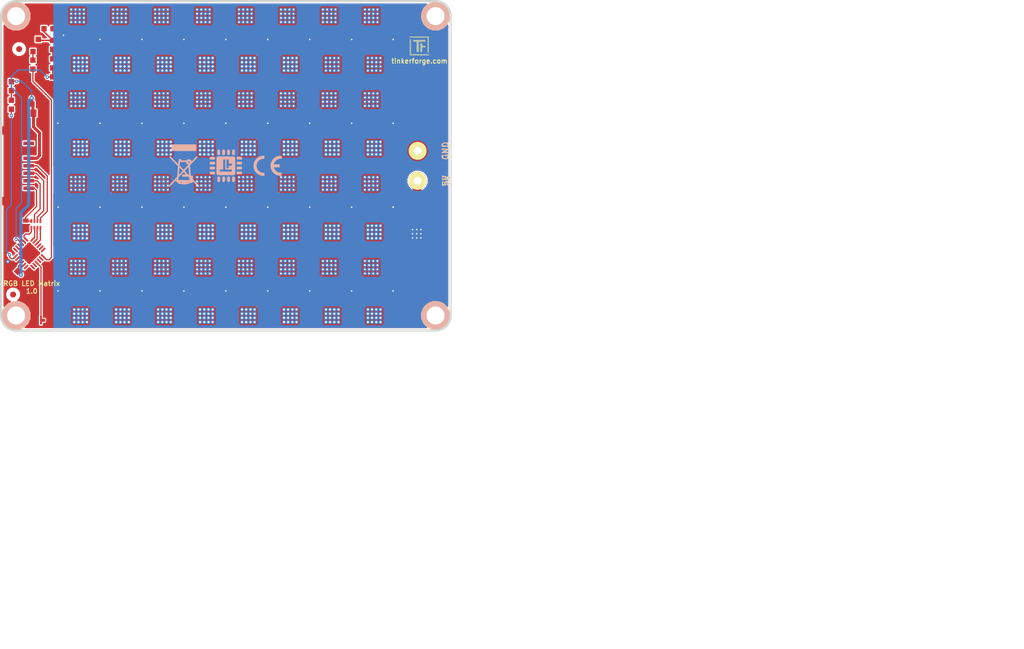
<source format=kicad_pcb>
(kicad_pcb (version 4) (host pcbnew 4.0.2+dfsg1-stable)
  (title_block (title "RGB LED Matrix Bricklet") (date 2017-02-08) (rev 1.0) (company "Tinkerforge GmbH") (comment 1 "Licensed under CERN OHL v.1.1") (comment 2 "Copyright (©) 2017, B.Nordmeyer <bastian@tinkerforge.com>"))
  (layers (0 Vorderseite signal hide) (31 Rückseite signal hide) (34 B.Paste user) (35 F.Paste user) (36 B.SilkS user) (37 F.SilkS user) (38 B.Mask user) (39 F.Mask user) (44 Edge.Cuts user))
  (net 0 "")
  (net 1 GND)
  (net 2 VCC)
  (net 3 3V3)
  (net 4 "Net-(LED1-Pad4)")
  (net 5 "Net-(Q1-PadD)")
  (net 6 "Net-(LED1-Pad2)")
  (net 7 "Net-(LED2-Pad2)")
  (net 8 "Net-(LED3-Pad2)")
  (net 9 "Net-(LED4-Pad2)")
  (net 10 "Net-(LED5-Pad2)")
  (net 11 "Net-(LED10-Pad4)")
  (net 12 "Net-(LED10-Pad2)")
  (net 13 "Net-(LED11-Pad2)")
  (net 14 "Net-(LED12-Pad2)")
  (net 15 "Net-(LED13-Pad2)")
  (net 16 "Net-(LED14-Pad2)")
  (net 17 "Net-(LED15-Pad2)")
  (net 18 "Net-(LED16-Pad2)")
  (net 19 "Net-(LED17-Pad2)")
  (net 20 "Net-(LED18-Pad2)")
  (net 21 "Net-(LED19-Pad2)")
  (net 22 "Net-(LED20-Pad2)")
  (net 23 "Net-(LED21-Pad2)")
  (net 24 "Net-(LED22-Pad2)")
  (net 25 "Net-(LED23-Pad2)")
  (net 26 "Net-(LED24-Pad2)")
  (net 27 "Net-(LED25-Pad2)")
  (net 28 "Net-(LED26-Pad2)")
  (net 29 "Net-(LED27-Pad2)")
  (net 30 "Net-(LED28-Pad2)")
  (net 31 "Net-(LED29-Pad2)")
  (net 32 "Net-(LED30-Pad2)")
  (net 33 "Net-(LED31-Pad2)")
  (net 34 "Net-(LED32-Pad2)")
  (net 35 "Net-(LED33-Pad2)")
  (net 36 "Net-(LED34-Pad2)")
  (net 37 "Net-(LED35-Pad2)")
  (net 38 "Net-(LED36-Pad2)")
  (net 39 "Net-(LED37-Pad2)")
  (net 40 "Net-(LED38-Pad2)")
  (net 41 "Net-(LED39-Pad2)")
  (net 42 "Net-(LED40-Pad2)")
  (net 43 "Net-(LED41-Pad2)")
  (net 44 "Net-(LED42-Pad2)")
  (net 45 "Net-(LED43-Pad2)")
  (net 46 "Net-(LED44-Pad2)")
  (net 47 "Net-(LED45-Pad2)")
  (net 48 "Net-(LED46-Pad2)")
  (net 49 "Net-(LED47-Pad2)")
  (net 50 "Net-(LED48-Pad2)")
  (net 51 "Net-(LED49-Pad2)")
  (net 52 "Net-(LED50-Pad2)")
  (net 53 "Net-(LED51-Pad2)")
  (net 54 "Net-(LED52-Pad2)")
  (net 55 "Net-(LED53-Pad2)")
  (net 56 "Net-(LED54-Pad2)")
  (net 57 "Net-(LED55-Pad2)")
  (net 58 "Net-(LED56-Pad2)")
  (net 59 "Net-(LED57-Pad2)")
  (net 60 "Net-(LED58-Pad2)")
  (net 61 "Net-(LED59-Pad2)")
  (net 62 "Net-(LED60-Pad2)")
  (net 63 S-MISO)
  (net 64 S-MOSI)
  (net 65 S-CLK)
  (net 66 S-CS)
  (net 67 "Net-(Q1-PadG)")
  (net 68 "Net-(R1-Pad2)")
  (net 69 "Net-(D1-Pad2)")
  (net 70 "Net-(C5-Pad2)")
  (net 71 "Net-(LED6-Pad2)")
  (net 72 "Net-(LED7-Pad2)")
  (net 73 "Net-(LED8-Pad2)")
  (net 74 "Net-(LED61-Pad2)")
  (net 75 "Net-(LED62-Pad2)")
  (net 76 "Net-(LED63-Pad2)")
  (net 77 "Net-(P1-Pad2)")
  (net 78 "Net-(R3-Pad2)")
  (net 79 VIN)
  (net 80 "Net-(C70-Pad2)")
  (net 81 "Net-(P2-Pad4)")
  (net 82 "Net-(P2-Pad5)")
  (net 83 "Net-(P2-Pad6)")
  (module kicad-libraries:QFN24-4x4mm-0.5mm (layer Vorderseite) (at 117 96.4 315)
    (fp_text reference U1)
    (fp_text value XMC1XXX24)
    (pad 1 smd oval (at -2.025 -1.25 315) (size 1 0.3) (layers Vorderseite F.Paste F.Mask) (net 63 S-MISO))
    (pad 2 smd oval (at -2.025 -0.75 315) (size 1 0.3) (layers Vorderseite F.Paste F.Mask))
    (pad 3 smd oval (at -2.025 -0.25 315) (size 1 0.3) (layers Vorderseite F.Paste F.Mask) (net 79 VIN))
    (pad 4 smd oval (at -2.025 0.25 315) (size 1 0.3) (layers Vorderseite F.Paste F.Mask))
    (pad 5 smd oval (at -2.025 0.75 315) (size 1 0.3) (layers Vorderseite F.Paste F.Mask))
    (pad 6 smd oval (at -2.025 1.25 315) (size 1 0.3) (layers Vorderseite F.Paste F.Mask))
    (pad 7 smd oval (at -1.25 2.025 45) (size 1 0.3) (layers Vorderseite F.Paste F.Mask) (net 68 "Net-(R1-Pad2)"))
    (pad 8 smd oval (at -0.75 2.025 45) (size 1 0.3) (layers Vorderseite F.Paste F.Mask))
    (pad 9 smd oval (at -0.25 2.025 45) (size 1 0.3) (layers Vorderseite F.Paste F.Mask) (net 1 GND))
    (pad 10 smd oval (at 0.25 2.025 45) (size 1 0.3) (layers Vorderseite F.Paste F.Mask) (net 3 3V3))
    (pad 11 smd oval (at 0.75 2.025 45) (size 1 0.3) (layers Vorderseite F.Paste F.Mask))
    (pad 12 smd oval (at 1.25 2.025 45) (size 1 0.3) (layers Vorderseite F.Paste F.Mask))
    (pad 13 smd oval (at 2.025 1.25 315) (size 1 0.3) (layers Vorderseite F.Paste F.Mask))
    (pad 14 smd oval (at 2.025 0.75 315) (size 1 0.3) (layers Vorderseite F.Paste F.Mask))
    (pad 15 smd oval (at 2.025 0.25 315) (size 1 0.3) (layers Vorderseite F.Paste F.Mask) (net 77 "Net-(P1-Pad2)"))
    (pad 16 smd oval (at 2.025 -0.25 315) (size 1 0.3) (layers Vorderseite F.Paste F.Mask))
    (pad 17 smd oval (at 2.025 -0.75 315) (size 1 0.3) (layers Vorderseite F.Paste F.Mask))
    (pad 18 smd oval (at 2.025 -1.25 315) (size 1 0.3) (layers Vorderseite F.Paste F.Mask) (net 78 "Net-(R3-Pad2)"))
    (pad 19 smd oval (at 1.25 -2.025 45) (size 1 0.3) (layers Vorderseite F.Paste F.Mask))
    (pad 20 smd oval (at 0.75 -2.025 45) (size 1 0.3) (layers Vorderseite F.Paste F.Mask))
    (pad 21 smd oval (at 0.25 -2.025 45) (size 1 0.3) (layers Vorderseite F.Paste F.Mask))
    (pad 22 smd oval (at -0.25 -2.025 45) (size 1 0.3) (layers Vorderseite F.Paste F.Mask) (net 66 S-CS))
    (pad 23 smd oval (at -0.75 -2.025 45) (size 1 0.3) (layers Vorderseite F.Paste F.Mask) (net 65 S-CLK))
    (pad 24 smd oval (at -1.25 -2.025 45) (size 1 0.3) (layers Vorderseite F.Paste F.Mask) (net 64 S-MOSI))
    (pad EXP smd rect (at 0.65 0.65 315) (size 1.3 1.3) (layers Vorderseite F.Paste F.Mask) (net 1 GND))
    (pad EXP smd rect (at 0.65 -0.65 315) (size 1.3 1.3) (layers Vorderseite F.Paste F.Mask) (net 1 GND))
    (pad EXP smd rect (at -0.65 0.65 315) (size 1.3 1.3) (layers Vorderseite F.Paste F.Mask) (net 1 GND))
    (pad EXP smd rect (at -0.65 -0.65 315) (size 1.3 1.3) (layers Vorderseite F.Paste F.Mask) (net 1 GND))
  )
  (module kicad-libraries:Fiducial_Mark (layer Vorderseite) (at 114.3 103.3)
    (fp_text reference Fiducial_Mark hide)
    (fp_text value VAL** hide)
    (pad 1 smd circle (at 0 0) (size 1.00076 1.00076) (layers Vorderseite F.Paste F.Mask) (clearance 0.65024))
  )
  (module kicad-libraries:Fiducial_Mark (layer Vorderseite) (at 185.3 101.3)
    (fp_text reference Fiducial_Mark hide)
    (fp_text value VAL** hide)
    (pad 1 smd circle (at 0 0) (size 1.00076 1.00076) (layers Vorderseite F.Paste F.Mask) (clearance 0.65024))
  )
  (module kicad-libraries:Fiducial_Mark (layer Vorderseite) (at 185.3 66.3)
    (fp_text reference Fiducial_Mark hide)
    (fp_text value VAL** hide)
    (pad 1 smd circle (at 0 0) (size 1.00076 1.00076) (layers Vorderseite F.Paste F.Mask) (clearance 0.65024))
  )
  (module kicad-libraries:Fiducial_Mark (layer Vorderseite) (at 115.3 62.3)
    (fp_text reference Fiducial_Mark hide)
    (fp_text value VAL** hide)
    (pad 1 smd circle (at 0 0) (size 1.00076 1.00076) (layers Vorderseite F.Paste F.Mask) (clearance 0.65024))
  )
  (module kicad-libraries:CE_5mm (layer Rückseite) (at 156.8 81.8)
    (fp_text reference VAL hide)
    (fp_text value CE_5mm hide)
  )
  (module kicad-libraries:Logo_CoMCU (layer Rückseite) (at 149.8 81.8)
    (fp_text reference G*** hide)
    (fp_text value LOGO hide)
  )
  (module kicad-libraries:WEEE_7mm (layer Rückseite) (at 142.8 81.8)
    (fp_text reference G*** hide)
    (fp_text value LOGO hide)
  )
  (module kicad-libraries:Logo_31x31 (layer Vorderseite) (at 180.5 60.2)
    (fp_text reference G*** hide)
    (fp_text value Logo_31x31 hide)
  )
  (module kicad-libraries:CON-SENSOR2 (layer Vorderseite) (at 112.3 81.8 270)
    (fp_text reference P2)
    (fp_text value CON-SENSOR)
    (pad 1 smd rect (at -3.75 -4.6 270) (size 0.6 1.8) (layers Vorderseite F.Paste F.Mask))
    (pad 2 smd rect (at -2.5 -4.6 270) (size 0.6 1.8) (layers Vorderseite F.Paste F.Mask) (net 1 GND))
    (pad EP smd rect (at -5.9 -1.2 270) (size 1.4 2.4) (layers Vorderseite F.Paste F.Mask) (net 1 GND))
    (pad EP smd rect (at 5.9 -1.2 270) (size 1.4 2.4) (layers Vorderseite F.Paste F.Mask) (net 1 GND))
    (pad 3 smd rect (at -1.25 -4.6 270) (size 0.6 1.8) (layers Vorderseite F.Paste F.Mask) (net 3 3V3))
    (pad 4 smd rect (at 0 -4.6 270) (size 0.6 1.8) (layers Vorderseite F.Paste F.Mask) (net 81 "Net-(P2-Pad4)"))
    (pad 5 smd rect (at 1.25 -4.6 270) (size 0.6 1.8) (layers Vorderseite F.Paste F.Mask) (net 82 "Net-(P2-Pad5)"))
    (pad 6 smd rect (at 2.5 -4.6 270) (size 0.6 1.8) (layers Vorderseite F.Paste F.Mask) (net 83 "Net-(P2-Pad6)"))
    (pad 7 smd rect (at 3.75 -4.6 270) (size 0.6 1.8) (layers Vorderseite F.Paste F.Mask) (net 80 "Net-(C70-Pad2)"))
  )
  (module kicad-libraries:SolderJumper (layer Vorderseite) (at 119.5 107.6 180)
    (fp_text reference P1)
    (fp_text value CONN_01X02)
    (pad 2 smd rect (at 0.55 0 180) (size 0.3 1.4) (layers Vorderseite F.Mask) (net 77 "Net-(P1-Pad2)"))
    (pad 2 smd rect (at 0.15 0 180) (size 0.6 0.5) (layers Vorderseite F.Mask) (net 77 "Net-(P1-Pad2)"))
    (pad 1 smd rect (at -0.5 0 180) (size 0.4 1.4) (layers Vorderseite F.Mask) (net 1 GND))
    (pad 1 smd rect (at -0.225 0.55 180) (size 0.95 0.3) (layers Vorderseite F.Mask) (net 1 GND))
    (pad 1 smd rect (at -0.225 -0.55 180) (size 0.95 0.3) (layers Vorderseite F.Mask) (net 1 GND))
  )
  (module kicad-libraries:AKL_5_2 (layer Vorderseite) (at 181.8 81.8 270)
    (fp_text reference J1)
    (fp_text value AKL_5_2)
    (pad 1 thru_hole circle (at -2.49936 0 270) (size 2.99974 2.99974) (drill 1.30048) (layers *.Cu *.Mask F.SilkS) (net 1 GND))
    (pad 2 thru_hole circle (at 2.49936 0 270) (size 2.99974 2.99974) (drill 1.30048) (layers *.Cu *.Mask F.SilkS) (net 70 "Net-(C5-Pad2)"))
  )
  (module kicad-libraries:SOT23GDS (layer Vorderseite) (at 118.5 61.7 180)
    (fp_text reference Q1)
    (fp_text value 2N7002P)
    (pad S smd rect (at -0.889 -1.016 180) (size 0.9144 0.9144) (layers Vorderseite F.Paste F.Mask) (net 1 GND))
    (pad G smd rect (at 0.889 -1.016 180) (size 0.9144 0.9144) (layers Vorderseite F.Paste F.Mask) (net 67 "Net-(Q1-PadG)"))
    (pad D smd rect (at 0 1.016 180) (size 0.9144 0.9144) (layers Vorderseite F.Paste F.Mask) (net 5 "Net-(Q1-PadD)"))
  )
  (module kicad-libraries:DRILL_NP (layer Vorderseite) (at 114.8 106.8)
    (fp_text reference U5 hide)
    (fp_text value DRILL hide)
    (pad "" np_thru_hole circle (at 0 0) (size 2.99974 2.99974) (drill 2.99974) (layers *.Cu *.Mask F.SilkS) (clearance 0.89916))
  )
  (module kicad-libraries:DRILL_NP (layer Vorderseite) (at 114.8 56.8 90)
    (fp_text reference U4 hide)
    (fp_text value DRILL hide)
    (pad "" np_thru_hole circle (at 0 0 90) (size 2.99974 2.99974) (drill 2.99974) (layers *.Cu *.Mask F.SilkS) (clearance 0.89916))
  )
  (module kicad-libraries:DRILL_NP (layer Vorderseite) (at 184.8 56.8 90)
    (fp_text reference U3 hide)
    (fp_text value DRILL hide)
    (pad "" np_thru_hole circle (at 0 0 90) (size 2.99974 2.99974) (drill 2.99974) (layers *.Cu *.Mask F.SilkS) (clearance 0.89916))
  )
  (module kicad-libraries:DRILL_NP (layer Vorderseite) (at 184.8 106.8 270)
    (fp_text reference U2 hide)
    (fp_text value DRILL hide)
    (pad "" np_thru_hole circle (at 0 0 270) (size 2.99974 2.99974) (drill 2.99974) (layers *.Cu *.Mask F.SilkS) (clearance 0.89916))
  )
  (module kicad-libraries:C0603F (layer Vorderseite) (at 114.5 98.9 315)
    (fp_text reference C1)
    (fp_text value 100nF)
    (pad 1 smd rect (at -0.75 0 315) (size 0.9 0.9) (layers Vorderseite F.Paste F.Mask) (net 1 GND))
    (pad 2 smd rect (at 0.75 0 315) (size 0.9 0.9) (layers Vorderseite F.Paste F.Mask) (net 3 3V3))
  )
  (module kicad-libraries:C0603F (layer Vorderseite) (at 116.7 71.5)
    (fp_text reference C2)
    (fp_text value 1uF)
    (pad 1 smd rect (at -0.75 0) (size 0.9 0.9) (layers Vorderseite F.Paste F.Mask) (net 1 GND))
    (pad 2 smd rect (at 0.75 0) (size 0.9 0.9) (layers Vorderseite F.Paste F.Mask) (net 3 3V3))
  )
  (module kicad-libraries:C0805 (layer Vorderseite) (at 116.7 73)
    (fp_text reference C3)
    (fp_text value 10uF)
    (pad 1 smd rect (at -1.00076 0) (size 1.00076 1.24968) (layers Vorderseite F.Paste F.Mask) (net 1 GND) (clearance 0.14986))
    (pad 2 smd rect (at 1.00076 0) (size 1.00076 1.24968) (layers Vorderseite F.Paste F.Mask) (net 3 3V3) (clearance 0.14986))
  )
  (module kicad-libraries:C0603F (layer Vorderseite) (at 180.9 91.2)
    (fp_text reference C4)
    (fp_text value 1uF)
    (pad 1 smd rect (at -0.75 0) (size 0.9 0.9) (layers Vorderseite F.Paste F.Mask) (net 1 GND))
    (pad 2 smd rect (at 0.75 0) (size 0.9 0.9) (layers Vorderseite F.Paste F.Mask) (net 2 VCC))
  )
  (module kicad-libraries:C0603F (layer Vorderseite) (at 180.9 88.3)
    (fp_text reference C5)
    (fp_text value 1uF)
    (pad 1 smd rect (at -0.75 0) (size 0.9 0.9) (layers Vorderseite F.Paste F.Mask) (net 1 GND))
    (pad 2 smd rect (at 0.75 0) (size 0.9 0.9) (layers Vorderseite F.Paste F.Mask) (net 70 "Net-(C5-Pad2)"))
  )
  (module kicad-libraries:C0603F (layer Vorderseite) (at 141.05 60.7 180)
    (fp_text reference C6)
    (fp_text value 100nF)
    (pad 1 smd rect (at -0.75 0 180) (size 0.9 0.9) (layers Vorderseite F.Paste F.Mask) (net 2 VCC))
    (pad 2 smd rect (at 0.75 0 180) (size 0.9 0.9) (layers Vorderseite F.Paste F.Mask) (net 1 GND))
  )
  (module kicad-libraries:C0603F (layer Vorderseite) (at 148.05 60.7 180)
    (fp_text reference C7)
    (fp_text value 100nF)
    (pad 1 smd rect (at -0.75 0 180) (size 0.9 0.9) (layers Vorderseite F.Paste F.Mask) (net 2 VCC))
    (pad 2 smd rect (at 0.75 0 180) (size 0.9 0.9) (layers Vorderseite F.Paste F.Mask) (net 1 GND))
  )
  (module kicad-libraries:C0603F (layer Vorderseite) (at 155.05 60.7 180)
    (fp_text reference C8)
    (fp_text value 100nF)
    (pad 1 smd rect (at -0.75 0 180) (size 0.9 0.9) (layers Vorderseite F.Paste F.Mask) (net 2 VCC))
    (pad 2 smd rect (at 0.75 0 180) (size 0.9 0.9) (layers Vorderseite F.Paste F.Mask) (net 1 GND))
  )
  (module kicad-libraries:C0603F (layer Vorderseite) (at 162.05 60.7 180)
    (fp_text reference C9)
    (fp_text value 100nF)
    (pad 1 smd rect (at -0.75 0 180) (size 0.9 0.9) (layers Vorderseite F.Paste F.Mask) (net 2 VCC))
    (pad 2 smd rect (at 0.75 0 180) (size 0.9 0.9) (layers Vorderseite F.Paste F.Mask) (net 1 GND))
  )
  (module kicad-libraries:C0603F (layer Vorderseite) (at 169.05 60.7 180)
    (fp_text reference C10)
    (fp_text value 100nF)
    (pad 1 smd rect (at -0.75 0 180) (size 0.9 0.9) (layers Vorderseite F.Paste F.Mask) (net 2 VCC))
    (pad 2 smd rect (at 0.75 0 180) (size 0.9 0.9) (layers Vorderseite F.Paste F.Mask) (net 1 GND))
  )
  (module kicad-libraries:C0603F (layer Vorderseite) (at 176.05 60.7 180)
    (fp_text reference C11)
    (fp_text value 100nF)
    (pad 1 smd rect (at -0.75 0 180) (size 0.9 0.9) (layers Vorderseite F.Paste F.Mask) (net 2 VCC))
    (pad 2 smd rect (at 0.75 0 180) (size 0.9 0.9) (layers Vorderseite F.Paste F.Mask) (net 1 GND))
  )
  (module kicad-libraries:C0603F (layer Vorderseite) (at 123.55 60.7)
    (fp_text reference C12)
    (fp_text value 100nF)
    (pad 1 smd rect (at -0.75 0) (size 0.9 0.9) (layers Vorderseite F.Paste F.Mask) (net 2 VCC))
    (pad 2 smd rect (at 0.75 0) (size 0.9 0.9) (layers Vorderseite F.Paste F.Mask) (net 1 GND))
  )
  (module kicad-libraries:C0603F (layer Vorderseite) (at 130.55 60.7)
    (fp_text reference C13)
    (fp_text value 100nF)
    (pad 1 smd rect (at -0.75 0) (size 0.9 0.9) (layers Vorderseite F.Paste F.Mask) (net 2 VCC))
    (pad 2 smd rect (at 0.75 0) (size 0.9 0.9) (layers Vorderseite F.Paste F.Mask) (net 1 GND))
  )
  (module kicad-libraries:C0603F (layer Vorderseite) (at 137.55 60.7)
    (fp_text reference C14)
    (fp_text value 100nF)
    (pad 1 smd rect (at -0.75 0) (size 0.9 0.9) (layers Vorderseite F.Paste F.Mask) (net 2 VCC))
    (pad 2 smd rect (at 0.75 0) (size 0.9 0.9) (layers Vorderseite F.Paste F.Mask) (net 1 GND))
  )
  (module kicad-libraries:C0603F (layer Vorderseite) (at 134 60.7 180)
    (fp_text reference C15)
    (fp_text value 100nF)
    (pad 1 smd rect (at -0.75 0 180) (size 0.9 0.9) (layers Vorderseite F.Paste F.Mask) (net 2 VCC))
    (pad 2 smd rect (at 0.75 0 180) (size 0.9 0.9) (layers Vorderseite F.Paste F.Mask) (net 1 GND))
  )
  (module kicad-libraries:C0603F (layer Vorderseite) (at 151.55 60.7)
    (fp_text reference C16)
    (fp_text value 100nF)
    (pad 1 smd rect (at -0.75 0) (size 0.9 0.9) (layers Vorderseite F.Paste F.Mask) (net 2 VCC))
    (pad 2 smd rect (at 0.75 0) (size 0.9 0.9) (layers Vorderseite F.Paste F.Mask) (net 1 GND))
  )
  (module kicad-libraries:C0603F (layer Vorderseite) (at 158.55 60.7)
    (fp_text reference C17)
    (fp_text value 100nF)
    (pad 1 smd rect (at -0.75 0) (size 0.9 0.9) (layers Vorderseite F.Paste F.Mask) (net 2 VCC))
    (pad 2 smd rect (at 0.75 0) (size 0.9 0.9) (layers Vorderseite F.Paste F.Mask) (net 1 GND))
  )
  (module kicad-libraries:C0603F (layer Vorderseite) (at 165.55 60.7)
    (fp_text reference C18)
    (fp_text value 100nF)
    (pad 1 smd rect (at -0.75 0) (size 0.9 0.9) (layers Vorderseite F.Paste F.Mask) (net 2 VCC))
    (pad 2 smd rect (at 0.75 0) (size 0.9 0.9) (layers Vorderseite F.Paste F.Mask) (net 1 GND))
  )
  (module kicad-libraries:C0603F (layer Vorderseite) (at 172.55 60.7)
    (fp_text reference C19)
    (fp_text value 100nF)
    (pad 1 smd rect (at -0.75 0) (size 0.9 0.9) (layers Vorderseite F.Paste F.Mask) (net 2 VCC))
    (pad 2 smd rect (at 0.75 0) (size 0.9 0.9) (layers Vorderseite F.Paste F.Mask) (net 1 GND))
  )
  (module kicad-libraries:C0603F (layer Vorderseite) (at 176.05 74.7 180)
    (fp_text reference C20)
    (fp_text value 100nF)
    (pad 1 smd rect (at -0.75 0 180) (size 0.9 0.9) (layers Vorderseite F.Paste F.Mask) (net 2 VCC))
    (pad 2 smd rect (at 0.75 0 180) (size 0.9 0.9) (layers Vorderseite F.Paste F.Mask) (net 1 GND))
  )
  (module kicad-libraries:C0603F (layer Vorderseite) (at 169.05 74.7 180)
    (fp_text reference C21)
    (fp_text value 100nF)
    (pad 1 smd rect (at -0.75 0 180) (size 0.9 0.9) (layers Vorderseite F.Paste F.Mask) (net 2 VCC))
    (pad 2 smd rect (at 0.75 0 180) (size 0.9 0.9) (layers Vorderseite F.Paste F.Mask) (net 1 GND))
  )
  (module kicad-libraries:C0603F (layer Vorderseite) (at 162.05 74.7 180)
    (fp_text reference C22)
    (fp_text value 100nF)
    (pad 1 smd rect (at -0.75 0 180) (size 0.9 0.9) (layers Vorderseite F.Paste F.Mask) (net 2 VCC))
    (pad 2 smd rect (at 0.75 0 180) (size 0.9 0.9) (layers Vorderseite F.Paste F.Mask) (net 1 GND))
  )
  (module kicad-libraries:C0603F (layer Vorderseite) (at 155.05 74.7 180)
    (fp_text reference C23)
    (fp_text value 100nF)
    (pad 1 smd rect (at -0.75 0 180) (size 0.9 0.9) (layers Vorderseite F.Paste F.Mask) (net 2 VCC))
    (pad 2 smd rect (at 0.75 0 180) (size 0.9 0.9) (layers Vorderseite F.Paste F.Mask) (net 1 GND))
  )
  (module kicad-libraries:C0603F (layer Vorderseite) (at 148.05 74.7 180)
    (fp_text reference C24)
    (fp_text value 100nF)
    (pad 1 smd rect (at -0.75 0 180) (size 0.9 0.9) (layers Vorderseite F.Paste F.Mask) (net 2 VCC))
    (pad 2 smd rect (at 0.75 0 180) (size 0.9 0.9) (layers Vorderseite F.Paste F.Mask) (net 1 GND))
  )
  (module kicad-libraries:C0603F (layer Vorderseite) (at 141.05 74.7 180)
    (fp_text reference C25)
    (fp_text value 100nF)
    (pad 1 smd rect (at -0.75 0 180) (size 0.9 0.9) (layers Vorderseite F.Paste F.Mask) (net 2 VCC))
    (pad 2 smd rect (at 0.75 0 180) (size 0.9 0.9) (layers Vorderseite F.Paste F.Mask) (net 1 GND))
  )
  (module kicad-libraries:C0603F (layer Vorderseite) (at 134.05 74.7 180)
    (fp_text reference C26)
    (fp_text value 100nF)
    (pad 1 smd rect (at -0.75 0 180) (size 0.9 0.9) (layers Vorderseite F.Paste F.Mask) (net 2 VCC))
    (pad 2 smd rect (at 0.75 0 180) (size 0.9 0.9) (layers Vorderseite F.Paste F.Mask) (net 1 GND))
  )
  (module kicad-libraries:C0603F (layer Vorderseite) (at 127.05 74.7 180)
    (fp_text reference C27)
    (fp_text value 100nF)
    (pad 1 smd rect (at -0.75 0 180) (size 0.9 0.9) (layers Vorderseite F.Paste F.Mask) (net 2 VCC))
    (pad 2 smd rect (at 0.75 0 180) (size 0.9 0.9) (layers Vorderseite F.Paste F.Mask) (net 1 GND))
  )
  (module kicad-libraries:C0603F (layer Vorderseite) (at 123.55 74.7)
    (fp_text reference C28)
    (fp_text value 100nF)
    (pad 1 smd rect (at -0.75 0) (size 0.9 0.9) (layers Vorderseite F.Paste F.Mask) (net 2 VCC))
    (pad 2 smd rect (at 0.75 0) (size 0.9 0.9) (layers Vorderseite F.Paste F.Mask) (net 1 GND))
  )
  (module kicad-libraries:C0603F (layer Vorderseite) (at 130.55 74.7)
    (fp_text reference C29)
    (fp_text value 100nF)
    (pad 1 smd rect (at -0.75 0) (size 0.9 0.9) (layers Vorderseite F.Paste F.Mask) (net 2 VCC))
    (pad 2 smd rect (at 0.75 0) (size 0.9 0.9) (layers Vorderseite F.Paste F.Mask) (net 1 GND))
  )
  (module kicad-libraries:C0603F (layer Vorderseite) (at 137.55 74.7)
    (fp_text reference C30)
    (fp_text value 100nF)
    (pad 1 smd rect (at -0.75 0) (size 0.9 0.9) (layers Vorderseite F.Paste F.Mask) (net 2 VCC))
    (pad 2 smd rect (at 0.75 0) (size 0.9 0.9) (layers Vorderseite F.Paste F.Mask) (net 1 GND))
  )
  (module kicad-libraries:C0603F (layer Vorderseite) (at 144.55 74.7)
    (fp_text reference C31)
    (fp_text value 100nF)
    (pad 1 smd rect (at -0.75 0) (size 0.9 0.9) (layers Vorderseite F.Paste F.Mask) (net 2 VCC))
    (pad 2 smd rect (at 0.75 0) (size 0.9 0.9) (layers Vorderseite F.Paste F.Mask) (net 1 GND))
  )
  (module kicad-libraries:C0603F (layer Vorderseite) (at 151.55 74.7)
    (fp_text reference C32)
    (fp_text value 100nF)
    (pad 1 smd rect (at -0.75 0) (size 0.9 0.9) (layers Vorderseite F.Paste F.Mask) (net 2 VCC))
    (pad 2 smd rect (at 0.75 0) (size 0.9 0.9) (layers Vorderseite F.Paste F.Mask) (net 1 GND))
  )
  (module kicad-libraries:C0603F (layer Vorderseite) (at 158.55 74.7)
    (fp_text reference C33)
    (fp_text value 100nF)
    (pad 1 smd rect (at -0.75 0) (size 0.9 0.9) (layers Vorderseite F.Paste F.Mask) (net 2 VCC))
    (pad 2 smd rect (at 0.75 0) (size 0.9 0.9) (layers Vorderseite F.Paste F.Mask) (net 1 GND))
  )
  (module kicad-libraries:C0603F (layer Vorderseite) (at 165.55 74.7)
    (fp_text reference C34)
    (fp_text value 100nF)
    (pad 1 smd rect (at -0.75 0) (size 0.9 0.9) (layers Vorderseite F.Paste F.Mask) (net 2 VCC))
    (pad 2 smd rect (at 0.75 0) (size 0.9 0.9) (layers Vorderseite F.Paste F.Mask) (net 1 GND))
  )
  (module kicad-libraries:C0603F (layer Vorderseite) (at 172.55 74.7)
    (fp_text reference C35)
    (fp_text value 100nF)
    (pad 1 smd rect (at -0.75 0) (size 0.9 0.9) (layers Vorderseite F.Paste F.Mask) (net 2 VCC))
    (pad 2 smd rect (at 0.75 0) (size 0.9 0.9) (layers Vorderseite F.Paste F.Mask) (net 1 GND))
  )
  (module kicad-libraries:C0603F (layer Vorderseite) (at 176.05 88.7 180)
    (fp_text reference C36)
    (fp_text value 100nF)
    (pad 1 smd rect (at -0.75 0 180) (size 0.9 0.9) (layers Vorderseite F.Paste F.Mask) (net 2 VCC))
    (pad 2 smd rect (at 0.75 0 180) (size 0.9 0.9) (layers Vorderseite F.Paste F.Mask) (net 1 GND))
  )
  (module kicad-libraries:C0603F (layer Vorderseite) (at 169.05 88.7 180)
    (fp_text reference C37)
    (fp_text value 100nF)
    (pad 1 smd rect (at -0.75 0 180) (size 0.9 0.9) (layers Vorderseite F.Paste F.Mask) (net 2 VCC))
    (pad 2 smd rect (at 0.75 0 180) (size 0.9 0.9) (layers Vorderseite F.Paste F.Mask) (net 1 GND))
  )
  (module kicad-libraries:C0603F (layer Vorderseite) (at 162.05 88.7 180)
    (fp_text reference C38)
    (fp_text value 100nF)
    (pad 1 smd rect (at -0.75 0 180) (size 0.9 0.9) (layers Vorderseite F.Paste F.Mask) (net 2 VCC))
    (pad 2 smd rect (at 0.75 0 180) (size 0.9 0.9) (layers Vorderseite F.Paste F.Mask) (net 1 GND))
  )
  (module kicad-libraries:C0603F (layer Vorderseite) (at 155.05 88.7 180)
    (fp_text reference C39)
    (fp_text value 100nF)
    (pad 1 smd rect (at -0.75 0 180) (size 0.9 0.9) (layers Vorderseite F.Paste F.Mask) (net 2 VCC))
    (pad 2 smd rect (at 0.75 0 180) (size 0.9 0.9) (layers Vorderseite F.Paste F.Mask) (net 1 GND))
  )
  (module kicad-libraries:C0603F (layer Vorderseite) (at 148.05 88.7 180)
    (fp_text reference C40)
    (fp_text value 100nF)
    (pad 1 smd rect (at -0.75 0 180) (size 0.9 0.9) (layers Vorderseite F.Paste F.Mask) (net 2 VCC))
    (pad 2 smd rect (at 0.75 0 180) (size 0.9 0.9) (layers Vorderseite F.Paste F.Mask) (net 1 GND))
  )
  (module kicad-libraries:C0603F (layer Vorderseite) (at 141.05 88.7 180)
    (fp_text reference C41)
    (fp_text value 100nF)
    (pad 1 smd rect (at -0.75 0 180) (size 0.9 0.9) (layers Vorderseite F.Paste F.Mask) (net 2 VCC))
    (pad 2 smd rect (at 0.75 0 180) (size 0.9 0.9) (layers Vorderseite F.Paste F.Mask) (net 1 GND))
  )
  (module kicad-libraries:C0603F (layer Vorderseite) (at 134.05 88.7 180)
    (fp_text reference C42)
    (fp_text value 100nF)
    (pad 1 smd rect (at -0.75 0 180) (size 0.9 0.9) (layers Vorderseite F.Paste F.Mask) (net 2 VCC))
    (pad 2 smd rect (at 0.75 0 180) (size 0.9 0.9) (layers Vorderseite F.Paste F.Mask) (net 1 GND))
  )
  (module kicad-libraries:C0603F (layer Vorderseite) (at 127.05 88.7 180)
    (fp_text reference C43)
    (fp_text value 100nF)
    (pad 1 smd rect (at -0.75 0 180) (size 0.9 0.9) (layers Vorderseite F.Paste F.Mask) (net 2 VCC))
    (pad 2 smd rect (at 0.75 0 180) (size 0.9 0.9) (layers Vorderseite F.Paste F.Mask) (net 1 GND))
  )
  (module kicad-libraries:C0603F (layer Vorderseite) (at 123.55 88.7)
    (fp_text reference C44)
    (fp_text value 100nF)
    (pad 1 smd rect (at -0.75 0) (size 0.9 0.9) (layers Vorderseite F.Paste F.Mask) (net 2 VCC))
    (pad 2 smd rect (at 0.75 0) (size 0.9 0.9) (layers Vorderseite F.Paste F.Mask) (net 1 GND))
  )
  (module kicad-libraries:C0603F (layer Vorderseite) (at 130.55 88.7)
    (fp_text reference C45)
    (fp_text value 100nF)
    (pad 1 smd rect (at -0.75 0) (size 0.9 0.9) (layers Vorderseite F.Paste F.Mask) (net 2 VCC))
    (pad 2 smd rect (at 0.75 0) (size 0.9 0.9) (layers Vorderseite F.Paste F.Mask) (net 1 GND))
  )
  (module kicad-libraries:C0603F (layer Vorderseite) (at 137.55 88.7)
    (fp_text reference C46)
    (fp_text value 100nF)
    (pad 1 smd rect (at -0.75 0) (size 0.9 0.9) (layers Vorderseite F.Paste F.Mask) (net 2 VCC))
    (pad 2 smd rect (at 0.75 0) (size 0.9 0.9) (layers Vorderseite F.Paste F.Mask) (net 1 GND))
  )
  (module kicad-libraries:C0603F (layer Vorderseite) (at 144.55 88.7)
    (fp_text reference C47)
    (fp_text value 100nF)
    (pad 1 smd rect (at -0.75 0) (size 0.9 0.9) (layers Vorderseite F.Paste F.Mask) (net 2 VCC))
    (pad 2 smd rect (at 0.75 0) (size 0.9 0.9) (layers Vorderseite F.Paste F.Mask) (net 1 GND))
  )
  (module kicad-libraries:C0603F (layer Vorderseite) (at 151.55 88.7)
    (fp_text reference C48)
    (fp_text value 100nF)
    (pad 1 smd rect (at -0.75 0) (size 0.9 0.9) (layers Vorderseite F.Paste F.Mask) (net 2 VCC))
    (pad 2 smd rect (at 0.75 0) (size 0.9 0.9) (layers Vorderseite F.Paste F.Mask) (net 1 GND))
  )
  (module kicad-libraries:C0603F (layer Vorderseite) (at 158.55 88.7)
    (fp_text reference C49)
    (fp_text value 100nF)
    (pad 1 smd rect (at -0.75 0) (size 0.9 0.9) (layers Vorderseite F.Paste F.Mask) (net 2 VCC))
    (pad 2 smd rect (at 0.75 0) (size 0.9 0.9) (layers Vorderseite F.Paste F.Mask) (net 1 GND))
  )
  (module kicad-libraries:C0603F (layer Vorderseite) (at 165.55 88.7)
    (fp_text reference C50)
    (fp_text value 100nF)
    (pad 1 smd rect (at -0.75 0) (size 0.9 0.9) (layers Vorderseite F.Paste F.Mask) (net 2 VCC))
    (pad 2 smd rect (at 0.75 0) (size 0.9 0.9) (layers Vorderseite F.Paste F.Mask) (net 1 GND))
  )
  (module kicad-libraries:C0603F (layer Vorderseite) (at 172.55 88.7)
    (fp_text reference C51)
    (fp_text value 100nF)
    (pad 1 smd rect (at -0.75 0) (size 0.9 0.9) (layers Vorderseite F.Paste F.Mask) (net 2 VCC))
    (pad 2 smd rect (at 0.75 0) (size 0.9 0.9) (layers Vorderseite F.Paste F.Mask) (net 1 GND))
  )
  (module kicad-libraries:C0603F (layer Vorderseite) (at 176.05 102.7 180)
    (fp_text reference C52)
    (fp_text value 100nF)
    (pad 1 smd rect (at -0.75 0 180) (size 0.9 0.9) (layers Vorderseite F.Paste F.Mask) (net 2 VCC))
    (pad 2 smd rect (at 0.75 0 180) (size 0.9 0.9) (layers Vorderseite F.Paste F.Mask) (net 1 GND))
  )
  (module kicad-libraries:C0603F (layer Vorderseite) (at 169.05 102.7 180)
    (fp_text reference C53)
    (fp_text value 100nF)
    (pad 1 smd rect (at -0.75 0 180) (size 0.9 0.9) (layers Vorderseite F.Paste F.Mask) (net 2 VCC))
    (pad 2 smd rect (at 0.75 0 180) (size 0.9 0.9) (layers Vorderseite F.Paste F.Mask) (net 1 GND))
  )
  (module kicad-libraries:C0603F (layer Vorderseite) (at 162.05 102.7 180)
    (fp_text reference C54)
    (fp_text value 100nF)
    (pad 1 smd rect (at -0.75 0 180) (size 0.9 0.9) (layers Vorderseite F.Paste F.Mask) (net 2 VCC))
    (pad 2 smd rect (at 0.75 0 180) (size 0.9 0.9) (layers Vorderseite F.Paste F.Mask) (net 1 GND))
  )
  (module kicad-libraries:C0603F (layer Vorderseite) (at 155.05 102.7 180)
    (fp_text reference C55)
    (fp_text value 100nF)
    (pad 1 smd rect (at -0.75 0 180) (size 0.9 0.9) (layers Vorderseite F.Paste F.Mask) (net 2 VCC))
    (pad 2 smd rect (at 0.75 0 180) (size 0.9 0.9) (layers Vorderseite F.Paste F.Mask) (net 1 GND))
  )
  (module kicad-libraries:C0603F (layer Vorderseite) (at 148.05 102.7 180)
    (fp_text reference C56)
    (fp_text value 100nF)
    (pad 1 smd rect (at -0.75 0 180) (size 0.9 0.9) (layers Vorderseite F.Paste F.Mask) (net 2 VCC))
    (pad 2 smd rect (at 0.75 0 180) (size 0.9 0.9) (layers Vorderseite F.Paste F.Mask) (net 1 GND))
  )
  (module kicad-libraries:C0603F (layer Vorderseite) (at 141.05 102.7 180)
    (fp_text reference C57)
    (fp_text value 100nF)
    (pad 1 smd rect (at -0.75 0 180) (size 0.9 0.9) (layers Vorderseite F.Paste F.Mask) (net 2 VCC))
    (pad 2 smd rect (at 0.75 0 180) (size 0.9 0.9) (layers Vorderseite F.Paste F.Mask) (net 1 GND))
  )
  (module kicad-libraries:C0603F (layer Vorderseite) (at 134.05 102.7 180)
    (fp_text reference C58)
    (fp_text value 100nF)
    (pad 1 smd rect (at -0.75 0 180) (size 0.9 0.9) (layers Vorderseite F.Paste F.Mask) (net 2 VCC))
    (pad 2 smd rect (at 0.75 0 180) (size 0.9 0.9) (layers Vorderseite F.Paste F.Mask) (net 1 GND))
  )
  (module kicad-libraries:C0603F (layer Vorderseite) (at 127.05 102.7 180)
    (fp_text reference C59)
    (fp_text value 100nF)
    (pad 1 smd rect (at -0.75 0 180) (size 0.9 0.9) (layers Vorderseite F.Paste F.Mask) (net 2 VCC))
    (pad 2 smd rect (at 0.75 0 180) (size 0.9 0.9) (layers Vorderseite F.Paste F.Mask) (net 1 GND))
  )
  (module kicad-libraries:C0603F (layer Vorderseite) (at 123.55 102.7)
    (fp_text reference C60)
    (fp_text value 100nF)
    (pad 1 smd rect (at -0.75 0) (size 0.9 0.9) (layers Vorderseite F.Paste F.Mask) (net 2 VCC))
    (pad 2 smd rect (at 0.75 0) (size 0.9 0.9) (layers Vorderseite F.Paste F.Mask) (net 1 GND))
  )
  (module kicad-libraries:C0603F (layer Vorderseite) (at 130.55 102.7)
    (fp_text reference C61)
    (fp_text value 100nF)
    (pad 1 smd rect (at -0.75 0) (size 0.9 0.9) (layers Vorderseite F.Paste F.Mask) (net 2 VCC))
    (pad 2 smd rect (at 0.75 0) (size 0.9 0.9) (layers Vorderseite F.Paste F.Mask) (net 1 GND))
  )
  (module kicad-libraries:C0603F (layer Vorderseite) (at 137.55 102.7)
    (fp_text reference C62)
    (fp_text value 100nF)
    (pad 1 smd rect (at -0.75 0) (size 0.9 0.9) (layers Vorderseite F.Paste F.Mask) (net 2 VCC))
    (pad 2 smd rect (at 0.75 0) (size 0.9 0.9) (layers Vorderseite F.Paste F.Mask) (net 1 GND))
  )
  (module kicad-libraries:C0603F (layer Vorderseite) (at 144.55 102.7)
    (fp_text reference C63)
    (fp_text value 100nF)
    (pad 1 smd rect (at -0.75 0) (size 0.9 0.9) (layers Vorderseite F.Paste F.Mask) (net 2 VCC))
    (pad 2 smd rect (at 0.75 0) (size 0.9 0.9) (layers Vorderseite F.Paste F.Mask) (net 1 GND))
  )
  (module kicad-libraries:C0603F (layer Vorderseite) (at 151.55 102.7)
    (fp_text reference C64)
    (fp_text value 100nF)
    (pad 1 smd rect (at -0.75 0) (size 0.9 0.9) (layers Vorderseite F.Paste F.Mask) (net 2 VCC))
    (pad 2 smd rect (at 0.75 0) (size 0.9 0.9) (layers Vorderseite F.Paste F.Mask) (net 1 GND))
  )
  (module kicad-libraries:C0603F (layer Vorderseite) (at 158.55 102.7)
    (fp_text reference C65)
    (fp_text value 100nF)
    (pad 1 smd rect (at -0.75 0) (size 0.9 0.9) (layers Vorderseite F.Paste F.Mask) (net 2 VCC))
    (pad 2 smd rect (at 0.75 0) (size 0.9 0.9) (layers Vorderseite F.Paste F.Mask) (net 1 GND))
  )
  (module kicad-libraries:C0603F (layer Vorderseite) (at 165.55 102.7)
    (fp_text reference C66)
    (fp_text value 100nF)
    (pad 1 smd rect (at -0.75 0) (size 0.9 0.9) (layers Vorderseite F.Paste F.Mask) (net 2 VCC))
    (pad 2 smd rect (at 0.75 0) (size 0.9 0.9) (layers Vorderseite F.Paste F.Mask) (net 1 GND))
  )
  (module kicad-libraries:C0603F (layer Vorderseite) (at 172.55 102.7)
    (fp_text reference C67)
    (fp_text value 100nF)
    (pad 1 smd rect (at -0.75 0) (size 0.9 0.9) (layers Vorderseite F.Paste F.Mask) (net 2 VCC))
    (pad 2 smd rect (at 0.75 0) (size 0.9 0.9) (layers Vorderseite F.Paste F.Mask) (net 1 GND))
  )
  (module kicad-libraries:C0603F (layer Vorderseite) (at 127 60.7 180)
    (fp_text reference C68)
    (fp_text value 100nF)
    (pad 1 smd rect (at -0.75 0 180) (size 0.9 0.9) (layers Vorderseite F.Paste F.Mask) (net 2 VCC))
    (pad 2 smd rect (at 0.75 0 180) (size 0.9 0.9) (layers Vorderseite F.Paste F.Mask) (net 1 GND))
  )
  (module kicad-libraries:C0603F (layer Vorderseite) (at 144.6 60.7)
    (fp_text reference C69)
    (fp_text value 100nF)
    (pad 1 smd rect (at -0.75 0) (size 0.9 0.9) (layers Vorderseite F.Paste F.Mask) (net 2 VCC))
    (pad 2 smd rect (at 0.75 0) (size 0.9 0.9) (layers Vorderseite F.Paste F.Mask) (net 1 GND))
  )
  (module kicad-libraries:C0402E (layer Vorderseite) (at 116.4 91.6 90)
    (fp_text reference C70)
    (fp_text value TBD)
    (pad 1 smd rect (at -0.65 0 90) (size 0.7 0.9) (layers Vorderseite F.Paste F.Mask) (net 1 GND))
    (pad 2 smd rect (at 0.65 0 90) (size 0.7 0.9) (layers Vorderseite F.Paste F.Mask) (net 80 "Net-(C70-Pad2)"))
  )
  (module kicad-libraries:R1206 (layer Vorderseite) (at 183.6 89.8 270)
    (fp_text reference FB2)
    (fp_text value "FB 6A")
    (pad 1 smd rect (at -1.50114 0 270) (size 1.00076 1.6002) (layers Vorderseite F.Paste F.Mask) (net 70 "Net-(C5-Pad2)"))
    (pad 2 smd rect (at 1.50114 0 270) (size 1.00076 1.6002) (layers Vorderseite F.Paste F.Mask) (net 2 VCC))
  )
  (module kicad-libraries:R0603F (layer Vorderseite) (at 114 71.6 270)
    (fp_text reference R1)
    (fp_text value 1k)
    (pad 1 smd rect (at -0.75 0 270) (size 0.9 0.9) (layers Vorderseite F.Paste F.Mask) (net 69 "Net-(D1-Pad2)"))
    (pad 2 smd rect (at 0.75 0 270) (size 0.9 0.9) (layers Vorderseite F.Paste F.Mask) (net 68 "Net-(R1-Pad2)"))
  )
  (module kicad-libraries:R0603F (layer Vorderseite) (at 120.9 61.6 270)
    (fp_text reference R2)
    (fp_text value 1k)
    (pad 1 smd rect (at -0.75 0 270) (size 0.9 0.9) (layers Vorderseite F.Paste F.Mask) (net 5 "Net-(Q1-PadD)"))
    (pad 2 smd rect (at 0.75 0 270) (size 0.9 0.9) (layers Vorderseite F.Paste F.Mask) (net 2 VCC))
  )
  (module kicad-libraries:R0603F (layer Vorderseite) (at 117.6 64.9 270)
    (fp_text reference R3)
    (fp_text value 100)
    (pad 1 smd rect (at -0.75 0 270) (size 0.9 0.9) (layers Vorderseite F.Paste F.Mask) (net 67 "Net-(Q1-PadG)"))
    (pad 2 smd rect (at 0.75 0 270) (size 0.9 0.9) (layers Vorderseite F.Paste F.Mask) (net 78 "Net-(R3-Pad2)"))
  )
  (module kicad-libraries:R0603F (layer Vorderseite) (at 120.2 58.9 180)
    (fp_text reference R4)
    (fp_text value 330)
    (pad 1 smd rect (at -0.75 0 180) (size 0.9 0.9) (layers Vorderseite F.Paste F.Mask) (net 4 "Net-(LED1-Pad4)"))
    (pad 2 smd rect (at 0.75 0 180) (size 0.9 0.9) (layers Vorderseite F.Paste F.Mask) (net 5 "Net-(Q1-PadD)"))
  )
  (module kicad-libraries:R0603F (layer Vorderseite) (at 120.9 64.7 270)
    (fp_text reference R5)
    (fp_text value 1k)
    (pad 1 smd rect (at -0.75 0 270) (size 0.9 0.9) (layers Vorderseite F.Paste F.Mask) (net 2 VCC))
    (pad 2 smd rect (at 0.75 0 270) (size 0.9 0.9) (layers Vorderseite F.Paste F.Mask) (net 79 VIN))
  )
  (module kicad-libraries:R0603F (layer Vorderseite) (at 120.9 67.7 270)
    (fp_text reference R6)
    (fp_text value 1k)
    (pad 1 smd rect (at -0.75 0 270) (size 0.9 0.9) (layers Vorderseite F.Paste F.Mask) (net 79 VIN))
    (pad 2 smd rect (at 0.75 0 270) (size 0.9 0.9) (layers Vorderseite F.Paste F.Mask) (net 1 GND))
  )
  (module kicad-libraries:D0603F (layer Vorderseite) (at 114 68.5 270)
    (fp_text reference D1)
    (fp_text value "LED blue")
    (pad 1 smd rect (at -0.75 0 270) (size 0.9 0.9) (layers Vorderseite F.Paste F.Mask) (net 3 3V3))
    (pad 2 smd rect (at 0.75 0 270) (size 0.9 0.9) (layers Vorderseite F.Paste F.Mask) (net 69 "Net-(D1-Pad2)"))
  )
  (module kicad-libraries:4X0402 (layer Vorderseite) (at 118.1 91.6 180)
    (fp_text reference RP1)
    (fp_text value TBD)
    (pad 1 smd rect (at -0.7493 0.575) (size 0.29972 0.65) (layers Vorderseite F.Paste F.Mask) (net 81 "Net-(P2-Pad4)"))
    (pad 2 smd rect (at -0.24892 0.575) (size 0.29972 0.65) (layers Vorderseite F.Paste F.Mask) (net 82 "Net-(P2-Pad5)"))
    (pad 3 smd rect (at 0.24892 0.575) (size 0.29972 0.65) (layers Vorderseite F.Paste F.Mask) (net 83 "Net-(P2-Pad6)"))
    (pad 4 smd rect (at 0.7493 0.575) (size 0.29972 0.65) (layers Vorderseite F.Paste F.Mask) (net 80 "Net-(C70-Pad2)"))
    (pad 5 smd rect (at 0.7493 -0.575 180) (size 0.29972 0.65) (layers Vorderseite F.Paste F.Mask) (net 63 S-MISO))
    (pad 6 smd rect (at 0.24892 -0.575 180) (size 0.29972 0.65) (layers Vorderseite F.Paste F.Mask) (net 64 S-MOSI))
    (pad 7 smd rect (at -0.24892 -0.575 180) (size 0.29972 0.65) (layers Vorderseite F.Paste F.Mask) (net 65 S-CLK))
    (pad 8 smd rect (at -0.7493 -0.575 180) (size 0.29972 0.65) (layers Vorderseite F.Paste F.Mask) (net 66 S-CS))
  )
  (module kicad-libraries:WS2812B_LED (layer Vorderseite) (at 153.3 92.3)
    (fp_text reference LED44)
    (fp_text value WS2812B_LED)
    (pad 3 smd rect (at 2.45 1.6) (size 1.5 1) (layers Vorderseite F.Paste F.Mask) (net 1 GND))
    (pad 4 smd rect (at 2.45 -1.6) (size 1.5 1) (layers Vorderseite F.Paste F.Mask) (net 45 "Net-(LED43-Pad2)"))
    (pad 1 smd rect (at -2.45 -1.6) (size 1.5 1) (layers Vorderseite F.Paste F.Mask) (net 2 VCC))
    (pad 2 smd rect (at -2.45 1.6) (size 1.5 1) (layers Vorderseite F.Paste F.Mask) (net 46 "Net-(LED44-Pad2)"))
  )
  (module kicad-libraries:WS2812B_LED (layer Vorderseite) (at 160.3 92.3)
    (fp_text reference LED43)
    (fp_text value WS2812B_LED)
    (pad 3 smd rect (at 2.45 1.6) (size 1.5 1) (layers Vorderseite F.Paste F.Mask) (net 1 GND))
    (pad 4 smd rect (at 2.45 -1.6) (size 1.5 1) (layers Vorderseite F.Paste F.Mask) (net 44 "Net-(LED42-Pad2)"))
    (pad 1 smd rect (at -2.45 -1.6) (size 1.5 1) (layers Vorderseite F.Paste F.Mask) (net 2 VCC))
    (pad 2 smd rect (at -2.45 1.6) (size 1.5 1) (layers Vorderseite F.Paste F.Mask) (net 45 "Net-(LED43-Pad2)"))
  )
  (module kicad-libraries:WS2812B_LED (layer Vorderseite) (at 125.3 57.3 180)
    (fp_text reference LED1)
    (fp_text value WS2812B_LED)
    (pad 3 smd rect (at 2.45 1.6 180) (size 1.5 1) (layers Vorderseite F.Paste F.Mask) (net 1 GND))
    (pad 4 smd rect (at 2.45 -1.6 180) (size 1.5 1) (layers Vorderseite F.Paste F.Mask) (net 4 "Net-(LED1-Pad4)"))
    (pad 1 smd rect (at -2.45 -1.6 180) (size 1.5 1) (layers Vorderseite F.Paste F.Mask) (net 2 VCC))
    (pad 2 smd rect (at -2.45 1.6 180) (size 1.5 1) (layers Vorderseite F.Paste F.Mask) (net 6 "Net-(LED1-Pad2)"))
  )
  (module kicad-libraries:WS2812B_LED (layer Vorderseite) (at 132.3 57.3 180)
    (fp_text reference LED2)
    (fp_text value WS2812B_LED)
    (pad 3 smd rect (at 2.45 1.6 180) (size 1.5 1) (layers Vorderseite F.Paste F.Mask) (net 1 GND))
    (pad 4 smd rect (at 2.45 -1.6 180) (size 1.5 1) (layers Vorderseite F.Paste F.Mask) (net 6 "Net-(LED1-Pad2)"))
    (pad 1 smd rect (at -2.45 -1.6 180) (size 1.5 1) (layers Vorderseite F.Paste F.Mask) (net 2 VCC))
    (pad 2 smd rect (at -2.45 1.6 180) (size 1.5 1) (layers Vorderseite F.Paste F.Mask) (net 7 "Net-(LED2-Pad2)"))
  )
  (module kicad-libraries:WS2812B_LED (layer Vorderseite) (at 139.3 57.3 180)
    (fp_text reference LED3)
    (fp_text value WS2812B_LED)
    (pad 3 smd rect (at 2.45 1.6 180) (size 1.5 1) (layers Vorderseite F.Paste F.Mask) (net 1 GND))
    (pad 4 smd rect (at 2.45 -1.6 180) (size 1.5 1) (layers Vorderseite F.Paste F.Mask) (net 7 "Net-(LED2-Pad2)"))
    (pad 1 smd rect (at -2.45 -1.6 180) (size 1.5 1) (layers Vorderseite F.Paste F.Mask) (net 2 VCC))
    (pad 2 smd rect (at -2.45 1.6 180) (size 1.5 1) (layers Vorderseite F.Paste F.Mask) (net 8 "Net-(LED3-Pad2)"))
  )
  (module kicad-libraries:WS2812B_LED (layer Vorderseite) (at 146.3 57.3 180)
    (fp_text reference LED4)
    (fp_text value WS2812B_LED)
    (pad 3 smd rect (at 2.45 1.6 180) (size 1.5 1) (layers Vorderseite F.Paste F.Mask) (net 1 GND))
    (pad 4 smd rect (at 2.45 -1.6 180) (size 1.5 1) (layers Vorderseite F.Paste F.Mask) (net 8 "Net-(LED3-Pad2)"))
    (pad 1 smd rect (at -2.45 -1.6 180) (size 1.5 1) (layers Vorderseite F.Paste F.Mask) (net 2 VCC))
    (pad 2 smd rect (at -2.45 1.6 180) (size 1.5 1) (layers Vorderseite F.Paste F.Mask) (net 9 "Net-(LED4-Pad2)"))
  )
  (module kicad-libraries:WS2812B_LED (layer Vorderseite) (at 153.3 57.3 180)
    (fp_text reference LED5)
    (fp_text value WS2812B_LED)
    (pad 3 smd rect (at 2.45 1.6 180) (size 1.5 1) (layers Vorderseite F.Paste F.Mask) (net 1 GND))
    (pad 4 smd rect (at 2.45 -1.6 180) (size 1.5 1) (layers Vorderseite F.Paste F.Mask) (net 9 "Net-(LED4-Pad2)"))
    (pad 1 smd rect (at -2.45 -1.6 180) (size 1.5 1) (layers Vorderseite F.Paste F.Mask) (net 2 VCC))
    (pad 2 smd rect (at -2.45 1.6 180) (size 1.5 1) (layers Vorderseite F.Paste F.Mask) (net 10 "Net-(LED5-Pad2)"))
  )
  (module kicad-libraries:WS2812B_LED (layer Vorderseite) (at 160.3 57.3 180)
    (fp_text reference LED6)
    (fp_text value WS2812B_LED)
    (pad 3 smd rect (at 2.45 1.6 180) (size 1.5 1) (layers Vorderseite F.Paste F.Mask) (net 1 GND))
    (pad 4 smd rect (at 2.45 -1.6 180) (size 1.5 1) (layers Vorderseite F.Paste F.Mask) (net 10 "Net-(LED5-Pad2)"))
    (pad 1 smd rect (at -2.45 -1.6 180) (size 1.5 1) (layers Vorderseite F.Paste F.Mask) (net 2 VCC))
    (pad 2 smd rect (at -2.45 1.6 180) (size 1.5 1) (layers Vorderseite F.Paste F.Mask) (net 71 "Net-(LED6-Pad2)"))
  )
  (module kicad-libraries:WS2812B_LED (layer Vorderseite) (at 167.3 57.3 180)
    (fp_text reference LED7)
    (fp_text value WS2812B_LED)
    (pad 3 smd rect (at 2.45 1.6 180) (size 1.5 1) (layers Vorderseite F.Paste F.Mask) (net 1 GND))
    (pad 4 smd rect (at 2.45 -1.6 180) (size 1.5 1) (layers Vorderseite F.Paste F.Mask) (net 71 "Net-(LED6-Pad2)"))
    (pad 1 smd rect (at -2.45 -1.6 180) (size 1.5 1) (layers Vorderseite F.Paste F.Mask) (net 2 VCC))
    (pad 2 smd rect (at -2.45 1.6 180) (size 1.5 1) (layers Vorderseite F.Paste F.Mask) (net 72 "Net-(LED7-Pad2)"))
  )
  (module kicad-libraries:WS2812B_LED (layer Vorderseite) (at 174.3 57.3 180)
    (fp_text reference LED8)
    (fp_text value WS2812B_LED)
    (pad 3 smd rect (at 2.45 1.6 180) (size 1.5 1) (layers Vorderseite F.Paste F.Mask) (net 1 GND))
    (pad 4 smd rect (at 2.45 -1.6 180) (size 1.5 1) (layers Vorderseite F.Paste F.Mask) (net 72 "Net-(LED7-Pad2)"))
    (pad 1 smd rect (at -2.45 -1.6 180) (size 1.5 1) (layers Vorderseite F.Paste F.Mask) (net 2 VCC))
    (pad 2 smd rect (at -2.45 1.6 180) (size 1.5 1) (layers Vorderseite F.Paste F.Mask) (net 73 "Net-(LED8-Pad2)"))
  )
  (module kicad-libraries:WS2812B_LED (layer Vorderseite) (at 174.3 64.3)
    (fp_text reference LED9)
    (fp_text value WS2812B_LED)
    (pad 3 smd rect (at 2.45 1.6) (size 1.5 1) (layers Vorderseite F.Paste F.Mask) (net 1 GND))
    (pad 4 smd rect (at 2.45 -1.6) (size 1.5 1) (layers Vorderseite F.Paste F.Mask) (net 73 "Net-(LED8-Pad2)"))
    (pad 1 smd rect (at -2.45 -1.6) (size 1.5 1) (layers Vorderseite F.Paste F.Mask) (net 2 VCC))
    (pad 2 smd rect (at -2.45 1.6) (size 1.5 1) (layers Vorderseite F.Paste F.Mask) (net 11 "Net-(LED10-Pad4)"))
  )
  (module kicad-libraries:WS2812B_LED (layer Vorderseite) (at 167.3 64.3)
    (fp_text reference LED10)
    (fp_text value WS2812B_LED)
    (pad 3 smd rect (at 2.45 1.6) (size 1.5 1) (layers Vorderseite F.Paste F.Mask) (net 1 GND))
    (pad 4 smd rect (at 2.45 -1.6) (size 1.5 1) (layers Vorderseite F.Paste F.Mask) (net 11 "Net-(LED10-Pad4)"))
    (pad 1 smd rect (at -2.45 -1.6) (size 1.5 1) (layers Vorderseite F.Paste F.Mask) (net 2 VCC))
    (pad 2 smd rect (at -2.45 1.6) (size 1.5 1) (layers Vorderseite F.Paste F.Mask) (net 12 "Net-(LED10-Pad2)"))
  )
  (module kicad-libraries:WS2812B_LED (layer Vorderseite) (at 160.3 64.3)
    (fp_text reference LED11)
    (fp_text value WS2812B_LED)
    (pad 3 smd rect (at 2.45 1.6) (size 1.5 1) (layers Vorderseite F.Paste F.Mask) (net 1 GND))
    (pad 4 smd rect (at 2.45 -1.6) (size 1.5 1) (layers Vorderseite F.Paste F.Mask) (net 12 "Net-(LED10-Pad2)"))
    (pad 1 smd rect (at -2.45 -1.6) (size 1.5 1) (layers Vorderseite F.Paste F.Mask) (net 2 VCC))
    (pad 2 smd rect (at -2.45 1.6) (size 1.5 1) (layers Vorderseite F.Paste F.Mask) (net 13 "Net-(LED11-Pad2)"))
  )
  (module kicad-libraries:WS2812B_LED (layer Vorderseite) (at 153.3 64.3)
    (fp_text reference LED12)
    (fp_text value WS2812B_LED)
    (pad 3 smd rect (at 2.45 1.6) (size 1.5 1) (layers Vorderseite F.Paste F.Mask) (net 1 GND))
    (pad 4 smd rect (at 2.45 -1.6) (size 1.5 1) (layers Vorderseite F.Paste F.Mask) (net 13 "Net-(LED11-Pad2)"))
    (pad 1 smd rect (at -2.45 -1.6) (size 1.5 1) (layers Vorderseite F.Paste F.Mask) (net 2 VCC))
    (pad 2 smd rect (at -2.45 1.6) (size 1.5 1) (layers Vorderseite F.Paste F.Mask) (net 14 "Net-(LED12-Pad2)"))
  )
  (module kicad-libraries:WS2812B_LED (layer Vorderseite) (at 146.3 64.3)
    (fp_text reference LED13)
    (fp_text value WS2812B_LED)
    (pad 3 smd rect (at 2.45 1.6) (size 1.5 1) (layers Vorderseite F.Paste F.Mask) (net 1 GND))
    (pad 4 smd rect (at 2.45 -1.6) (size 1.5 1) (layers Vorderseite F.Paste F.Mask) (net 14 "Net-(LED12-Pad2)"))
    (pad 1 smd rect (at -2.45 -1.6) (size 1.5 1) (layers Vorderseite F.Paste F.Mask) (net 2 VCC))
    (pad 2 smd rect (at -2.45 1.6) (size 1.5 1) (layers Vorderseite F.Paste F.Mask) (net 15 "Net-(LED13-Pad2)"))
  )
  (module kicad-libraries:WS2812B_LED (layer Vorderseite) (at 139.3 64.3)
    (fp_text reference LED14)
    (fp_text value WS2812B_LED)
    (pad 3 smd rect (at 2.45 1.6) (size 1.5 1) (layers Vorderseite F.Paste F.Mask) (net 1 GND))
    (pad 4 smd rect (at 2.45 -1.6) (size 1.5 1) (layers Vorderseite F.Paste F.Mask) (net 15 "Net-(LED13-Pad2)"))
    (pad 1 smd rect (at -2.45 -1.6) (size 1.5 1) (layers Vorderseite F.Paste F.Mask) (net 2 VCC))
    (pad 2 smd rect (at -2.45 1.6) (size 1.5 1) (layers Vorderseite F.Paste F.Mask) (net 16 "Net-(LED14-Pad2)"))
  )
  (module kicad-libraries:WS2812B_LED (layer Vorderseite) (at 132.3 64.3)
    (fp_text reference LED15)
    (fp_text value WS2812B_LED)
    (pad 3 smd rect (at 2.45 1.6) (size 1.5 1) (layers Vorderseite F.Paste F.Mask) (net 1 GND))
    (pad 4 smd rect (at 2.45 -1.6) (size 1.5 1) (layers Vorderseite F.Paste F.Mask) (net 16 "Net-(LED14-Pad2)"))
    (pad 1 smd rect (at -2.45 -1.6) (size 1.5 1) (layers Vorderseite F.Paste F.Mask) (net 2 VCC))
    (pad 2 smd rect (at -2.45 1.6) (size 1.5 1) (layers Vorderseite F.Paste F.Mask) (net 17 "Net-(LED15-Pad2)"))
  )
  (module kicad-libraries:WS2812B_LED (layer Vorderseite) (at 125.3 64.3)
    (fp_text reference LED16)
    (fp_text value WS2812B_LED)
    (pad 3 smd rect (at 2.45 1.6) (size 1.5 1) (layers Vorderseite F.Paste F.Mask) (net 1 GND))
    (pad 4 smd rect (at 2.45 -1.6) (size 1.5 1) (layers Vorderseite F.Paste F.Mask) (net 17 "Net-(LED15-Pad2)"))
    (pad 1 smd rect (at -2.45 -1.6) (size 1.5 1) (layers Vorderseite F.Paste F.Mask) (net 2 VCC))
    (pad 2 smd rect (at -2.45 1.6) (size 1.5 1) (layers Vorderseite F.Paste F.Mask) (net 18 "Net-(LED16-Pad2)"))
  )
  (module kicad-libraries:WS2812B_LED (layer Vorderseite) (at 125.3 71.3 180)
    (fp_text reference LED17)
    (fp_text value WS2812B_LED)
    (pad 3 smd rect (at 2.45 1.6 180) (size 1.5 1) (layers Vorderseite F.Paste F.Mask) (net 1 GND))
    (pad 4 smd rect (at 2.45 -1.6 180) (size 1.5 1) (layers Vorderseite F.Paste F.Mask) (net 18 "Net-(LED16-Pad2)"))
    (pad 1 smd rect (at -2.45 -1.6 180) (size 1.5 1) (layers Vorderseite F.Paste F.Mask) (net 2 VCC))
    (pad 2 smd rect (at -2.45 1.6 180) (size 1.5 1) (layers Vorderseite F.Paste F.Mask) (net 19 "Net-(LED17-Pad2)"))
  )
  (module kicad-libraries:WS2812B_LED (layer Vorderseite) (at 132.3 71.3 180)
    (fp_text reference LED18)
    (fp_text value WS2812B_LED)
    (pad 3 smd rect (at 2.45 1.6 180) (size 1.5 1) (layers Vorderseite F.Paste F.Mask) (net 1 GND))
    (pad 4 smd rect (at 2.45 -1.6 180) (size 1.5 1) (layers Vorderseite F.Paste F.Mask) (net 19 "Net-(LED17-Pad2)"))
    (pad 1 smd rect (at -2.45 -1.6 180) (size 1.5 1) (layers Vorderseite F.Paste F.Mask) (net 2 VCC))
    (pad 2 smd rect (at -2.45 1.6 180) (size 1.5 1) (layers Vorderseite F.Paste F.Mask) (net 20 "Net-(LED18-Pad2)"))
  )
  (module kicad-libraries:WS2812B_LED (layer Vorderseite) (at 139.3 71.3 180)
    (fp_text reference LED19)
    (fp_text value WS2812B_LED)
    (pad 3 smd rect (at 2.45 1.6 180) (size 1.5 1) (layers Vorderseite F.Paste F.Mask) (net 1 GND))
    (pad 4 smd rect (at 2.45 -1.6 180) (size 1.5 1) (layers Vorderseite F.Paste F.Mask) (net 20 "Net-(LED18-Pad2)"))
    (pad 1 smd rect (at -2.45 -1.6 180) (size 1.5 1) (layers Vorderseite F.Paste F.Mask) (net 2 VCC))
    (pad 2 smd rect (at -2.45 1.6 180) (size 1.5 1) (layers Vorderseite F.Paste F.Mask) (net 21 "Net-(LED19-Pad2)"))
  )
  (module kicad-libraries:WS2812B_LED (layer Vorderseite) (at 146.3 71.3 180)
    (fp_text reference LED20)
    (fp_text value WS2812B_LED)
    (pad 3 smd rect (at 2.45 1.6 180) (size 1.5 1) (layers Vorderseite F.Paste F.Mask) (net 1 GND))
    (pad 4 smd rect (at 2.45 -1.6 180) (size 1.5 1) (layers Vorderseite F.Paste F.Mask) (net 21 "Net-(LED19-Pad2)"))
    (pad 1 smd rect (at -2.45 -1.6 180) (size 1.5 1) (layers Vorderseite F.Paste F.Mask) (net 2 VCC))
    (pad 2 smd rect (at -2.45 1.6 180) (size 1.5 1) (layers Vorderseite F.Paste F.Mask) (net 22 "Net-(LED20-Pad2)"))
  )
  (module kicad-libraries:WS2812B_LED (layer Vorderseite) (at 153.3 71.3 180)
    (fp_text reference LED21)
    (fp_text value WS2812B_LED)
    (pad 3 smd rect (at 2.45 1.6 180) (size 1.5 1) (layers Vorderseite F.Paste F.Mask) (net 1 GND))
    (pad 4 smd rect (at 2.45 -1.6 180) (size 1.5 1) (layers Vorderseite F.Paste F.Mask) (net 22 "Net-(LED20-Pad2)"))
    (pad 1 smd rect (at -2.45 -1.6 180) (size 1.5 1) (layers Vorderseite F.Paste F.Mask) (net 2 VCC))
    (pad 2 smd rect (at -2.45 1.6 180) (size 1.5 1) (layers Vorderseite F.Paste F.Mask) (net 23 "Net-(LED21-Pad2)"))
  )
  (module kicad-libraries:WS2812B_LED (layer Vorderseite) (at 160.3 71.3 180)
    (fp_text reference LED22)
    (fp_text value WS2812B_LED)
    (pad 3 smd rect (at 2.45 1.6 180) (size 1.5 1) (layers Vorderseite F.Paste F.Mask) (net 1 GND))
    (pad 4 smd rect (at 2.45 -1.6 180) (size 1.5 1) (layers Vorderseite F.Paste F.Mask) (net 23 "Net-(LED21-Pad2)"))
    (pad 1 smd rect (at -2.45 -1.6 180) (size 1.5 1) (layers Vorderseite F.Paste F.Mask) (net 2 VCC))
    (pad 2 smd rect (at -2.45 1.6 180) (size 1.5 1) (layers Vorderseite F.Paste F.Mask) (net 24 "Net-(LED22-Pad2)"))
  )
  (module kicad-libraries:WS2812B_LED (layer Vorderseite) (at 167.3 71.3 180)
    (fp_text reference LED23)
    (fp_text value WS2812B_LED)
    (pad 3 smd rect (at 2.45 1.6 180) (size 1.5 1) (layers Vorderseite F.Paste F.Mask) (net 1 GND))
    (pad 4 smd rect (at 2.45 -1.6 180) (size 1.5 1) (layers Vorderseite F.Paste F.Mask) (net 24 "Net-(LED22-Pad2)"))
    (pad 1 smd rect (at -2.45 -1.6 180) (size 1.5 1) (layers Vorderseite F.Paste F.Mask) (net 2 VCC))
    (pad 2 smd rect (at -2.45 1.6 180) (size 1.5 1) (layers Vorderseite F.Paste F.Mask) (net 25 "Net-(LED23-Pad2)"))
  )
  (module kicad-libraries:WS2812B_LED (layer Vorderseite) (at 174.3 71.3 180)
    (fp_text reference LED24)
    (fp_text value WS2812B_LED)
    (pad 3 smd rect (at 2.45 1.6 180) (size 1.5 1) (layers Vorderseite F.Paste F.Mask) (net 1 GND))
    (pad 4 smd rect (at 2.45 -1.6 180) (size 1.5 1) (layers Vorderseite F.Paste F.Mask) (net 25 "Net-(LED23-Pad2)"))
    (pad 1 smd rect (at -2.45 -1.6 180) (size 1.5 1) (layers Vorderseite F.Paste F.Mask) (net 2 VCC))
    (pad 2 smd rect (at -2.45 1.6 180) (size 1.5 1) (layers Vorderseite F.Paste F.Mask) (net 26 "Net-(LED24-Pad2)"))
  )
  (module kicad-libraries:WS2812B_LED (layer Vorderseite) (at 174.3 78.3)
    (fp_text reference LED25)
    (fp_text value WS2812B_LED)
    (pad 3 smd rect (at 2.45 1.6) (size 1.5 1) (layers Vorderseite F.Paste F.Mask) (net 1 GND))
    (pad 4 smd rect (at 2.45 -1.6) (size 1.5 1) (layers Vorderseite F.Paste F.Mask) (net 26 "Net-(LED24-Pad2)"))
    (pad 1 smd rect (at -2.45 -1.6) (size 1.5 1) (layers Vorderseite F.Paste F.Mask) (net 2 VCC))
    (pad 2 smd rect (at -2.45 1.6) (size 1.5 1) (layers Vorderseite F.Paste F.Mask) (net 27 "Net-(LED25-Pad2)"))
  )
  (module kicad-libraries:WS2812B_LED (layer Vorderseite) (at 167.3 78.3)
    (fp_text reference LED26)
    (fp_text value WS2812B_LED)
    (pad 3 smd rect (at 2.45 1.6) (size 1.5 1) (layers Vorderseite F.Paste F.Mask) (net 1 GND))
    (pad 4 smd rect (at 2.45 -1.6) (size 1.5 1) (layers Vorderseite F.Paste F.Mask) (net 27 "Net-(LED25-Pad2)"))
    (pad 1 smd rect (at -2.45 -1.6) (size 1.5 1) (layers Vorderseite F.Paste F.Mask) (net 2 VCC))
    (pad 2 smd rect (at -2.45 1.6) (size 1.5 1) (layers Vorderseite F.Paste F.Mask) (net 28 "Net-(LED26-Pad2)"))
  )
  (module kicad-libraries:WS2812B_LED (layer Vorderseite) (at 160.3 78.3)
    (fp_text reference LED27)
    (fp_text value WS2812B_LED)
    (pad 3 smd rect (at 2.45 1.6) (size 1.5 1) (layers Vorderseite F.Paste F.Mask) (net 1 GND))
    (pad 4 smd rect (at 2.45 -1.6) (size 1.5 1) (layers Vorderseite F.Paste F.Mask) (net 28 "Net-(LED26-Pad2)"))
    (pad 1 smd rect (at -2.45 -1.6) (size 1.5 1) (layers Vorderseite F.Paste F.Mask) (net 2 VCC))
    (pad 2 smd rect (at -2.45 1.6) (size 1.5 1) (layers Vorderseite F.Paste F.Mask) (net 29 "Net-(LED27-Pad2)"))
  )
  (module kicad-libraries:WS2812B_LED (layer Vorderseite) (at 153.3 78.3)
    (fp_text reference LED28)
    (fp_text value WS2812B_LED)
    (pad 3 smd rect (at 2.45 1.6) (size 1.5 1) (layers Vorderseite F.Paste F.Mask) (net 1 GND))
    (pad 4 smd rect (at 2.45 -1.6) (size 1.5 1) (layers Vorderseite F.Paste F.Mask) (net 29 "Net-(LED27-Pad2)"))
    (pad 1 smd rect (at -2.45 -1.6) (size 1.5 1) (layers Vorderseite F.Paste F.Mask) (net 2 VCC))
    (pad 2 smd rect (at -2.45 1.6) (size 1.5 1) (layers Vorderseite F.Paste F.Mask) (net 30 "Net-(LED28-Pad2)"))
  )
  (module kicad-libraries:WS2812B_LED (layer Vorderseite) (at 146.3 78.3)
    (fp_text reference LED29)
    (fp_text value WS2812B_LED)
    (pad 3 smd rect (at 2.45 1.6) (size 1.5 1) (layers Vorderseite F.Paste F.Mask) (net 1 GND))
    (pad 4 smd rect (at 2.45 -1.6) (size 1.5 1) (layers Vorderseite F.Paste F.Mask) (net 30 "Net-(LED28-Pad2)"))
    (pad 1 smd rect (at -2.45 -1.6) (size 1.5 1) (layers Vorderseite F.Paste F.Mask) (net 2 VCC))
    (pad 2 smd rect (at -2.45 1.6) (size 1.5 1) (layers Vorderseite F.Paste F.Mask) (net 31 "Net-(LED29-Pad2)"))
  )
  (module kicad-libraries:WS2812B_LED (layer Vorderseite) (at 139.3 78.3)
    (fp_text reference LED30)
    (fp_text value WS2812B_LED)
    (pad 3 smd rect (at 2.45 1.6) (size 1.5 1) (layers Vorderseite F.Paste F.Mask) (net 1 GND))
    (pad 4 smd rect (at 2.45 -1.6) (size 1.5 1) (layers Vorderseite F.Paste F.Mask) (net 31 "Net-(LED29-Pad2)"))
    (pad 1 smd rect (at -2.45 -1.6) (size 1.5 1) (layers Vorderseite F.Paste F.Mask) (net 2 VCC))
    (pad 2 smd rect (at -2.45 1.6) (size 1.5 1) (layers Vorderseite F.Paste F.Mask) (net 32 "Net-(LED30-Pad2)"))
  )
  (module kicad-libraries:WS2812B_LED (layer Vorderseite) (at 132.3 78.3)
    (fp_text reference LED31)
    (fp_text value WS2812B_LED)
    (pad 3 smd rect (at 2.45 1.6) (size 1.5 1) (layers Vorderseite F.Paste F.Mask) (net 1 GND))
    (pad 4 smd rect (at 2.45 -1.6) (size 1.5 1) (layers Vorderseite F.Paste F.Mask) (net 32 "Net-(LED30-Pad2)"))
    (pad 1 smd rect (at -2.45 -1.6) (size 1.5 1) (layers Vorderseite F.Paste F.Mask) (net 2 VCC))
    (pad 2 smd rect (at -2.45 1.6) (size 1.5 1) (layers Vorderseite F.Paste F.Mask) (net 33 "Net-(LED31-Pad2)"))
  )
  (module kicad-libraries:WS2812B_LED (layer Vorderseite) (at 125.3 78.3)
    (fp_text reference LED32)
    (fp_text value WS2812B_LED)
    (pad 3 smd rect (at 2.45 1.6) (size 1.5 1) (layers Vorderseite F.Paste F.Mask) (net 1 GND))
    (pad 4 smd rect (at 2.45 -1.6) (size 1.5 1) (layers Vorderseite F.Paste F.Mask) (net 33 "Net-(LED31-Pad2)"))
    (pad 1 smd rect (at -2.45 -1.6) (size 1.5 1) (layers Vorderseite F.Paste F.Mask) (net 2 VCC))
    (pad 2 smd rect (at -2.45 1.6) (size 1.5 1) (layers Vorderseite F.Paste F.Mask) (net 34 "Net-(LED32-Pad2)"))
  )
  (module kicad-libraries:WS2812B_LED (layer Vorderseite) (at 125.3 85.3 180)
    (fp_text reference LED33)
    (fp_text value WS2812B_LED)
    (pad 3 smd rect (at 2.45 1.6 180) (size 1.5 1) (layers Vorderseite F.Paste F.Mask) (net 1 GND))
    (pad 4 smd rect (at 2.45 -1.6 180) (size 1.5 1) (layers Vorderseite F.Paste F.Mask) (net 34 "Net-(LED32-Pad2)"))
    (pad 1 smd rect (at -2.45 -1.6 180) (size 1.5 1) (layers Vorderseite F.Paste F.Mask) (net 2 VCC))
    (pad 2 smd rect (at -2.45 1.6 180) (size 1.5 1) (layers Vorderseite F.Paste F.Mask) (net 35 "Net-(LED33-Pad2)"))
  )
  (module kicad-libraries:WS2812B_LED (layer Vorderseite) (at 132.3 85.3 180)
    (fp_text reference LED34)
    (fp_text value WS2812B_LED)
    (pad 3 smd rect (at 2.45 1.6 180) (size 1.5 1) (layers Vorderseite F.Paste F.Mask) (net 1 GND))
    (pad 4 smd rect (at 2.45 -1.6 180) (size 1.5 1) (layers Vorderseite F.Paste F.Mask) (net 35 "Net-(LED33-Pad2)"))
    (pad 1 smd rect (at -2.45 -1.6 180) (size 1.5 1) (layers Vorderseite F.Paste F.Mask) (net 2 VCC))
    (pad 2 smd rect (at -2.45 1.6 180) (size 1.5 1) (layers Vorderseite F.Paste F.Mask) (net 36 "Net-(LED34-Pad2)"))
  )
  (module kicad-libraries:WS2812B_LED (layer Vorderseite) (at 139.3 85.3 180)
    (fp_text reference LED35)
    (fp_text value WS2812B_LED)
    (pad 3 smd rect (at 2.45 1.6 180) (size 1.5 1) (layers Vorderseite F.Paste F.Mask) (net 1 GND))
    (pad 4 smd rect (at 2.45 -1.6 180) (size 1.5 1) (layers Vorderseite F.Paste F.Mask) (net 36 "Net-(LED34-Pad2)"))
    (pad 1 smd rect (at -2.45 -1.6 180) (size 1.5 1) (layers Vorderseite F.Paste F.Mask) (net 2 VCC))
    (pad 2 smd rect (at -2.45 1.6 180) (size 1.5 1) (layers Vorderseite F.Paste F.Mask) (net 37 "Net-(LED35-Pad2)"))
  )
  (module kicad-libraries:WS2812B_LED (layer Vorderseite) (at 146.3 85.3 180)
    (fp_text reference LED36)
    (fp_text value WS2812B_LED)
    (pad 3 smd rect (at 2.45 1.6 180) (size 1.5 1) (layers Vorderseite F.Paste F.Mask) (net 1 GND))
    (pad 4 smd rect (at 2.45 -1.6 180) (size 1.5 1) (layers Vorderseite F.Paste F.Mask) (net 37 "Net-(LED35-Pad2)"))
    (pad 1 smd rect (at -2.45 -1.6 180) (size 1.5 1) (layers Vorderseite F.Paste F.Mask) (net 2 VCC))
    (pad 2 smd rect (at -2.45 1.6 180) (size 1.5 1) (layers Vorderseite F.Paste F.Mask) (net 38 "Net-(LED36-Pad2)"))
  )
  (module kicad-libraries:WS2812B_LED (layer Vorderseite) (at 153.3 85.3 180)
    (fp_text reference LED37)
    (fp_text value WS2812B_LED)
    (pad 3 smd rect (at 2.45 1.6 180) (size 1.5 1) (layers Vorderseite F.Paste F.Mask) (net 1 GND))
    (pad 4 smd rect (at 2.45 -1.6 180) (size 1.5 1) (layers Vorderseite F.Paste F.Mask) (net 38 "Net-(LED36-Pad2)"))
    (pad 1 smd rect (at -2.45 -1.6 180) (size 1.5 1) (layers Vorderseite F.Paste F.Mask) (net 2 VCC))
    (pad 2 smd rect (at -2.45 1.6 180) (size 1.5 1) (layers Vorderseite F.Paste F.Mask) (net 39 "Net-(LED37-Pad2)"))
  )
  (module kicad-libraries:WS2812B_LED (layer Vorderseite) (at 160.3 85.3 180)
    (fp_text reference LED38)
    (fp_text value WS2812B_LED)
    (pad 3 smd rect (at 2.45 1.6 180) (size 1.5 1) (layers Vorderseite F.Paste F.Mask) (net 1 GND))
    (pad 4 smd rect (at 2.45 -1.6 180) (size 1.5 1) (layers Vorderseite F.Paste F.Mask) (net 39 "Net-(LED37-Pad2)"))
    (pad 1 smd rect (at -2.45 -1.6 180) (size 1.5 1) (layers Vorderseite F.Paste F.Mask) (net 2 VCC))
    (pad 2 smd rect (at -2.45 1.6 180) (size 1.5 1) (layers Vorderseite F.Paste F.Mask) (net 40 "Net-(LED38-Pad2)"))
  )
  (module kicad-libraries:WS2812B_LED (layer Vorderseite) (at 167.3 85.3 180)
    (fp_text reference LED39)
    (fp_text value WS2812B_LED)
    (pad 3 smd rect (at 2.45 1.6 180) (size 1.5 1) (layers Vorderseite F.Paste F.Mask) (net 1 GND))
    (pad 4 smd rect (at 2.45 -1.6 180) (size 1.5 1) (layers Vorderseite F.Paste F.Mask) (net 40 "Net-(LED38-Pad2)"))
    (pad 1 smd rect (at -2.45 -1.6 180) (size 1.5 1) (layers Vorderseite F.Paste F.Mask) (net 2 VCC))
    (pad 2 smd rect (at -2.45 1.6 180) (size 1.5 1) (layers Vorderseite F.Paste F.Mask) (net 41 "Net-(LED39-Pad2)"))
  )
  (module kicad-libraries:WS2812B_LED (layer Vorderseite) (at 174.3 85.3 180)
    (fp_text reference LED40)
    (fp_text value WS2812B_LED)
    (pad 3 smd rect (at 2.45 1.6 180) (size 1.5 1) (layers Vorderseite F.Paste F.Mask) (net 1 GND))
    (pad 4 smd rect (at 2.45 -1.6 180) (size 1.5 1) (layers Vorderseite F.Paste F.Mask) (net 41 "Net-(LED39-Pad2)"))
    (pad 1 smd rect (at -2.45 -1.6 180) (size 1.5 1) (layers Vorderseite F.Paste F.Mask) (net 2 VCC))
    (pad 2 smd rect (at -2.45 1.6 180) (size 1.5 1) (layers Vorderseite F.Paste F.Mask) (net 42 "Net-(LED40-Pad2)"))
  )
  (module kicad-libraries:WS2812B_LED (layer Vorderseite) (at 174.3 92.3)
    (fp_text reference LED41)
    (fp_text value WS2812B_LED)
    (pad 3 smd rect (at 2.45 1.6) (size 1.5 1) (layers Vorderseite F.Paste F.Mask) (net 1 GND))
    (pad 4 smd rect (at 2.45 -1.6) (size 1.5 1) (layers Vorderseite F.Paste F.Mask) (net 42 "Net-(LED40-Pad2)"))
    (pad 1 smd rect (at -2.45 -1.6) (size 1.5 1) (layers Vorderseite F.Paste F.Mask) (net 2 VCC))
    (pad 2 smd rect (at -2.45 1.6) (size 1.5 1) (layers Vorderseite F.Paste F.Mask) (net 43 "Net-(LED41-Pad2)"))
  )
  (module kicad-libraries:WS2812B_LED (layer Vorderseite) (at 167.3 92.3)
    (fp_text reference LED42)
    (fp_text value WS2812B_LED)
    (pad 3 smd rect (at 2.45 1.6) (size 1.5 1) (layers Vorderseite F.Paste F.Mask) (net 1 GND))
    (pad 4 smd rect (at 2.45 -1.6) (size 1.5 1) (layers Vorderseite F.Paste F.Mask) (net 43 "Net-(LED41-Pad2)"))
    (pad 1 smd rect (at -2.45 -1.6) (size 1.5 1) (layers Vorderseite F.Paste F.Mask) (net 2 VCC))
    (pad 2 smd rect (at -2.45 1.6) (size 1.5 1) (layers Vorderseite F.Paste F.Mask) (net 44 "Net-(LED42-Pad2)"))
  )
  (module kicad-libraries:WS2812B_LED (layer Vorderseite) (at 146.3 92.3)
    (fp_text reference LED45)
    (fp_text value WS2812B_LED)
    (pad 3 smd rect (at 2.45 1.6) (size 1.5 1) (layers Vorderseite F.Paste F.Mask) (net 1 GND))
    (pad 4 smd rect (at 2.45 -1.6) (size 1.5 1) (layers Vorderseite F.Paste F.Mask) (net 46 "Net-(LED44-Pad2)"))
    (pad 1 smd rect (at -2.45 -1.6) (size 1.5 1) (layers Vorderseite F.Paste F.Mask) (net 2 VCC))
    (pad 2 smd rect (at -2.45 1.6) (size 1.5 1) (layers Vorderseite F.Paste F.Mask) (net 47 "Net-(LED45-Pad2)"))
  )
  (module kicad-libraries:WS2812B_LED (layer Vorderseite) (at 139.3 92.3)
    (fp_text reference LED46)
    (fp_text value WS2812B_LED)
    (pad 3 smd rect (at 2.45 1.6) (size 1.5 1) (layers Vorderseite F.Paste F.Mask) (net 1 GND))
    (pad 4 smd rect (at 2.45 -1.6) (size 1.5 1) (layers Vorderseite F.Paste F.Mask) (net 47 "Net-(LED45-Pad2)"))
    (pad 1 smd rect (at -2.45 -1.6) (size 1.5 1) (layers Vorderseite F.Paste F.Mask) (net 2 VCC))
    (pad 2 smd rect (at -2.45 1.6) (size 1.5 1) (layers Vorderseite F.Paste F.Mask) (net 48 "Net-(LED46-Pad2)"))
  )
  (module kicad-libraries:WS2812B_LED (layer Vorderseite) (at 132.3 92.3)
    (fp_text reference LED47)
    (fp_text value WS2812B_LED)
    (pad 3 smd rect (at 2.45 1.6) (size 1.5 1) (layers Vorderseite F.Paste F.Mask) (net 1 GND))
    (pad 4 smd rect (at 2.45 -1.6) (size 1.5 1) (layers Vorderseite F.Paste F.Mask) (net 48 "Net-(LED46-Pad2)"))
    (pad 1 smd rect (at -2.45 -1.6) (size 1.5 1) (layers Vorderseite F.Paste F.Mask) (net 2 VCC))
    (pad 2 smd rect (at -2.45 1.6) (size 1.5 1) (layers Vorderseite F.Paste F.Mask) (net 49 "Net-(LED47-Pad2)"))
  )
  (module kicad-libraries:WS2812B_LED (layer Vorderseite) (at 125.3 92.3)
    (fp_text reference LED48)
    (fp_text value WS2812B_LED)
    (pad 3 smd rect (at 2.45 1.6) (size 1.5 1) (layers Vorderseite F.Paste F.Mask) (net 1 GND))
    (pad 4 smd rect (at 2.45 -1.6) (size 1.5 1) (layers Vorderseite F.Paste F.Mask) (net 49 "Net-(LED47-Pad2)"))
    (pad 1 smd rect (at -2.45 -1.6) (size 1.5 1) (layers Vorderseite F.Paste F.Mask) (net 2 VCC))
    (pad 2 smd rect (at -2.45 1.6) (size 1.5 1) (layers Vorderseite F.Paste F.Mask) (net 50 "Net-(LED48-Pad2)"))
  )
  (module kicad-libraries:WS2812B_LED (layer Vorderseite) (at 125.3 99.3 180)
    (fp_text reference LED49)
    (fp_text value WS2812B_LED)
    (pad 3 smd rect (at 2.45 1.6 180) (size 1.5 1) (layers Vorderseite F.Paste F.Mask) (net 1 GND))
    (pad 4 smd rect (at 2.45 -1.6 180) (size 1.5 1) (layers Vorderseite F.Paste F.Mask) (net 50 "Net-(LED48-Pad2)"))
    (pad 1 smd rect (at -2.45 -1.6 180) (size 1.5 1) (layers Vorderseite F.Paste F.Mask) (net 2 VCC))
    (pad 2 smd rect (at -2.45 1.6 180) (size 1.5 1) (layers Vorderseite F.Paste F.Mask) (net 51 "Net-(LED49-Pad2)"))
  )
  (module kicad-libraries:WS2812B_LED (layer Vorderseite) (at 132.3 99.3 180)
    (fp_text reference LED50)
    (fp_text value WS2812B_LED)
    (pad 3 smd rect (at 2.45 1.6 180) (size 1.5 1) (layers Vorderseite F.Paste F.Mask) (net 1 GND))
    (pad 4 smd rect (at 2.45 -1.6 180) (size 1.5 1) (layers Vorderseite F.Paste F.Mask) (net 51 "Net-(LED49-Pad2)"))
    (pad 1 smd rect (at -2.45 -1.6 180) (size 1.5 1) (layers Vorderseite F.Paste F.Mask) (net 2 VCC))
    (pad 2 smd rect (at -2.45 1.6 180) (size 1.5 1) (layers Vorderseite F.Paste F.Mask) (net 52 "Net-(LED50-Pad2)"))
  )
  (module kicad-libraries:WS2812B_LED (layer Vorderseite) (at 139.3 99.3 180)
    (fp_text reference LED51)
    (fp_text value WS2812B_LED)
    (pad 3 smd rect (at 2.45 1.6 180) (size 1.5 1) (layers Vorderseite F.Paste F.Mask) (net 1 GND))
    (pad 4 smd rect (at 2.45 -1.6 180) (size 1.5 1) (layers Vorderseite F.Paste F.Mask) (net 52 "Net-(LED50-Pad2)"))
    (pad 1 smd rect (at -2.45 -1.6 180) (size 1.5 1) (layers Vorderseite F.Paste F.Mask) (net 2 VCC))
    (pad 2 smd rect (at -2.45 1.6 180) (size 1.5 1) (layers Vorderseite F.Paste F.Mask) (net 53 "Net-(LED51-Pad2)"))
  )
  (module kicad-libraries:WS2812B_LED (layer Vorderseite) (at 146.3 99.3 180)
    (fp_text reference LED52)
    (fp_text value WS2812B_LED)
    (pad 3 smd rect (at 2.45 1.6 180) (size 1.5 1) (layers Vorderseite F.Paste F.Mask) (net 1 GND))
    (pad 4 smd rect (at 2.45 -1.6 180) (size 1.5 1) (layers Vorderseite F.Paste F.Mask) (net 53 "Net-(LED51-Pad2)"))
    (pad 1 smd rect (at -2.45 -1.6 180) (size 1.5 1) (layers Vorderseite F.Paste F.Mask) (net 2 VCC))
    (pad 2 smd rect (at -2.45 1.6 180) (size 1.5 1) (layers Vorderseite F.Paste F.Mask) (net 54 "Net-(LED52-Pad2)"))
  )
  (module kicad-libraries:WS2812B_LED (layer Vorderseite) (at 153.3 99.3 180)
    (fp_text reference LED53)
    (fp_text value WS2812B_LED)
    (pad 3 smd rect (at 2.45 1.6 180) (size 1.5 1) (layers Vorderseite F.Paste F.Mask) (net 1 GND))
    (pad 4 smd rect (at 2.45 -1.6 180) (size 1.5 1) (layers Vorderseite F.Paste F.Mask) (net 54 "Net-(LED52-Pad2)"))
    (pad 1 smd rect (at -2.45 -1.6 180) (size 1.5 1) (layers Vorderseite F.Paste F.Mask) (net 2 VCC))
    (pad 2 smd rect (at -2.45 1.6 180) (size 1.5 1) (layers Vorderseite F.Paste F.Mask) (net 55 "Net-(LED53-Pad2)"))
  )
  (module kicad-libraries:WS2812B_LED (layer Vorderseite) (at 160.3 99.3 180)
    (fp_text reference LED54)
    (fp_text value WS2812B_LED)
    (pad 3 smd rect (at 2.45 1.6 180) (size 1.5 1) (layers Vorderseite F.Paste F.Mask) (net 1 GND))
    (pad 4 smd rect (at 2.45 -1.6 180) (size 1.5 1) (layers Vorderseite F.Paste F.Mask) (net 55 "Net-(LED53-Pad2)"))
    (pad 1 smd rect (at -2.45 -1.6 180) (size 1.5 1) (layers Vorderseite F.Paste F.Mask) (net 2 VCC))
    (pad 2 smd rect (at -2.45 1.6 180) (size 1.5 1) (layers Vorderseite F.Paste F.Mask) (net 56 "Net-(LED54-Pad2)"))
  )
  (module kicad-libraries:WS2812B_LED (layer Vorderseite) (at 167.3 99.3 180)
    (fp_text reference LED55)
    (fp_text value WS2812B_LED)
    (pad 3 smd rect (at 2.45 1.6 180) (size 1.5 1) (layers Vorderseite F.Paste F.Mask) (net 1 GND))
    (pad 4 smd rect (at 2.45 -1.6 180) (size 1.5 1) (layers Vorderseite F.Paste F.Mask) (net 56 "Net-(LED54-Pad2)"))
    (pad 1 smd rect (at -2.45 -1.6 180) (size 1.5 1) (layers Vorderseite F.Paste F.Mask) (net 2 VCC))
    (pad 2 smd rect (at -2.45 1.6 180) (size 1.5 1) (layers Vorderseite F.Paste F.Mask) (net 57 "Net-(LED55-Pad2)"))
  )
  (module kicad-libraries:WS2812B_LED (layer Vorderseite) (at 174.3 99.3 180)
    (fp_text reference LED56)
    (fp_text value WS2812B_LED)
    (pad 3 smd rect (at 2.45 1.6 180) (size 1.5 1) (layers Vorderseite F.Paste F.Mask) (net 1 GND))
    (pad 4 smd rect (at 2.45 -1.6 180) (size 1.5 1) (layers Vorderseite F.Paste F.Mask) (net 57 "Net-(LED55-Pad2)"))
    (pad 1 smd rect (at -2.45 -1.6 180) (size 1.5 1) (layers Vorderseite F.Paste F.Mask) (net 2 VCC))
    (pad 2 smd rect (at -2.45 1.6 180) (size 1.5 1) (layers Vorderseite F.Paste F.Mask) (net 58 "Net-(LED56-Pad2)"))
  )
  (module kicad-libraries:WS2812B_LED (layer Vorderseite) (at 174.3 106.3)
    (fp_text reference LED57)
    (fp_text value WS2812B_LED)
    (pad 3 smd rect (at 2.45 1.6) (size 1.5 1) (layers Vorderseite F.Paste F.Mask) (net 1 GND))
    (pad 4 smd rect (at 2.45 -1.6) (size 1.5 1) (layers Vorderseite F.Paste F.Mask) (net 58 "Net-(LED56-Pad2)"))
    (pad 1 smd rect (at -2.45 -1.6) (size 1.5 1) (layers Vorderseite F.Paste F.Mask) (net 2 VCC))
    (pad 2 smd rect (at -2.45 1.6) (size 1.5 1) (layers Vorderseite F.Paste F.Mask) (net 59 "Net-(LED57-Pad2)"))
  )
  (module kicad-libraries:WS2812B_LED (layer Vorderseite) (at 167.3 106.3)
    (fp_text reference LED58)
    (fp_text value WS2812B_LED)
    (pad 3 smd rect (at 2.45 1.6) (size 1.5 1) (layers Vorderseite F.Paste F.Mask) (net 1 GND))
    (pad 4 smd rect (at 2.45 -1.6) (size 1.5 1) (layers Vorderseite F.Paste F.Mask) (net 59 "Net-(LED57-Pad2)"))
    (pad 1 smd rect (at -2.45 -1.6) (size 1.5 1) (layers Vorderseite F.Paste F.Mask) (net 2 VCC))
    (pad 2 smd rect (at -2.45 1.6) (size 1.5 1) (layers Vorderseite F.Paste F.Mask) (net 60 "Net-(LED58-Pad2)"))
  )
  (module kicad-libraries:WS2812B_LED (layer Vorderseite) (at 160.3 106.3)
    (fp_text reference LED59)
    (fp_text value WS2812B_LED)
    (pad 3 smd rect (at 2.45 1.6) (size 1.5 1) (layers Vorderseite F.Paste F.Mask) (net 1 GND))
    (pad 4 smd rect (at 2.45 -1.6) (size 1.5 1) (layers Vorderseite F.Paste F.Mask) (net 60 "Net-(LED58-Pad2)"))
    (pad 1 smd rect (at -2.45 -1.6) (size 1.5 1) (layers Vorderseite F.Paste F.Mask) (net 2 VCC))
    (pad 2 smd rect (at -2.45 1.6) (size 1.5 1) (layers Vorderseite F.Paste F.Mask) (net 61 "Net-(LED59-Pad2)"))
  )
  (module kicad-libraries:WS2812B_LED (layer Vorderseite) (at 153.3 106.3)
    (fp_text reference LED60)
    (fp_text value WS2812B_LED)
    (pad 3 smd rect (at 2.45 1.6) (size 1.5 1) (layers Vorderseite F.Paste F.Mask) (net 1 GND))
    (pad 4 smd rect (at 2.45 -1.6) (size 1.5 1) (layers Vorderseite F.Paste F.Mask) (net 61 "Net-(LED59-Pad2)"))
    (pad 1 smd rect (at -2.45 -1.6) (size 1.5 1) (layers Vorderseite F.Paste F.Mask) (net 2 VCC))
    (pad 2 smd rect (at -2.45 1.6) (size 1.5 1) (layers Vorderseite F.Paste F.Mask) (net 62 "Net-(LED60-Pad2)"))
  )
  (module kicad-libraries:WS2812B_LED (layer Vorderseite) (at 146.3 106.3)
    (fp_text reference LED61)
    (fp_text value WS2812B_LED)
    (pad 3 smd rect (at 2.45 1.6) (size 1.5 1) (layers Vorderseite F.Paste F.Mask) (net 1 GND))
    (pad 4 smd rect (at 2.45 -1.6) (size 1.5 1) (layers Vorderseite F.Paste F.Mask) (net 62 "Net-(LED60-Pad2)"))
    (pad 1 smd rect (at -2.45 -1.6) (size 1.5 1) (layers Vorderseite F.Paste F.Mask) (net 2 VCC))
    (pad 2 smd rect (at -2.45 1.6) (size 1.5 1) (layers Vorderseite F.Paste F.Mask) (net 74 "Net-(LED61-Pad2)"))
  )
  (module kicad-libraries:WS2812B_LED (layer Vorderseite) (at 139.3 106.3)
    (fp_text reference LED62)
    (fp_text value WS2812B_LED)
    (pad 3 smd rect (at 2.45 1.6) (size 1.5 1) (layers Vorderseite F.Paste F.Mask) (net 1 GND))
    (pad 4 smd rect (at 2.45 -1.6) (size 1.5 1) (layers Vorderseite F.Paste F.Mask) (net 74 "Net-(LED61-Pad2)"))
    (pad 1 smd rect (at -2.45 -1.6) (size 1.5 1) (layers Vorderseite F.Paste F.Mask) (net 2 VCC))
    (pad 2 smd rect (at -2.45 1.6) (size 1.5 1) (layers Vorderseite F.Paste F.Mask) (net 75 "Net-(LED62-Pad2)"))
  )
  (module kicad-libraries:WS2812B_LED (layer Vorderseite) (at 132.3 106.3)
    (fp_text reference LED63)
    (fp_text value WS2812B_LED)
    (pad 3 smd rect (at 2.45 1.6) (size 1.5 1) (layers Vorderseite F.Paste F.Mask) (net 1 GND))
    (pad 4 smd rect (at 2.45 -1.6) (size 1.5 1) (layers Vorderseite F.Paste F.Mask) (net 75 "Net-(LED62-Pad2)"))
    (pad 1 smd rect (at -2.45 -1.6) (size 1.5 1) (layers Vorderseite F.Paste F.Mask) (net 2 VCC))
    (pad 2 smd rect (at -2.45 1.6) (size 1.5 1) (layers Vorderseite F.Paste F.Mask) (net 76 "Net-(LED63-Pad2)"))
  )
  (module kicad-libraries:WS2812B_LED (layer Vorderseite) (at 125.3 106.3)
    (fp_text reference LED64)
    (fp_text value WS2812B_LED)
    (pad 3 smd rect (at 2.45 1.6) (size 1.5 1) (layers Vorderseite F.Paste F.Mask) (net 1 GND))
    (pad 4 smd rect (at 2.45 -1.6) (size 1.5 1) (layers Vorderseite F.Paste F.Mask) (net 76 "Net-(LED63-Pad2)"))
    (pad 1 smd rect (at -2.45 -1.6) (size 1.5 1) (layers Vorderseite F.Paste F.Mask) (net 2 VCC))
    (pad 2 smd rect (at -2.45 1.6) (size 1.5 1) (layers Vorderseite F.Paste F.Mask))
  )
  (gr_text 5V (at 186.5 84.3 90) (layer B.SilkS) (effects (font (size 1 1)) (justify mirror)))
  (gr_text GND (at 186.4 79.3 90) (layer B.SilkS) (effects (font (size 1 1)) (justify mirror)))
  (gr_text GND (at 186.5 79.3 90) (layer F.SilkS) (effects (font (size 1 1))))
  (gr_text 5V (at 186.5 84.3 90) (layer F.SilkS) (effects (font (size 1 1))))
  (gr_line (start 114.8 109.3) (end 184.8 109.3) (angle 90) (layer Edge.Cuts) (width 0.381))
  (gr_line (start 184.8 54.3) (end 114.8 54.3) (angle 90) (layer Edge.Cuts) (width 0.381))
  (gr_line (start 112.3 56.8) (end 112.3 106.8) (angle 90) (layer Edge.Cuts) (width 0.381))
  (gr_line (start 187.3 106.8) (end 187.3 56.8) (angle 90) (layer Edge.Cuts) (width 0.381))
  (gr_arc (start 184.8 106.8) (end 187.3 106.8) (angle 90) (layer Edge.Cuts) (width 0.381))
  (gr_arc (start 184.8 56.8) (end 184.8 54.3) (angle 90) (layer Edge.Cuts) (width 0.381))
  (gr_arc (start 114.8 56.8) (end 112.3 56.8) (angle 90) (layer Edge.Cuts) (width 0.381))
  (gr_arc (start 114.8 106.8) (end 114.8 109.3) (angle 90) (layer Edge.Cuts) (width 0.381))
  (gr_text tinkerforge.com (at 182.1 64.3) (layer F.SilkS) (effects (font (size 0.8001 0.8001) (thickness 0.14986))))
  (gr_text "RGB LED Matrix\n1.0" (at 117.4 102.1) (layer F.SilkS) (effects (font (size 0.8001 0.8001) (thickness 0.14986))))
  (segment (start 132.4 99.8) (end 133.1 99.8) (width 0.5) (layer Vorderseite) (net 1))
  (segment (start 131 99.1) (end 131 98.4) (width 0.5) (layer Vorderseite) (net 1))
  (segment (start 132.4 99.1) (end 131.7 99.1) (width 0.5) (layer Vorderseite) (net 1))
  (segment (start 131 99.8) (end 131.7 99.8) (width 0.5) (layer Vorderseite) (net 1))
  (segment (start 133.1 99.8) (end 133.1 99.1) (width 0.5) (layer Vorderseite) (net 1))
  (segment (start 131.7 99.1) (end 131 99.1) (width 0.5) (layer Vorderseite) (net 1))
  (segment (start 131.7 99.8) (end 132.4 99.8) (width 0.5) (layer Vorderseite) (net 1))
  (segment (start 131.7 97.7) (end 131 97.7) (width 0.5) (layer Vorderseite) (net 1))
  (segment (start 131.7 98.4) (end 132.4 98.4) (width 0.5) (layer Vorderseite) (net 1))
  (segment (start 131 98.4) (end 131.7 98.4) (width 0.5) (layer Vorderseite) (net 1))
  (segment (start 132.4 97.7) (end 131.7 97.7) (width 0.5) (layer Vorderseite) (net 1))
  (segment (start 131 97.7) (end 129.85 97.7) (width 0.8001) (layer Vorderseite) (net 1))
  (segment (start 133.1 98.4) (end 133.1 97.7) (width 0.5) (layer Vorderseite) (net 1))
  (segment (start 132.4 98.4) (end 133.1 98.4) (width 0.5) (layer Vorderseite) (net 1))
  (segment (start 133.1 99.1) (end 132.4 99.1) (width 0.5) (layer Vorderseite) (net 1))
  (segment (start 133.1 97.7) (end 132.4 97.7) (width 0.5) (layer Vorderseite) (net 1))
  (via (at 131 99.8) (size 0.7) (drill 0.3) (layers Vorderseite Rückseite) (net 1))
  (via (at 131 99.1) (size 0.7) (drill 0.3) (layers Vorderseite Rückseite) (net 1))
  (via (at 131.7 99.1) (size 0.7) (drill 0.3) (layers Vorderseite Rückseite) (net 1))
  (via (at 131.7 99.8) (size 0.7) (drill 0.3) (layers Vorderseite Rückseite) (net 1))
  (via (at 133.1 97.7) (size 0.7) (drill 0.3) (layers Vorderseite Rückseite) (net 1))
  (via (at 132.4 97.7) (size 0.7) (drill 0.3) (layers Vorderseite Rückseite) (net 1))
  (via (at 132.4 98.4) (size 0.7) (drill 0.3) (layers Vorderseite Rückseite) (net 1))
  (via (at 133.1 98.4) (size 0.7) (drill 0.3) (layers Vorderseite Rückseite) (net 1))
  (via (at 132.4 99.8) (size 0.7) (drill 0.3) (layers Vorderseite Rückseite) (net 1))
  (via (at 132.4 99.1) (size 0.7) (drill 0.3) (layers Vorderseite Rückseite) (net 1))
  (via (at 133.1 99.1) (size 0.7) (drill 0.3) (layers Vorderseite Rückseite) (net 1))
  (via (at 133.1 99.8) (size 0.7) (drill 0.3) (layers Vorderseite Rückseite) (net 1))
  (via (at 131.7 97.7) (size 0.7) (drill 0.3) (layers Vorderseite Rückseite) (net 1))
  (via (at 131.7 98.4) (size 0.7) (drill 0.3) (layers Vorderseite Rückseite) (net 1))
  (via (at 131 98.4) (size 0.7) (drill 0.3) (layers Vorderseite Rückseite) (net 1))
  (via (at 131 97.7) (size 0.7) (drill 0.3) (layers Vorderseite Rückseite) (net 1))
  (segment (start 140.1 99.1) (end 139.4 99.1) (width 0.5) (layer Vorderseite) (net 1))
  (segment (start 139.4 99.8) (end 140.1 99.8) (width 0.5) (layer Vorderseite) (net 1))
  (segment (start 138 99.8) (end 138.7 99.8) (width 0.5) (layer Vorderseite) (net 1))
  (segment (start 138.7 99.8) (end 139.4 99.8) (width 0.5) (layer Vorderseite) (net 1))
  (segment (start 139.4 99.1) (end 138.7 99.1) (width 0.5) (layer Vorderseite) (net 1))
  (segment (start 140.1 99.8) (end 140.1 99.1) (width 0.5) (layer Vorderseite) (net 1))
  (segment (start 138.7 97.7) (end 138 97.7) (width 0.5) (layer Vorderseite) (net 1))
  (segment (start 138.7 99.1) (end 138 99.1) (width 0.5) (layer Vorderseite) (net 1))
  (segment (start 138 97.7) (end 136.85 97.7) (width 0.8001) (layer Vorderseite) (net 1))
  (segment (start 138 98.4) (end 138.7 98.4) (width 0.5) (layer Vorderseite) (net 1))
  (segment (start 138 99.1) (end 138 98.4) (width 0.5) (layer Vorderseite) (net 1))
  (segment (start 140.1 97.7) (end 139.4 97.7) (width 0.5) (layer Vorderseite) (net 1))
  (segment (start 140.1 98.4) (end 140.1 97.7) (width 0.5) (layer Vorderseite) (net 1))
  (segment (start 139.4 97.7) (end 138.7 97.7) (width 0.5) (layer Vorderseite) (net 1))
  (segment (start 138.7 98.4) (end 139.4 98.4) (width 0.5) (layer Vorderseite) (net 1))
  (segment (start 139.4 98.4) (end 140.1 98.4) (width 0.5) (layer Vorderseite) (net 1))
  (via (at 138.7 99.8) (size 0.7) (drill 0.3) (layers Vorderseite Rückseite) (net 1))
  (via (at 138 99.8) (size 0.7) (drill 0.3) (layers Vorderseite Rückseite) (net 1))
  (via (at 138.7 99.1) (size 0.7) (drill 0.3) (layers Vorderseite Rückseite) (net 1))
  (via (at 138 99.1) (size 0.7) (drill 0.3) (layers Vorderseite Rückseite) (net 1))
  (via (at 140.1 98.4) (size 0.7) (drill 0.3) (layers Vorderseite Rückseite) (net 1))
  (via (at 139.4 97.7) (size 0.7) (drill 0.3) (layers Vorderseite Rückseite) (net 1))
  (via (at 140.1 97.7) (size 0.7) (drill 0.3) (layers Vorderseite Rückseite) (net 1))
  (via (at 139.4 98.4) (size 0.7) (drill 0.3) (layers Vorderseite Rückseite) (net 1))
  (via (at 140.1 99.8) (size 0.7) (drill 0.3) (layers Vorderseite Rückseite) (net 1))
  (via (at 139.4 99.8) (size 0.7) (drill 0.3) (layers Vorderseite Rückseite) (net 1))
  (via (at 140.1 99.1) (size 0.7) (drill 0.3) (layers Vorderseite Rückseite) (net 1))
  (via (at 139.4 99.1) (size 0.7) (drill 0.3) (layers Vorderseite Rückseite) (net 1))
  (via (at 138 97.7) (size 0.7) (drill 0.3) (layers Vorderseite Rückseite) (net 1))
  (via (at 138.7 98.4) (size 0.7) (drill 0.3) (layers Vorderseite Rückseite) (net 1))
  (via (at 138 98.4) (size 0.7) (drill 0.3) (layers Vorderseite Rückseite) (net 1))
  (via (at 138.7 97.7) (size 0.7) (drill 0.3) (layers Vorderseite Rückseite) (net 1))
  (segment (start 146.4 98.4) (end 147.1 98.4) (width 0.5) (layer Vorderseite) (net 1))
  (segment (start 147.1 97.7) (end 146.4 97.7) (width 0.5) (layer Vorderseite) (net 1))
  (segment (start 145.7 98.4) (end 146.4 98.4) (width 0.5) (layer Vorderseite) (net 1))
  (segment (start 146.4 97.7) (end 145.7 97.7) (width 0.5) (layer Vorderseite) (net 1))
  (segment (start 147.1 98.4) (end 147.1 97.7) (width 0.5) (layer Vorderseite) (net 1))
  (segment (start 145 99.1) (end 145 98.4) (width 0.5) (layer Vorderseite) (net 1))
  (segment (start 145 98.4) (end 145.7 98.4) (width 0.5) (layer Vorderseite) (net 1))
  (segment (start 145 97.7) (end 143.85 97.7) (width 0.8001) (layer Vorderseite) (net 1))
  (segment (start 145.7 97.7) (end 145 97.7) (width 0.5) (layer Vorderseite) (net 1))
  (segment (start 146.4 99.8) (end 147.1 99.8) (width 0.5) (layer Vorderseite) (net 1))
  (segment (start 147.1 99.1) (end 146.4 99.1) (width 0.5) (layer Vorderseite) (net 1))
  (segment (start 147.1 99.8) (end 147.1 99.1) (width 0.5) (layer Vorderseite) (net 1))
  (segment (start 145.7 99.8) (end 146.4 99.8) (width 0.5) (layer Vorderseite) (net 1))
  (segment (start 146.4 99.1) (end 145.7 99.1) (width 0.5) (layer Vorderseite) (net 1))
  (segment (start 145 99.8) (end 145.7 99.8) (width 0.5) (layer Vorderseite) (net 1))
  (segment (start 145.7 99.1) (end 145 99.1) (width 0.5) (layer Vorderseite) (net 1))
  (via (at 145 99.1) (size 0.7) (drill 0.3) (layers Vorderseite Rückseite) (net 1))
  (via (at 145 99.8) (size 0.7) (drill 0.3) (layers Vorderseite Rückseite) (net 1))
  (via (at 145.7 99.1) (size 0.7) (drill 0.3) (layers Vorderseite Rückseite) (net 1))
  (via (at 145.7 99.8) (size 0.7) (drill 0.3) (layers Vorderseite Rückseite) (net 1))
  (via (at 146.4 98.4) (size 0.7) (drill 0.3) (layers Vorderseite Rückseite) (net 1))
  (via (at 147.1 97.7) (size 0.7) (drill 0.3) (layers Vorderseite Rückseite) (net 1))
  (via (at 146.4 97.7) (size 0.7) (drill 0.3) (layers Vorderseite Rückseite) (net 1))
  (via (at 147.1 98.4) (size 0.7) (drill 0.3) (layers Vorderseite Rückseite) (net 1))
  (via (at 146.4 99.1) (size 0.7) (drill 0.3) (layers Vorderseite Rückseite) (net 1))
  (via (at 147.1 99.8) (size 0.7) (drill 0.3) (layers Vorderseite Rückseite) (net 1))
  (via (at 146.4 99.8) (size 0.7) (drill 0.3) (layers Vorderseite Rückseite) (net 1))
  (via (at 147.1 99.1) (size 0.7) (drill 0.3) (layers Vorderseite Rückseite) (net 1))
  (via (at 145.7 97.7) (size 0.7) (drill 0.3) (layers Vorderseite Rückseite) (net 1))
  (via (at 145 97.7) (size 0.7) (drill 0.3) (layers Vorderseite Rückseite) (net 1))
  (via (at 145.7 98.4) (size 0.7) (drill 0.3) (layers Vorderseite Rückseite) (net 1))
  (via (at 145 98.4) (size 0.7) (drill 0.3) (layers Vorderseite Rückseite) (net 1))
  (segment (start 152.7 99.8) (end 153.4 99.8) (width 0.5) (layer Vorderseite) (net 1))
  (segment (start 152 99.8) (end 152.7 99.8) (width 0.5) (layer Vorderseite) (net 1))
  (segment (start 152.7 99.1) (end 152 99.1) (width 0.5) (layer Vorderseite) (net 1))
  (segment (start 152 99.1) (end 152 98.4) (width 0.5) (layer Vorderseite) (net 1))
  (segment (start 153.4 99.8) (end 154.1 99.8) (width 0.5) (layer Vorderseite) (net 1))
  (segment (start 154.1 99.8) (end 154.1 99.1) (width 0.5) (layer Vorderseite) (net 1))
  (segment (start 154.1 99.1) (end 153.4 99.1) (width 0.5) (layer Vorderseite) (net 1))
  (segment (start 153.4 99.1) (end 152.7 99.1) (width 0.5) (layer Vorderseite) (net 1))
  (segment (start 154.1 98.4) (end 154.1 97.7) (width 0.5) (layer Vorderseite) (net 1))
  (segment (start 153.4 98.4) (end 154.1 98.4) (width 0.5) (layer Vorderseite) (net 1))
  (segment (start 154.1 97.7) (end 153.4 97.7) (width 0.5) (layer Vorderseite) (net 1))
  (segment (start 152 98.4) (end 152.7 98.4) (width 0.5) (layer Vorderseite) (net 1))
  (segment (start 152.7 97.7) (end 152 97.7) (width 0.5) (layer Vorderseite) (net 1))
  (segment (start 152 97.7) (end 150.85 97.7) (width 0.8001) (layer Vorderseite) (net 1))
  (segment (start 152.7 98.4) (end 153.4 98.4) (width 0.5) (layer Vorderseite) (net 1))
  (segment (start 153.4 97.7) (end 152.7 97.7) (width 0.5) (layer Vorderseite) (net 1))
  (via (at 152.7 99.8) (size 0.7) (drill 0.3) (layers Vorderseite Rückseite) (net 1))
  (via (at 152 99.8) (size 0.7) (drill 0.3) (layers Vorderseite Rückseite) (net 1))
  (via (at 152.7 99.1) (size 0.7) (drill 0.3) (layers Vorderseite Rückseite) (net 1))
  (via (at 152 99.1) (size 0.7) (drill 0.3) (layers Vorderseite Rückseite) (net 1))
  (via (at 154.1 98.4) (size 0.7) (drill 0.3) (layers Vorderseite Rückseite) (net 1))
  (via (at 153.4 97.7) (size 0.7) (drill 0.3) (layers Vorderseite Rückseite) (net 1))
  (via (at 154.1 97.7) (size 0.7) (drill 0.3) (layers Vorderseite Rückseite) (net 1))
  (via (at 153.4 98.4) (size 0.7) (drill 0.3) (layers Vorderseite Rückseite) (net 1))
  (via (at 154.1 99.1) (size 0.7) (drill 0.3) (layers Vorderseite Rückseite) (net 1))
  (via (at 153.4 99.8) (size 0.7) (drill 0.3) (layers Vorderseite Rückseite) (net 1))
  (via (at 154.1 99.8) (size 0.7) (drill 0.3) (layers Vorderseite Rückseite) (net 1))
  (via (at 153.4 99.1) (size 0.7) (drill 0.3) (layers Vorderseite Rückseite) (net 1))
  (via (at 152 98.4) (size 0.7) (drill 0.3) (layers Vorderseite Rückseite) (net 1))
  (via (at 152 97.7) (size 0.7) (drill 0.3) (layers Vorderseite Rückseite) (net 1))
  (via (at 152.7 98.4) (size 0.7) (drill 0.3) (layers Vorderseite Rückseite) (net 1))
  (via (at 152.7 97.7) (size 0.7) (drill 0.3) (layers Vorderseite Rückseite) (net 1))
  (segment (start 159 97.7) (end 157.85 97.7) (width 0.8001) (layer Vorderseite) (net 1))
  (segment (start 159.7 98.4) (end 160.4 98.4) (width 0.5) (layer Vorderseite) (net 1))
  (segment (start 160.4 97.7) (end 159.7 97.7) (width 0.5) (layer Vorderseite) (net 1))
  (segment (start 159 98.4) (end 159.7 98.4) (width 0.5) (layer Vorderseite) (net 1))
  (segment (start 159.7 97.7) (end 159 97.7) (width 0.5) (layer Vorderseite) (net 1))
  (segment (start 161.1 97.7) (end 160.4 97.7) (width 0.5) (layer Vorderseite) (net 1))
  (segment (start 161.1 98.4) (end 161.1 97.7) (width 0.5) (layer Vorderseite) (net 1))
  (segment (start 161.1 99.1) (end 160.4 99.1) (width 0.5) (layer Vorderseite) (net 1))
  (segment (start 160.4 98.4) (end 161.1 98.4) (width 0.5) (layer Vorderseite) (net 1))
  (segment (start 161.1 99.8) (end 161.1 99.1) (width 0.5) (layer Vorderseite) (net 1))
  (segment (start 159.7 99.1) (end 159 99.1) (width 0.5) (layer Vorderseite) (net 1))
  (segment (start 159.7 99.8) (end 160.4 99.8) (width 0.5) (layer Vorderseite) (net 1))
  (segment (start 159 99.8) (end 159.7 99.8) (width 0.5) (layer Vorderseite) (net 1))
  (segment (start 160.4 99.8) (end 161.1 99.8) (width 0.5) (layer Vorderseite) (net 1))
  (segment (start 159 99.1) (end 159 98.4) (width 0.5) (layer Vorderseite) (net 1))
  (segment (start 160.4 99.1) (end 159.7 99.1) (width 0.5) (layer Vorderseite) (net 1))
  (via (at 159 99.1) (size 0.7) (drill 0.3) (layers Vorderseite Rückseite) (net 1))
  (via (at 159.7 99.1) (size 0.7) (drill 0.3) (layers Vorderseite Rückseite) (net 1))
  (via (at 159.7 99.8) (size 0.7) (drill 0.3) (layers Vorderseite Rückseite) (net 1))
  (via (at 159 99.8) (size 0.7) (drill 0.3) (layers Vorderseite Rückseite) (net 1))
  (via (at 160.4 98.4) (size 0.7) (drill 0.3) (layers Vorderseite Rückseite) (net 1))
  (via (at 160.4 97.7) (size 0.7) (drill 0.3) (layers Vorderseite Rückseite) (net 1))
  (via (at 161.1 98.4) (size 0.7) (drill 0.3) (layers Vorderseite Rückseite) (net 1))
  (via (at 161.1 97.7) (size 0.7) (drill 0.3) (layers Vorderseite Rückseite) (net 1))
  (via (at 160.4 99.1) (size 0.7) (drill 0.3) (layers Vorderseite Rückseite) (net 1))
  (via (at 161.1 99.8) (size 0.7) (drill 0.3) (layers Vorderseite Rückseite) (net 1))
  (via (at 161.1 99.1) (size 0.7) (drill 0.3) (layers Vorderseite Rückseite) (net 1))
  (via (at 160.4 99.8) (size 0.7) (drill 0.3) (layers Vorderseite Rückseite) (net 1))
  (via (at 159.7 97.7) (size 0.7) (drill 0.3) (layers Vorderseite Rückseite) (net 1))
  (via (at 159.7 98.4) (size 0.7) (drill 0.3) (layers Vorderseite Rückseite) (net 1))
  (via (at 159 97.7) (size 0.7) (drill 0.3) (layers Vorderseite Rückseite) (net 1))
  (via (at 159 98.4) (size 0.7) (drill 0.3) (layers Vorderseite Rückseite) (net 1))
  (segment (start 167.4 98.4) (end 168.1 98.4) (width 0.5) (layer Vorderseite) (net 1))
  (segment (start 168.1 98.4) (end 168.1 97.7) (width 0.5) (layer Vorderseite) (net 1))
  (segment (start 166.7 98.4) (end 167.4 98.4) (width 0.5) (layer Vorderseite) (net 1))
  (segment (start 167.4 97.7) (end 166.7 97.7) (width 0.5) (layer Vorderseite) (net 1))
  (segment (start 168.1 97.7) (end 167.4 97.7) (width 0.5) (layer Vorderseite) (net 1))
  (segment (start 166.7 99.1) (end 166 99.1) (width 0.5) (layer Vorderseite) (net 1))
  (segment (start 166 97.7) (end 164.85 97.7) (width 0.8001) (layer Vorderseite) (net 1))
  (segment (start 166 98.4) (end 166.7 98.4) (width 0.5) (layer Vorderseite) (net 1))
  (segment (start 166 99.1) (end 166 98.4) (width 0.5) (layer Vorderseite) (net 1))
  (segment (start 166.7 97.7) (end 166 97.7) (width 0.5) (layer Vorderseite) (net 1))
  (segment (start 166 99.8) (end 166.7 99.8) (width 0.5) (layer Vorderseite) (net 1))
  (segment (start 167.4 99.1) (end 166.7 99.1) (width 0.5) (layer Vorderseite) (net 1))
  (segment (start 166.7 99.8) (end 167.4 99.8) (width 0.5) (layer Vorderseite) (net 1))
  (segment (start 167.4 99.8) (end 168.1 99.8) (width 0.5) (layer Vorderseite) (net 1))
  (segment (start 168.1 99.1) (end 167.4 99.1) (width 0.5) (layer Vorderseite) (net 1))
  (segment (start 168.1 99.8) (end 168.1 99.1) (width 0.5) (layer Vorderseite) (net 1))
  (via (at 166 99.8) (size 0.7) (drill 0.3) (layers Vorderseite Rückseite) (net 1))
  (via (at 166.7 99.1) (size 0.7) (drill 0.3) (layers Vorderseite Rückseite) (net 1))
  (via (at 166.7 99.8) (size 0.7) (drill 0.3) (layers Vorderseite Rückseite) (net 1))
  (via (at 166 99.1) (size 0.7) (drill 0.3) (layers Vorderseite Rückseite) (net 1))
  (via (at 168.1 97.7) (size 0.7) (drill 0.3) (layers Vorderseite Rückseite) (net 1))
  (via (at 168.1 98.4) (size 0.7) (drill 0.3) (layers Vorderseite Rückseite) (net 1))
  (via (at 167.4 98.4) (size 0.7) (drill 0.3) (layers Vorderseite Rückseite) (net 1))
  (via (at 167.4 97.7) (size 0.7) (drill 0.3) (layers Vorderseite Rückseite) (net 1))
  (via (at 167.4 99.8) (size 0.7) (drill 0.3) (layers Vorderseite Rückseite) (net 1))
  (via (at 168.1 99.8) (size 0.7) (drill 0.3) (layers Vorderseite Rückseite) (net 1))
  (via (at 168.1 99.1) (size 0.7) (drill 0.3) (layers Vorderseite Rückseite) (net 1))
  (via (at 167.4 99.1) (size 0.7) (drill 0.3) (layers Vorderseite Rückseite) (net 1))
  (via (at 166 98.4) (size 0.7) (drill 0.3) (layers Vorderseite Rückseite) (net 1))
  (via (at 166.7 98.4) (size 0.7) (drill 0.3) (layers Vorderseite Rückseite) (net 1))
  (via (at 166 97.7) (size 0.7) (drill 0.3) (layers Vorderseite Rückseite) (net 1))
  (via (at 166.7 97.7) (size 0.7) (drill 0.3) (layers Vorderseite Rückseite) (net 1))
  (segment (start 173.7 99.8) (end 174.4 99.8) (width 0.5) (layer Vorderseite) (net 1))
  (segment (start 174.4 99.8) (end 175.1 99.8) (width 0.5) (layer Vorderseite) (net 1))
  (segment (start 175.1 99.8) (end 175.1 99.1) (width 0.5) (layer Vorderseite) (net 1))
  (segment (start 175.1 99.1) (end 174.4 99.1) (width 0.5) (layer Vorderseite) (net 1))
  (segment (start 174.4 98.4) (end 175.1 98.4) (width 0.5) (layer Vorderseite) (net 1))
  (segment (start 173 99.8) (end 173.7 99.8) (width 0.5) (layer Vorderseite) (net 1))
  (segment (start 173.7 97.7) (end 173 97.7) (width 0.5) (layer Vorderseite) (net 1))
  (segment (start 173 99.1) (end 173 98.4) (width 0.5) (layer Vorderseite) (net 1))
  (segment (start 173 97.7) (end 171.85 97.7) (width 0.8001) (layer Vorderseite) (net 1))
  (segment (start 173.7 99.1) (end 173 99.1) (width 0.5) (layer Vorderseite) (net 1))
  (segment (start 173 98.4) (end 173.7 98.4) (width 0.5) (layer Vorderseite) (net 1))
  (segment (start 174.4 97.7) (end 173.7 97.7) (width 0.5) (layer Vorderseite) (net 1))
  (segment (start 175.1 97.7) (end 174.4 97.7) (width 0.5) (layer Vorderseite) (net 1))
  (segment (start 173.7 98.4) (end 174.4 98.4) (width 0.5) (layer Vorderseite) (net 1))
  (segment (start 174.4 99.1) (end 173.7 99.1) (width 0.5) (layer Vorderseite) (net 1))
  (segment (start 175.1 98.4) (end 175.1 97.7) (width 0.5) (layer Vorderseite) (net 1))
  (via (at 173 99.1) (size 0.7) (drill 0.3) (layers Vorderseite Rückseite) (net 1))
  (via (at 173.7 99.8) (size 0.7) (drill 0.3) (layers Vorderseite Rückseite) (net 1))
  (via (at 173 99.8) (size 0.7) (drill 0.3) (layers Vorderseite Rückseite) (net 1))
  (via (at 173.7 99.1) (size 0.7) (drill 0.3) (layers Vorderseite Rückseite) (net 1))
  (via (at 174.4 97.7) (size 0.7) (drill 0.3) (layers Vorderseite Rückseite) (net 1))
  (via (at 174.4 98.4) (size 0.7) (drill 0.3) (layers Vorderseite Rückseite) (net 1))
  (via (at 175.1 98.4) (size 0.7) (drill 0.3) (layers Vorderseite Rückseite) (net 1))
  (via (at 175.1 97.7) (size 0.7) (drill 0.3) (layers Vorderseite Rückseite) (net 1))
  (via (at 174.4 99.1) (size 0.7) (drill 0.3) (layers Vorderseite Rückseite) (net 1))
  (via (at 174.4 99.8) (size 0.7) (drill 0.3) (layers Vorderseite Rückseite) (net 1))
  (via (at 175.1 99.1) (size 0.7) (drill 0.3) (layers Vorderseite Rückseite) (net 1))
  (via (at 175.1 99.8) (size 0.7) (drill 0.3) (layers Vorderseite Rückseite) (net 1))
  (via (at 173.7 97.7) (size 0.7) (drill 0.3) (layers Vorderseite Rückseite) (net 1))
  (via (at 173 97.7) (size 0.7) (drill 0.3) (layers Vorderseite Rückseite) (net 1))
  (via (at 173.7 98.4) (size 0.7) (drill 0.3) (layers Vorderseite Rückseite) (net 1))
  (via (at 173 98.4) (size 0.7) (drill 0.3) (layers Vorderseite Rückseite) (net 1))
  (segment (start 126.1 85.1) (end 125.4 85.1) (width 0.5) (layer Vorderseite) (net 1))
  (segment (start 125.4 85.8) (end 126.1 85.8) (width 0.5) (layer Vorderseite) (net 1))
  (segment (start 126.1 85.8) (end 126.1 85.1) (width 0.5) (layer Vorderseite) (net 1))
  (segment (start 124.7 85.8) (end 125.4 85.8) (width 0.5) (layer Vorderseite) (net 1))
  (segment (start 125.4 85.1) (end 124.7 85.1) (width 0.5) (layer Vorderseite) (net 1))
  (segment (start 124.7 83.7) (end 124 83.7) (width 0.5) (layer Vorderseite) (net 1))
  (segment (start 124 84.4) (end 124.7 84.4) (width 0.5) (layer Vorderseite) (net 1))
  (segment (start 124.7 85.1) (end 124 85.1) (width 0.5) (layer Vorderseite) (net 1))
  (segment (start 124 85.8) (end 124.7 85.8) (width 0.5) (layer Vorderseite) (net 1))
  (segment (start 124 85.1) (end 124 84.4) (width 0.5) (layer Vorderseite) (net 1))
  (segment (start 124.7 84.4) (end 125.4 84.4) (width 0.5) (layer Vorderseite) (net 1))
  (segment (start 124 83.7) (end 122.85 83.7) (width 0.8001) (layer Vorderseite) (net 1))
  (segment (start 126.1 84.4) (end 126.1 83.7) (width 0.5) (layer Vorderseite) (net 1))
  (segment (start 125.4 83.7) (end 124.7 83.7) (width 0.5) (layer Vorderseite) (net 1))
  (segment (start 125.4 84.4) (end 126.1 84.4) (width 0.5) (layer Vorderseite) (net 1))
  (segment (start 126.1 83.7) (end 125.4 83.7) (width 0.5) (layer Vorderseite) (net 1))
  (via (at 124.7 85.1) (size 0.7) (drill 0.3) (layers Vorderseite Rückseite) (net 1))
  (via (at 124 85.8) (size 0.7) (drill 0.3) (layers Vorderseite Rückseite) (net 1))
  (via (at 124.7 85.8) (size 0.7) (drill 0.3) (layers Vorderseite Rückseite) (net 1))
  (via (at 124 85.1) (size 0.7) (drill 0.3) (layers Vorderseite Rückseite) (net 1))
  (via (at 126.1 83.7) (size 0.7) (drill 0.3) (layers Vorderseite Rückseite) (net 1))
  (via (at 125.4 84.4) (size 0.7) (drill 0.3) (layers Vorderseite Rückseite) (net 1))
  (via (at 126.1 84.4) (size 0.7) (drill 0.3) (layers Vorderseite Rückseite) (net 1))
  (via (at 125.4 83.7) (size 0.7) (drill 0.3) (layers Vorderseite Rückseite) (net 1))
  (via (at 126.1 85.8) (size 0.7) (drill 0.3) (layers Vorderseite Rückseite) (net 1))
  (via (at 126.1 85.1) (size 0.7) (drill 0.3) (layers Vorderseite Rückseite) (net 1))
  (via (at 125.4 85.8) (size 0.7) (drill 0.3) (layers Vorderseite Rückseite) (net 1))
  (via (at 125.4 85.1) (size 0.7) (drill 0.3) (layers Vorderseite Rückseite) (net 1))
  (via (at 124 84.4) (size 0.7) (drill 0.3) (layers Vorderseite Rückseite) (net 1))
  (via (at 124 83.7) (size 0.7) (drill 0.3) (layers Vorderseite Rückseite) (net 1))
  (via (at 124.7 84.4) (size 0.7) (drill 0.3) (layers Vorderseite Rückseite) (net 1))
  (via (at 124.7 83.7) (size 0.7) (drill 0.3) (layers Vorderseite Rückseite) (net 1))
  (segment (start 133.1 83.7) (end 132.4 83.7) (width 0.5) (layer Vorderseite) (net 1))
  (segment (start 132.4 84.4) (end 133.1 84.4) (width 0.5) (layer Vorderseite) (net 1))
  (segment (start 132.4 83.7) (end 131.7 83.7) (width 0.5) (layer Vorderseite) (net 1))
  (segment (start 131.7 84.4) (end 132.4 84.4) (width 0.5) (layer Vorderseite) (net 1))
  (segment (start 133.1 84.4) (end 133.1 83.7) (width 0.5) (layer Vorderseite) (net 1))
  (segment (start 133.1 85.8) (end 133.1 85.1) (width 0.5) (layer Vorderseite) (net 1))
  (segment (start 132.4 85.1) (end 131.7 85.1) (width 0.5) (layer Vorderseite) (net 1))
  (segment (start 131.7 85.8) (end 132.4 85.8) (width 0.5) (layer Vorderseite) (net 1))
  (segment (start 132.4 85.8) (end 133.1 85.8) (width 0.5) (layer Vorderseite) (net 1))
  (segment (start 133.1 85.1) (end 132.4 85.1) (width 0.5) (layer Vorderseite) (net 1))
  (segment (start 131 85.8) (end 131.7 85.8) (width 0.5) (layer Vorderseite) (net 1))
  (segment (start 131.7 83.7) (end 131 83.7) (width 0.5) (layer Vorderseite) (net 1))
  (segment (start 131 83.7) (end 129.85 83.7) (width 0.8001) (layer Vorderseite) (net 1))
  (segment (start 131 85.1) (end 131 84.4) (width 0.5) (layer Vorderseite) (net 1))
  (segment (start 131 84.4) (end 131.7 84.4) (width 0.5) (layer Vorderseite) (net 1))
  (segment (start 131.7 85.1) (end 131 85.1) (width 0.5) (layer Vorderseite) (net 1))
  (via (at 131 85.1) (size 0.7) (drill 0.3) (layers Vorderseite Rückseite) (net 1))
  (via (at 131 85.8) (size 0.7) (drill 0.3) (layers Vorderseite Rückseite) (net 1))
  (via (at 131.7 85.8) (size 0.7) (drill 0.3) (layers Vorderseite Rückseite) (net 1))
  (via (at 131.7 85.1) (size 0.7) (drill 0.3) (layers Vorderseite Rückseite) (net 1))
  (via (at 132.4 83.7) (size 0.7) (drill 0.3) (layers Vorderseite Rückseite) (net 1))
  (via (at 133.1 83.7) (size 0.7) (drill 0.3) (layers Vorderseite Rückseite) (net 1))
  (via (at 133.1 84.4) (size 0.7) (drill 0.3) (layers Vorderseite Rückseite) (net 1))
  (via (at 132.4 84.4) (size 0.7) (drill 0.3) (layers Vorderseite Rückseite) (net 1))
  (via (at 132.4 85.1) (size 0.7) (drill 0.3) (layers Vorderseite Rückseite) (net 1))
  (via (at 132.4 85.8) (size 0.7) (drill 0.3) (layers Vorderseite Rückseite) (net 1))
  (via (at 133.1 85.1) (size 0.7) (drill 0.3) (layers Vorderseite Rückseite) (net 1))
  (via (at 133.1 85.8) (size 0.7) (drill 0.3) (layers Vorderseite Rückseite) (net 1))
  (via (at 131.7 83.7) (size 0.7) (drill 0.3) (layers Vorderseite Rückseite) (net 1))
  (via (at 131 83.7) (size 0.7) (drill 0.3) (layers Vorderseite Rückseite) (net 1))
  (via (at 131.7 84.4) (size 0.7) (drill 0.3) (layers Vorderseite Rückseite) (net 1))
  (via (at 131 84.4) (size 0.7) (drill 0.3) (layers Vorderseite Rückseite) (net 1))
  (segment (start 140.1 83.7) (end 139.4 83.7) (width 0.5) (layer Vorderseite) (net 1))
  (segment (start 140.1 84.4) (end 140.1 83.7) (width 0.5) (layer Vorderseite) (net 1))
  (segment (start 139.4 83.7) (end 138.7 83.7) (width 0.5) (layer Vorderseite) (net 1))
  (segment (start 139.4 84.4) (end 140.1 84.4) (width 0.5) (layer Vorderseite) (net 1))
  (segment (start 140.1 85.1) (end 139.4 85.1) (width 0.5) (layer Vorderseite) (net 1))
  (segment (start 140.1 85.8) (end 140.1 85.1) (width 0.5) (layer Vorderseite) (net 1))
  (segment (start 139.4 85.8) (end 140.1 85.8) (width 0.5) (layer Vorderseite) (net 1))
  (segment (start 138.7 85.1) (end 138 85.1) (width 0.5) (layer Vorderseite) (net 1))
  (segment (start 138 85.8) (end 138.7 85.8) (width 0.5) (layer Vorderseite) (net 1))
  (segment (start 139.4 85.1) (end 138.7 85.1) (width 0.5) (layer Vorderseite) (net 1))
  (segment (start 138.7 84.4) (end 139.4 84.4) (width 0.5) (layer Vorderseite) (net 1))
  (segment (start 138.7 85.8) (end 139.4 85.8) (width 0.5) (layer Vorderseite) (net 1))
  (segment (start 138 85.1) (end 138 84.4) (width 0.5) (layer Vorderseite) (net 1))
  (segment (start 138.7 83.7) (end 138 83.7) (width 0.5) (layer Vorderseite) (net 1))
  (segment (start 138 84.4) (end 138.7 84.4) (width 0.5) (layer Vorderseite) (net 1))
  (segment (start 138 83.7) (end 136.85 83.7) (width 0.8001) (layer Vorderseite) (net 1))
  (via (at 138.7 85.1) (size 0.7) (drill 0.3) (layers Vorderseite Rückseite) (net 1))
  (via (at 138 85.1) (size 0.7) (drill 0.3) (layers Vorderseite Rückseite) (net 1))
  (via (at 138 85.8) (size 0.7) (drill 0.3) (layers Vorderseite Rückseite) (net 1))
  (via (at 138.7 85.8) (size 0.7) (drill 0.3) (layers Vorderseite Rückseite) (net 1))
  (via (at 139.4 84.4) (size 0.7) (drill 0.3) (layers Vorderseite Rückseite) (net 1))
  (via (at 140.1 84.4) (size 0.7) (drill 0.3) (layers Vorderseite Rückseite) (net 1))
  (via (at 139.4 83.7) (size 0.7) (drill 0.3) (layers Vorderseite Rückseite) (net 1))
  (via (at 140.1 83.7) (size 0.7) (drill 0.3) (layers Vorderseite Rückseite) (net 1))
  (via (at 140.1 85.8) (size 0.7) (drill 0.3) (layers Vorderseite Rückseite) (net 1))
  (via (at 139.4 85.8) (size 0.7) (drill 0.3) (layers Vorderseite Rückseite) (net 1))
  (via (at 140.1 85.1) (size 0.7) (drill 0.3) (layers Vorderseite Rückseite) (net 1))
  (via (at 139.4 85.1) (size 0.7) (drill 0.3) (layers Vorderseite Rückseite) (net 1))
  (via (at 138 84.4) (size 0.7) (drill 0.3) (layers Vorderseite Rückseite) (net 1))
  (via (at 138.7 83.7) (size 0.7) (drill 0.3) (layers Vorderseite Rückseite) (net 1))
  (via (at 138.7 84.4) (size 0.7) (drill 0.3) (layers Vorderseite Rückseite) (net 1))
  (via (at 138 83.7) (size 0.7) (drill 0.3) (layers Vorderseite Rückseite) (net 1))
  (segment (start 146.4 85.8) (end 147.1 85.8) (width 0.5) (layer Vorderseite) (net 1))
  (segment (start 147.1 85.8) (end 147.1 85.1) (width 0.5) (layer Vorderseite) (net 1))
  (segment (start 147.1 85.1) (end 146.4 85.1) (width 0.5) (layer Vorderseite) (net 1))
  (segment (start 146.4 84.4) (end 147.1 84.4) (width 0.5) (layer Vorderseite) (net 1))
  (segment (start 147.1 83.7) (end 146.4 83.7) (width 0.5) (layer Vorderseite) (net 1))
  (segment (start 145.7 84.4) (end 146.4 84.4) (width 0.5) (layer Vorderseite) (net 1))
  (segment (start 146.4 83.7) (end 145.7 83.7) (width 0.5) (layer Vorderseite) (net 1))
  (segment (start 147.1 84.4) (end 147.1 83.7) (width 0.5) (layer Vorderseite) (net 1))
  (segment (start 145.7 85.8) (end 146.4 85.8) (width 0.5) (layer Vorderseite) (net 1))
  (segment (start 145.7 85.1) (end 145 85.1) (width 0.5) (layer Vorderseite) (net 1))
  (segment (start 146.4 85.1) (end 145.7 85.1) (width 0.5) (layer Vorderseite) (net 1))
  (segment (start 145 85.8) (end 145.7 85.8) (width 0.5) (layer Vorderseite) (net 1))
  (segment (start 145 83.7) (end 143.85 83.7) (width 0.8001) (layer Vorderseite) (net 1))
  (segment (start 145.7 83.7) (end 145 83.7) (width 0.5) (layer Vorderseite) (net 1))
  (segment (start 145 85.1) (end 145 84.4) (width 0.5) (layer Vorderseite) (net 1))
  (segment (start 145 84.4) (end 145.7 84.4) (width 0.5) (layer Vorderseite) (net 1))
  (via (at 145.7 85.8) (size 0.7) (drill 0.3) (layers Vorderseite Rückseite) (net 1))
  (via (at 145 85.8) (size 0.7) (drill 0.3) (layers Vorderseite Rückseite) (net 1))
  (via (at 145.7 85.1) (size 0.7) (drill 0.3) (layers Vorderseite Rückseite) (net 1))
  (via (at 145 85.1) (size 0.7) (drill 0.3) (layers Vorderseite Rückseite) (net 1))
  (via (at 147.1 83.7) (size 0.7) (drill 0.3) (layers Vorderseite Rückseite) (net 1))
  (via (at 146.4 83.7) (size 0.7) (drill 0.3) (layers Vorderseite Rückseite) (net 1))
  (via (at 147.1 84.4) (size 0.7) (drill 0.3) (layers Vorderseite Rückseite) (net 1))
  (via (at 146.4 84.4) (size 0.7) (drill 0.3) (layers Vorderseite Rückseite) (net 1))
  (via (at 146.4 85.1) (size 0.7) (drill 0.3) (layers Vorderseite Rückseite) (net 1))
  (via (at 147.1 85.8) (size 0.7) (drill 0.3) (layers Vorderseite Rückseite) (net 1))
  (via (at 147.1 85.1) (size 0.7) (drill 0.3) (layers Vorderseite Rückseite) (net 1))
  (via (at 146.4 85.8) (size 0.7) (drill 0.3) (layers Vorderseite Rückseite) (net 1))
  (via (at 145 83.7) (size 0.7) (drill 0.3) (layers Vorderseite Rückseite) (net 1))
  (via (at 145.7 84.4) (size 0.7) (drill 0.3) (layers Vorderseite Rückseite) (net 1))
  (via (at 145.7 83.7) (size 0.7) (drill 0.3) (layers Vorderseite Rückseite) (net 1))
  (via (at 145 84.4) (size 0.7) (drill 0.3) (layers Vorderseite Rückseite) (net 1))
  (segment (start 154.1 83.7) (end 153.4 83.7) (width 0.5) (layer Vorderseite) (net 1))
  (segment (start 153.4 84.4) (end 154.1 84.4) (width 0.5) (layer Vorderseite) (net 1))
  (segment (start 153.4 83.7) (end 152.7 83.7) (width 0.5) (layer Vorderseite) (net 1))
  (segment (start 152.7 84.4) (end 153.4 84.4) (width 0.5) (layer Vorderseite) (net 1))
  (segment (start 154.1 84.4) (end 154.1 83.7) (width 0.5) (layer Vorderseite) (net 1))
  (segment (start 152.7 85.1) (end 152 85.1) (width 0.5) (layer Vorderseite) (net 1))
  (segment (start 152 85.8) (end 152.7 85.8) (width 0.5) (layer Vorderseite) (net 1))
  (segment (start 154.1 85.1) (end 153.4 85.1) (width 0.5) (layer Vorderseite) (net 1))
  (segment (start 153.4 85.8) (end 154.1 85.8) (width 0.5) (layer Vorderseite) (net 1))
  (segment (start 154.1 85.8) (end 154.1 85.1) (width 0.5) (layer Vorderseite) (net 1))
  (segment (start 152.7 85.8) (end 153.4 85.8) (width 0.5) (layer Vorderseite) (net 1))
  (segment (start 153.4 85.1) (end 152.7 85.1) (width 0.5) (layer Vorderseite) (net 1))
  (segment (start 152 84.4) (end 152.7 84.4) (width 0.5) (layer Vorderseite) (net 1))
  (segment (start 152.7 83.7) (end 152 83.7) (width 0.5) (layer Vorderseite) (net 1))
  (segment (start 152 85.1) (end 152 84.4) (width 0.5) (layer Vorderseite) (net 1))
  (segment (start 152 83.7) (end 150.85 83.7) (width 0.8001) (layer Vorderseite) (net 1))
  (via (at 152 85.1) (size 0.7) (drill 0.3) (layers Vorderseite Rückseite) (net 1))
  (via (at 152.7 85.1) (size 0.7) (drill 0.3) (layers Vorderseite Rückseite) (net 1))
  (via (at 152 85.8) (size 0.7) (drill 0.3) (layers Vorderseite Rückseite) (net 1))
  (via (at 152.7 85.8) (size 0.7) (drill 0.3) (layers Vorderseite Rückseite) (net 1))
  (via (at 153.4 84.4) (size 0.7) (drill 0.3) (layers Vorderseite Rückseite) (net 1))
  (via (at 154.1 83.7) (size 0.7) (drill 0.3) (layers Vorderseite Rückseite) (net 1))
  (via (at 153.4 83.7) (size 0.7) (drill 0.3) (layers Vorderseite Rückseite) (net 1))
  (via (at 154.1 84.4) (size 0.7) (drill 0.3) (layers Vorderseite Rückseite) (net 1))
  (via (at 153.4 85.8) (size 0.7) (drill 0.3) (layers Vorderseite Rückseite) (net 1))
  (via (at 153.4 85.1) (size 0.7) (drill 0.3) (layers Vorderseite Rückseite) (net 1))
  (via (at 154.1 85.1) (size 0.7) (drill 0.3) (layers Vorderseite Rückseite) (net 1))
  (via (at 154.1 85.8) (size 0.7) (drill 0.3) (layers Vorderseite Rückseite) (net 1))
  (via (at 152 84.4) (size 0.7) (drill 0.3) (layers Vorderseite Rückseite) (net 1))
  (via (at 152.7 84.4) (size 0.7) (drill 0.3) (layers Vorderseite Rückseite) (net 1))
  (via (at 152.7 83.7) (size 0.7) (drill 0.3) (layers Vorderseite Rückseite) (net 1))
  (via (at 152 83.7) (size 0.7) (drill 0.3) (layers Vorderseite Rückseite) (net 1))
  (segment (start 161.1 84.4) (end 161.1 83.7) (width 0.5) (layer Vorderseite) (net 1))
  (segment (start 161.1 83.7) (end 160.4 83.7) (width 0.5) (layer Vorderseite) (net 1))
  (segment (start 159.7 84.4) (end 160.4 84.4) (width 0.5) (layer Vorderseite) (net 1))
  (segment (start 160.4 83.7) (end 159.7 83.7) (width 0.5) (layer Vorderseite) (net 1))
  (segment (start 160.4 84.4) (end 161.1 84.4) (width 0.5) (layer Vorderseite) (net 1))
  (segment (start 160.4 85.8) (end 161.1 85.8) (width 0.5) (layer Vorderseite) (net 1))
  (segment (start 161.1 85.8) (end 161.1 85.1) (width 0.5) (layer Vorderseite) (net 1))
  (segment (start 161.1 85.1) (end 160.4 85.1) (width 0.5) (layer Vorderseite) (net 1))
  (segment (start 159 85.8) (end 159.7 85.8) (width 0.5) (layer Vorderseite) (net 1))
  (segment (start 159.7 85.1) (end 159 85.1) (width 0.5) (layer Vorderseite) (net 1))
  (segment (start 160.4 85.1) (end 159.7 85.1) (width 0.5) (layer Vorderseite) (net 1))
  (segment (start 159.7 85.8) (end 160.4 85.8) (width 0.5) (layer Vorderseite) (net 1))
  (segment (start 159 83.7) (end 157.85 83.7) (width 0.8001) (layer Vorderseite) (net 1))
  (segment (start 159.7 83.7) (end 159 83.7) (width 0.5) (layer Vorderseite) (net 1))
  (segment (start 159 85.1) (end 159 84.4) (width 0.5) (layer Vorderseite) (net 1))
  (segment (start 159 84.4) (end 159.7 84.4) (width 0.5) (layer Vorderseite) (net 1))
  (via (at 161.1 84.4) (size 0.7) (drill 0.3) (layers Vorderseite Rückseite) (net 1))
  (via (at 161.1 83.7) (size 0.7) (drill 0.3) (layers Vorderseite Rückseite) (net 1))
  (via (at 160.4 83.7) (size 0.7) (drill 0.3) (layers Vorderseite Rückseite) (net 1))
  (via (at 160.4 84.4) (size 0.7) (drill 0.3) (layers Vorderseite Rückseite) (net 1))
  (via (at 161.1 85.8) (size 0.7) (drill 0.3) (layers Vorderseite Rückseite) (net 1))
  (via (at 160.4 85.1) (size 0.7) (drill 0.3) (layers Vorderseite Rückseite) (net 1))
  (via (at 160.4 85.8) (size 0.7) (drill 0.3) (layers Vorderseite Rückseite) (net 1))
  (via (at 161.1 85.1) (size 0.7) (drill 0.3) (layers Vorderseite Rückseite) (net 1))
  (via (at 159.7 85.8) (size 0.7) (drill 0.3) (layers Vorderseite Rückseite) (net 1))
  (via (at 159 85.8) (size 0.7) (drill 0.3) (layers Vorderseite Rückseite) (net 1))
  (via (at 159 85.1) (size 0.7) (drill 0.3) (layers Vorderseite Rückseite) (net 1))
  (via (at 159 83.7) (size 0.7) (drill 0.3) (layers Vorderseite Rückseite) (net 1))
  (via (at 159.7 84.4) (size 0.7) (drill 0.3) (layers Vorderseite Rückseite) (net 1))
  (via (at 159 84.4) (size 0.7) (drill 0.3) (layers Vorderseite Rückseite) (net 1))
  (via (at 159.7 83.7) (size 0.7) (drill 0.3) (layers Vorderseite Rückseite) (net 1))
  (via (at 159.7 85.1) (size 0.7) (drill 0.3) (layers Vorderseite Rückseite) (net 1))
  (segment (start 166 85.8) (end 166.7 85.8) (width 0.5) (layer Vorderseite) (net 1))
  (segment (start 166.7 85.1) (end 166 85.1) (width 0.5) (layer Vorderseite) (net 1))
  (segment (start 166.7 84.4) (end 167.4 84.4) (width 0.5) (layer Vorderseite) (net 1))
  (segment (start 167.4 85.1) (end 166.7 85.1) (width 0.5) (layer Vorderseite) (net 1))
  (segment (start 166 85.1) (end 166 84.4) (width 0.5) (layer Vorderseite) (net 1))
  (segment (start 168.1 84.4) (end 168.1 83.7) (width 0.5) (layer Vorderseite) (net 1))
  (segment (start 167.4 84.4) (end 168.1 84.4) (width 0.5) (layer Vorderseite) (net 1))
  (segment (start 168.1 83.7) (end 167.4 83.7) (width 0.5) (layer Vorderseite) (net 1))
  (segment (start 166 83.7) (end 164.85 83.7) (width 0.8001) (layer Vorderseite) (net 1))
  (segment (start 166 84.4) (end 166.7 84.4) (width 0.5) (layer Vorderseite) (net 1))
  (segment (start 166.7 83.7) (end 166 83.7) (width 0.5) (layer Vorderseite) (net 1))
  (segment (start 167.4 83.7) (end 166.7 83.7) (width 0.5) (layer Vorderseite) (net 1))
  (segment (start 168.1 85.8) (end 168.1 85.1) (width 0.5) (layer Vorderseite) (net 1))
  (segment (start 167.4 85.8) (end 168.1 85.8) (width 0.5) (layer Vorderseite) (net 1))
  (segment (start 166.7 85.8) (end 167.4 85.8) (width 0.5) (layer Vorderseite) (net 1))
  (segment (start 168.1 85.1) (end 167.4 85.1) (width 0.5) (layer Vorderseite) (net 1))
  (via (at 168.1 83.7) (size 0.7) (drill 0.3) (layers Vorderseite Rückseite) (net 1))
  (via (at 168.1 84.4) (size 0.7) (drill 0.3) (layers Vorderseite Rückseite) (net 1))
  (via (at 168.1 85.1) (size 0.7) (drill 0.3) (layers Vorderseite Rückseite) (net 1))
  (via (at 167.4 84.4) (size 0.7) (drill 0.3) (layers Vorderseite Rückseite) (net 1))
  (via (at 167.4 83.7) (size 0.7) (drill 0.3) (layers Vorderseite Rückseite) (net 1))
  (via (at 167.4 85.8) (size 0.7) (drill 0.3) (layers Vorderseite Rückseite) (net 1))
  (via (at 166 85.8) (size 0.7) (drill 0.3) (layers Vorderseite Rückseite) (net 1))
  (via (at 166.7 85.8) (size 0.7) (drill 0.3) (layers Vorderseite Rückseite) (net 1))
  (via (at 168.1 85.8) (size 0.7) (drill 0.3) (layers Vorderseite Rückseite) (net 1))
  (via (at 167.4 85.1) (size 0.7) (drill 0.3) (layers Vorderseite Rückseite) (net 1))
  (via (at 166.7 85.1) (size 0.7) (drill 0.3) (layers Vorderseite Rückseite) (net 1))
  (via (at 166 85.1) (size 0.7) (drill 0.3) (layers Vorderseite Rückseite) (net 1))
  (via (at 166.7 84.4) (size 0.7) (drill 0.3) (layers Vorderseite Rückseite) (net 1))
  (via (at 166 83.7) (size 0.7) (drill 0.3) (layers Vorderseite Rückseite) (net 1))
  (via (at 166 84.4) (size 0.7) (drill 0.3) (layers Vorderseite Rückseite) (net 1))
  (via (at 166.7 83.7) (size 0.7) (drill 0.3) (layers Vorderseite Rückseite) (net 1))
  (segment (start 173 83.7) (end 171.85 83.7) (width 0.8001) (layer Vorderseite) (net 1))
  (segment (start 173 85.1) (end 173 84.4) (width 0.5) (layer Vorderseite) (net 1))
  (segment (start 173 84.4) (end 173.7 84.4) (width 0.5) (layer Vorderseite) (net 1))
  (segment (start 173 85.8) (end 173.7 85.8) (width 0.5) (layer Vorderseite) (net 1))
  (segment (start 173.7 84.4) (end 174.4 84.4) (width 0.5) (layer Vorderseite) (net 1))
  (segment (start 173.7 85.1) (end 173 85.1) (width 0.5) (layer Vorderseite) (net 1))
  (segment (start 173.7 83.7) (end 173 83.7) (width 0.5) (layer Vorderseite) (net 1))
  (segment (start 174.4 83.7) (end 173.7 83.7) (width 0.5) (layer Vorderseite) (net 1))
  (segment (start 175.1 85.1) (end 174.4 85.1) (width 0.5) (layer Vorderseite) (net 1))
  (segment (start 174.4 84.4) (end 175.1 84.4) (width 0.5) (layer Vorderseite) (net 1))
  (segment (start 175.1 84.4) (end 175.1 83.7) (width 0.5) (layer Vorderseite) (net 1))
  (segment (start 175.1 83.7) (end 174.4 83.7) (width 0.5) (layer Vorderseite) (net 1))
  (segment (start 175.1 85.8) (end 175.1 85.1) (width 0.5) (layer Vorderseite) (net 1))
  (segment (start 174.4 85.8) (end 175.1 85.8) (width 0.5) (layer Vorderseite) (net 1))
  (segment (start 173.7 85.8) (end 174.4 85.8) (width 0.5) (layer Vorderseite) (net 1))
  (segment (start 174.4 85.1) (end 173.7 85.1) (width 0.5) (layer Vorderseite) (net 1))
  (via (at 173.7 84.4) (size 0.7) (drill 0.3) (layers Vorderseite Rückseite) (net 1))
  (via (at 173.7 83.7) (size 0.7) (drill 0.3) (layers Vorderseite Rückseite) (net 1))
  (via (at 175.1 84.4) (size 0.7) (drill 0.3) (layers Vorderseite Rückseite) (net 1))
  (via (at 174.4 84.4) (size 0.7) (drill 0.3) (layers Vorderseite Rückseite) (net 1))
  (via (at 175.1 83.7) (size 0.7) (drill 0.3) (layers Vorderseite Rückseite) (net 1))
  (via (at 174.4 83.7) (size 0.7) (drill 0.3) (layers Vorderseite Rückseite) (net 1))
  (via (at 173.7 85.1) (size 0.7) (drill 0.3) (layers Vorderseite Rückseite) (net 1))
  (via (at 173.7 85.8) (size 0.7) (drill 0.3) (layers Vorderseite Rückseite) (net 1))
  (via (at 175.1 85.8) (size 0.7) (drill 0.3) (layers Vorderseite Rückseite) (net 1))
  (via (at 174.4 85.1) (size 0.7) (drill 0.3) (layers Vorderseite Rückseite) (net 1))
  (via (at 175.1 85.1) (size 0.7) (drill 0.3) (layers Vorderseite Rückseite) (net 1))
  (via (at 174.4 85.8) (size 0.7) (drill 0.3) (layers Vorderseite Rückseite) (net 1))
  (via (at 173 85.1) (size 0.7) (drill 0.3) (layers Vorderseite Rückseite) (net 1))
  (via (at 173 85.8) (size 0.7) (drill 0.3) (layers Vorderseite Rückseite) (net 1))
  (via (at 173 83.7) (size 0.7) (drill 0.3) (layers Vorderseite Rückseite) (net 1))
  (via (at 173 84.4) (size 0.7) (drill 0.3) (layers Vorderseite Rückseite) (net 1))
  (segment (start 126.1 71.8) (end 126.1 71.1) (width 0.5) (layer Vorderseite) (net 1))
  (segment (start 126.1 71.1) (end 125.4 71.1) (width 0.5) (layer Vorderseite) (net 1))
  (segment (start 125.4 71.8) (end 126.1 71.8) (width 0.5) (layer Vorderseite) (net 1))
  (segment (start 124.7 71.1) (end 124 71.1) (width 0.5) (layer Vorderseite) (net 1))
  (segment (start 125.4 71.1) (end 124.7 71.1) (width 0.5) (layer Vorderseite) (net 1))
  (segment (start 124.7 71.8) (end 125.4 71.8) (width 0.5) (layer Vorderseite) (net 1))
  (segment (start 124 71.8) (end 124.7 71.8) (width 0.5) (layer Vorderseite) (net 1))
  (segment (start 124 70.4) (end 124.7 70.4) (width 0.5) (layer Vorderseite) (net 1))
  (segment (start 124 71.1) (end 124 70.4) (width 0.5) (layer Vorderseite) (net 1))
  (segment (start 124 69.7) (end 122.85 69.7) (width 0.8001) (layer Vorderseite) (net 1))
  (segment (start 124.7 69.7) (end 124 69.7) (width 0.5) (layer Vorderseite) (net 1))
  (segment (start 126.1 69.7) (end 125.4 69.7) (width 0.5) (layer Vorderseite) (net 1))
  (segment (start 125.4 70.4) (end 126.1 70.4) (width 0.5) (layer Vorderseite) (net 1))
  (segment (start 124.7 70.4) (end 125.4 70.4) (width 0.5) (layer Vorderseite) (net 1))
  (segment (start 125.4 69.7) (end 124.7 69.7) (width 0.5) (layer Vorderseite) (net 1))
  (segment (start 126.1 70.4) (end 126.1 69.7) (width 0.5) (layer Vorderseite) (net 1))
  (via (at 124.7 71.8) (size 0.7) (drill 0.3) (layers Vorderseite Rückseite) (net 1))
  (via (at 124 71.1) (size 0.7) (drill 0.3) (layers Vorderseite Rückseite) (net 1))
  (via (at 124 71.8) (size 0.7) (drill 0.3) (layers Vorderseite Rückseite) (net 1))
  (via (at 124.7 71.1) (size 0.7) (drill 0.3) (layers Vorderseite Rückseite) (net 1))
  (via (at 125.4 69.7) (size 0.7) (drill 0.3) (layers Vorderseite Rückseite) (net 1))
  (via (at 126.1 69.7) (size 0.7) (drill 0.3) (layers Vorderseite Rückseite) (net 1))
  (via (at 126.1 70.4) (size 0.7) (drill 0.3) (layers Vorderseite Rückseite) (net 1))
  (via (at 125.4 70.4) (size 0.7) (drill 0.3) (layers Vorderseite Rückseite) (net 1))
  (via (at 125.4 71.8) (size 0.7) (drill 0.3) (layers Vorderseite Rückseite) (net 1))
  (via (at 126.1 71.1) (size 0.7) (drill 0.3) (layers Vorderseite Rückseite) (net 1))
  (via (at 126.1 71.8) (size 0.7) (drill 0.3) (layers Vorderseite Rückseite) (net 1))
  (via (at 125.4 71.1) (size 0.7) (drill 0.3) (layers Vorderseite Rückseite) (net 1))
  (via (at 124 70.4) (size 0.7) (drill 0.3) (layers Vorderseite Rückseite) (net 1))
  (via (at 124 69.7) (size 0.7) (drill 0.3) (layers Vorderseite Rückseite) (net 1))
  (via (at 124.7 70.4) (size 0.7) (drill 0.3) (layers Vorderseite Rückseite) (net 1))
  (via (at 124.7 69.7) (size 0.7) (drill 0.3) (layers Vorderseite Rückseite) (net 1))
  (segment (start 131.7 69.7) (end 131 69.7) (width 0.5) (layer Vorderseite) (net 1))
  (segment (start 131 69.7) (end 129.85 69.7) (width 0.8001) (layer Vorderseite) (net 1))
  (segment (start 131 70.4) (end 131.7 70.4) (width 0.5) (layer Vorderseite) (net 1))
  (segment (start 131 71.1) (end 131 70.4) (width 0.5) (layer Vorderseite) (net 1))
  (segment (start 131 71.8) (end 131.7 71.8) (width 0.5) (layer Vorderseite) (net 1))
  (segment (start 131.7 71.8) (end 132.4 71.8) (width 0.5) (layer Vorderseite) (net 1))
  (segment (start 131.7 71.1) (end 131 71.1) (width 0.5) (layer Vorderseite) (net 1))
  (segment (start 132.4 69.7) (end 131.7 69.7) (width 0.5) (layer Vorderseite) (net 1))
  (segment (start 132.4 70.4) (end 133.1 70.4) (width 0.5) (layer Vorderseite) (net 1))
  (segment (start 133.1 70.4) (end 133.1 69.7) (width 0.5) (layer Vorderseite) (net 1))
  (segment (start 131.7 70.4) (end 132.4 70.4) (width 0.5) (layer Vorderseite) (net 1))
  (segment (start 133.1 69.7) (end 132.4 69.7) (width 0.5) (layer Vorderseite) (net 1))
  (segment (start 132.4 71.1) (end 131.7 71.1) (width 0.5) (layer Vorderseite) (net 1))
  (segment (start 132.4 71.8) (end 133.1 71.8) (width 0.5) (layer Vorderseite) (net 1))
  (segment (start 133.1 71.8) (end 133.1 71.1) (width 0.5) (layer Vorderseite) (net 1))
  (segment (start 133.1 71.1) (end 132.4 71.1) (width 0.5) (layer Vorderseite) (net 1))
  (via (at 131.7 71.1) (size 0.7) (drill 0.3) (layers Vorderseite Rückseite) (net 1))
  (via (at 131.7 71.8) (size 0.7) (drill 0.3) (layers Vorderseite Rückseite) (net 1))
  (via (at 131 71.8) (size 0.7) (drill 0.3) (layers Vorderseite Rückseite) (net 1))
  (via (at 131 71.1) (size 0.7) (drill 0.3) (layers Vorderseite Rückseite) (net 1))
  (via (at 132.4 70.4) (size 0.7) (drill 0.3) (layers Vorderseite Rückseite) (net 1))
  (via (at 132.4 69.7) (size 0.7) (drill 0.3) (layers Vorderseite Rückseite) (net 1))
  (via (at 133.1 69.7) (size 0.7) (drill 0.3) (layers Vorderseite Rückseite) (net 1))
  (via (at 133.1 70.4) (size 0.7) (drill 0.3) (layers Vorderseite Rückseite) (net 1))
  (via (at 132.4 71.1) (size 0.7) (drill 0.3) (layers Vorderseite Rückseite) (net 1))
  (via (at 132.4 71.8) (size 0.7) (drill 0.3) (layers Vorderseite Rückseite) (net 1))
  (via (at 133.1 71.8) (size 0.7) (drill 0.3) (layers Vorderseite Rückseite) (net 1))
  (via (at 133.1 71.1) (size 0.7) (drill 0.3) (layers Vorderseite Rückseite) (net 1))
  (via (at 131.7 69.7) (size 0.7) (drill 0.3) (layers Vorderseite Rückseite) (net 1))
  (via (at 131 69.7) (size 0.7) (drill 0.3) (layers Vorderseite Rückseite) (net 1))
  (via (at 131 70.4) (size 0.7) (drill 0.3) (layers Vorderseite Rückseite) (net 1))
  (via (at 131.7 70.4) (size 0.7) (drill 0.3) (layers Vorderseite Rückseite) (net 1))
  (segment (start 138 69.7) (end 136.85 69.7) (width 0.8001) (layer Vorderseite) (net 1))
  (segment (start 138.7 69.7) (end 138 69.7) (width 0.5) (layer Vorderseite) (net 1))
  (segment (start 138 70.4) (end 138.7 70.4) (width 0.5) (layer Vorderseite) (net 1))
  (segment (start 138.7 71.8) (end 139.4 71.8) (width 0.5) (layer Vorderseite) (net 1))
  (segment (start 138.7 71.1) (end 138 71.1) (width 0.5) (layer Vorderseite) (net 1))
  (segment (start 138 71.8) (end 138.7 71.8) (width 0.5) (layer Vorderseite) (net 1))
  (segment (start 138 71.1) (end 138 70.4) (width 0.5) (layer Vorderseite) (net 1))
  (segment (start 140.1 71.1) (end 139.4 71.1) (width 0.5) (layer Vorderseite) (net 1))
  (segment (start 139.4 71.8) (end 140.1 71.8) (width 0.5) (layer Vorderseite) (net 1))
  (segment (start 140.1 71.8) (end 140.1 71.1) (width 0.5) (layer Vorderseite) (net 1))
  (segment (start 139.4 71.1) (end 138.7 71.1) (width 0.5) (layer Vorderseite) (net 1))
  (segment (start 139.4 69.7) (end 138.7 69.7) (width 0.5) (layer Vorderseite) (net 1))
  (segment (start 140.1 69.7) (end 139.4 69.7) (width 0.5) (layer Vorderseite) (net 1))
  (segment (start 138.7 70.4) (end 139.4 70.4) (width 0.5) (layer Vorderseite) (net 1))
  (segment (start 139.4 70.4) (end 140.1 70.4) (width 0.5) (layer Vorderseite) (net 1))
  (segment (start 140.1 70.4) (end 140.1 69.7) (width 0.5) (layer Vorderseite) (net 1))
  (via (at 138 71.1) (size 0.7) (drill 0.3) (layers Vorderseite Rückseite) (net 1))
  (via (at 138 71.8) (size 0.7) (drill 0.3) (layers Vorderseite Rückseite) (net 1))
  (via (at 138.7 71.8) (size 0.7) (drill 0.3) (layers Vorderseite Rückseite) (net 1))
  (via (at 138.7 71.1) (size 0.7) (drill 0.3) (layers Vorderseite Rückseite) (net 1))
  (via (at 140.1 70.4) (size 0.7) (drill 0.3) (layers Vorderseite Rückseite) (net 1))
  (via (at 140.1 69.7) (size 0.7) (drill 0.3) (layers Vorderseite Rückseite) (net 1))
  (via (at 139.4 70.4) (size 0.7) (drill 0.3) (layers Vorderseite Rückseite) (net 1))
  (via (at 139.4 69.7) (size 0.7) (drill 0.3) (layers Vorderseite Rückseite) (net 1))
  (via (at 140.1 71.1) (size 0.7) (drill 0.3) (layers Vorderseite Rückseite) (net 1))
  (via (at 140.1 71.8) (size 0.7) (drill 0.3) (layers Vorderseite Rückseite) (net 1))
  (via (at 139.4 71.1) (size 0.7) (drill 0.3) (layers Vorderseite Rückseite) (net 1))
  (via (at 139.4 71.8) (size 0.7) (drill 0.3) (layers Vorderseite Rückseite) (net 1))
  (via (at 138.7 70.4) (size 0.7) (drill 0.3) (layers Vorderseite Rückseite) (net 1))
  (via (at 138 69.7) (size 0.7) (drill 0.3) (layers Vorderseite Rückseite) (net 1))
  (via (at 138 70.4) (size 0.7) (drill 0.3) (layers Vorderseite Rückseite) (net 1))
  (via (at 138.7 69.7) (size 0.7) (drill 0.3) (layers Vorderseite Rückseite) (net 1))
  (segment (start 147.1 71.8) (end 147.1 71.1) (width 0.5) (layer Vorderseite) (net 1))
  (segment (start 147.1 71.1) (end 146.4 71.1) (width 0.5) (layer Vorderseite) (net 1))
  (segment (start 146.4 71.8) (end 147.1 71.8) (width 0.5) (layer Vorderseite) (net 1))
  (segment (start 146.4 71.1) (end 145.7 71.1) (width 0.5) (layer Vorderseite) (net 1))
  (segment (start 145 69.7) (end 143.85 69.7) (width 0.8001) (layer Vorderseite) (net 1))
  (segment (start 145 71.1) (end 145 70.4) (width 0.5) (layer Vorderseite) (net 1))
  (segment (start 145 70.4) (end 145.7 70.4) (width 0.5) (layer Vorderseite) (net 1))
  (segment (start 145.7 69.7) (end 145 69.7) (width 0.5) (layer Vorderseite) (net 1))
  (segment (start 145 71.8) (end 145.7 71.8) (width 0.5) (layer Vorderseite) (net 1))
  (segment (start 145.7 71.1) (end 145 71.1) (width 0.5) (layer Vorderseite) (net 1))
  (segment (start 145.7 70.4) (end 146.4 70.4) (width 0.5) (layer Vorderseite) (net 1))
  (segment (start 145.7 71.8) (end 146.4 71.8) (width 0.5) (layer Vorderseite) (net 1))
  (segment (start 146.4 70.4) (end 147.1 70.4) (width 0.5) (layer Vorderseite) (net 1))
  (segment (start 147.1 70.4) (end 147.1 69.7) (width 0.5) (layer Vorderseite) (net 1))
  (segment (start 146.4 69.7) (end 145.7 69.7) (width 0.5) (layer Vorderseite) (net 1))
  (segment (start 147.1 69.7) (end 146.4 69.7) (width 0.5) (layer Vorderseite) (net 1))
  (via (at 145.7 71.1) (size 0.7) (drill 0.3) (layers Vorderseite Rückseite) (net 1))
  (via (at 145 71.1) (size 0.7) (drill 0.3) (layers Vorderseite Rückseite) (net 1))
  (via (at 145.7 71.8) (size 0.7) (drill 0.3) (layers Vorderseite Rückseite) (net 1))
  (via (at 145 71.8) (size 0.7) (drill 0.3) (layers Vorderseite Rückseite) (net 1))
  (via (at 146.4 69.7) (size 0.7) (drill 0.3) (layers Vorderseite Rückseite) (net 1))
  (via (at 147.1 70.4) (size 0.7) (drill 0.3) (layers Vorderseite Rückseite) (net 1))
  (via (at 147.1 69.7) (size 0.7) (drill 0.3) (layers Vorderseite Rückseite) (net 1))
  (via (at 146.4 70.4) (size 0.7) (drill 0.3) (layers Vorderseite Rückseite) (net 1))
  (via (at 146.4 71.8) (size 0.7) (drill 0.3) (layers Vorderseite Rückseite) (net 1))
  (via (at 147.1 71.8) (size 0.7) (drill 0.3) (layers Vorderseite Rückseite) (net 1))
  (via (at 147.1 71.1) (size 0.7) (drill 0.3) (layers Vorderseite Rückseite) (net 1))
  (via (at 146.4 71.1) (size 0.7) (drill 0.3) (layers Vorderseite Rückseite) (net 1))
  (via (at 145.7 69.7) (size 0.7) (drill 0.3) (layers Vorderseite Rückseite) (net 1))
  (via (at 145.7 70.4) (size 0.7) (drill 0.3) (layers Vorderseite Rückseite) (net 1))
  (via (at 145 70.4) (size 0.7) (drill 0.3) (layers Vorderseite Rückseite) (net 1))
  (via (at 145 69.7) (size 0.7) (drill 0.3) (layers Vorderseite Rückseite) (net 1))
  (segment (start 152.7 69.7) (end 152 69.7) (width 0.5) (layer Vorderseite) (net 1))
  (segment (start 152 71.1) (end 152 70.4) (width 0.5) (layer Vorderseite) (net 1))
  (segment (start 152 69.7) (end 150.85 69.7) (width 0.8001) (layer Vorderseite) (net 1))
  (segment (start 152 70.4) (end 152.7 70.4) (width 0.5) (layer Vorderseite) (net 1))
  (segment (start 152.7 71.8) (end 153.4 71.8) (width 0.5) (layer Vorderseite) (net 1))
  (segment (start 152 71.8) (end 152.7 71.8) (width 0.5) (layer Vorderseite) (net 1))
  (segment (start 153.4 71.1) (end 152.7 71.1) (width 0.5) (layer Vorderseite) (net 1))
  (segment (start 152.7 71.1) (end 152 71.1) (width 0.5) (layer Vorderseite) (net 1))
  (segment (start 154.1 71.8) (end 154.1 71.1) (width 0.5) (layer Vorderseite) (net 1))
  (segment (start 153.4 71.8) (end 154.1 71.8) (width 0.5) (layer Vorderseite) (net 1))
  (segment (start 154.1 71.1) (end 153.4 71.1) (width 0.5) (layer Vorderseite) (net 1))
  (segment (start 154.1 69.7) (end 153.4 69.7) (width 0.5) (layer Vorderseite) (net 1))
  (segment (start 152.7 70.4) (end 153.4 70.4) (width 0.5) (layer Vorderseite) (net 1))
  (segment (start 154.1 70.4) (end 154.1 69.7) (width 0.5) (layer Vorderseite) (net 1))
  (segment (start 153.4 69.7) (end 152.7 69.7) (width 0.5) (layer Vorderseite) (net 1))
  (segment (start 153.4 70.4) (end 154.1 70.4) (width 0.5) (layer Vorderseite) (net 1))
  (via (at 152 71.8) (size 0.7) (drill 0.3) (layers Vorderseite Rückseite) (net 1))
  (via (at 152 71.1) (size 0.7) (drill 0.3) (layers Vorderseite Rückseite) (net 1))
  (via (at 152.7 71.1) (size 0.7) (drill 0.3) (layers Vorderseite Rückseite) (net 1))
  (via (at 152.7 71.8) (size 0.7) (drill 0.3) (layers Vorderseite Rückseite) (net 1))
  (via (at 153.4 70.4) (size 0.7) (drill 0.3) (layers Vorderseite Rückseite) (net 1))
  (via (at 154.1 70.4) (size 0.7) (drill 0.3) (layers Vorderseite Rückseite) (net 1))
  (via (at 154.1 69.7) (size 0.7) (drill 0.3) (layers Vorderseite Rückseite) (net 1))
  (via (at 153.4 69.7) (size 0.7) (drill 0.3) (layers Vorderseite Rückseite) (net 1))
  (via (at 153.4 71.1) (size 0.7) (drill 0.3) (layers Vorderseite Rückseite) (net 1))
  (via (at 154.1 71.1) (size 0.7) (drill 0.3) (layers Vorderseite Rückseite) (net 1))
  (via (at 154.1 71.8) (size 0.7) (drill 0.3) (layers Vorderseite Rückseite) (net 1))
  (via (at 153.4 71.8) (size 0.7) (drill 0.3) (layers Vorderseite Rückseite) (net 1))
  (via (at 152 69.7) (size 0.7) (drill 0.3) (layers Vorderseite Rückseite) (net 1))
  (via (at 152.7 70.4) (size 0.7) (drill 0.3) (layers Vorderseite Rückseite) (net 1))
  (via (at 152.7 69.7) (size 0.7) (drill 0.3) (layers Vorderseite Rückseite) (net 1))
  (via (at 152 70.4) (size 0.7) (drill 0.3) (layers Vorderseite Rückseite) (net 1))
  (segment (start 159 70.4) (end 159.7 70.4) (width 0.5) (layer Vorderseite) (net 1))
  (segment (start 159 69.7) (end 157.85 69.7) (width 0.8001) (layer Vorderseite) (net 1))
  (segment (start 159 71.1) (end 159 70.4) (width 0.5) (layer Vorderseite) (net 1))
  (segment (start 159.7 69.7) (end 159 69.7) (width 0.5) (layer Vorderseite) (net 1))
  (segment (start 160.4 69.7) (end 159.7 69.7) (width 0.5) (layer Vorderseite) (net 1))
  (segment (start 161.1 69.7) (end 160.4 69.7) (width 0.5) (layer Vorderseite) (net 1))
  (segment (start 160.4 70.4) (end 161.1 70.4) (width 0.5) (layer Vorderseite) (net 1))
  (segment (start 159.7 70.4) (end 160.4 70.4) (width 0.5) (layer Vorderseite) (net 1))
  (segment (start 161.1 70.4) (end 161.1 69.7) (width 0.5) (layer Vorderseite) (net 1))
  (segment (start 161.1 71.1) (end 160.4 71.1) (width 0.5) (layer Vorderseite) (net 1))
  (segment (start 160.4 71.8) (end 161.1 71.8) (width 0.5) (layer Vorderseite) (net 1))
  (segment (start 161.1 71.8) (end 161.1 71.1) (width 0.5) (layer Vorderseite) (net 1))
  (segment (start 160.4 71.1) (end 159.7 71.1) (width 0.5) (layer Vorderseite) (net 1))
  (segment (start 159.7 71.1) (end 159 71.1) (width 0.5) (layer Vorderseite) (net 1))
  (segment (start 159.7 71.8) (end 160.4 71.8) (width 0.5) (layer Vorderseite) (net 1))
  (segment (start 159 71.8) (end 159.7 71.8) (width 0.5) (layer Vorderseite) (net 1))
  (via (at 159.7 71.8) (size 0.7) (drill 0.3) (layers Vorderseite Rückseite) (net 1))
  (via (at 159.7 71.1) (size 0.7) (drill 0.3) (layers Vorderseite Rückseite) (net 1))
  (via (at 159 71.1) (size 0.7) (drill 0.3) (layers Vorderseite Rückseite) (net 1))
  (via (at 159 71.8) (size 0.7) (drill 0.3) (layers Vorderseite Rückseite) (net 1))
  (via (at 160.4 69.7) (size 0.7) (drill 0.3) (layers Vorderseite Rückseite) (net 1))
  (via (at 160.4 70.4) (size 0.7) (drill 0.3) (layers Vorderseite Rückseite) (net 1))
  (via (at 161.1 69.7) (size 0.7) (drill 0.3) (layers Vorderseite Rückseite) (net 1))
  (via (at 161.1 70.4) (size 0.7) (drill 0.3) (layers Vorderseite Rückseite) (net 1))
  (via (at 160.4 71.8) (size 0.7) (drill 0.3) (layers Vorderseite Rückseite) (net 1))
  (via (at 161.1 71.8) (size 0.7) (drill 0.3) (layers Vorderseite Rückseite) (net 1))
  (via (at 161.1 71.1) (size 0.7) (drill 0.3) (layers Vorderseite Rückseite) (net 1))
  (via (at 160.4 71.1) (size 0.7) (drill 0.3) (layers Vorderseite Rückseite) (net 1))
  (via (at 159 70.4) (size 0.7) (drill 0.3) (layers Vorderseite Rückseite) (net 1))
  (via (at 159 69.7) (size 0.7) (drill 0.3) (layers Vorderseite Rückseite) (net 1))
  (via (at 159.7 69.7) (size 0.7) (drill 0.3) (layers Vorderseite Rückseite) (net 1))
  (via (at 159.7 70.4) (size 0.7) (drill 0.3) (layers Vorderseite Rückseite) (net 1))
  (segment (start 167.4 69.7) (end 166.7 69.7) (width 0.5) (layer Vorderseite) (net 1))
  (segment (start 168.1 70.4) (end 168.1 69.7) (width 0.5) (layer Vorderseite) (net 1))
  (segment (start 168.1 69.7) (end 167.4 69.7) (width 0.5) (layer Vorderseite) (net 1))
  (segment (start 167.4 70.4) (end 168.1 70.4) (width 0.5) (layer Vorderseite) (net 1))
  (segment (start 166.7 70.4) (end 167.4 70.4) (width 0.5) (layer Vorderseite) (net 1))
  (segment (start 167.4 71.8) (end 168.1 71.8) (width 0.5) (layer Vorderseite) (net 1))
  (segment (start 166.7 71.8) (end 167.4 71.8) (width 0.5) (layer Vorderseite) (net 1))
  (segment (start 168.1 71.8) (end 168.1 71.1) (width 0.5) (layer Vorderseite) (net 1))
  (segment (start 167.4 71.1) (end 166.7 71.1) (width 0.5) (layer Vorderseite) (net 1))
  (segment (start 168.1 71.1) (end 167.4 71.1) (width 0.5) (layer Vorderseite) (net 1))
  (segment (start 166.7 69.7) (end 166 69.7) (width 0.5) (layer Vorderseite) (net 1))
  (segment (start 166 69.7) (end 164.85 69.7) (width 0.8001) (layer Vorderseite) (net 1))
  (segment (start 166 71.8) (end 166.7 71.8) (width 0.5) (layer Vorderseite) (net 1))
  (segment (start 166.7 71.1) (end 166 71.1) (width 0.5) (layer Vorderseite) (net 1))
  (segment (start 166 70.4) (end 166.7 70.4) (width 0.5) (layer Vorderseite) (net 1))
  (segment (start 166 71.1) (end 166 70.4) (width 0.5) (layer Vorderseite) (net 1))
  (via (at 166 71.8) (size 0.7) (drill 0.3) (layers Vorderseite Rückseite) (net 1))
  (via (at 166.7 71.8) (size 0.7) (drill 0.3) (layers Vorderseite Rückseite) (net 1))
  (via (at 166 71.1) (size 0.7) (drill 0.3) (layers Vorderseite Rückseite) (net 1))
  (via (at 166.7 71.1) (size 0.7) (drill 0.3) (layers Vorderseite Rückseite) (net 1))
  (via (at 168.1 70.4) (size 0.7) (drill 0.3) (layers Vorderseite Rückseite) (net 1))
  (via (at 167.4 70.4) (size 0.7) (drill 0.3) (layers Vorderseite Rückseite) (net 1))
  (via (at 167.4 69.7) (size 0.7) (drill 0.3) (layers Vorderseite Rückseite) (net 1))
  (via (at 168.1 69.7) (size 0.7) (drill 0.3) (layers Vorderseite Rückseite) (net 1))
  (via (at 167.4 71.1) (size 0.7) (drill 0.3) (layers Vorderseite Rückseite) (net 1))
  (via (at 167.4 71.8) (size 0.7) (drill 0.3) (layers Vorderseite Rückseite) (net 1))
  (via (at 168.1 71.8) (size 0.7) (drill 0.3) (layers Vorderseite Rückseite) (net 1))
  (via (at 168.1 71.1) (size 0.7) (drill 0.3) (layers Vorderseite Rückseite) (net 1))
  (via (at 166.7 70.4) (size 0.7) (drill 0.3) (layers Vorderseite Rückseite) (net 1))
  (via (at 166.7 69.7) (size 0.7) (drill 0.3) (layers Vorderseite Rückseite) (net 1))
  (via (at 166 69.7) (size 0.7) (drill 0.3) (layers Vorderseite Rückseite) (net 1))
  (via (at 166 70.4) (size 0.7) (drill 0.3) (layers Vorderseite Rückseite) (net 1))
  (segment (start 175.1 70.4) (end 175.1 69.7) (width 0.5) (layer Vorderseite) (net 1))
  (segment (start 175.1 69.7) (end 174.4 69.7) (width 0.5) (layer Vorderseite) (net 1))
  (segment (start 174.4 70.4) (end 175.1 70.4) (width 0.5) (layer Vorderseite) (net 1))
  (segment (start 174.4 71.8) (end 175.1 71.8) (width 0.5) (layer Vorderseite) (net 1))
  (segment (start 175.1 71.1) (end 174.4 71.1) (width 0.5) (layer Vorderseite) (net 1))
  (segment (start 175.1 71.8) (end 175.1 71.1) (width 0.5) (layer Vorderseite) (net 1))
  (segment (start 174.4 71.1) (end 173.7 71.1) (width 0.5) (layer Vorderseite) (net 1))
  (segment (start 173.7 71.8) (end 174.4 71.8) (width 0.5) (layer Vorderseite) (net 1))
  (segment (start 173 71.1) (end 173 70.4) (width 0.5) (layer Vorderseite) (net 1))
  (segment (start 173.7 71.1) (end 173 71.1) (width 0.5) (layer Vorderseite) (net 1))
  (segment (start 173 70.4) (end 173.7 70.4) (width 0.5) (layer Vorderseite) (net 1))
  (segment (start 173 71.8) (end 173.7 71.8) (width 0.5) (layer Vorderseite) (net 1))
  (segment (start 173 69.7) (end 171.85 69.7) (width 0.8001) (layer Vorderseite) (net 1))
  (segment (start 173.7 70.4) (end 174.4 70.4) (width 0.5) (layer Vorderseite) (net 1))
  (segment (start 173.7 69.7) (end 173 69.7) (width 0.5) (layer Vorderseite) (net 1))
  (segment (start 174.4 69.7) (end 173.7 69.7) (width 0.5) (layer Vorderseite) (net 1))
  (via (at 173.7 71.1) (size 0.7) (drill 0.3) (layers Vorderseite Rückseite) (net 1))
  (via (at 173 71.1) (size 0.7) (drill 0.3) (layers Vorderseite Rückseite) (net 1))
  (via (at 173 71.8) (size 0.7) (drill 0.3) (layers Vorderseite Rückseite) (net 1))
  (via (at 173.7 71.8) (size 0.7) (drill 0.3) (layers Vorderseite Rückseite) (net 1))
  (via (at 175.1 69.7) (size 0.7) (drill 0.3) (layers Vorderseite Rückseite) (net 1))
  (via (at 174.4 69.7) (size 0.7) (drill 0.3) (layers Vorderseite Rückseite) (net 1))
  (via (at 175.1 70.4) (size 0.7) (drill 0.3) (layers Vorderseite Rückseite) (net 1))
  (via (at 174.4 70.4) (size 0.7) (drill 0.3) (layers Vorderseite Rückseite) (net 1))
  (via (at 175.1 71.1) (size 0.7) (drill 0.3) (layers Vorderseite Rückseite) (net 1))
  (via (at 174.4 71.8) (size 0.7) (drill 0.3) (layers Vorderseite Rückseite) (net 1))
  (via (at 175.1 71.8) (size 0.7) (drill 0.3) (layers Vorderseite Rückseite) (net 1))
  (via (at 174.4 71.1) (size 0.7) (drill 0.3) (layers Vorderseite Rückseite) (net 1))
  (via (at 173 70.4) (size 0.7) (drill 0.3) (layers Vorderseite Rückseite) (net 1))
  (via (at 173.7 69.7) (size 0.7) (drill 0.3) (layers Vorderseite Rückseite) (net 1))
  (via (at 173 69.7) (size 0.7) (drill 0.3) (layers Vorderseite Rückseite) (net 1))
  (via (at 173.7 70.4) (size 0.7) (drill 0.3) (layers Vorderseite Rückseite) (net 1))
  (segment (start 124 57.8) (end 124.7 57.8) (width 0.5) (layer Vorderseite) (net 1))
  (segment (start 124.7 55.7) (end 124 55.7) (width 0.5) (layer Vorderseite) (net 1))
  (segment (start 124 56.4) (end 124.7 56.4) (width 0.5) (layer Vorderseite) (net 1))
  (segment (start 124 55.7) (end 122.85 55.7) (width 0.8001) (layer Vorderseite) (net 1))
  (segment (start 124.7 57.1) (end 124 57.1) (width 0.5) (layer Vorderseite) (net 1))
  (segment (start 124 57.1) (end 124 56.4) (width 0.5) (layer Vorderseite) (net 1))
  (segment (start 124.7 57.8) (end 125.4 57.8) (width 0.5) (layer Vorderseite) (net 1))
  (segment (start 126.1 57.8) (end 126.1 57.1) (width 0.5) (layer Vorderseite) (net 1))
  (segment (start 125.4 57.8) (end 126.1 57.8) (width 0.5) (layer Vorderseite) (net 1))
  (segment (start 126.1 57.1) (end 125.4 57.1) (width 0.5) (layer Vorderseite) (net 1))
  (segment (start 125.4 56.4) (end 126.1 56.4) (width 0.5) (layer Vorderseite) (net 1))
  (segment (start 125.4 57.1) (end 124.7 57.1) (width 0.5) (layer Vorderseite) (net 1))
  (segment (start 126.1 56.4) (end 126.1 55.7) (width 0.5) (layer Vorderseite) (net 1))
  (segment (start 125.4 55.7) (end 124.7 55.7) (width 0.5) (layer Vorderseite) (net 1))
  (segment (start 126.1 55.7) (end 125.4 55.7) (width 0.5) (layer Vorderseite) (net 1))
  (segment (start 124.7 56.4) (end 125.4 56.4) (width 0.5) (layer Vorderseite) (net 1))
  (via (at 124.7 57.8) (size 0.7) (drill 0.3) (layers Vorderseite Rückseite) (net 1))
  (via (at 124.7 57.1) (size 0.7) (drill 0.3) (layers Vorderseite Rückseite) (net 1))
  (via (at 124 57.8) (size 0.7) (drill 0.3) (layers Vorderseite Rückseite) (net 1))
  (via (at 124 57.1) (size 0.7) (drill 0.3) (layers Vorderseite Rückseite) (net 1))
  (via (at 125.4 56.4) (size 0.7) (drill 0.3) (layers Vorderseite Rückseite) (net 1))
  (via (at 126.1 55.7) (size 0.7) (drill 0.3) (layers Vorderseite Rückseite) (net 1))
  (via (at 126.1 56.4) (size 0.7) (drill 0.3) (layers Vorderseite Rückseite) (net 1))
  (via (at 125.4 55.7) (size 0.7) (drill 0.3) (layers Vorderseite Rückseite) (net 1))
  (via (at 125.4 57.1) (size 0.7) (drill 0.3) (layers Vorderseite Rückseite) (net 1))
  (via (at 126.1 57.1) (size 0.7) (drill 0.3) (layers Vorderseite Rückseite) (net 1))
  (via (at 125.4 57.8) (size 0.7) (drill 0.3) (layers Vorderseite Rückseite) (net 1))
  (via (at 126.1 57.8) (size 0.7) (drill 0.3) (layers Vorderseite Rückseite) (net 1))
  (via (at 124.7 56.4) (size 0.7) (drill 0.3) (layers Vorderseite Rückseite) (net 1))
  (via (at 124.7 55.7) (size 0.7) (drill 0.3) (layers Vorderseite Rückseite) (net 1))
  (via (at 124 55.7) (size 0.7) (drill 0.3) (layers Vorderseite Rückseite) (net 1))
  (via (at 124 56.4) (size 0.7) (drill 0.3) (layers Vorderseite Rückseite) (net 1))
  (segment (start 133.1 57.1) (end 132.4 57.1) (width 0.5) (layer Vorderseite) (net 1))
  (segment (start 133.1 56.4) (end 133.1 55.7) (width 0.5) (layer Vorderseite) (net 1))
  (segment (start 133.1 55.7) (end 132.4 55.7) (width 0.5) (layer Vorderseite) (net 1))
  (segment (start 131.7 56.4) (end 132.4 56.4) (width 0.5) (layer Vorderseite) (net 1))
  (segment (start 132.4 56.4) (end 133.1 56.4) (width 0.5) (layer Vorderseite) (net 1))
  (segment (start 131 56.4) (end 131.7 56.4) (width 0.5) (layer Vorderseite) (net 1))
  (segment (start 132.4 55.7) (end 131.7 55.7) (width 0.5) (layer Vorderseite) (net 1))
  (segment (start 131.7 55.7) (end 131 55.7) (width 0.5) (layer Vorderseite) (net 1))
  (segment (start 131 55.7) (end 129.85 55.7) (width 0.8001) (layer Vorderseite) (net 1))
  (segment (start 133.1 57.8) (end 133.1 57.1) (width 0.5) (layer Vorderseite) (net 1))
  (segment (start 131 57.1) (end 131 56.4) (width 0.5) (layer Vorderseite) (net 1))
  (segment (start 132.4 57.1) (end 131.7 57.1) (width 0.5) (layer Vorderseite) (net 1))
  (segment (start 131 57.8) (end 131.7 57.8) (width 0.5) (layer Vorderseite) (net 1))
  (segment (start 132.4 57.8) (end 133.1 57.8) (width 0.5) (layer Vorderseite) (net 1))
  (segment (start 131.7 57.1) (end 131 57.1) (width 0.5) (layer Vorderseite) (net 1))
  (segment (start 131.7 57.8) (end 132.4 57.8) (width 0.5) (layer Vorderseite) (net 1))
  (via (at 131 57.1) (size 0.7) (drill 0.3) (layers Vorderseite Rückseite) (net 1))
  (via (at 131.7 57.8) (size 0.7) (drill 0.3) (layers Vorderseite Rückseite) (net 1))
  (via (at 131 57.8) (size 0.7) (drill 0.3) (layers Vorderseite Rückseite) (net 1))
  (via (at 131.7 57.1) (size 0.7) (drill 0.3) (layers Vorderseite Rückseite) (net 1))
  (via (at 132.4 55.7) (size 0.7) (drill 0.3) (layers Vorderseite Rückseite) (net 1))
  (via (at 133.1 56.4) (size 0.7) (drill 0.3) (layers Vorderseite Rückseite) (net 1))
  (via (at 133.1 55.7) (size 0.7) (drill 0.3) (layers Vorderseite Rückseite) (net 1))
  (via (at 132.4 56.4) (size 0.7) (drill 0.3) (layers Vorderseite Rückseite) (net 1))
  (via (at 133.1 57.8) (size 0.7) (drill 0.3) (layers Vorderseite Rückseite) (net 1))
  (via (at 133.1 57.1) (size 0.7) (drill 0.3) (layers Vorderseite Rückseite) (net 1))
  (via (at 132.4 57.1) (size 0.7) (drill 0.3) (layers Vorderseite Rückseite) (net 1))
  (via (at 132.4 57.8) (size 0.7) (drill 0.3) (layers Vorderseite Rückseite) (net 1))
  (via (at 131 56.4) (size 0.7) (drill 0.3) (layers Vorderseite Rückseite) (net 1))
  (via (at 131.7 55.7) (size 0.7) (drill 0.3) (layers Vorderseite Rückseite) (net 1))
  (via (at 131.7 56.4) (size 0.7) (drill 0.3) (layers Vorderseite Rückseite) (net 1))
  (via (at 131 55.7) (size 0.7) (drill 0.3) (layers Vorderseite Rückseite) (net 1))
  (segment (start 138 55.7) (end 136.85 55.7) (width 0.8001) (layer Vorderseite) (net 1))
  (segment (start 138.7 55.7) (end 138 55.7) (width 0.5) (layer Vorderseite) (net 1))
  (segment (start 138.7 56.4) (end 139.4 56.4) (width 0.5) (layer Vorderseite) (net 1))
  (segment (start 139.4 55.7) (end 138.7 55.7) (width 0.5) (layer Vorderseite) (net 1))
  (segment (start 140.1 55.7) (end 139.4 55.7) (width 0.5) (layer Vorderseite) (net 1))
  (segment (start 139.4 56.4) (end 140.1 56.4) (width 0.5) (layer Vorderseite) (net 1))
  (segment (start 140.1 57.1) (end 139.4 57.1) (width 0.5) (layer Vorderseite) (net 1))
  (segment (start 140.1 57.8) (end 140.1 57.1) (width 0.5) (layer Vorderseite) (net 1))
  (segment (start 139.4 57.8) (end 140.1 57.8) (width 0.5) (layer Vorderseite) (net 1))
  (segment (start 140.1 56.4) (end 140.1 55.7) (width 0.5) (layer Vorderseite) (net 1))
  (segment (start 138 56.4) (end 138.7 56.4) (width 0.5) (layer Vorderseite) (net 1))
  (segment (start 138.7 57.8) (end 139.4 57.8) (width 0.5) (layer Vorderseite) (net 1))
  (segment (start 139.4 57.1) (end 138.7 57.1) (width 0.5) (layer Vorderseite) (net 1))
  (segment (start 138 57.8) (end 138.7 57.8) (width 0.5) (layer Vorderseite) (net 1))
  (segment (start 138 57.1) (end 138 56.4) (width 0.5) (layer Vorderseite) (net 1))
  (segment (start 138.7 57.1) (end 138 57.1) (width 0.5) (layer Vorderseite) (net 1))
  (via (at 138.7 57.1) (size 0.7) (drill 0.3) (layers Vorderseite Rückseite) (net 1))
  (via (at 138 57.8) (size 0.7) (drill 0.3) (layers Vorderseite Rückseite) (net 1))
  (via (at 138.7 57.8) (size 0.7) (drill 0.3) (layers Vorderseite Rückseite) (net 1))
  (via (at 138 57.1) (size 0.7) (drill 0.3) (layers Vorderseite Rückseite) (net 1))
  (via (at 139.4 56.4) (size 0.7) (drill 0.3) (layers Vorderseite Rückseite) (net 1))
  (via (at 139.4 55.7) (size 0.7) (drill 0.3) (layers Vorderseite Rückseite) (net 1))
  (via (at 140.1 56.4) (size 0.7) (drill 0.3) (layers Vorderseite Rückseite) (net 1))
  (via (at 140.1 55.7) (size 0.7) (drill 0.3) (layers Vorderseite Rückseite) (net 1))
  (via (at 139.4 57.8) (size 0.7) (drill 0.3) (layers Vorderseite Rückseite) (net 1))
  (via (at 139.4 57.1) (size 0.7) (drill 0.3) (layers Vorderseite Rückseite) (net 1))
  (via (at 140.1 57.1) (size 0.7) (drill 0.3) (layers Vorderseite Rückseite) (net 1))
  (via (at 140.1 57.8) (size 0.7) (drill 0.3) (layers Vorderseite Rückseite) (net 1))
  (via (at 138 55.7) (size 0.7) (drill 0.3) (layers Vorderseite Rückseite) (net 1))
  (via (at 138 56.4) (size 0.7) (drill 0.3) (layers Vorderseite Rückseite) (net 1))
  (via (at 138.7 55.7) (size 0.7) (drill 0.3) (layers Vorderseite Rückseite) (net 1))
  (via (at 138.7 56.4) (size 0.7) (drill 0.3) (layers Vorderseite Rückseite) (net 1))
  (segment (start 147.1 55.7) (end 146.4 55.7) (width 0.5) (layer Vorderseite) (net 1))
  (segment (start 145.7 56.4) (end 146.4 56.4) (width 0.5) (layer Vorderseite) (net 1))
  (segment (start 147.1 56.4) (end 147.1 55.7) (width 0.5) (layer Vorderseite) (net 1))
  (segment (start 146.4 55.7) (end 145.7 55.7) (width 0.5) (layer Vorderseite) (net 1))
  (segment (start 145.7 55.7) (end 145 55.7) (width 0.5) (layer Vorderseite) (net 1))
  (segment (start 145 57.8) (end 145.7 57.8) (width 0.5) (layer Vorderseite) (net 1))
  (segment (start 145.7 57.1) (end 145 57.1) (width 0.5) (layer Vorderseite) (net 1))
  (segment (start 145 57.1) (end 145 56.4) (width 0.5) (layer Vorderseite) (net 1))
  (segment (start 145 55.7) (end 143.85 55.7) (width 0.8001) (layer Vorderseite) (net 1))
  (segment (start 145 56.4) (end 145.7 56.4) (width 0.5) (layer Vorderseite) (net 1))
  (segment (start 146.4 56.4) (end 147.1 56.4) (width 0.5) (layer Vorderseite) (net 1))
  (segment (start 147.1 57.1) (end 146.4 57.1) (width 0.5) (layer Vorderseite) (net 1))
  (segment (start 147.1 57.8) (end 147.1 57.1) (width 0.5) (layer Vorderseite) (net 1))
  (segment (start 146.4 57.8) (end 147.1 57.8) (width 0.5) (layer Vorderseite) (net 1))
  (segment (start 146.4 57.1) (end 145.7 57.1) (width 0.5) (layer Vorderseite) (net 1))
  (segment (start 145.7 57.8) (end 146.4 57.8) (width 0.5) (layer Vorderseite) (net 1))
  (via (at 145 57.1) (size 0.7) (drill 0.3) (layers Vorderseite Rückseite) (net 1))
  (via (at 145 57.8) (size 0.7) (drill 0.3) (layers Vorderseite Rückseite) (net 1))
  (via (at 145.7 57.8) (size 0.7) (drill 0.3) (layers Vorderseite Rückseite) (net 1))
  (via (at 145.7 57.1) (size 0.7) (drill 0.3) (layers Vorderseite Rückseite) (net 1))
  (via (at 147.1 55.7) (size 0.7) (drill 0.3) (layers Vorderseite Rückseite) (net 1))
  (via (at 147.1 56.4) (size 0.7) (drill 0.3) (layers Vorderseite Rückseite) (net 1))
  (via (at 146.4 56.4) (size 0.7) (drill 0.3) (layers Vorderseite Rückseite) (net 1))
  (via (at 146.4 55.7) (size 0.7) (drill 0.3) (layers Vorderseite Rückseite) (net 1))
  (via (at 147.1 57.8) (size 0.7) (drill 0.3) (layers Vorderseite Rückseite) (net 1))
  (via (at 146.4 57.8) (size 0.7) (drill 0.3) (layers Vorderseite Rückseite) (net 1))
  (via (at 147.1 57.1) (size 0.7) (drill 0.3) (layers Vorderseite Rückseite) (net 1))
  (via (at 146.4 57.1) (size 0.7) (drill 0.3) (layers Vorderseite Rückseite) (net 1))
  (via (at 145.7 56.4) (size 0.7) (drill 0.3) (layers Vorderseite Rückseite) (net 1))
  (via (at 145.7 55.7) (size 0.7) (drill 0.3) (layers Vorderseite Rückseite) (net 1))
  (via (at 145 55.7) (size 0.7) (drill 0.3) (layers Vorderseite Rückseite) (net 1))
  (via (at 145 56.4) (size 0.7) (drill 0.3) (layers Vorderseite Rückseite) (net 1))
  (segment (start 153.4 57.8) (end 154.1 57.8) (width 0.5) (layer Vorderseite) (net 1))
  (segment (start 154.1 57.8) (end 154.1 57.1) (width 0.5) (layer Vorderseite) (net 1))
  (segment (start 154.1 57.1) (end 153.4 57.1) (width 0.5) (layer Vorderseite) (net 1))
  (segment (start 153.4 56.4) (end 154.1 56.4) (width 0.5) (layer Vorderseite) (net 1))
  (segment (start 152.7 57.1) (end 152 57.1) (width 0.5) (layer Vorderseite) (net 1))
  (segment (start 152 57.8) (end 152.7 57.8) (width 0.5) (layer Vorderseite) (net 1))
  (segment (start 153.4 57.1) (end 152.7 57.1) (width 0.5) (layer Vorderseite) (net 1))
  (segment (start 152.7 57.8) (end 153.4 57.8) (width 0.5) (layer Vorderseite) (net 1))
  (segment (start 152 56.4) (end 152.7 56.4) (width 0.5) (layer Vorderseite) (net 1))
  (segment (start 152 57.1) (end 152 56.4) (width 0.5) (layer Vorderseite) (net 1))
  (segment (start 152 55.7) (end 150.85 55.7) (width 0.8001) (layer Vorderseite) (net 1))
  (segment (start 152.7 55.7) (end 152 55.7) (width 0.5) (layer Vorderseite) (net 1))
  (segment (start 154.1 55.7) (end 153.4 55.7) (width 0.5) (layer Vorderseite) (net 1))
  (segment (start 153.4 55.7) (end 152.7 55.7) (width 0.5) (layer Vorderseite) (net 1))
  (segment (start 152.7 56.4) (end 153.4 56.4) (width 0.5) (layer Vorderseite) (net 1))
  (segment (start 154.1 56.4) (end 154.1 55.7) (width 0.5) (layer Vorderseite) (net 1))
  (via (at 152.7 57.1) (size 0.7) (drill 0.3) (layers Vorderseite Rückseite) (net 1))
  (via (at 152.7 57.8) (size 0.7) (drill 0.3) (layers Vorderseite Rückseite) (net 1))
  (via (at 152 57.8) (size 0.7) (drill 0.3) (layers Vorderseite Rückseite) (net 1))
  (via (at 152 57.1) (size 0.7) (drill 0.3) (layers Vorderseite Rückseite) (net 1))
  (via (at 153.4 55.7) (size 0.7) (drill 0.3) (layers Vorderseite Rückseite) (net 1))
  (via (at 154.1 55.7) (size 0.7) (drill 0.3) (layers Vorderseite Rückseite) (net 1))
  (via (at 154.1 56.4) (size 0.7) (drill 0.3) (layers Vorderseite Rückseite) (net 1))
  (via (at 153.4 56.4) (size 0.7) (drill 0.3) (layers Vorderseite Rückseite) (net 1))
  (via (at 153.4 57.1) (size 0.7) (drill 0.3) (layers Vorderseite Rückseite) (net 1))
  (via (at 154.1 57.1) (size 0.7) (drill 0.3) (layers Vorderseite Rückseite) (net 1))
  (via (at 153.4 57.8) (size 0.7) (drill 0.3) (layers Vorderseite Rückseite) (net 1))
  (via (at 154.1 57.8) (size 0.7) (drill 0.3) (layers Vorderseite Rückseite) (net 1))
  (via (at 152 56.4) (size 0.7) (drill 0.3) (layers Vorderseite Rückseite) (net 1))
  (via (at 152.7 56.4) (size 0.7) (drill 0.3) (layers Vorderseite Rückseite) (net 1))
  (via (at 152.7 55.7) (size 0.7) (drill 0.3) (layers Vorderseite Rückseite) (net 1))
  (via (at 152 55.7) (size 0.7) (drill 0.3) (layers Vorderseite Rückseite) (net 1))
  (segment (start 161.1 57.8) (end 161.1 57.1) (width 0.5) (layer Vorderseite) (net 1))
  (segment (start 161.1 57.1) (end 160.4 57.1) (width 0.5) (layer Vorderseite) (net 1))
  (segment (start 160.4 57.8) (end 161.1 57.8) (width 0.5) (layer Vorderseite) (net 1))
  (segment (start 159.7 57.1) (end 159 57.1) (width 0.5) (layer Vorderseite) (net 1))
  (segment (start 159 57.8) (end 159.7 57.8) (width 0.5) (layer Vorderseite) (net 1))
  (segment (start 159.7 57.8) (end 160.4 57.8) (width 0.5) (layer Vorderseite) (net 1))
  (segment (start 160.4 57.1) (end 159.7 57.1) (width 0.5) (layer Vorderseite) (net 1))
  (segment (start 159.7 55.7) (end 159 55.7) (width 0.5) (layer Vorderseite) (net 1))
  (segment (start 159 55.7) (end 157.85 55.7) (width 0.8001) (layer Vorderseite) (net 1))
  (segment (start 159 56.4) (end 159.7 56.4) (width 0.5) (layer Vorderseite) (net 1))
  (segment (start 159 57.1) (end 159 56.4) (width 0.5) (layer Vorderseite) (net 1))
  (segment (start 161.1 56.4) (end 161.1 55.7) (width 0.5) (layer Vorderseite) (net 1))
  (segment (start 161.1 55.7) (end 160.4 55.7) (width 0.5) (layer Vorderseite) (net 1))
  (segment (start 159.7 56.4) (end 160.4 56.4) (width 0.5) (layer Vorderseite) (net 1))
  (segment (start 160.4 55.7) (end 159.7 55.7) (width 0.5) (layer Vorderseite) (net 1))
  (segment (start 160.4 56.4) (end 161.1 56.4) (width 0.5) (layer Vorderseite) (net 1))
  (via (at 160.4 56.4) (size 0.7) (drill 0.3) (layers Vorderseite Rückseite) (net 1))
  (via (at 161.1 56.4) (size 0.7) (drill 0.3) (layers Vorderseite Rückseite) (net 1))
  (via (at 161.1 55.7) (size 0.7) (drill 0.3) (layers Vorderseite Rückseite) (net 1))
  (via (at 160.4 57.1) (size 0.7) (drill 0.3) (layers Vorderseite Rückseite) (net 1))
  (via (at 161.1 57.1) (size 0.7) (drill 0.3) (layers Vorderseite Rückseite) (net 1))
  (via (at 160.4 55.7) (size 0.7) (drill 0.3) (layers Vorderseite Rückseite) (net 1))
  (via (at 159 57.1) (size 0.7) (drill 0.3) (layers Vorderseite Rückseite) (net 1))
  (via (at 161.1 57.8) (size 0.7) (drill 0.3) (layers Vorderseite Rückseite) (net 1))
  (via (at 159 57.8) (size 0.7) (drill 0.3) (layers Vorderseite Rückseite) (net 1))
  (via (at 160.4 57.8) (size 0.7) (drill 0.3) (layers Vorderseite Rückseite) (net 1))
  (via (at 159.7 57.1) (size 0.7) (drill 0.3) (layers Vorderseite Rückseite) (net 1))
  (via (at 159.7 57.8) (size 0.7) (drill 0.3) (layers Vorderseite Rückseite) (net 1))
  (via (at 159 55.7) (size 0.7) (drill 0.3) (layers Vorderseite Rückseite) (net 1))
  (via (at 159 56.4) (size 0.7) (drill 0.3) (layers Vorderseite Rückseite) (net 1))
  (via (at 159.7 55.7) (size 0.7) (drill 0.3) (layers Vorderseite Rückseite) (net 1))
  (via (at 159.7 56.4) (size 0.7) (drill 0.3) (layers Vorderseite Rückseite) (net 1))
  (segment (start 166 57.8) (end 166.7 57.8) (width 0.5) (layer Vorderseite) (net 1))
  (segment (start 167.4 57.8) (end 168.1 57.8) (width 0.5) (layer Vorderseite) (net 1))
  (segment (start 168.1 57.1) (end 167.4 57.1) (width 0.5) (layer Vorderseite) (net 1))
  (segment (start 167.4 56.4) (end 168.1 56.4) (width 0.5) (layer Vorderseite) (net 1))
  (segment (start 166.7 56.4) (end 167.4 56.4) (width 0.5) (layer Vorderseite) (net 1))
  (segment (start 167.4 57.1) (end 166.7 57.1) (width 0.5) (layer Vorderseite) (net 1))
  (segment (start 168.1 57.8) (end 168.1 57.1) (width 0.5) (layer Vorderseite) (net 1))
  (segment (start 166.7 57.8) (end 167.4 57.8) (width 0.5) (layer Vorderseite) (net 1))
  (segment (start 166.7 57.1) (end 166 57.1) (width 0.5) (layer Vorderseite) (net 1))
  (segment (start 166 57.1) (end 166 56.4) (width 0.5) (layer Vorderseite) (net 1))
  (segment (start 166 56.4) (end 166.7 56.4) (width 0.5) (layer Vorderseite) (net 1))
  (segment (start 166.7 55.7) (end 166 55.7) (width 0.5) (layer Vorderseite) (net 1))
  (segment (start 166 55.7) (end 164.85 55.7) (width 0.8001) (layer Vorderseite) (net 1))
  (segment (start 167.4 55.7) (end 166.7 55.7) (width 0.5) (layer Vorderseite) (net 1))
  (segment (start 168.1 56.4) (end 168.1 55.7) (width 0.5) (layer Vorderseite) (net 1))
  (segment (start 168.1 55.7) (end 167.4 55.7) (width 0.5) (layer Vorderseite) (net 1))
  (via (at 166.7 57.8) (size 0.7) (drill 0.3) (layers Vorderseite Rückseite) (net 1))
  (via (at 166 55.7) (size 0.7) (drill 0.3) (layers Vorderseite Rückseite) (net 1))
  (via (at 166 56.4) (size 0.7) (drill 0.3) (layers Vorderseite Rückseite) (net 1))
  (via (at 166 57.8) (size 0.7) (drill 0.3) (layers Vorderseite Rückseite) (net 1))
  (via (at 168.1 57.1) (size 0.7) (drill 0.3) (layers Vorderseite Rückseite) (net 1))
  (via (at 166 57.1) (size 0.7) (drill 0.3) (layers Vorderseite Rückseite) (net 1))
  (via (at 168.1 57.8) (size 0.7) (drill 0.3) (layers Vorderseite Rückseite) (net 1))
  (via (at 167.4 57.8) (size 0.7) (drill 0.3) (layers Vorderseite Rückseite) (net 1))
  (via (at 167.4 57.1) (size 0.7) (drill 0.3) (layers Vorderseite Rückseite) (net 1))
  (via (at 167.4 55.7) (size 0.7) (drill 0.3) (layers Vorderseite Rückseite) (net 1))
  (via (at 166.7 56.4) (size 0.7) (drill 0.3) (layers Vorderseite Rückseite) (net 1))
  (via (at 167.4 56.4) (size 0.7) (drill 0.3) (layers Vorderseite Rückseite) (net 1))
  (via (at 166.7 57.1) (size 0.7) (drill 0.3) (layers Vorderseite Rückseite) (net 1))
  (via (at 168.1 56.4) (size 0.7) (drill 0.3) (layers Vorderseite Rückseite) (net 1))
  (via (at 166.7 55.7) (size 0.7) (drill 0.3) (layers Vorderseite Rückseite) (net 1))
  (via (at 168.1 55.7) (size 0.7) (drill 0.3) (layers Vorderseite Rückseite) (net 1))
  (via (at 124 99.8) (size 0.7) (drill 0.3) (layers Vorderseite Rückseite) (net 1))
  (segment (start 124.7 99.8) (end 125.4 99.8) (width 0.5) (layer Vorderseite) (net 1))
  (via (at 125.4 99.8) (size 0.7) (drill 0.3) (layers Vorderseite Rückseite) (net 1))
  (segment (start 126.1 99.8) (end 126.1 99.1) (width 0.5) (layer Vorderseite) (net 1))
  (via (at 126.1 99.1) (size 0.7) (drill 0.3) (layers Vorderseite Rückseite) (net 1))
  (segment (start 125.4 99.1) (end 124.7 99.1) (width 0.5) (layer Vorderseite) (net 1))
  (via (at 124.7 99.1) (size 0.7) (drill 0.3) (layers Vorderseite Rückseite) (net 1))
  (segment (start 124 99.1) (end 124 98.4) (width 0.5) (layer Vorderseite) (net 1))
  (via (at 124 98.4) (size 0.7) (drill 0.3) (layers Vorderseite Rückseite) (net 1))
  (segment (start 124.7 98.4) (end 125.4 98.4) (width 0.5) (layer Vorderseite) (net 1))
  (via (at 125.4 98.4) (size 0.7) (drill 0.3) (layers Vorderseite Rückseite) (net 1))
  (segment (start 126.1 98.4) (end 126.1 97.7) (width 0.5) (layer Vorderseite) (net 1))
  (via (at 126.1 97.7) (size 0.7) (drill 0.3) (layers Vorderseite Rückseite) (net 1))
  (segment (start 125.4 97.7) (end 124.7 97.7) (width 0.5) (layer Vorderseite) (net 1))
  (via (at 124.7 97.7) (size 0.7) (drill 0.3) (layers Vorderseite Rückseite) (net 1))
  (segment (start 124 97.7) (end 122.85 97.7) (width 0.8001) (layer Vorderseite) (net 1))
  (via (at 124 97.7) (size 0.7) (drill 0.3) (layers Vorderseite Rückseite) (net 1))
  (segment (start 124.7 97.7) (end 124 97.7) (width 0.5) (layer Vorderseite) (net 1))
  (via (at 125.4 97.7) (size 0.7) (drill 0.3) (layers Vorderseite Rückseite) (net 1))
  (segment (start 126.1 97.7) (end 125.4 97.7) (width 0.5) (layer Vorderseite) (net 1))
  (via (at 126.1 98.4) (size 0.7) (drill 0.3) (layers Vorderseite Rückseite) (net 1))
  (segment (start 125.4 98.4) (end 126.1 98.4) (width 0.5) (layer Vorderseite) (net 1))
  (via (at 124.7 98.4) (size 0.7) (drill 0.3) (layers Vorderseite Rückseite) (net 1))
  (segment (start 124 98.4) (end 124.7 98.4) (width 0.5) (layer Vorderseite) (net 1))
  (via (at 124 99.1) (size 0.7) (drill 0.3) (layers Vorderseite Rückseite) (net 1))
  (segment (start 124.7 99.1) (end 124 99.1) (width 0.5) (layer Vorderseite) (net 1))
  (via (at 125.4 99.1) (size 0.7) (drill 0.3) (layers Vorderseite Rückseite) (net 1))
  (segment (start 126.1 99.1) (end 125.4 99.1) (width 0.5) (layer Vorderseite) (net 1))
  (via (at 126.1 99.8) (size 0.7) (drill 0.3) (layers Vorderseite Rückseite) (net 1))
  (segment (start 125.4 99.8) (end 126.1 99.8) (width 0.5) (layer Vorderseite) (net 1))
  (via (at 124.7 99.8) (size 0.7) (drill 0.3) (layers Vorderseite Rückseite) (net 1))
  (segment (start 124 99.8) (end 124.7 99.8) (width 0.5) (layer Vorderseite) (net 1))
  (segment (start 173 57.8) (end 173.7 57.8) (width 0.5) (layer Vorderseite) (net 1))
  (via (at 173.7 57.8) (size 0.7) (drill 0.3) (layers Vorderseite Rückseite) (net 1))
  (segment (start 174.4 57.8) (end 175.1 57.8) (width 0.5) (layer Vorderseite) (net 1))
  (via (at 175.1 57.8) (size 0.7) (drill 0.3) (layers Vorderseite Rückseite) (net 1))
  (segment (start 175.1 57.1) (end 174.4 57.1) (width 0.5) (layer Vorderseite) (net 1))
  (via (at 174.4 57.1) (size 0.7) (drill 0.3) (layers Vorderseite Rückseite) (net 1))
  (segment (start 173.7 57.1) (end 173 57.1) (width 0.5) (layer Vorderseite) (net 1))
  (via (at 173 57.1) (size 0.7) (drill 0.3) (layers Vorderseite Rückseite) (net 1))
  (segment (start 173 56.4) (end 173.7 56.4) (width 0.5) (layer Vorderseite) (net 1))
  (via (at 173.7 56.4) (size 0.7) (drill 0.3) (layers Vorderseite Rückseite) (net 1))
  (segment (start 174.4 56.4) (end 175.1 56.4) (width 0.5) (layer Vorderseite) (net 1))
  (via (at 175.1 56.4) (size 0.7) (drill 0.3) (layers Vorderseite Rückseite) (net 1))
  (segment (start 175.1 55.7) (end 174.4 55.7) (width 0.5) (layer Vorderseite) (net 1))
  (via (at 174.4 55.7) (size 0.7) (drill 0.3) (layers Vorderseite Rückseite) (net 1))
  (segment (start 173.7 55.7) (end 173 55.7) (width 0.5) (layer Vorderseite) (net 1))
  (via (at 173 55.7) (size 0.7) (drill 0.3) (layers Vorderseite Rückseite) (net 1))
  (segment (start 173 55.7) (end 171.85 55.7) (width 0.8001) (layer Vorderseite) (net 1))
  (via (at 173.7 55.7) (size 0.7) (drill 0.3) (layers Vorderseite Rückseite) (net 1))
  (segment (start 174.4 55.7) (end 173.7 55.7) (width 0.5) (layer Vorderseite) (net 1))
  (via (at 175.1 55.7) (size 0.7) (drill 0.3) (layers Vorderseite Rückseite) (net 1))
  (segment (start 175.1 56.4) (end 175.1 55.7) (width 0.5) (layer Vorderseite) (net 1))
  (via (at 174.4 56.4) (size 0.7) (drill 0.3) (layers Vorderseite Rückseite) (net 1))
  (segment (start 173.7 56.4) (end 174.4 56.4) (width 0.5) (layer Vorderseite) (net 1))
  (via (at 173 56.4) (size 0.7) (drill 0.3) (layers Vorderseite Rückseite) (net 1))
  (segment (start 173 57.1) (end 173 56.4) (width 0.5) (layer Vorderseite) (net 1))
  (via (at 173.7 57.1) (size 0.7) (drill 0.3) (layers Vorderseite Rückseite) (net 1))
  (segment (start 174.4 57.1) (end 173.7 57.1) (width 0.5) (layer Vorderseite) (net 1))
  (via (at 175.1 57.1) (size 0.7) (drill 0.3) (layers Vorderseite Rückseite) (net 1))
  (segment (start 175.1 57.8) (end 175.1 57.1) (width 0.5) (layer Vorderseite) (net 1))
  (via (at 174.4 57.8) (size 0.7) (drill 0.3) (layers Vorderseite Rückseite) (net 1))
  (segment (start 173.7 57.8) (end 174.4 57.8) (width 0.5) (layer Vorderseite) (net 1))
  (via (at 173 57.8) (size 0.7) (drill 0.3) (layers Vorderseite Rückseite) (net 1))
  (segment (start 146.9 107.9) (end 147.6 107.9) (width 0.5) (layer Vorderseite) (net 1))
  (segment (start 146.9 107.9) (end 147.6 107.9) (width 0.5) (layer Vorderseite) (net 1))
  (segment (start 146.9 107.9) (end 147.6 107.9) (width 0.5) (layer Vorderseite) (net 1))
  (segment (start 146.9 107.9) (end 147.6 107.9) (width 0.5) (layer Vorderseite) (net 1))
  (segment (start 147.6 106.5) (end 147.6 107.2) (width 0.5) (layer Vorderseite) (net 1))
  (segment (start 147.6 106.5) (end 147.6 107.2) (width 0.5) (layer Vorderseite) (net 1))
  (segment (start 147.6 106.5) (end 147.6 107.2) (width 0.5) (layer Vorderseite) (net 1))
  (segment (start 147.6 106.5) (end 147.6 107.2) (width 0.5) (layer Vorderseite) (net 1))
  (segment (start 147.6 107.9) (end 148.75 107.9) (width 0.8001) (layer Vorderseite) (net 1))
  (segment (start 147.6 107.9) (end 148.75 107.9) (width 0.8001) (layer Vorderseite) (net 1))
  (segment (start 147.6 107.9) (end 148.75 107.9) (width 0.8001) (layer Vorderseite) (net 1))
  (segment (start 147.6 107.9) (end 148.75 107.9) (width 0.8001) (layer Vorderseite) (net 1))
  (segment (start 147.6 107.2) (end 146.9 107.2) (width 0.5) (layer Vorderseite) (net 1))
  (segment (start 147.6 107.2) (end 146.9 107.2) (width 0.5) (layer Vorderseite) (net 1))
  (segment (start 147.6 107.2) (end 146.9 107.2) (width 0.5) (layer Vorderseite) (net 1))
  (segment (start 147.6 107.2) (end 146.9 107.2) (width 0.5) (layer Vorderseite) (net 1))
  (segment (start 146.9 106.5) (end 147.6 106.5) (width 0.5) (layer Vorderseite) (net 1))
  (segment (start 146.9 106.5) (end 147.6 106.5) (width 0.5) (layer Vorderseite) (net 1))
  (segment (start 146.9 106.5) (end 147.6 106.5) (width 0.5) (layer Vorderseite) (net 1))
  (segment (start 146.9 106.5) (end 147.6 106.5) (width 0.5) (layer Vorderseite) (net 1))
  (segment (start 146.9 105.8) (end 146.2 105.8) (width 0.5) (layer Vorderseite) (net 1))
  (segment (start 146.9 105.8) (end 146.2 105.8) (width 0.5) (layer Vorderseite) (net 1))
  (segment (start 146.9 105.8) (end 146.2 105.8) (width 0.5) (layer Vorderseite) (net 1))
  (segment (start 146.9 105.8) (end 146.2 105.8) (width 0.5) (layer Vorderseite) (net 1))
  (segment (start 146.2 105.8) (end 145.5 105.8) (width 0.5) (layer Vorderseite) (net 1))
  (segment (start 146.2 105.8) (end 145.5 105.8) (width 0.5) (layer Vorderseite) (net 1))
  (segment (start 146.2 105.8) (end 145.5 105.8) (width 0.5) (layer Vorderseite) (net 1))
  (segment (start 146.2 105.8) (end 145.5 105.8) (width 0.5) (layer Vorderseite) (net 1))
  (segment (start 147.6 105.8) (end 146.9 105.8) (width 0.5) (layer Vorderseite) (net 1))
  (segment (start 147.6 105.8) (end 146.9 105.8) (width 0.5) (layer Vorderseite) (net 1))
  (segment (start 147.6 105.8) (end 146.9 105.8) (width 0.5) (layer Vorderseite) (net 1))
  (segment (start 147.6 105.8) (end 146.9 105.8) (width 0.5) (layer Vorderseite) (net 1))
  (segment (start 145.5 105.8) (end 145.5 106.5) (width 0.5) (layer Vorderseite) (net 1))
  (segment (start 145.5 105.8) (end 145.5 106.5) (width 0.5) (layer Vorderseite) (net 1))
  (segment (start 145.5 105.8) (end 145.5 106.5) (width 0.5) (layer Vorderseite) (net 1))
  (segment (start 145.5 105.8) (end 145.5 106.5) (width 0.5) (layer Vorderseite) (net 1))
  (segment (start 146.9 107.2) (end 146.2 107.2) (width 0.5) (layer Vorderseite) (net 1))
  (segment (start 146.9 107.2) (end 146.2 107.2) (width 0.5) (layer Vorderseite) (net 1))
  (segment (start 146.9 107.2) (end 146.2 107.2) (width 0.5) (layer Vorderseite) (net 1))
  (segment (start 146.9 107.2) (end 146.2 107.2) (width 0.5) (layer Vorderseite) (net 1))
  (segment (start 146.2 107.9) (end 146.9 107.9) (width 0.5) (layer Vorderseite) (net 1))
  (segment (start 146.2 107.9) (end 146.9 107.9) (width 0.5) (layer Vorderseite) (net 1))
  (segment (start 146.2 107.9) (end 146.9 107.9) (width 0.5) (layer Vorderseite) (net 1))
  (segment (start 146.2 107.9) (end 146.9 107.9) (width 0.5) (layer Vorderseite) (net 1))
  (segment (start 146.2 107.2) (end 145.5 107.2) (width 0.5) (layer Vorderseite) (net 1))
  (segment (start 146.2 107.2) (end 145.5 107.2) (width 0.5) (layer Vorderseite) (net 1))
  (segment (start 146.2 107.2) (end 145.5 107.2) (width 0.5) (layer Vorderseite) (net 1))
  (segment (start 146.2 107.2) (end 145.5 107.2) (width 0.5) (layer Vorderseite) (net 1))
  (segment (start 145.5 107.2) (end 145.5 107.9) (width 0.5) (layer Vorderseite) (net 1))
  (segment (start 145.5 107.2) (end 145.5 107.9) (width 0.5) (layer Vorderseite) (net 1))
  (segment (start 145.5 107.2) (end 145.5 107.9) (width 0.5) (layer Vorderseite) (net 1))
  (segment (start 145.5 107.2) (end 145.5 107.9) (width 0.5) (layer Vorderseite) (net 1))
  (segment (start 146.2 106.5) (end 146.9 106.5) (width 0.5) (layer Vorderseite) (net 1))
  (segment (start 146.2 106.5) (end 146.9 106.5) (width 0.5) (layer Vorderseite) (net 1))
  (segment (start 146.2 106.5) (end 146.9 106.5) (width 0.5) (layer Vorderseite) (net 1))
  (segment (start 146.2 106.5) (end 146.9 106.5) (width 0.5) (layer Vorderseite) (net 1))
  (segment (start 145.5 106.5) (end 146.2 106.5) (width 0.5) (layer Vorderseite) (net 1))
  (segment (start 145.5 106.5) (end 146.2 106.5) (width 0.5) (layer Vorderseite) (net 1))
  (segment (start 145.5 106.5) (end 146.2 106.5) (width 0.5) (layer Vorderseite) (net 1))
  (segment (start 145.5 106.5) (end 146.2 106.5) (width 0.5) (layer Vorderseite) (net 1))
  (segment (start 145.5 107.9) (end 146.2 107.9) (width 0.5) (layer Vorderseite) (net 1))
  (segment (start 145.5 107.9) (end 146.2 107.9) (width 0.5) (layer Vorderseite) (net 1))
  (segment (start 145.5 107.9) (end 146.2 107.9) (width 0.5) (layer Vorderseite) (net 1))
  (segment (start 145.5 107.9) (end 146.2 107.9) (width 0.5) (layer Vorderseite) (net 1))
  (via (at 145.5 107.2) (size 0.7) (drill 0.3) (layers Vorderseite Rückseite) (net 1))
  (via (at 145.5 107.2) (size 0.7) (drill 0.3) (layers Vorderseite Rückseite) (net 1))
  (via (at 145.5 107.2) (size 0.7) (drill 0.3) (layers Vorderseite Rückseite) (net 1))
  (via (at 145.5 107.2) (size 0.7) (drill 0.3) (layers Vorderseite Rückseite) (net 1))
  (via (at 145.5 107.9) (size 0.7) (drill 0.3) (layers Vorderseite Rückseite) (net 1))
  (via (at 145.5 107.9) (size 0.7) (drill 0.3) (layers Vorderseite Rückseite) (net 1))
  (via (at 145.5 107.9) (size 0.7) (drill 0.3) (layers Vorderseite Rückseite) (net 1))
  (via (at 145.5 107.9) (size 0.7) (drill 0.3) (layers Vorderseite Rückseite) (net 1))
  (via (at 146.9 107.9) (size 0.7) (drill 0.3) (layers Vorderseite Rückseite) (net 1))
  (via (at 146.9 107.9) (size 0.7) (drill 0.3) (layers Vorderseite Rückseite) (net 1))
  (via (at 146.9 107.9) (size 0.7) (drill 0.3) (layers Vorderseite Rückseite) (net 1))
  (via (at 146.9 107.9) (size 0.7) (drill 0.3) (layers Vorderseite Rückseite) (net 1))
  (via (at 146.2 107.9) (size 0.7) (drill 0.3) (layers Vorderseite Rückseite) (net 1))
  (via (at 146.2 107.9) (size 0.7) (drill 0.3) (layers Vorderseite Rückseite) (net 1))
  (via (at 146.2 107.9) (size 0.7) (drill 0.3) (layers Vorderseite Rückseite) (net 1))
  (via (at 146.2 107.9) (size 0.7) (drill 0.3) (layers Vorderseite Rückseite) (net 1))
  (via (at 146.2 107.2) (size 0.7) (drill 0.3) (layers Vorderseite Rückseite) (net 1))
  (via (at 146.2 107.2) (size 0.7) (drill 0.3) (layers Vorderseite Rückseite) (net 1))
  (via (at 146.2 107.2) (size 0.7) (drill 0.3) (layers Vorderseite Rückseite) (net 1))
  (via (at 146.2 107.2) (size 0.7) (drill 0.3) (layers Vorderseite Rückseite) (net 1))
  (via (at 146.9 107.2) (size 0.7) (drill 0.3) (layers Vorderseite Rückseite) (net 1))
  (via (at 146.9 107.2) (size 0.7) (drill 0.3) (layers Vorderseite Rückseite) (net 1))
  (via (at 146.9 107.2) (size 0.7) (drill 0.3) (layers Vorderseite Rückseite) (net 1))
  (via (at 146.9 107.2) (size 0.7) (drill 0.3) (layers Vorderseite Rückseite) (net 1))
  (via (at 147.6 105.8) (size 0.7) (drill 0.3) (layers Vorderseite Rückseite) (net 1))
  (via (at 147.6 105.8) (size 0.7) (drill 0.3) (layers Vorderseite Rückseite) (net 1))
  (via (at 147.6 105.8) (size 0.7) (drill 0.3) (layers Vorderseite Rückseite) (net 1))
  (via (at 147.6 105.8) (size 0.7) (drill 0.3) (layers Vorderseite Rückseite) (net 1))
  (via (at 147.6 107.9) (size 0.7) (drill 0.3) (layers Vorderseite Rückseite) (net 1))
  (via (at 147.6 107.9) (size 0.7) (drill 0.3) (layers Vorderseite Rückseite) (net 1))
  (via (at 147.6 107.9) (size 0.7) (drill 0.3) (layers Vorderseite Rückseite) (net 1))
  (via (at 147.6 107.9) (size 0.7) (drill 0.3) (layers Vorderseite Rückseite) (net 1))
  (via (at 147.6 106.5) (size 0.7) (drill 0.3) (layers Vorderseite Rückseite) (net 1))
  (via (at 147.6 106.5) (size 0.7) (drill 0.3) (layers Vorderseite Rückseite) (net 1))
  (via (at 147.6 106.5) (size 0.7) (drill 0.3) (layers Vorderseite Rückseite) (net 1))
  (via (at 147.6 106.5) (size 0.7) (drill 0.3) (layers Vorderseite Rückseite) (net 1))
  (via (at 147.6 107.2) (size 0.7) (drill 0.3) (layers Vorderseite Rückseite) (net 1))
  (via (at 147.6 107.2) (size 0.7) (drill 0.3) (layers Vorderseite Rückseite) (net 1))
  (via (at 147.6 107.2) (size 0.7) (drill 0.3) (layers Vorderseite Rückseite) (net 1))
  (via (at 147.6 107.2) (size 0.7) (drill 0.3) (layers Vorderseite Rückseite) (net 1))
  (via (at 146.9 105.8) (size 0.7) (drill 0.3) (layers Vorderseite Rückseite) (net 1))
  (via (at 146.9 105.8) (size 0.7) (drill 0.3) (layers Vorderseite Rückseite) (net 1))
  (via (at 146.9 105.8) (size 0.7) (drill 0.3) (layers Vorderseite Rückseite) (net 1))
  (via (at 146.9 105.8) (size 0.7) (drill 0.3) (layers Vorderseite Rückseite) (net 1))
  (via (at 145.5 106.5) (size 0.7) (drill 0.3) (layers Vorderseite Rückseite) (net 1))
  (via (at 145.5 106.5) (size 0.7) (drill 0.3) (layers Vorderseite Rückseite) (net 1))
  (via (at 145.5 106.5) (size 0.7) (drill 0.3) (layers Vorderseite Rückseite) (net 1))
  (via (at 145.5 106.5) (size 0.7) (drill 0.3) (layers Vorderseite Rückseite) (net 1))
  (via (at 146.2 105.8) (size 0.7) (drill 0.3) (layers Vorderseite Rückseite) (net 1))
  (via (at 146.2 105.8) (size 0.7) (drill 0.3) (layers Vorderseite Rückseite) (net 1))
  (via (at 146.2 105.8) (size 0.7) (drill 0.3) (layers Vorderseite Rückseite) (net 1))
  (via (at 146.2 105.8) (size 0.7) (drill 0.3) (layers Vorderseite Rückseite) (net 1))
  (via (at 146.9 106.5) (size 0.7) (drill 0.3) (layers Vorderseite Rückseite) (net 1))
  (via (at 146.9 106.5) (size 0.7) (drill 0.3) (layers Vorderseite Rückseite) (net 1))
  (via (at 146.9 106.5) (size 0.7) (drill 0.3) (layers Vorderseite Rückseite) (net 1))
  (via (at 146.9 106.5) (size 0.7) (drill 0.3) (layers Vorderseite Rückseite) (net 1))
  (via (at 146.2 106.5) (size 0.7) (drill 0.3) (layers Vorderseite Rückseite) (net 1))
  (via (at 146.2 106.5) (size 0.7) (drill 0.3) (layers Vorderseite Rückseite) (net 1))
  (via (at 146.2 106.5) (size 0.7) (drill 0.3) (layers Vorderseite Rückseite) (net 1))
  (via (at 146.2 106.5) (size 0.7) (drill 0.3) (layers Vorderseite Rückseite) (net 1))
  (via (at 145.5 105.8) (size 0.7) (drill 0.3) (layers Vorderseite Rückseite) (net 1))
  (via (at 145.5 105.8) (size 0.7) (drill 0.3) (layers Vorderseite Rückseite) (net 1))
  (via (at 145.5 105.8) (size 0.7) (drill 0.3) (layers Vorderseite Rückseite) (net 1))
  (via (at 145.5 105.8) (size 0.7) (drill 0.3) (layers Vorderseite Rückseite) (net 1))
  (segment (start 153.9 107.9) (end 154.6 107.9) (width 0.5) (layer Vorderseite) (net 1))
  (segment (start 153.9 107.9) (end 154.6 107.9) (width 0.5) (layer Vorderseite) (net 1))
  (segment (start 153.9 107.9) (end 154.6 107.9) (width 0.5) (layer Vorderseite) (net 1))
  (segment (start 153.9 107.9) (end 154.6 107.9) (width 0.5) (layer Vorderseite) (net 1))
  (segment (start 154.6 106.5) (end 154.6 107.2) (width 0.5) (layer Vorderseite) (net 1))
  (segment (start 154.6 106.5) (end 154.6 107.2) (width 0.5) (layer Vorderseite) (net 1))
  (segment (start 154.6 106.5) (end 154.6 107.2) (width 0.5) (layer Vorderseite) (net 1))
  (segment (start 154.6 106.5) (end 154.6 107.2) (width 0.5) (layer Vorderseite) (net 1))
  (segment (start 154.6 107.9) (end 155.75 107.9) (width 0.8001) (layer Vorderseite) (net 1))
  (segment (start 154.6 107.9) (end 155.75 107.9) (width 0.8001) (layer Vorderseite) (net 1))
  (segment (start 154.6 107.9) (end 155.75 107.9) (width 0.8001) (layer Vorderseite) (net 1))
  (segment (start 154.6 107.9) (end 155.75 107.9) (width 0.8001) (layer Vorderseite) (net 1))
  (segment (start 154.6 107.2) (end 153.9 107.2) (width 0.5) (layer Vorderseite) (net 1))
  (segment (start 154.6 107.2) (end 153.9 107.2) (width 0.5) (layer Vorderseite) (net 1))
  (segment (start 154.6 107.2) (end 153.9 107.2) (width 0.5) (layer Vorderseite) (net 1))
  (segment (start 154.6 107.2) (end 153.9 107.2) (width 0.5) (layer Vorderseite) (net 1))
  (segment (start 153.9 106.5) (end 154.6 106.5) (width 0.5) (layer Vorderseite) (net 1))
  (segment (start 153.9 106.5) (end 154.6 106.5) (width 0.5) (layer Vorderseite) (net 1))
  (segment (start 153.9 106.5) (end 154.6 106.5) (width 0.5) (layer Vorderseite) (net 1))
  (segment (start 153.9 106.5) (end 154.6 106.5) (width 0.5) (layer Vorderseite) (net 1))
  (segment (start 153.9 105.8) (end 153.2 105.8) (width 0.5) (layer Vorderseite) (net 1))
  (segment (start 153.9 105.8) (end 153.2 105.8) (width 0.5) (layer Vorderseite) (net 1))
  (segment (start 153.9 105.8) (end 153.2 105.8) (width 0.5) (layer Vorderseite) (net 1))
  (segment (start 153.9 105.8) (end 153.2 105.8) (width 0.5) (layer Vorderseite) (net 1))
  (segment (start 153.2 105.8) (end 152.5 105.8) (width 0.5) (layer Vorderseite) (net 1))
  (segment (start 153.2 105.8) (end 152.5 105.8) (width 0.5) (layer Vorderseite) (net 1))
  (segment (start 153.2 105.8) (end 152.5 105.8) (width 0.5) (layer Vorderseite) (net 1))
  (segment (start 153.2 105.8) (end 152.5 105.8) (width 0.5) (layer Vorderseite) (net 1))
  (segment (start 154.6 105.8) (end 153.9 105.8) (width 0.5) (layer Vorderseite) (net 1))
  (segment (start 154.6 105.8) (end 153.9 105.8) (width 0.5) (layer Vorderseite) (net 1))
  (segment (start 154.6 105.8) (end 153.9 105.8) (width 0.5) (layer Vorderseite) (net 1))
  (segment (start 154.6 105.8) (end 153.9 105.8) (width 0.5) (layer Vorderseite) (net 1))
  (segment (start 152.5 105.8) (end 152.5 106.5) (width 0.5) (layer Vorderseite) (net 1))
  (segment (start 152.5 105.8) (end 152.5 106.5) (width 0.5) (layer Vorderseite) (net 1))
  (segment (start 152.5 105.8) (end 152.5 106.5) (width 0.5) (layer Vorderseite) (net 1))
  (segment (start 152.5 105.8) (end 152.5 106.5) (width 0.5) (layer Vorderseite) (net 1))
  (segment (start 153.9 107.2) (end 153.2 107.2) (width 0.5) (layer Vorderseite) (net 1))
  (segment (start 153.9 107.2) (end 153.2 107.2) (width 0.5) (layer Vorderseite) (net 1))
  (segment (start 153.9 107.2) (end 153.2 107.2) (width 0.5) (layer Vorderseite) (net 1))
  (segment (start 153.9 107.2) (end 153.2 107.2) (width 0.5) (layer Vorderseite) (net 1))
  (segment (start 153.2 107.9) (end 153.9 107.9) (width 0.5) (layer Vorderseite) (net 1))
  (segment (start 153.2 107.9) (end 153.9 107.9) (width 0.5) (layer Vorderseite) (net 1))
  (segment (start 153.2 107.9) (end 153.9 107.9) (width 0.5) (layer Vorderseite) (net 1))
  (segment (start 153.2 107.9) (end 153.9 107.9) (width 0.5) (layer Vorderseite) (net 1))
  (segment (start 153.2 107.2) (end 152.5 107.2) (width 0.5) (layer Vorderseite) (net 1))
  (segment (start 153.2 107.2) (end 152.5 107.2) (width 0.5) (layer Vorderseite) (net 1))
  (segment (start 153.2 107.2) (end 152.5 107.2) (width 0.5) (layer Vorderseite) (net 1))
  (segment (start 153.2 107.2) (end 152.5 107.2) (width 0.5) (layer Vorderseite) (net 1))
  (segment (start 152.5 107.2) (end 152.5 107.9) (width 0.5) (layer Vorderseite) (net 1))
  (segment (start 152.5 107.2) (end 152.5 107.9) (width 0.5) (layer Vorderseite) (net 1))
  (segment (start 152.5 107.2) (end 152.5 107.9) (width 0.5) (layer Vorderseite) (net 1))
  (segment (start 152.5 107.2) (end 152.5 107.9) (width 0.5) (layer Vorderseite) (net 1))
  (segment (start 153.2 106.5) (end 153.9 106.5) (width 0.5) (layer Vorderseite) (net 1))
  (segment (start 153.2 106.5) (end 153.9 106.5) (width 0.5) (layer Vorderseite) (net 1))
  (segment (start 153.2 106.5) (end 153.9 106.5) (width 0.5) (layer Vorderseite) (net 1))
  (segment (start 153.2 106.5) (end 153.9 106.5) (width 0.5) (layer Vorderseite) (net 1))
  (segment (start 152.5 106.5) (end 153.2 106.5) (width 0.5) (layer Vorderseite) (net 1))
  (segment (start 152.5 106.5) (end 153.2 106.5) (width 0.5) (layer Vorderseite) (net 1))
  (segment (start 152.5 106.5) (end 153.2 106.5) (width 0.5) (layer Vorderseite) (net 1))
  (segment (start 152.5 106.5) (end 153.2 106.5) (width 0.5) (layer Vorderseite) (net 1))
  (segment (start 152.5 107.9) (end 153.2 107.9) (width 0.5) (layer Vorderseite) (net 1))
  (segment (start 152.5 107.9) (end 153.2 107.9) (width 0.5) (layer Vorderseite) (net 1))
  (segment (start 152.5 107.9) (end 153.2 107.9) (width 0.5) (layer Vorderseite) (net 1))
  (segment (start 152.5 107.9) (end 153.2 107.9) (width 0.5) (layer Vorderseite) (net 1))
  (via (at 152.5 107.2) (size 0.7) (drill 0.3) (layers Vorderseite Rückseite) (net 1))
  (via (at 152.5 107.2) (size 0.7) (drill 0.3) (layers Vorderseite Rückseite) (net 1))
  (via (at 152.5 107.2) (size 0.7) (drill 0.3) (layers Vorderseite Rückseite) (net 1))
  (via (at 152.5 107.2) (size 0.7) (drill 0.3) (layers Vorderseite Rückseite) (net 1))
  (via (at 152.5 107.9) (size 0.7) (drill 0.3) (layers Vorderseite Rückseite) (net 1))
  (via (at 152.5 107.9) (size 0.7) (drill 0.3) (layers Vorderseite Rückseite) (net 1))
  (via (at 152.5 107.9) (size 0.7) (drill 0.3) (layers Vorderseite Rückseite) (net 1))
  (via (at 152.5 107.9) (size 0.7) (drill 0.3) (layers Vorderseite Rückseite) (net 1))
  (via (at 153.9 107.9) (size 0.7) (drill 0.3) (layers Vorderseite Rückseite) (net 1))
  (via (at 153.9 107.9) (size 0.7) (drill 0.3) (layers Vorderseite Rückseite) (net 1))
  (via (at 153.9 107.9) (size 0.7) (drill 0.3) (layers Vorderseite Rückseite) (net 1))
  (via (at 153.9 107.9) (size 0.7) (drill 0.3) (layers Vorderseite Rückseite) (net 1))
  (via (at 153.2 107.9) (size 0.7) (drill 0.3) (layers Vorderseite Rückseite) (net 1))
  (via (at 153.2 107.9) (size 0.7) (drill 0.3) (layers Vorderseite Rückseite) (net 1))
  (via (at 153.2 107.9) (size 0.7) (drill 0.3) (layers Vorderseite Rückseite) (net 1))
  (via (at 153.2 107.9) (size 0.7) (drill 0.3) (layers Vorderseite Rückseite) (net 1))
  (via (at 153.2 107.2) (size 0.7) (drill 0.3) (layers Vorderseite Rückseite) (net 1))
  (via (at 153.2 107.2) (size 0.7) (drill 0.3) (layers Vorderseite Rückseite) (net 1))
  (via (at 153.2 107.2) (size 0.7) (drill 0.3) (layers Vorderseite Rückseite) (net 1))
  (via (at 153.2 107.2) (size 0.7) (drill 0.3) (layers Vorderseite Rückseite) (net 1))
  (via (at 153.9 107.2) (size 0.7) (drill 0.3) (layers Vorderseite Rückseite) (net 1))
  (via (at 153.9 107.2) (size 0.7) (drill 0.3) (layers Vorderseite Rückseite) (net 1))
  (via (at 153.9 107.2) (size 0.7) (drill 0.3) (layers Vorderseite Rückseite) (net 1))
  (via (at 153.9 107.2) (size 0.7) (drill 0.3) (layers Vorderseite Rückseite) (net 1))
  (via (at 154.6 105.8) (size 0.7) (drill 0.3) (layers Vorderseite Rückseite) (net 1))
  (via (at 154.6 105.8) (size 0.7) (drill 0.3) (layers Vorderseite Rückseite) (net 1))
  (via (at 154.6 105.8) (size 0.7) (drill 0.3) (layers Vorderseite Rückseite) (net 1))
  (via (at 154.6 105.8) (size 0.7) (drill 0.3) (layers Vorderseite Rückseite) (net 1))
  (via (at 154.6 107.9) (size 0.7) (drill 0.3) (layers Vorderseite Rückseite) (net 1))
  (via (at 154.6 107.9) (size 0.7) (drill 0.3) (layers Vorderseite Rückseite) (net 1))
  (via (at 154.6 107.9) (size 0.7) (drill 0.3) (layers Vorderseite Rückseite) (net 1))
  (via (at 154.6 107.9) (size 0.7) (drill 0.3) (layers Vorderseite Rückseite) (net 1))
  (via (at 154.6 106.5) (size 0.7) (drill 0.3) (layers Vorderseite Rückseite) (net 1))
  (via (at 154.6 106.5) (size 0.7) (drill 0.3) (layers Vorderseite Rückseite) (net 1))
  (via (at 154.6 106.5) (size 0.7) (drill 0.3) (layers Vorderseite Rückseite) (net 1))
  (via (at 154.6 106.5) (size 0.7) (drill 0.3) (layers Vorderseite Rückseite) (net 1))
  (via (at 154.6 107.2) (size 0.7) (drill 0.3) (layers Vorderseite Rückseite) (net 1))
  (via (at 154.6 107.2) (size 0.7) (drill 0.3) (layers Vorderseite Rückseite) (net 1))
  (via (at 154.6 107.2) (size 0.7) (drill 0.3) (layers Vorderseite Rückseite) (net 1))
  (via (at 154.6 107.2) (size 0.7) (drill 0.3) (layers Vorderseite Rückseite) (net 1))
  (via (at 153.9 105.8) (size 0.7) (drill 0.3) (layers Vorderseite Rückseite) (net 1))
  (via (at 153.9 105.8) (size 0.7) (drill 0.3) (layers Vorderseite Rückseite) (net 1))
  (via (at 153.9 105.8) (size 0.7) (drill 0.3) (layers Vorderseite Rückseite) (net 1))
  (via (at 153.9 105.8) (size 0.7) (drill 0.3) (layers Vorderseite Rückseite) (net 1))
  (via (at 152.5 106.5) (size 0.7) (drill 0.3) (layers Vorderseite Rückseite) (net 1))
  (via (at 152.5 106.5) (size 0.7) (drill 0.3) (layers Vorderseite Rückseite) (net 1))
  (via (at 152.5 106.5) (size 0.7) (drill 0.3) (layers Vorderseite Rückseite) (net 1))
  (via (at 152.5 106.5) (size 0.7) (drill 0.3) (layers Vorderseite Rückseite) (net 1))
  (via (at 153.2 105.8) (size 0.7) (drill 0.3) (layers Vorderseite Rückseite) (net 1))
  (via (at 153.2 105.8) (size 0.7) (drill 0.3) (layers Vorderseite Rückseite) (net 1))
  (via (at 153.2 105.8) (size 0.7) (drill 0.3) (layers Vorderseite Rückseite) (net 1))
  (via (at 153.2 105.8) (size 0.7) (drill 0.3) (layers Vorderseite Rückseite) (net 1))
  (via (at 153.9 106.5) (size 0.7) (drill 0.3) (layers Vorderseite Rückseite) (net 1))
  (via (at 153.9 106.5) (size 0.7) (drill 0.3) (layers Vorderseite Rückseite) (net 1))
  (via (at 153.9 106.5) (size 0.7) (drill 0.3) (layers Vorderseite Rückseite) (net 1))
  (via (at 153.9 106.5) (size 0.7) (drill 0.3) (layers Vorderseite Rückseite) (net 1))
  (via (at 153.2 106.5) (size 0.7) (drill 0.3) (layers Vorderseite Rückseite) (net 1))
  (via (at 153.2 106.5) (size 0.7) (drill 0.3) (layers Vorderseite Rückseite) (net 1))
  (via (at 153.2 106.5) (size 0.7) (drill 0.3) (layers Vorderseite Rückseite) (net 1))
  (via (at 153.2 106.5) (size 0.7) (drill 0.3) (layers Vorderseite Rückseite) (net 1))
  (via (at 152.5 105.8) (size 0.7) (drill 0.3) (layers Vorderseite Rückseite) (net 1))
  (via (at 152.5 105.8) (size 0.7) (drill 0.3) (layers Vorderseite Rückseite) (net 1))
  (via (at 152.5 105.8) (size 0.7) (drill 0.3) (layers Vorderseite Rückseite) (net 1))
  (via (at 152.5 105.8) (size 0.7) (drill 0.3) (layers Vorderseite Rückseite) (net 1))
  (segment (start 160.9 107.9) (end 161.6 107.9) (width 0.5) (layer Vorderseite) (net 1))
  (segment (start 160.9 107.9) (end 161.6 107.9) (width 0.5) (layer Vorderseite) (net 1))
  (segment (start 160.9 107.9) (end 161.6 107.9) (width 0.5) (layer Vorderseite) (net 1))
  (segment (start 160.9 107.9) (end 161.6 107.9) (width 0.5) (layer Vorderseite) (net 1))
  (segment (start 161.6 106.5) (end 161.6 107.2) (width 0.5) (layer Vorderseite) (net 1))
  (segment (start 161.6 106.5) (end 161.6 107.2) (width 0.5) (layer Vorderseite) (net 1))
  (segment (start 161.6 106.5) (end 161.6 107.2) (width 0.5) (layer Vorderseite) (net 1))
  (segment (start 161.6 106.5) (end 161.6 107.2) (width 0.5) (layer Vorderseite) (net 1))
  (segment (start 161.6 107.9) (end 162.75 107.9) (width 0.8001) (layer Vorderseite) (net 1))
  (segment (start 161.6 107.9) (end 162.75 107.9) (width 0.8001) (layer Vorderseite) (net 1))
  (segment (start 161.6 107.9) (end 162.75 107.9) (width 0.8001) (layer Vorderseite) (net 1))
  (segment (start 161.6 107.9) (end 162.75 107.9) (width 0.8001) (layer Vorderseite) (net 1))
  (segment (start 161.6 107.2) (end 160.9 107.2) (width 0.5) (layer Vorderseite) (net 1))
  (segment (start 161.6 107.2) (end 160.9 107.2) (width 0.5) (layer Vorderseite) (net 1))
  (segment (start 161.6 107.2) (end 160.9 107.2) (width 0.5) (layer Vorderseite) (net 1))
  (segment (start 161.6 107.2) (end 160.9 107.2) (width 0.5) (layer Vorderseite) (net 1))
  (segment (start 160.9 106.5) (end 161.6 106.5) (width 0.5) (layer Vorderseite) (net 1))
  (segment (start 160.9 106.5) (end 161.6 106.5) (width 0.5) (layer Vorderseite) (net 1))
  (segment (start 160.9 106.5) (end 161.6 106.5) (width 0.5) (layer Vorderseite) (net 1))
  (segment (start 160.9 106.5) (end 161.6 106.5) (width 0.5) (layer Vorderseite) (net 1))
  (segment (start 160.9 105.8) (end 160.2 105.8) (width 0.5) (layer Vorderseite) (net 1))
  (segment (start 160.9 105.8) (end 160.2 105.8) (width 0.5) (layer Vorderseite) (net 1))
  (segment (start 160.9 105.8) (end 160.2 105.8) (width 0.5) (layer Vorderseite) (net 1))
  (segment (start 160.9 105.8) (end 160.2 105.8) (width 0.5) (layer Vorderseite) (net 1))
  (segment (start 160.2 105.8) (end 159.5 105.8) (width 0.5) (layer Vorderseite) (net 1))
  (segment (start 160.2 105.8) (end 159.5 105.8) (width 0.5) (layer Vorderseite) (net 1))
  (segment (start 160.2 105.8) (end 159.5 105.8) (width 0.5) (layer Vorderseite) (net 1))
  (segment (start 160.2 105.8) (end 159.5 105.8) (width 0.5) (layer Vorderseite) (net 1))
  (segment (start 161.6 105.8) (end 160.9 105.8) (width 0.5) (layer Vorderseite) (net 1))
  (segment (start 161.6 105.8) (end 160.9 105.8) (width 0.5) (layer Vorderseite) (net 1))
  (segment (start 161.6 105.8) (end 160.9 105.8) (width 0.5) (layer Vorderseite) (net 1))
  (segment (start 161.6 105.8) (end 160.9 105.8) (width 0.5) (layer Vorderseite) (net 1))
  (segment (start 159.5 105.8) (end 159.5 106.5) (width 0.5) (layer Vorderseite) (net 1))
  (segment (start 159.5 105.8) (end 159.5 106.5) (width 0.5) (layer Vorderseite) (net 1))
  (segment (start 159.5 105.8) (end 159.5 106.5) (width 0.5) (layer Vorderseite) (net 1))
  (segment (start 159.5 105.8) (end 159.5 106.5) (width 0.5) (layer Vorderseite) (net 1))
  (segment (start 160.9 107.2) (end 160.2 107.2) (width 0.5) (layer Vorderseite) (net 1))
  (segment (start 160.9 107.2) (end 160.2 107.2) (width 0.5) (layer Vorderseite) (net 1))
  (segment (start 160.9 107.2) (end 160.2 107.2) (width 0.5) (layer Vorderseite) (net 1))
  (segment (start 160.9 107.2) (end 160.2 107.2) (width 0.5) (layer Vorderseite) (net 1))
  (segment (start 160.2 107.9) (end 160.9 107.9) (width 0.5) (layer Vorderseite) (net 1))
  (segment (start 160.2 107.9) (end 160.9 107.9) (width 0.5) (layer Vorderseite) (net 1))
  (segment (start 160.2 107.9) (end 160.9 107.9) (width 0.5) (layer Vorderseite) (net 1))
  (segment (start 160.2 107.9) (end 160.9 107.9) (width 0.5) (layer Vorderseite) (net 1))
  (segment (start 160.2 107.2) (end 159.5 107.2) (width 0.5) (layer Vorderseite) (net 1))
  (segment (start 160.2 107.2) (end 159.5 107.2) (width 0.5) (layer Vorderseite) (net 1))
  (segment (start 160.2 107.2) (end 159.5 107.2) (width 0.5) (layer Vorderseite) (net 1))
  (segment (start 160.2 107.2) (end 159.5 107.2) (width 0.5) (layer Vorderseite) (net 1))
  (segment (start 159.5 107.2) (end 159.5 107.9) (width 0.5) (layer Vorderseite) (net 1))
  (segment (start 159.5 107.2) (end 159.5 107.9) (width 0.5) (layer Vorderseite) (net 1))
  (segment (start 159.5 107.2) (end 159.5 107.9) (width 0.5) (layer Vorderseite) (net 1))
  (segment (start 159.5 107.2) (end 159.5 107.9) (width 0.5) (layer Vorderseite) (net 1))
  (segment (start 160.2 106.5) (end 160.9 106.5) (width 0.5) (layer Vorderseite) (net 1))
  (segment (start 160.2 106.5) (end 160.9 106.5) (width 0.5) (layer Vorderseite) (net 1))
  (segment (start 160.2 106.5) (end 160.9 106.5) (width 0.5) (layer Vorderseite) (net 1))
  (segment (start 160.2 106.5) (end 160.9 106.5) (width 0.5) (layer Vorderseite) (net 1))
  (segment (start 159.5 106.5) (end 160.2 106.5) (width 0.5) (layer Vorderseite) (net 1))
  (segment (start 159.5 106.5) (end 160.2 106.5) (width 0.5) (layer Vorderseite) (net 1))
  (segment (start 159.5 106.5) (end 160.2 106.5) (width 0.5) (layer Vorderseite) (net 1))
  (segment (start 159.5 106.5) (end 160.2 106.5) (width 0.5) (layer Vorderseite) (net 1))
  (segment (start 159.5 107.9) (end 160.2 107.9) (width 0.5) (layer Vorderseite) (net 1))
  (segment (start 159.5 107.9) (end 160.2 107.9) (width 0.5) (layer Vorderseite) (net 1))
  (segment (start 159.5 107.9) (end 160.2 107.9) (width 0.5) (layer Vorderseite) (net 1))
  (segment (start 159.5 107.9) (end 160.2 107.9) (width 0.5) (layer Vorderseite) (net 1))
  (via (at 159.5 107.2) (size 0.7) (drill 0.3) (layers Vorderseite Rückseite) (net 1))
  (via (at 159.5 107.2) (size 0.7) (drill 0.3) (layers Vorderseite Rückseite) (net 1))
  (via (at 159.5 107.2) (size 0.7) (drill 0.3) (layers Vorderseite Rückseite) (net 1))
  (via (at 159.5 107.2) (size 0.7) (drill 0.3) (layers Vorderseite Rückseite) (net 1))
  (via (at 159.5 107.9) (size 0.7) (drill 0.3) (layers Vorderseite Rückseite) (net 1))
  (via (at 159.5 107.9) (size 0.7) (drill 0.3) (layers Vorderseite Rückseite) (net 1))
  (via (at 159.5 107.9) (size 0.7) (drill 0.3) (layers Vorderseite Rückseite) (net 1))
  (via (at 159.5 107.9) (size 0.7) (drill 0.3) (layers Vorderseite Rückseite) (net 1))
  (via (at 160.9 107.9) (size 0.7) (drill 0.3) (layers Vorderseite Rückseite) (net 1))
  (via (at 160.9 107.9) (size 0.7) (drill 0.3) (layers Vorderseite Rückseite) (net 1))
  (via (at 160.9 107.9) (size 0.7) (drill 0.3) (layers Vorderseite Rückseite) (net 1))
  (via (at 160.9 107.9) (size 0.7) (drill 0.3) (layers Vorderseite Rückseite) (net 1))
  (via (at 160.2 107.9) (size 0.7) (drill 0.3) (layers Vorderseite Rückseite) (net 1))
  (via (at 160.2 107.9) (size 0.7) (drill 0.3) (layers Vorderseite Rückseite) (net 1))
  (via (at 160.2 107.9) (size 0.7) (drill 0.3) (layers Vorderseite Rückseite) (net 1))
  (via (at 160.2 107.9) (size 0.7) (drill 0.3) (layers Vorderseite Rückseite) (net 1))
  (via (at 160.2 107.2) (size 0.7) (drill 0.3) (layers Vorderseite Rückseite) (net 1))
  (via (at 160.2 107.2) (size 0.7) (drill 0.3) (layers Vorderseite Rückseite) (net 1))
  (via (at 160.2 107.2) (size 0.7) (drill 0.3) (layers Vorderseite Rückseite) (net 1))
  (via (at 160.2 107.2) (size 0.7) (drill 0.3) (layers Vorderseite Rückseite) (net 1))
  (via (at 160.9 107.2) (size 0.7) (drill 0.3) (layers Vorderseite Rückseite) (net 1))
  (via (at 160.9 107.2) (size 0.7) (drill 0.3) (layers Vorderseite Rückseite) (net 1))
  (via (at 160.9 107.2) (size 0.7) (drill 0.3) (layers Vorderseite Rückseite) (net 1))
  (via (at 160.9 107.2) (size 0.7) (drill 0.3) (layers Vorderseite Rückseite) (net 1))
  (via (at 161.6 105.8) (size 0.7) (drill 0.3) (layers Vorderseite Rückseite) (net 1))
  (via (at 161.6 105.8) (size 0.7) (drill 0.3) (layers Vorderseite Rückseite) (net 1))
  (via (at 161.6 105.8) (size 0.7) (drill 0.3) (layers Vorderseite Rückseite) (net 1))
  (via (at 161.6 105.8) (size 0.7) (drill 0.3) (layers Vorderseite Rückseite) (net 1))
  (via (at 161.6 107.9) (size 0.7) (drill 0.3) (layers Vorderseite Rückseite) (net 1))
  (via (at 161.6 107.9) (size 0.7) (drill 0.3) (layers Vorderseite Rückseite) (net 1))
  (via (at 161.6 107.9) (size 0.7) (drill 0.3) (layers Vorderseite Rückseite) (net 1))
  (via (at 161.6 107.9) (size 0.7) (drill 0.3) (layers Vorderseite Rückseite) (net 1))
  (via (at 161.6 106.5) (size 0.7) (drill 0.3) (layers Vorderseite Rückseite) (net 1))
  (via (at 161.6 106.5) (size 0.7) (drill 0.3) (layers Vorderseite Rückseite) (net 1))
  (via (at 161.6 106.5) (size 0.7) (drill 0.3) (layers Vorderseite Rückseite) (net 1))
  (via (at 161.6 106.5) (size 0.7) (drill 0.3) (layers Vorderseite Rückseite) (net 1))
  (via (at 161.6 107.2) (size 0.7) (drill 0.3) (layers Vorderseite Rückseite) (net 1))
  (via (at 161.6 107.2) (size 0.7) (drill 0.3) (layers Vorderseite Rückseite) (net 1))
  (via (at 161.6 107.2) (size 0.7) (drill 0.3) (layers Vorderseite Rückseite) (net 1))
  (via (at 161.6 107.2) (size 0.7) (drill 0.3) (layers Vorderseite Rückseite) (net 1))
  (via (at 160.9 105.8) (size 0.7) (drill 0.3) (layers Vorderseite Rückseite) (net 1))
  (via (at 160.9 105.8) (size 0.7) (drill 0.3) (layers Vorderseite Rückseite) (net 1))
  (via (at 160.9 105.8) (size 0.7) (drill 0.3) (layers Vorderseite Rückseite) (net 1))
  (via (at 160.9 105.8) (size 0.7) (drill 0.3) (layers Vorderseite Rückseite) (net 1))
  (via (at 159.5 106.5) (size 0.7) (drill 0.3) (layers Vorderseite Rückseite) (net 1))
  (via (at 159.5 106.5) (size 0.7) (drill 0.3) (layers Vorderseite Rückseite) (net 1))
  (via (at 159.5 106.5) (size 0.7) (drill 0.3) (layers Vorderseite Rückseite) (net 1))
  (via (at 159.5 106.5) (size 0.7) (drill 0.3) (layers Vorderseite Rückseite) (net 1))
  (via (at 160.2 105.8) (size 0.7) (drill 0.3) (layers Vorderseite Rückseite) (net 1))
  (via (at 160.2 105.8) (size 0.7) (drill 0.3) (layers Vorderseite Rückseite) (net 1))
  (via (at 160.2 105.8) (size 0.7) (drill 0.3) (layers Vorderseite Rückseite) (net 1))
  (via (at 160.2 105.8) (size 0.7) (drill 0.3) (layers Vorderseite Rückseite) (net 1))
  (via (at 160.9 106.5) (size 0.7) (drill 0.3) (layers Vorderseite Rückseite) (net 1))
  (via (at 160.9 106.5) (size 0.7) (drill 0.3) (layers Vorderseite Rückseite) (net 1))
  (via (at 160.9 106.5) (size 0.7) (drill 0.3) (layers Vorderseite Rückseite) (net 1))
  (via (at 160.9 106.5) (size 0.7) (drill 0.3) (layers Vorderseite Rückseite) (net 1))
  (via (at 160.2 106.5) (size 0.7) (drill 0.3) (layers Vorderseite Rückseite) (net 1))
  (via (at 160.2 106.5) (size 0.7) (drill 0.3) (layers Vorderseite Rückseite) (net 1))
  (via (at 160.2 106.5) (size 0.7) (drill 0.3) (layers Vorderseite Rückseite) (net 1))
  (via (at 160.2 106.5) (size 0.7) (drill 0.3) (layers Vorderseite Rückseite) (net 1))
  (via (at 159.5 105.8) (size 0.7) (drill 0.3) (layers Vorderseite Rückseite) (net 1))
  (via (at 159.5 105.8) (size 0.7) (drill 0.3) (layers Vorderseite Rückseite) (net 1))
  (via (at 159.5 105.8) (size 0.7) (drill 0.3) (layers Vorderseite Rückseite) (net 1))
  (via (at 159.5 105.8) (size 0.7) (drill 0.3) (layers Vorderseite Rückseite) (net 1))
  (segment (start 167.9 107.9) (end 168.6 107.9) (width 0.5) (layer Vorderseite) (net 1))
  (segment (start 167.9 107.9) (end 168.6 107.9) (width 0.5) (layer Vorderseite) (net 1))
  (segment (start 167.9 107.9) (end 168.6 107.9) (width 0.5) (layer Vorderseite) (net 1))
  (segment (start 167.9 107.9) (end 168.6 107.9) (width 0.5) (layer Vorderseite) (net 1))
  (segment (start 168.6 106.5) (end 168.6 107.2) (width 0.5) (layer Vorderseite) (net 1))
  (segment (start 168.6 106.5) (end 168.6 107.2) (width 0.5) (layer Vorderseite) (net 1))
  (segment (start 168.6 106.5) (end 168.6 107.2) (width 0.5) (layer Vorderseite) (net 1))
  (segment (start 168.6 106.5) (end 168.6 107.2) (width 0.5) (layer Vorderseite) (net 1))
  (segment (start 168.6 107.9) (end 169.75 107.9) (width 0.8001) (layer Vorderseite) (net 1))
  (segment (start 168.6 107.9) (end 169.75 107.9) (width 0.8001) (layer Vorderseite) (net 1))
  (segment (start 168.6 107.9) (end 169.75 107.9) (width 0.8001) (layer Vorderseite) (net 1))
  (segment (start 168.6 107.9) (end 169.75 107.9) (width 0.8001) (layer Vorderseite) (net 1))
  (segment (start 168.6 107.2) (end 167.9 107.2) (width 0.5) (layer Vorderseite) (net 1))
  (segment (start 168.6 107.2) (end 167.9 107.2) (width 0.5) (layer Vorderseite) (net 1))
  (segment (start 168.6 107.2) (end 167.9 107.2) (width 0.5) (layer Vorderseite) (net 1))
  (segment (start 168.6 107.2) (end 167.9 107.2) (width 0.5) (layer Vorderseite) (net 1))
  (segment (start 167.9 106.5) (end 168.6 106.5) (width 0.5) (layer Vorderseite) (net 1))
  (segment (start 167.9 106.5) (end 168.6 106.5) (width 0.5) (layer Vorderseite) (net 1))
  (segment (start 167.9 106.5) (end 168.6 106.5) (width 0.5) (layer Vorderseite) (net 1))
  (segment (start 167.9 106.5) (end 168.6 106.5) (width 0.5) (layer Vorderseite) (net 1))
  (segment (start 167.9 105.8) (end 167.2 105.8) (width 0.5) (layer Vorderseite) (net 1))
  (segment (start 167.9 105.8) (end 167.2 105.8) (width 0.5) (layer Vorderseite) (net 1))
  (segment (start 167.9 105.8) (end 167.2 105.8) (width 0.5) (layer Vorderseite) (net 1))
  (segment (start 167.9 105.8) (end 167.2 105.8) (width 0.5) (layer Vorderseite) (net 1))
  (segment (start 167.2 105.8) (end 166.5 105.8) (width 0.5) (layer Vorderseite) (net 1))
  (segment (start 167.2 105.8) (end 166.5 105.8) (width 0.5) (layer Vorderseite) (net 1))
  (segment (start 167.2 105.8) (end 166.5 105.8) (width 0.5) (layer Vorderseite) (net 1))
  (segment (start 167.2 105.8) (end 166.5 105.8) (width 0.5) (layer Vorderseite) (net 1))
  (segment (start 168.6 105.8) (end 167.9 105.8) (width 0.5) (layer Vorderseite) (net 1))
  (segment (start 168.6 105.8) (end 167.9 105.8) (width 0.5) (layer Vorderseite) (net 1))
  (segment (start 168.6 105.8) (end 167.9 105.8) (width 0.5) (layer Vorderseite) (net 1))
  (segment (start 168.6 105.8) (end 167.9 105.8) (width 0.5) (layer Vorderseite) (net 1))
  (segment (start 166.5 105.8) (end 166.5 106.5) (width 0.5) (layer Vorderseite) (net 1))
  (segment (start 166.5 105.8) (end 166.5 106.5) (width 0.5) (layer Vorderseite) (net 1))
  (segment (start 166.5 105.8) (end 166.5 106.5) (width 0.5) (layer Vorderseite) (net 1))
  (segment (start 166.5 105.8) (end 166.5 106.5) (width 0.5) (layer Vorderseite) (net 1))
  (segment (start 167.9 107.2) (end 167.2 107.2) (width 0.5) (layer Vorderseite) (net 1))
  (segment (start 167.9 107.2) (end 167.2 107.2) (width 0.5) (layer Vorderseite) (net 1))
  (segment (start 167.9 107.2) (end 167.2 107.2) (width 0.5) (layer Vorderseite) (net 1))
  (segment (start 167.9 107.2) (end 167.2 107.2) (width 0.5) (layer Vorderseite) (net 1))
  (segment (start 167.2 107.9) (end 167.9 107.9) (width 0.5) (layer Vorderseite) (net 1))
  (segment (start 167.2 107.9) (end 167.9 107.9) (width 0.5) (layer Vorderseite) (net 1))
  (segment (start 167.2 107.9) (end 167.9 107.9) (width 0.5) (layer Vorderseite) (net 1))
  (segment (start 167.2 107.9) (end 167.9 107.9) (width 0.5) (layer Vorderseite) (net 1))
  (segment (start 167.2 107.2) (end 166.5 107.2) (width 0.5) (layer Vorderseite) (net 1))
  (segment (start 167.2 107.2) (end 166.5 107.2) (width 0.5) (layer Vorderseite) (net 1))
  (segment (start 167.2 107.2) (end 166.5 107.2) (width 0.5) (layer Vorderseite) (net 1))
  (segment (start 167.2 107.2) (end 166.5 107.2) (width 0.5) (layer Vorderseite) (net 1))
  (segment (start 166.5 107.2) (end 166.5 107.9) (width 0.5) (layer Vorderseite) (net 1))
  (segment (start 166.5 107.2) (end 166.5 107.9) (width 0.5) (layer Vorderseite) (net 1))
  (segment (start 166.5 107.2) (end 166.5 107.9) (width 0.5) (layer Vorderseite) (net 1))
  (segment (start 166.5 107.2) (end 166.5 107.9) (width 0.5) (layer Vorderseite) (net 1))
  (segment (start 167.2 106.5) (end 167.9 106.5) (width 0.5) (layer Vorderseite) (net 1))
  (segment (start 167.2 106.5) (end 167.9 106.5) (width 0.5) (layer Vorderseite) (net 1))
  (segment (start 167.2 106.5) (end 167.9 106.5) (width 0.5) (layer Vorderseite) (net 1))
  (segment (start 167.2 106.5) (end 167.9 106.5) (width 0.5) (layer Vorderseite) (net 1))
  (segment (start 166.5 106.5) (end 167.2 106.5) (width 0.5) (layer Vorderseite) (net 1))
  (segment (start 166.5 106.5) (end 167.2 106.5) (width 0.5) (layer Vorderseite) (net 1))
  (segment (start 166.5 106.5) (end 167.2 106.5) (width 0.5) (layer Vorderseite) (net 1))
  (segment (start 166.5 106.5) (end 167.2 106.5) (width 0.5) (layer Vorderseite) (net 1))
  (segment (start 166.5 107.9) (end 167.2 107.9) (width 0.5) (layer Vorderseite) (net 1))
  (segment (start 166.5 107.9) (end 167.2 107.9) (width 0.5) (layer Vorderseite) (net 1))
  (segment (start 166.5 107.9) (end 167.2 107.9) (width 0.5) (layer Vorderseite) (net 1))
  (segment (start 166.5 107.9) (end 167.2 107.9) (width 0.5) (layer Vorderseite) (net 1))
  (via (at 166.5 107.2) (size 0.7) (drill 0.3) (layers Vorderseite Rückseite) (net 1))
  (via (at 166.5 107.2) (size 0.7) (drill 0.3) (layers Vorderseite Rückseite) (net 1))
  (via (at 166.5 107.2) (size 0.7) (drill 0.3) (layers Vorderseite Rückseite) (net 1))
  (via (at 166.5 107.2) (size 0.7) (drill 0.3) (layers Vorderseite Rückseite) (net 1))
  (via (at 166.5 107.9) (size 0.7) (drill 0.3) (layers Vorderseite Rückseite) (net 1))
  (via (at 166.5 107.9) (size 0.7) (drill 0.3) (layers Vorderseite Rückseite) (net 1))
  (via (at 166.5 107.9) (size 0.7) (drill 0.3) (layers Vorderseite Rückseite) (net 1))
  (via (at 166.5 107.9) (size 0.7) (drill 0.3) (layers Vorderseite Rückseite) (net 1))
  (via (at 167.9 107.9) (size 0.7) (drill 0.3) (layers Vorderseite Rückseite) (net 1))
  (via (at 167.9 107.9) (size 0.7) (drill 0.3) (layers Vorderseite Rückseite) (net 1))
  (via (at 167.9 107.9) (size 0.7) (drill 0.3) (layers Vorderseite Rückseite) (net 1))
  (via (at 167.9 107.9) (size 0.7) (drill 0.3) (layers Vorderseite Rückseite) (net 1))
  (via (at 167.2 107.9) (size 0.7) (drill 0.3) (layers Vorderseite Rückseite) (net 1))
  (via (at 167.2 107.9) (size 0.7) (drill 0.3) (layers Vorderseite Rückseite) (net 1))
  (via (at 167.2 107.9) (size 0.7) (drill 0.3) (layers Vorderseite Rückseite) (net 1))
  (via (at 167.2 107.9) (size 0.7) (drill 0.3) (layers Vorderseite Rückseite) (net 1))
  (via (at 167.2 107.2) (size 0.7) (drill 0.3) (layers Vorderseite Rückseite) (net 1))
  (via (at 167.2 107.2) (size 0.7) (drill 0.3) (layers Vorderseite Rückseite) (net 1))
  (via (at 167.2 107.2) (size 0.7) (drill 0.3) (layers Vorderseite Rückseite) (net 1))
  (via (at 167.2 107.2) (size 0.7) (drill 0.3) (layers Vorderseite Rückseite) (net 1))
  (via (at 167.9 107.2) (size 0.7) (drill 0.3) (layers Vorderseite Rückseite) (net 1))
  (via (at 167.9 107.2) (size 0.7) (drill 0.3) (layers Vorderseite Rückseite) (net 1))
  (via (at 167.9 107.2) (size 0.7) (drill 0.3) (layers Vorderseite Rückseite) (net 1))
  (via (at 167.9 107.2) (size 0.7) (drill 0.3) (layers Vorderseite Rückseite) (net 1))
  (via (at 168.6 105.8) (size 0.7) (drill 0.3) (layers Vorderseite Rückseite) (net 1))
  (via (at 168.6 105.8) (size 0.7) (drill 0.3) (layers Vorderseite Rückseite) (net 1))
  (via (at 168.6 105.8) (size 0.7) (drill 0.3) (layers Vorderseite Rückseite) (net 1))
  (via (at 168.6 105.8) (size 0.7) (drill 0.3) (layers Vorderseite Rückseite) (net 1))
  (via (at 168.6 107.9) (size 0.7) (drill 0.3) (layers Vorderseite Rückseite) (net 1))
  (via (at 168.6 107.9) (size 0.7) (drill 0.3) (layers Vorderseite Rückseite) (net 1))
  (via (at 168.6 107.9) (size 0.7) (drill 0.3) (layers Vorderseite Rückseite) (net 1))
  (via (at 168.6 107.9) (size 0.7) (drill 0.3) (layers Vorderseite Rückseite) (net 1))
  (via (at 168.6 106.5) (size 0.7) (drill 0.3) (layers Vorderseite Rückseite) (net 1))
  (via (at 168.6 106.5) (size 0.7) (drill 0.3) (layers Vorderseite Rückseite) (net 1))
  (via (at 168.6 106.5) (size 0.7) (drill 0.3) (layers Vorderseite Rückseite) (net 1))
  (via (at 168.6 106.5) (size 0.7) (drill 0.3) (layers Vorderseite Rückseite) (net 1))
  (via (at 168.6 107.2) (size 0.7) (drill 0.3) (layers Vorderseite Rückseite) (net 1))
  (via (at 168.6 107.2) (size 0.7) (drill 0.3) (layers Vorderseite Rückseite) (net 1))
  (via (at 168.6 107.2) (size 0.7) (drill 0.3) (layers Vorderseite Rückseite) (net 1))
  (via (at 168.6 107.2) (size 0.7) (drill 0.3) (layers Vorderseite Rückseite) (net 1))
  (via (at 167.9 105.8) (size 0.7) (drill 0.3) (layers Vorderseite Rückseite) (net 1))
  (via (at 167.9 105.8) (size 0.7) (drill 0.3) (layers Vorderseite Rückseite) (net 1))
  (via (at 167.9 105.8) (size 0.7) (drill 0.3) (layers Vorderseite Rückseite) (net 1))
  (via (at 167.9 105.8) (size 0.7) (drill 0.3) (layers Vorderseite Rückseite) (net 1))
  (via (at 166.5 106.5) (size 0.7) (drill 0.3) (layers Vorderseite Rückseite) (net 1))
  (via (at 166.5 106.5) (size 0.7) (drill 0.3) (layers Vorderseite Rückseite) (net 1))
  (via (at 166.5 106.5) (size 0.7) (drill 0.3) (layers Vorderseite Rückseite) (net 1))
  (via (at 166.5 106.5) (size 0.7) (drill 0.3) (layers Vorderseite Rückseite) (net 1))
  (via (at 167.2 105.8) (size 0.7) (drill 0.3) (layers Vorderseite Rückseite) (net 1))
  (via (at 167.2 105.8) (size 0.7) (drill 0.3) (layers Vorderseite Rückseite) (net 1))
  (via (at 167.2 105.8) (size 0.7) (drill 0.3) (layers Vorderseite Rückseite) (net 1))
  (via (at 167.2 105.8) (size 0.7) (drill 0.3) (layers Vorderseite Rückseite) (net 1))
  (via (at 167.9 106.5) (size 0.7) (drill 0.3) (layers Vorderseite Rückseite) (net 1))
  (via (at 167.9 106.5) (size 0.7) (drill 0.3) (layers Vorderseite Rückseite) (net 1))
  (via (at 167.9 106.5) (size 0.7) (drill 0.3) (layers Vorderseite Rückseite) (net 1))
  (via (at 167.9 106.5) (size 0.7) (drill 0.3) (layers Vorderseite Rückseite) (net 1))
  (via (at 167.2 106.5) (size 0.7) (drill 0.3) (layers Vorderseite Rückseite) (net 1))
  (via (at 167.2 106.5) (size 0.7) (drill 0.3) (layers Vorderseite Rückseite) (net 1))
  (via (at 167.2 106.5) (size 0.7) (drill 0.3) (layers Vorderseite Rückseite) (net 1))
  (via (at 167.2 106.5) (size 0.7) (drill 0.3) (layers Vorderseite Rückseite) (net 1))
  (via (at 166.5 105.8) (size 0.7) (drill 0.3) (layers Vorderseite Rückseite) (net 1))
  (via (at 166.5 105.8) (size 0.7) (drill 0.3) (layers Vorderseite Rückseite) (net 1))
  (via (at 166.5 105.8) (size 0.7) (drill 0.3) (layers Vorderseite Rückseite) (net 1))
  (via (at 166.5 105.8) (size 0.7) (drill 0.3) (layers Vorderseite Rückseite) (net 1))
  (segment (start 175.6 107.2) (end 174.9 107.2) (width 0.5) (layer Vorderseite) (net 1))
  (segment (start 175.6 107.2) (end 174.9 107.2) (width 0.5) (layer Vorderseite) (net 1))
  (segment (start 175.6 107.2) (end 174.9 107.2) (width 0.5) (layer Vorderseite) (net 1))
  (segment (start 175.6 107.2) (end 174.9 107.2) (width 0.5) (layer Vorderseite) (net 1))
  (segment (start 175.6 107.9) (end 176.75 107.9) (width 0.8001) (layer Vorderseite) (net 1))
  (segment (start 175.6 107.9) (end 176.75 107.9) (width 0.8001) (layer Vorderseite) (net 1))
  (segment (start 175.6 107.9) (end 176.75 107.9) (width 0.8001) (layer Vorderseite) (net 1))
  (segment (start 175.6 107.9) (end 176.75 107.9) (width 0.8001) (layer Vorderseite) (net 1))
  (segment (start 174.9 107.9) (end 175.6 107.9) (width 0.5) (layer Vorderseite) (net 1))
  (segment (start 174.9 107.9) (end 175.6 107.9) (width 0.5) (layer Vorderseite) (net 1))
  (segment (start 174.9 107.9) (end 175.6 107.9) (width 0.5) (layer Vorderseite) (net 1))
  (segment (start 174.9 107.9) (end 175.6 107.9) (width 0.5) (layer Vorderseite) (net 1))
  (segment (start 175.6 106.5) (end 175.6 107.2) (width 0.5) (layer Vorderseite) (net 1))
  (segment (start 175.6 106.5) (end 175.6 107.2) (width 0.5) (layer Vorderseite) (net 1))
  (segment (start 175.6 106.5) (end 175.6 107.2) (width 0.5) (layer Vorderseite) (net 1))
  (segment (start 175.6 106.5) (end 175.6 107.2) (width 0.5) (layer Vorderseite) (net 1))
  (segment (start 175.6 105.8) (end 174.9 105.8) (width 0.5) (layer Vorderseite) (net 1))
  (segment (start 175.6 105.8) (end 174.9 105.8) (width 0.5) (layer Vorderseite) (net 1))
  (segment (start 175.6 105.8) (end 174.9 105.8) (width 0.5) (layer Vorderseite) (net 1))
  (segment (start 175.6 105.8) (end 174.9 105.8) (width 0.5) (layer Vorderseite) (net 1))
  (segment (start 174.9 106.5) (end 175.6 106.5) (width 0.5) (layer Vorderseite) (net 1))
  (segment (start 174.9 106.5) (end 175.6 106.5) (width 0.5) (layer Vorderseite) (net 1))
  (segment (start 174.9 106.5) (end 175.6 106.5) (width 0.5) (layer Vorderseite) (net 1))
  (segment (start 174.9 106.5) (end 175.6 106.5) (width 0.5) (layer Vorderseite) (net 1))
  (segment (start 174.2 107.9) (end 174.9 107.9) (width 0.5) (layer Vorderseite) (net 1))
  (segment (start 174.2 107.9) (end 174.9 107.9) (width 0.5) (layer Vorderseite) (net 1))
  (segment (start 174.2 107.9) (end 174.9 107.9) (width 0.5) (layer Vorderseite) (net 1))
  (segment (start 174.2 107.9) (end 174.9 107.9) (width 0.5) (layer Vorderseite) (net 1))
  (segment (start 174.2 107.2) (end 173.5 107.2) (width 0.5) (layer Vorderseite) (net 1))
  (segment (start 174.2 107.2) (end 173.5 107.2) (width 0.5) (layer Vorderseite) (net 1))
  (segment (start 174.2 107.2) (end 173.5 107.2) (width 0.5) (layer Vorderseite) (net 1))
  (segment (start 174.2 107.2) (end 173.5 107.2) (width 0.5) (layer Vorderseite) (net 1))
  (segment (start 173.5 107.2) (end 173.5 107.9) (width 0.5) (layer Vorderseite) (net 1))
  (segment (start 173.5 107.2) (end 173.5 107.9) (width 0.5) (layer Vorderseite) (net 1))
  (segment (start 173.5 107.2) (end 173.5 107.9) (width 0.5) (layer Vorderseite) (net 1))
  (segment (start 173.5 107.2) (end 173.5 107.9) (width 0.5) (layer Vorderseite) (net 1))
  (segment (start 173.5 107.9) (end 174.2 107.9) (width 0.5) (layer Vorderseite) (net 1))
  (segment (start 173.5 107.9) (end 174.2 107.9) (width 0.5) (layer Vorderseite) (net 1))
  (segment (start 173.5 107.9) (end 174.2 107.9) (width 0.5) (layer Vorderseite) (net 1))
  (segment (start 173.5 107.9) (end 174.2 107.9) (width 0.5) (layer Vorderseite) (net 1))
  (segment (start 174.9 107.2) (end 174.2 107.2) (width 0.5) (layer Vorderseite) (net 1))
  (segment (start 174.9 107.2) (end 174.2 107.2) (width 0.5) (layer Vorderseite) (net 1))
  (segment (start 174.9 107.2) (end 174.2 107.2) (width 0.5) (layer Vorderseite) (net 1))
  (segment (start 174.9 107.2) (end 174.2 107.2) (width 0.5) (layer Vorderseite) (net 1))
  (segment (start 174.9 105.8) (end 174.2 105.8) (width 0.5) (layer Vorderseite) (net 1))
  (segment (start 174.9 105.8) (end 174.2 105.8) (width 0.5) (layer Vorderseite) (net 1))
  (segment (start 174.9 105.8) (end 174.2 105.8) (width 0.5) (layer Vorderseite) (net 1))
  (segment (start 174.9 105.8) (end 174.2 105.8) (width 0.5) (layer Vorderseite) (net 1))
  (segment (start 174.2 105.8) (end 173.5 105.8) (width 0.5) (layer Vorderseite) (net 1))
  (segment (start 174.2 105.8) (end 173.5 105.8) (width 0.5) (layer Vorderseite) (net 1))
  (segment (start 174.2 105.8) (end 173.5 105.8) (width 0.5) (layer Vorderseite) (net 1))
  (segment (start 174.2 105.8) (end 173.5 105.8) (width 0.5) (layer Vorderseite) (net 1))
  (segment (start 173.5 106.5) (end 174.2 106.5) (width 0.5) (layer Vorderseite) (net 1))
  (segment (start 173.5 106.5) (end 174.2 106.5) (width 0.5) (layer Vorderseite) (net 1))
  (segment (start 173.5 106.5) (end 174.2 106.5) (width 0.5) (layer Vorderseite) (net 1))
  (segment (start 173.5 106.5) (end 174.2 106.5) (width 0.5) (layer Vorderseite) (net 1))
  (segment (start 173.5 105.8) (end 173.5 106.5) (width 0.5) (layer Vorderseite) (net 1))
  (segment (start 173.5 105.8) (end 173.5 106.5) (width 0.5) (layer Vorderseite) (net 1))
  (segment (start 173.5 105.8) (end 173.5 106.5) (width 0.5) (layer Vorderseite) (net 1))
  (segment (start 173.5 105.8) (end 173.5 106.5) (width 0.5) (layer Vorderseite) (net 1))
  (segment (start 174.2 106.5) (end 174.9 106.5) (width 0.5) (layer Vorderseite) (net 1))
  (segment (start 174.2 106.5) (end 174.9 106.5) (width 0.5) (layer Vorderseite) (net 1))
  (segment (start 174.2 106.5) (end 174.9 106.5) (width 0.5) (layer Vorderseite) (net 1))
  (segment (start 174.2 106.5) (end 174.9 106.5) (width 0.5) (layer Vorderseite) (net 1))
  (via (at 174.9 106.5) (size 0.7) (drill 0.3) (layers Vorderseite Rückseite) (net 1))
  (via (at 174.9 106.5) (size 0.7) (drill 0.3) (layers Vorderseite Rückseite) (net 1))
  (via (at 174.9 106.5) (size 0.7) (drill 0.3) (layers Vorderseite Rückseite) (net 1))
  (via (at 174.9 106.5) (size 0.7) (drill 0.3) (layers Vorderseite Rückseite) (net 1))
  (via (at 174.9 105.8) (size 0.7) (drill 0.3) (layers Vorderseite Rückseite) (net 1))
  (via (at 174.9 105.8) (size 0.7) (drill 0.3) (layers Vorderseite Rückseite) (net 1))
  (via (at 174.9 105.8) (size 0.7) (drill 0.3) (layers Vorderseite Rückseite) (net 1))
  (via (at 174.9 105.8) (size 0.7) (drill 0.3) (layers Vorderseite Rückseite) (net 1))
  (via (at 175.6 105.8) (size 0.7) (drill 0.3) (layers Vorderseite Rückseite) (net 1))
  (via (at 175.6 105.8) (size 0.7) (drill 0.3) (layers Vorderseite Rückseite) (net 1))
  (via (at 175.6 105.8) (size 0.7) (drill 0.3) (layers Vorderseite Rückseite) (net 1))
  (via (at 175.6 105.8) (size 0.7) (drill 0.3) (layers Vorderseite Rückseite) (net 1))
  (via (at 175.6 106.5) (size 0.7) (drill 0.3) (layers Vorderseite Rückseite) (net 1))
  (via (at 175.6 106.5) (size 0.7) (drill 0.3) (layers Vorderseite Rückseite) (net 1))
  (via (at 175.6 106.5) (size 0.7) (drill 0.3) (layers Vorderseite Rückseite) (net 1))
  (via (at 175.6 106.5) (size 0.7) (drill 0.3) (layers Vorderseite Rückseite) (net 1))
  (via (at 174.2 107.9) (size 0.7) (drill 0.3) (layers Vorderseite Rückseite) (net 1))
  (via (at 174.2 107.9) (size 0.7) (drill 0.3) (layers Vorderseite Rückseite) (net 1))
  (via (at 174.2 107.9) (size 0.7) (drill 0.3) (layers Vorderseite Rückseite) (net 1))
  (via (at 174.2 107.9) (size 0.7) (drill 0.3) (layers Vorderseite Rückseite) (net 1))
  (via (at 173.5 107.2) (size 0.7) (drill 0.3) (layers Vorderseite Rückseite) (net 1))
  (via (at 173.5 107.2) (size 0.7) (drill 0.3) (layers Vorderseite Rückseite) (net 1))
  (via (at 173.5 107.2) (size 0.7) (drill 0.3) (layers Vorderseite Rückseite) (net 1))
  (via (at 173.5 107.2) (size 0.7) (drill 0.3) (layers Vorderseite Rückseite) (net 1))
  (via (at 174.2 107.2) (size 0.7) (drill 0.3) (layers Vorderseite Rückseite) (net 1))
  (via (at 174.2 107.2) (size 0.7) (drill 0.3) (layers Vorderseite Rückseite) (net 1))
  (via (at 174.2 107.2) (size 0.7) (drill 0.3) (layers Vorderseite Rückseite) (net 1))
  (via (at 174.2 107.2) (size 0.7) (drill 0.3) (layers Vorderseite Rückseite) (net 1))
  (via (at 173.5 107.9) (size 0.7) (drill 0.3) (layers Vorderseite Rückseite) (net 1))
  (via (at 173.5 107.9) (size 0.7) (drill 0.3) (layers Vorderseite Rückseite) (net 1))
  (via (at 173.5 107.9) (size 0.7) (drill 0.3) (layers Vorderseite Rückseite) (net 1))
  (via (at 173.5 107.9) (size 0.7) (drill 0.3) (layers Vorderseite Rückseite) (net 1))
  (via (at 174.2 105.8) (size 0.7) (drill 0.3) (layers Vorderseite Rückseite) (net 1))
  (via (at 174.2 105.8) (size 0.7) (drill 0.3) (layers Vorderseite Rückseite) (net 1))
  (via (at 174.2 105.8) (size 0.7) (drill 0.3) (layers Vorderseite Rückseite) (net 1))
  (via (at 174.2 105.8) (size 0.7) (drill 0.3) (layers Vorderseite Rückseite) (net 1))
  (via (at 174.2 106.5) (size 0.7) (drill 0.3) (layers Vorderseite Rückseite) (net 1))
  (via (at 174.2 106.5) (size 0.7) (drill 0.3) (layers Vorderseite Rückseite) (net 1))
  (via (at 174.2 106.5) (size 0.7) (drill 0.3) (layers Vorderseite Rückseite) (net 1))
  (via (at 174.2 106.5) (size 0.7) (drill 0.3) (layers Vorderseite Rückseite) (net 1))
  (via (at 173.5 106.5) (size 0.7) (drill 0.3) (layers Vorderseite Rückseite) (net 1))
  (via (at 173.5 106.5) (size 0.7) (drill 0.3) (layers Vorderseite Rückseite) (net 1))
  (via (at 173.5 106.5) (size 0.7) (drill 0.3) (layers Vorderseite Rückseite) (net 1))
  (via (at 173.5 106.5) (size 0.7) (drill 0.3) (layers Vorderseite Rückseite) (net 1))
  (via (at 173.5 105.8) (size 0.7) (drill 0.3) (layers Vorderseite Rückseite) (net 1))
  (via (at 173.5 105.8) (size 0.7) (drill 0.3) (layers Vorderseite Rückseite) (net 1))
  (via (at 173.5 105.8) (size 0.7) (drill 0.3) (layers Vorderseite Rückseite) (net 1))
  (via (at 173.5 105.8) (size 0.7) (drill 0.3) (layers Vorderseite Rückseite) (net 1))
  (via (at 174.9 107.2) (size 0.7) (drill 0.3) (layers Vorderseite Rückseite) (net 1))
  (via (at 174.9 107.2) (size 0.7) (drill 0.3) (layers Vorderseite Rückseite) (net 1))
  (via (at 174.9 107.2) (size 0.7) (drill 0.3) (layers Vorderseite Rückseite) (net 1))
  (via (at 174.9 107.2) (size 0.7) (drill 0.3) (layers Vorderseite Rückseite) (net 1))
  (via (at 175.6 107.9) (size 0.7) (drill 0.3) (layers Vorderseite Rückseite) (net 1))
  (via (at 175.6 107.9) (size 0.7) (drill 0.3) (layers Vorderseite Rückseite) (net 1))
  (via (at 175.6 107.9) (size 0.7) (drill 0.3) (layers Vorderseite Rückseite) (net 1))
  (via (at 175.6 107.9) (size 0.7) (drill 0.3) (layers Vorderseite Rückseite) (net 1))
  (via (at 175.6 107.2) (size 0.7) (drill 0.3) (layers Vorderseite Rückseite) (net 1))
  (via (at 175.6 107.2) (size 0.7) (drill 0.3) (layers Vorderseite Rückseite) (net 1))
  (via (at 175.6 107.2) (size 0.7) (drill 0.3) (layers Vorderseite Rückseite) (net 1))
  (via (at 175.6 107.2) (size 0.7) (drill 0.3) (layers Vorderseite Rückseite) (net 1))
  (via (at 174.9 107.9) (size 0.7) (drill 0.3) (layers Vorderseite Rückseite) (net 1))
  (via (at 174.9 107.9) (size 0.7) (drill 0.3) (layers Vorderseite Rückseite) (net 1))
  (via (at 174.9 107.9) (size 0.7) (drill 0.3) (layers Vorderseite Rückseite) (net 1))
  (via (at 174.9 107.9) (size 0.7) (drill 0.3) (layers Vorderseite Rückseite) (net 1))
  (segment (start 126.6 93.2) (end 125.9 93.2) (width 0.5) (layer Vorderseite) (net 1))
  (segment (start 126.6 93.2) (end 125.9 93.2) (width 0.5) (layer Vorderseite) (net 1))
  (segment (start 126.6 93.2) (end 125.9 93.2) (width 0.5) (layer Vorderseite) (net 1))
  (segment (start 126.6 93.2) (end 125.9 93.2) (width 0.5) (layer Vorderseite) (net 1))
  (segment (start 126.6 93.9) (end 127.75 93.9) (width 0.8001) (layer Vorderseite) (net 1))
  (segment (start 126.6 93.9) (end 127.75 93.9) (width 0.8001) (layer Vorderseite) (net 1))
  (segment (start 126.6 93.9) (end 127.75 93.9) (width 0.8001) (layer Vorderseite) (net 1))
  (segment (start 126.6 93.9) (end 127.75 93.9) (width 0.8001) (layer Vorderseite) (net 1))
  (segment (start 125.9 93.9) (end 126.6 93.9) (width 0.5) (layer Vorderseite) (net 1))
  (segment (start 125.9 93.9) (end 126.6 93.9) (width 0.5) (layer Vorderseite) (net 1))
  (segment (start 125.9 93.9) (end 126.6 93.9) (width 0.5) (layer Vorderseite) (net 1))
  (segment (start 125.9 93.9) (end 126.6 93.9) (width 0.5) (layer Vorderseite) (net 1))
  (segment (start 126.6 92.5) (end 126.6 93.2) (width 0.5) (layer Vorderseite) (net 1))
  (segment (start 126.6 92.5) (end 126.6 93.2) (width 0.5) (layer Vorderseite) (net 1))
  (segment (start 126.6 92.5) (end 126.6 93.2) (width 0.5) (layer Vorderseite) (net 1))
  (segment (start 126.6 92.5) (end 126.6 93.2) (width 0.5) (layer Vorderseite) (net 1))
  (segment (start 126.6 91.8) (end 125.9 91.8) (width 0.5) (layer Vorderseite) (net 1))
  (segment (start 126.6 91.8) (end 125.9 91.8) (width 0.5) (layer Vorderseite) (net 1))
  (segment (start 126.6 91.8) (end 125.9 91.8) (width 0.5) (layer Vorderseite) (net 1))
  (segment (start 126.6 91.8) (end 125.9 91.8) (width 0.5) (layer Vorderseite) (net 1))
  (segment (start 125.9 92.5) (end 126.6 92.5) (width 0.5) (layer Vorderseite) (net 1))
  (segment (start 125.9 92.5) (end 126.6 92.5) (width 0.5) (layer Vorderseite) (net 1))
  (segment (start 125.9 92.5) (end 126.6 92.5) (width 0.5) (layer Vorderseite) (net 1))
  (segment (start 125.9 92.5) (end 126.6 92.5) (width 0.5) (layer Vorderseite) (net 1))
  (segment (start 125.2 93.9) (end 125.9 93.9) (width 0.5) (layer Vorderseite) (net 1))
  (segment (start 125.2 93.9) (end 125.9 93.9) (width 0.5) (layer Vorderseite) (net 1))
  (segment (start 125.2 93.9) (end 125.9 93.9) (width 0.5) (layer Vorderseite) (net 1))
  (segment (start 125.2 93.9) (end 125.9 93.9) (width 0.5) (layer Vorderseite) (net 1))
  (segment (start 125.2 93.2) (end 124.5 93.2) (width 0.5) (layer Vorderseite) (net 1))
  (segment (start 125.2 93.2) (end 124.5 93.2) (width 0.5) (layer Vorderseite) (net 1))
  (segment (start 125.2 93.2) (end 124.5 93.2) (width 0.5) (layer Vorderseite) (net 1))
  (segment (start 125.2 93.2) (end 124.5 93.2) (width 0.5) (layer Vorderseite) (net 1))
  (segment (start 124.5 93.2) (end 124.5 93.9) (width 0.5) (layer Vorderseite) (net 1))
  (segment (start 124.5 93.2) (end 124.5 93.9) (width 0.5) (layer Vorderseite) (net 1))
  (segment (start 124.5 93.2) (end 124.5 93.9) (width 0.5) (layer Vorderseite) (net 1))
  (segment (start 124.5 93.2) (end 124.5 93.9) (width 0.5) (layer Vorderseite) (net 1))
  (segment (start 124.5 93.9) (end 125.2 93.9) (width 0.5) (layer Vorderseite) (net 1))
  (segment (start 124.5 93.9) (end 125.2 93.9) (width 0.5) (layer Vorderseite) (net 1))
  (segment (start 124.5 93.9) (end 125.2 93.9) (width 0.5) (layer Vorderseite) (net 1))
  (segment (start 124.5 93.9) (end 125.2 93.9) (width 0.5) (layer Vorderseite) (net 1))
  (segment (start 125.9 93.2) (end 125.2 93.2) (width 0.5) (layer Vorderseite) (net 1))
  (segment (start 125.9 93.2) (end 125.2 93.2) (width 0.5) (layer Vorderseite) (net 1))
  (segment (start 125.9 93.2) (end 125.2 93.2) (width 0.5) (layer Vorderseite) (net 1))
  (segment (start 125.9 93.2) (end 125.2 93.2) (width 0.5) (layer Vorderseite) (net 1))
  (segment (start 125.9 91.8) (end 125.2 91.8) (width 0.5) (layer Vorderseite) (net 1))
  (segment (start 125.9 91.8) (end 125.2 91.8) (width 0.5) (layer Vorderseite) (net 1))
  (segment (start 125.9 91.8) (end 125.2 91.8) (width 0.5) (layer Vorderseite) (net 1))
  (segment (start 125.9 91.8) (end 125.2 91.8) (width 0.5) (layer Vorderseite) (net 1))
  (segment (start 125.2 91.8) (end 124.5 91.8) (width 0.5) (layer Vorderseite) (net 1))
  (segment (start 125.2 91.8) (end 124.5 91.8) (width 0.5) (layer Vorderseite) (net 1))
  (segment (start 125.2 91.8) (end 124.5 91.8) (width 0.5) (layer Vorderseite) (net 1))
  (segment (start 125.2 91.8) (end 124.5 91.8) (width 0.5) (layer Vorderseite) (net 1))
  (segment (start 124.5 92.5) (end 125.2 92.5) (width 0.5) (layer Vorderseite) (net 1))
  (segment (start 124.5 92.5) (end 125.2 92.5) (width 0.5) (layer Vorderseite) (net 1))
  (segment (start 124.5 92.5) (end 125.2 92.5) (width 0.5) (layer Vorderseite) (net 1))
  (segment (start 124.5 92.5) (end 125.2 92.5) (width 0.5) (layer Vorderseite) (net 1))
  (segment (start 124.5 91.8) (end 124.5 92.5) (width 0.5) (layer Vorderseite) (net 1))
  (segment (start 124.5 91.8) (end 124.5 92.5) (width 0.5) (layer Vorderseite) (net 1))
  (segment (start 124.5 91.8) (end 124.5 92.5) (width 0.5) (layer Vorderseite) (net 1))
  (segment (start 124.5 91.8) (end 124.5 92.5) (width 0.5) (layer Vorderseite) (net 1))
  (segment (start 125.2 92.5) (end 125.9 92.5) (width 0.5) (layer Vorderseite) (net 1))
  (segment (start 125.2 92.5) (end 125.9 92.5) (width 0.5) (layer Vorderseite) (net 1))
  (segment (start 125.2 92.5) (end 125.9 92.5) (width 0.5) (layer Vorderseite) (net 1))
  (segment (start 125.2 92.5) (end 125.9 92.5) (width 0.5) (layer Vorderseite) (net 1))
  (via (at 125.9 92.5) (size 0.7) (drill 0.3) (layers Vorderseite Rückseite) (net 1))
  (via (at 125.9 92.5) (size 0.7) (drill 0.3) (layers Vorderseite Rückseite) (net 1))
  (via (at 125.9 92.5) (size 0.7) (drill 0.3) (layers Vorderseite Rückseite) (net 1))
  (via (at 125.9 92.5) (size 0.7) (drill 0.3) (layers Vorderseite Rückseite) (net 1))
  (via (at 125.9 91.8) (size 0.7) (drill 0.3) (layers Vorderseite Rückseite) (net 1))
  (via (at 125.9 91.8) (size 0.7) (drill 0.3) (layers Vorderseite Rückseite) (net 1))
  (via (at 125.9 91.8) (size 0.7) (drill 0.3) (layers Vorderseite Rückseite) (net 1))
  (via (at 125.9 91.8) (size 0.7) (drill 0.3) (layers Vorderseite Rückseite) (net 1))
  (via (at 126.6 91.8) (size 0.7) (drill 0.3) (layers Vorderseite Rückseite) (net 1))
  (via (at 126.6 91.8) (size 0.7) (drill 0.3) (layers Vorderseite Rückseite) (net 1))
  (via (at 126.6 91.8) (size 0.7) (drill 0.3) (layers Vorderseite Rückseite) (net 1))
  (via (at 126.6 91.8) (size 0.7) (drill 0.3) (layers Vorderseite Rückseite) (net 1))
  (via (at 126.6 92.5) (size 0.7) (drill 0.3) (layers Vorderseite Rückseite) (net 1))
  (via (at 126.6 92.5) (size 0.7) (drill 0.3) (layers Vorderseite Rückseite) (net 1))
  (via (at 126.6 92.5) (size 0.7) (drill 0.3) (layers Vorderseite Rückseite) (net 1))
  (via (at 126.6 92.5) (size 0.7) (drill 0.3) (layers Vorderseite Rückseite) (net 1))
  (via (at 125.2 93.9) (size 0.7) (drill 0.3) (layers Vorderseite Rückseite) (net 1))
  (via (at 125.2 93.9) (size 0.7) (drill 0.3) (layers Vorderseite Rückseite) (net 1))
  (via (at 125.2 93.9) (size 0.7) (drill 0.3) (layers Vorderseite Rückseite) (net 1))
  (via (at 125.2 93.9) (size 0.7) (drill 0.3) (layers Vorderseite Rückseite) (net 1))
  (via (at 124.5 93.2) (size 0.7) (drill 0.3) (layers Vorderseite Rückseite) (net 1))
  (via (at 124.5 93.2) (size 0.7) (drill 0.3) (layers Vorderseite Rückseite) (net 1))
  (via (at 124.5 93.2) (size 0.7) (drill 0.3) (layers Vorderseite Rückseite) (net 1))
  (via (at 124.5 93.2) (size 0.7) (drill 0.3) (layers Vorderseite Rückseite) (net 1))
  (via (at 125.2 93.2) (size 0.7) (drill 0.3) (layers Vorderseite Rückseite) (net 1))
  (via (at 125.2 93.2) (size 0.7) (drill 0.3) (layers Vorderseite Rückseite) (net 1))
  (via (at 125.2 93.2) (size 0.7) (drill 0.3) (layers Vorderseite Rückseite) (net 1))
  (via (at 125.2 93.2) (size 0.7) (drill 0.3) (layers Vorderseite Rückseite) (net 1))
  (via (at 124.5 93.9) (size 0.7) (drill 0.3) (layers Vorderseite Rückseite) (net 1))
  (via (at 124.5 93.9) (size 0.7) (drill 0.3) (layers Vorderseite Rückseite) (net 1))
  (via (at 124.5 93.9) (size 0.7) (drill 0.3) (layers Vorderseite Rückseite) (net 1))
  (via (at 124.5 93.9) (size 0.7) (drill 0.3) (layers Vorderseite Rückseite) (net 1))
  (via (at 125.2 91.8) (size 0.7) (drill 0.3) (layers Vorderseite Rückseite) (net 1))
  (via (at 125.2 91.8) (size 0.7) (drill 0.3) (layers Vorderseite Rückseite) (net 1))
  (via (at 125.2 91.8) (size 0.7) (drill 0.3) (layers Vorderseite Rückseite) (net 1))
  (via (at 125.2 91.8) (size 0.7) (drill 0.3) (layers Vorderseite Rückseite) (net 1))
  (via (at 125.2 92.5) (size 0.7) (drill 0.3) (layers Vorderseite Rückseite) (net 1))
  (via (at 125.2 92.5) (size 0.7) (drill 0.3) (layers Vorderseite Rückseite) (net 1))
  (via (at 125.2 92.5) (size 0.7) (drill 0.3) (layers Vorderseite Rückseite) (net 1))
  (via (at 125.2 92.5) (size 0.7) (drill 0.3) (layers Vorderseite Rückseite) (net 1))
  (via (at 124.5 92.5) (size 0.7) (drill 0.3) (layers Vorderseite Rückseite) (net 1))
  (via (at 124.5 92.5) (size 0.7) (drill 0.3) (layers Vorderseite Rückseite) (net 1))
  (via (at 124.5 92.5) (size 0.7) (drill 0.3) (layers Vorderseite Rückseite) (net 1))
  (via (at 124.5 92.5) (size 0.7) (drill 0.3) (layers Vorderseite Rückseite) (net 1))
  (via (at 124.5 91.8) (size 0.7) (drill 0.3) (layers Vorderseite Rückseite) (net 1))
  (via (at 124.5 91.8) (size 0.7) (drill 0.3) (layers Vorderseite Rückseite) (net 1))
  (via (at 124.5 91.8) (size 0.7) (drill 0.3) (layers Vorderseite Rückseite) (net 1))
  (via (at 124.5 91.8) (size 0.7) (drill 0.3) (layers Vorderseite Rückseite) (net 1))
  (via (at 125.9 93.2) (size 0.7) (drill 0.3) (layers Vorderseite Rückseite) (net 1))
  (via (at 125.9 93.2) (size 0.7) (drill 0.3) (layers Vorderseite Rückseite) (net 1))
  (via (at 125.9 93.2) (size 0.7) (drill 0.3) (layers Vorderseite Rückseite) (net 1))
  (via (at 125.9 93.2) (size 0.7) (drill 0.3) (layers Vorderseite Rückseite) (net 1))
  (via (at 126.6 93.9) (size 0.7) (drill 0.3) (layers Vorderseite Rückseite) (net 1))
  (via (at 126.6 93.9) (size 0.7) (drill 0.3) (layers Vorderseite Rückseite) (net 1))
  (via (at 126.6 93.9) (size 0.7) (drill 0.3) (layers Vorderseite Rückseite) (net 1))
  (via (at 126.6 93.9) (size 0.7) (drill 0.3) (layers Vorderseite Rückseite) (net 1))
  (via (at 126.6 93.2) (size 0.7) (drill 0.3) (layers Vorderseite Rückseite) (net 1))
  (via (at 126.6 93.2) (size 0.7) (drill 0.3) (layers Vorderseite Rückseite) (net 1))
  (via (at 126.6 93.2) (size 0.7) (drill 0.3) (layers Vorderseite Rückseite) (net 1))
  (via (at 126.6 93.2) (size 0.7) (drill 0.3) (layers Vorderseite Rückseite) (net 1))
  (via (at 125.9 93.9) (size 0.7) (drill 0.3) (layers Vorderseite Rückseite) (net 1))
  (via (at 125.9 93.9) (size 0.7) (drill 0.3) (layers Vorderseite Rückseite) (net 1))
  (via (at 125.9 93.9) (size 0.7) (drill 0.3) (layers Vorderseite Rückseite) (net 1))
  (via (at 125.9 93.9) (size 0.7) (drill 0.3) (layers Vorderseite Rückseite) (net 1))
  (segment (start 133.6 93.2) (end 132.9 93.2) (width 0.5) (layer Vorderseite) (net 1))
  (segment (start 133.6 93.2) (end 132.9 93.2) (width 0.5) (layer Vorderseite) (net 1))
  (segment (start 133.6 93.2) (end 132.9 93.2) (width 0.5) (layer Vorderseite) (net 1))
  (segment (start 133.6 93.2) (end 132.9 93.2) (width 0.5) (layer Vorderseite) (net 1))
  (segment (start 133.6 93.9) (end 134.75 93.9) (width 0.8001) (layer Vorderseite) (net 1))
  (segment (start 133.6 93.9) (end 134.75 93.9) (width 0.8001) (layer Vorderseite) (net 1))
  (segment (start 133.6 93.9) (end 134.75 93.9) (width 0.8001) (layer Vorderseite) (net 1))
  (segment (start 133.6 93.9) (end 134.75 93.9) (width 0.8001) (layer Vorderseite) (net 1))
  (segment (start 132.9 93.9) (end 133.6 93.9) (width 0.5) (layer Vorderseite) (net 1))
  (segment (start 132.9 93.9) (end 133.6 93.9) (width 0.5) (layer Vorderseite) (net 1))
  (segment (start 132.9 93.9) (end 133.6 93.9) (width 0.5) (layer Vorderseite) (net 1))
  (segment (start 132.9 93.9) (end 133.6 93.9) (width 0.5) (layer Vorderseite) (net 1))
  (segment (start 133.6 92.5) (end 133.6 93.2) (width 0.5) (layer Vorderseite) (net 1))
  (segment (start 133.6 92.5) (end 133.6 93.2) (width 0.5) (layer Vorderseite) (net 1))
  (segment (start 133.6 92.5) (end 133.6 93.2) (width 0.5) (layer Vorderseite) (net 1))
  (segment (start 133.6 92.5) (end 133.6 93.2) (width 0.5) (layer Vorderseite) (net 1))
  (segment (start 133.6 91.8) (end 132.9 91.8) (width 0.5) (layer Vorderseite) (net 1))
  (segment (start 133.6 91.8) (end 132.9 91.8) (width 0.5) (layer Vorderseite) (net 1))
  (segment (start 133.6 91.8) (end 132.9 91.8) (width 0.5) (layer Vorderseite) (net 1))
  (segment (start 133.6 91.8) (end 132.9 91.8) (width 0.5) (layer Vorderseite) (net 1))
  (segment (start 132.9 92.5) (end 133.6 92.5) (width 0.5) (layer Vorderseite) (net 1))
  (segment (start 132.9 92.5) (end 133.6 92.5) (width 0.5) (layer Vorderseite) (net 1))
  (segment (start 132.9 92.5) (end 133.6 92.5) (width 0.5) (layer Vorderseite) (net 1))
  (segment (start 132.9 92.5) (end 133.6 92.5) (width 0.5) (layer Vorderseite) (net 1))
  (segment (start 132.2 93.9) (end 132.9 93.9) (width 0.5) (layer Vorderseite) (net 1))
  (segment (start 132.2 93.9) (end 132.9 93.9) (width 0.5) (layer Vorderseite) (net 1))
  (segment (start 132.2 93.9) (end 132.9 93.9) (width 0.5) (layer Vorderseite) (net 1))
  (segment (start 132.2 93.9) (end 132.9 93.9) (width 0.5) (layer Vorderseite) (net 1))
  (segment (start 132.2 93.2) (end 131.5 93.2) (width 0.5) (layer Vorderseite) (net 1))
  (segment (start 132.2 93.2) (end 131.5 93.2) (width 0.5) (layer Vorderseite) (net 1))
  (segment (start 132.2 93.2) (end 131.5 93.2) (width 0.5) (layer Vorderseite) (net 1))
  (segment (start 132.2 93.2) (end 131.5 93.2) (width 0.5) (layer Vorderseite) (net 1))
  (segment (start 131.5 93.2) (end 131.5 93.9) (width 0.5) (layer Vorderseite) (net 1))
  (segment (start 131.5 93.2) (end 131.5 93.9) (width 0.5) (layer Vorderseite) (net 1))
  (segment (start 131.5 93.2) (end 131.5 93.9) (width 0.5) (layer Vorderseite) (net 1))
  (segment (start 131.5 93.2) (end 131.5 93.9) (width 0.5) (layer Vorderseite) (net 1))
  (segment (start 131.5 93.9) (end 132.2 93.9) (width 0.5) (layer Vorderseite) (net 1))
  (segment (start 131.5 93.9) (end 132.2 93.9) (width 0.5) (layer Vorderseite) (net 1))
  (segment (start 131.5 93.9) (end 132.2 93.9) (width 0.5) (layer Vorderseite) (net 1))
  (segment (start 131.5 93.9) (end 132.2 93.9) (width 0.5) (layer Vorderseite) (net 1))
  (segment (start 132.9 93.2) (end 132.2 93.2) (width 0.5) (layer Vorderseite) (net 1))
  (segment (start 132.9 93.2) (end 132.2 93.2) (width 0.5) (layer Vorderseite) (net 1))
  (segment (start 132.9 93.2) (end 132.2 93.2) (width 0.5) (layer Vorderseite) (net 1))
  (segment (start 132.9 93.2) (end 132.2 93.2) (width 0.5) (layer Vorderseite) (net 1))
  (segment (start 132.9 91.8) (end 132.2 91.8) (width 0.5) (layer Vorderseite) (net 1))
  (segment (start 132.9 91.8) (end 132.2 91.8) (width 0.5) (layer Vorderseite) (net 1))
  (segment (start 132.9 91.8) (end 132.2 91.8) (width 0.5) (layer Vorderseite) (net 1))
  (segment (start 132.9 91.8) (end 132.2 91.8) (width 0.5) (layer Vorderseite) (net 1))
  (segment (start 132.2 91.8) (end 131.5 91.8) (width 0.5) (layer Vorderseite) (net 1))
  (segment (start 132.2 91.8) (end 131.5 91.8) (width 0.5) (layer Vorderseite) (net 1))
  (segment (start 132.2 91.8) (end 131.5 91.8) (width 0.5) (layer Vorderseite) (net 1))
  (segment (start 132.2 91.8) (end 131.5 91.8) (width 0.5) (layer Vorderseite) (net 1))
  (segment (start 131.5 92.5) (end 132.2 92.5) (width 0.5) (layer Vorderseite) (net 1))
  (segment (start 131.5 92.5) (end 132.2 92.5) (width 0.5) (layer Vorderseite) (net 1))
  (segment (start 131.5 92.5) (end 132.2 92.5) (width 0.5) (layer Vorderseite) (net 1))
  (segment (start 131.5 92.5) (end 132.2 92.5) (width 0.5) (layer Vorderseite) (net 1))
  (segment (start 131.5 91.8) (end 131.5 92.5) (width 0.5) (layer Vorderseite) (net 1))
  (segment (start 131.5 91.8) (end 131.5 92.5) (width 0.5) (layer Vorderseite) (net 1))
  (segment (start 131.5 91.8) (end 131.5 92.5) (width 0.5) (layer Vorderseite) (net 1))
  (segment (start 131.5 91.8) (end 131.5 92.5) (width 0.5) (layer Vorderseite) (net 1))
  (segment (start 132.2 92.5) (end 132.9 92.5) (width 0.5) (layer Vorderseite) (net 1))
  (segment (start 132.2 92.5) (end 132.9 92.5) (width 0.5) (layer Vorderseite) (net 1))
  (segment (start 132.2 92.5) (end 132.9 92.5) (width 0.5) (layer Vorderseite) (net 1))
  (segment (start 132.2 92.5) (end 132.9 92.5) (width 0.5) (layer Vorderseite) (net 1))
  (via (at 132.9 92.5) (size 0.7) (drill 0.3) (layers Vorderseite Rückseite) (net 1))
  (via (at 132.9 92.5) (size 0.7) (drill 0.3) (layers Vorderseite Rückseite) (net 1))
  (via (at 132.9 92.5) (size 0.7) (drill 0.3) (layers Vorderseite Rückseite) (net 1))
  (via (at 132.9 92.5) (size 0.7) (drill 0.3) (layers Vorderseite Rückseite) (net 1))
  (via (at 132.9 91.8) (size 0.7) (drill 0.3) (layers Vorderseite Rückseite) (net 1))
  (via (at 132.9 91.8) (size 0.7) (drill 0.3) (layers Vorderseite Rückseite) (net 1))
  (via (at 132.9 91.8) (size 0.7) (drill 0.3) (layers Vorderseite Rückseite) (net 1))
  (via (at 132.9 91.8) (size 0.7) (drill 0.3) (layers Vorderseite Rückseite) (net 1))
  (via (at 133.6 91.8) (size 0.7) (drill 0.3) (layers Vorderseite Rückseite) (net 1))
  (via (at 133.6 91.8) (size 0.7) (drill 0.3) (layers Vorderseite Rückseite) (net 1))
  (via (at 133.6 91.8) (size 0.7) (drill 0.3) (layers Vorderseite Rückseite) (net 1))
  (via (at 133.6 91.8) (size 0.7) (drill 0.3) (layers Vorderseite Rückseite) (net 1))
  (via (at 133.6 92.5) (size 0.7) (drill 0.3) (layers Vorderseite Rückseite) (net 1))
  (via (at 133.6 92.5) (size 0.7) (drill 0.3) (layers Vorderseite Rückseite) (net 1))
  (via (at 133.6 92.5) (size 0.7) (drill 0.3) (layers Vorderseite Rückseite) (net 1))
  (via (at 133.6 92.5) (size 0.7) (drill 0.3) (layers Vorderseite Rückseite) (net 1))
  (via (at 132.2 93.9) (size 0.7) (drill 0.3) (layers Vorderseite Rückseite) (net 1))
  (via (at 132.2 93.9) (size 0.7) (drill 0.3) (layers Vorderseite Rückseite) (net 1))
  (via (at 132.2 93.9) (size 0.7) (drill 0.3) (layers Vorderseite Rückseite) (net 1))
  (via (at 132.2 93.9) (size 0.7) (drill 0.3) (layers Vorderseite Rückseite) (net 1))
  (via (at 131.5 93.2) (size 0.7) (drill 0.3) (layers Vorderseite Rückseite) (net 1))
  (via (at 131.5 93.2) (size 0.7) (drill 0.3) (layers Vorderseite Rückseite) (net 1))
  (via (at 131.5 93.2) (size 0.7) (drill 0.3) (layers Vorderseite Rückseite) (net 1))
  (via (at 131.5 93.2) (size 0.7) (drill 0.3) (layers Vorderseite Rückseite) (net 1))
  (via (at 132.2 93.2) (size 0.7) (drill 0.3) (layers Vorderseite Rückseite) (net 1))
  (via (at 132.2 93.2) (size 0.7) (drill 0.3) (layers Vorderseite Rückseite) (net 1))
  (via (at 132.2 93.2) (size 0.7) (drill 0.3) (layers Vorderseite Rückseite) (net 1))
  (via (at 132.2 93.2) (size 0.7) (drill 0.3) (layers Vorderseite Rückseite) (net 1))
  (via (at 131.5 93.9) (size 0.7) (drill 0.3) (layers Vorderseite Rückseite) (net 1))
  (via (at 131.5 93.9) (size 0.7) (drill 0.3) (layers Vorderseite Rückseite) (net 1))
  (via (at 131.5 93.9) (size 0.7) (drill 0.3) (layers Vorderseite Rückseite) (net 1))
  (via (at 131.5 93.9) (size 0.7) (drill 0.3) (layers Vorderseite Rückseite) (net 1))
  (via (at 132.2 91.8) (size 0.7) (drill 0.3) (layers Vorderseite Rückseite) (net 1))
  (via (at 132.2 91.8) (size 0.7) (drill 0.3) (layers Vorderseite Rückseite) (net 1))
  (via (at 132.2 91.8) (size 0.7) (drill 0.3) (layers Vorderseite Rückseite) (net 1))
  (via (at 132.2 91.8) (size 0.7) (drill 0.3) (layers Vorderseite Rückseite) (net 1))
  (via (at 132.2 92.5) (size 0.7) (drill 0.3) (layers Vorderseite Rückseite) (net 1))
  (via (at 132.2 92.5) (size 0.7) (drill 0.3) (layers Vorderseite Rückseite) (net 1))
  (via (at 132.2 92.5) (size 0.7) (drill 0.3) (layers Vorderseite Rückseite) (net 1))
  (via (at 132.2 92.5) (size 0.7) (drill 0.3) (layers Vorderseite Rückseite) (net 1))
  (via (at 131.5 92.5) (size 0.7) (drill 0.3) (layers Vorderseite Rückseite) (net 1))
  (via (at 131.5 92.5) (size 0.7) (drill 0.3) (layers Vorderseite Rückseite) (net 1))
  (via (at 131.5 92.5) (size 0.7) (drill 0.3) (layers Vorderseite Rückseite) (net 1))
  (via (at 131.5 92.5) (size 0.7) (drill 0.3) (layers Vorderseite Rückseite) (net 1))
  (via (at 131.5 91.8) (size 0.7) (drill 0.3) (layers Vorderseite Rückseite) (net 1))
  (via (at 131.5 91.8) (size 0.7) (drill 0.3) (layers Vorderseite Rückseite) (net 1))
  (via (at 131.5 91.8) (size 0.7) (drill 0.3) (layers Vorderseite Rückseite) (net 1))
  (via (at 131.5 91.8) (size 0.7) (drill 0.3) (layers Vorderseite Rückseite) (net 1))
  (via (at 132.9 93.2) (size 0.7) (drill 0.3) (layers Vorderseite Rückseite) (net 1))
  (via (at 132.9 93.2) (size 0.7) (drill 0.3) (layers Vorderseite Rückseite) (net 1))
  (via (at 132.9 93.2) (size 0.7) (drill 0.3) (layers Vorderseite Rückseite) (net 1))
  (via (at 132.9 93.2) (size 0.7) (drill 0.3) (layers Vorderseite Rückseite) (net 1))
  (via (at 133.6 93.9) (size 0.7) (drill 0.3) (layers Vorderseite Rückseite) (net 1))
  (via (at 133.6 93.9) (size 0.7) (drill 0.3) (layers Vorderseite Rückseite) (net 1))
  (via (at 133.6 93.9) (size 0.7) (drill 0.3) (layers Vorderseite Rückseite) (net 1))
  (via (at 133.6 93.9) (size 0.7) (drill 0.3) (layers Vorderseite Rückseite) (net 1))
  (via (at 133.6 93.2) (size 0.7) (drill 0.3) (layers Vorderseite Rückseite) (net 1))
  (via (at 133.6 93.2) (size 0.7) (drill 0.3) (layers Vorderseite Rückseite) (net 1))
  (via (at 133.6 93.2) (size 0.7) (drill 0.3) (layers Vorderseite Rückseite) (net 1))
  (via (at 133.6 93.2) (size 0.7) (drill 0.3) (layers Vorderseite Rückseite) (net 1))
  (via (at 132.9 93.9) (size 0.7) (drill 0.3) (layers Vorderseite Rückseite) (net 1))
  (via (at 132.9 93.9) (size 0.7) (drill 0.3) (layers Vorderseite Rückseite) (net 1))
  (via (at 132.9 93.9) (size 0.7) (drill 0.3) (layers Vorderseite Rückseite) (net 1))
  (via (at 132.9 93.9) (size 0.7) (drill 0.3) (layers Vorderseite Rückseite) (net 1))
  (segment (start 139.2 91.8) (end 138.5 91.8) (width 0.5) (layer Vorderseite) (net 1))
  (segment (start 139.2 91.8) (end 138.5 91.8) (width 0.5) (layer Vorderseite) (net 1))
  (segment (start 139.2 91.8) (end 138.5 91.8) (width 0.5) (layer Vorderseite) (net 1))
  (segment (start 138.5 91.8) (end 138.5 92.5) (width 0.5) (layer Vorderseite) (net 1))
  (segment (start 139.2 93.2) (end 138.5 93.2) (width 0.5) (layer Vorderseite) (net 1))
  (segment (start 139.9 93.2) (end 139.2 93.2) (width 0.5) (layer Vorderseite) (net 1))
  (segment (start 139.2 93.2) (end 138.5 93.2) (width 0.5) (layer Vorderseite) (net 1))
  (segment (start 139.2 93.2) (end 138.5 93.2) (width 0.5) (layer Vorderseite) (net 1))
  (segment (start 139.9 93.2) (end 139.2 93.2) (width 0.5) (layer Vorderseite) (net 1))
  (segment (start 140.6 93.2) (end 139.9 93.2) (width 0.5) (layer Vorderseite) (net 1))
  (segment (start 140.6 92.5) (end 140.6 93.2) (width 0.5) (layer Vorderseite) (net 1))
  (segment (start 140.6 93.2) (end 139.9 93.2) (width 0.5) (layer Vorderseite) (net 1))
  (segment (start 140.6 92.5) (end 140.6 93.2) (width 0.5) (layer Vorderseite) (net 1))
  (segment (start 140.6 92.5) (end 140.6 93.2) (width 0.5) (layer Vorderseite) (net 1))
  (segment (start 140.6 93.2) (end 139.9 93.2) (width 0.5) (layer Vorderseite) (net 1))
  (segment (start 140.6 93.2) (end 139.9 93.2) (width 0.5) (layer Vorderseite) (net 1))
  (segment (start 140.6 92.5) (end 140.6 93.2) (width 0.5) (layer Vorderseite) (net 1))
  (segment (start 139.2 91.8) (end 138.5 91.8) (width 0.5) (layer Vorderseite) (net 1))
  (segment (start 138.5 92.5) (end 139.2 92.5) (width 0.5) (layer Vorderseite) (net 1))
  (segment (start 138.5 91.8) (end 138.5 92.5) (width 0.5) (layer Vorderseite) (net 1))
  (segment (start 138.5 91.8) (end 138.5 92.5) (width 0.5) (layer Vorderseite) (net 1))
  (segment (start 138.5 91.8) (end 138.5 92.5) (width 0.5) (layer Vorderseite) (net 1))
  (segment (start 138.5 92.5) (end 139.2 92.5) (width 0.5) (layer Vorderseite) (net 1))
  (segment (start 140.6 91.8) (end 139.9 91.8) (width 0.5) (layer Vorderseite) (net 1))
  (segment (start 139.9 92.5) (end 140.6 92.5) (width 0.5) (layer Vorderseite) (net 1))
  (segment (start 140.6 91.8) (end 139.9 91.8) (width 0.5) (layer Vorderseite) (net 1))
  (segment (start 139.9 92.5) (end 140.6 92.5) (width 0.5) (layer Vorderseite) (net 1))
  (segment (start 140.6 91.8) (end 139.9 91.8) (width 0.5) (layer Vorderseite) (net 1))
  (segment (start 140.6 91.8) (end 139.9 91.8) (width 0.5) (layer Vorderseite) (net 1))
  (segment (start 139.9 92.5) (end 140.6 92.5) (width 0.5) (layer Vorderseite) (net 1))
  (segment (start 139.9 92.5) (end 140.6 92.5) (width 0.5) (layer Vorderseite) (net 1))
  (segment (start 139.2 92.5) (end 139.9 92.5) (width 0.5) (layer Vorderseite) (net 1))
  (segment (start 139.9 91.8) (end 139.2 91.8) (width 0.5) (layer Vorderseite) (net 1))
  (segment (start 139.2 92.5) (end 139.9 92.5) (width 0.5) (layer Vorderseite) (net 1))
  (segment (start 139.9 91.8) (end 139.2 91.8) (width 0.5) (layer Vorderseite) (net 1))
  (segment (start 139.9 91.8) (end 139.2 91.8) (width 0.5) (layer Vorderseite) (net 1))
  (segment (start 139.9 91.8) (end 139.2 91.8) (width 0.5) (layer Vorderseite) (net 1))
  (segment (start 138.5 93.2) (end 138.5 93.9) (width 0.5) (layer Vorderseite) (net 1))
  (segment (start 138.5 93.2) (end 138.5 93.9) (width 0.5) (layer Vorderseite) (net 1))
  (segment (start 138.5 93.2) (end 138.5 93.9) (width 0.5) (layer Vorderseite) (net 1))
  (segment (start 138.5 93.2) (end 138.5 93.9) (width 0.5) (layer Vorderseite) (net 1))
  (segment (start 139.9 93.9) (end 140.6 93.9) (width 0.5) (layer Vorderseite) (net 1))
  (segment (start 140.6 93.9) (end 141.75 93.9) (width 0.8001) (layer Vorderseite) (net 1))
  (segment (start 139.9 93.9) (end 140.6 93.9) (width 0.5) (layer Vorderseite) (net 1))
  (segment (start 139.9 93.9) (end 140.6 93.9) (width 0.5) (layer Vorderseite) (net 1))
  (segment (start 140.6 93.9) (end 141.75 93.9) (width 0.8001) (layer Vorderseite) (net 1))
  (segment (start 140.6 93.9) (end 141.75 93.9) (width 0.8001) (layer Vorderseite) (net 1))
  (segment (start 139.9 93.9) (end 140.6 93.9) (width 0.5) (layer Vorderseite) (net 1))
  (segment (start 140.6 93.9) (end 141.75 93.9) (width 0.8001) (layer Vorderseite) (net 1))
  (segment (start 139.2 92.5) (end 139.9 92.5) (width 0.5) (layer Vorderseite) (net 1))
  (segment (start 139.2 92.5) (end 139.9 92.5) (width 0.5) (layer Vorderseite) (net 1))
  (segment (start 138.5 92.5) (end 139.2 92.5) (width 0.5) (layer Vorderseite) (net 1))
  (segment (start 138.5 92.5) (end 139.2 92.5) (width 0.5) (layer Vorderseite) (net 1))
  (segment (start 139.2 93.9) (end 139.9 93.9) (width 0.5) (layer Vorderseite) (net 1))
  (segment (start 139.9 93.2) (end 139.2 93.2) (width 0.5) (layer Vorderseite) (net 1))
  (segment (start 139.2 93.9) (end 139.9 93.9) (width 0.5) (layer Vorderseite) (net 1))
  (segment (start 139.9 93.2) (end 139.2 93.2) (width 0.5) (layer Vorderseite) (net 1))
  (segment (start 139.2 93.9) (end 139.9 93.9) (width 0.5) (layer Vorderseite) (net 1))
  (segment (start 139.2 93.9) (end 139.9 93.9) (width 0.5) (layer Vorderseite) (net 1))
  (segment (start 138.5 93.9) (end 139.2 93.9) (width 0.5) (layer Vorderseite) (net 1))
  (segment (start 138.5 93.9) (end 139.2 93.9) (width 0.5) (layer Vorderseite) (net 1))
  (segment (start 138.5 93.9) (end 139.2 93.9) (width 0.5) (layer Vorderseite) (net 1))
  (segment (start 138.5 93.9) (end 139.2 93.9) (width 0.5) (layer Vorderseite) (net 1))
  (segment (start 139.2 93.2) (end 138.5 93.2) (width 0.5) (layer Vorderseite) (net 1))
  (via (at 138.5 91.8) (size 0.7) (drill 0.3) (layers Vorderseite Rückseite) (net 1))
  (via (at 138.5 91.8) (size 0.7) (drill 0.3) (layers Vorderseite Rückseite) (net 1))
  (via (at 138.5 91.8) (size 0.7) (drill 0.3) (layers Vorderseite Rückseite) (net 1))
  (via (at 138.5 91.8) (size 0.7) (drill 0.3) (layers Vorderseite Rückseite) (net 1))
  (via (at 138.5 92.5) (size 0.7) (drill 0.3) (layers Vorderseite Rückseite) (net 1))
  (via (at 139.2 91.8) (size 0.7) (drill 0.3) (layers Vorderseite Rückseite) (net 1))
  (via (at 139.2 91.8) (size 0.7) (drill 0.3) (layers Vorderseite Rückseite) (net 1))
  (via (at 139.2 91.8) (size 0.7) (drill 0.3) (layers Vorderseite Rückseite) (net 1))
  (via (at 139.2 91.8) (size 0.7) (drill 0.3) (layers Vorderseite Rückseite) (net 1))
  (via (at 139.2 92.5) (size 0.7) (drill 0.3) (layers Vorderseite Rückseite) (net 1))
  (via (at 139.2 92.5) (size 0.7) (drill 0.3) (layers Vorderseite Rückseite) (net 1))
  (via (at 139.2 92.5) (size 0.7) (drill 0.3) (layers Vorderseite Rückseite) (net 1))
  (via (at 138.5 92.5) (size 0.7) (drill 0.3) (layers Vorderseite Rückseite) (net 1))
  (via (at 138.5 92.5) (size 0.7) (drill 0.3) (layers Vorderseite Rückseite) (net 1))
  (via (at 138.5 92.5) (size 0.7) (drill 0.3) (layers Vorderseite Rückseite) (net 1))
  (via (at 139.2 92.5) (size 0.7) (drill 0.3) (layers Vorderseite Rückseite) (net 1))
  (via (at 139.9 91.8) (size 0.7) (drill 0.3) (layers Vorderseite Rückseite) (net 1))
  (via (at 139.9 91.8) (size 0.7) (drill 0.3) (layers Vorderseite Rückseite) (net 1))
  (via (at 139.9 91.8) (size 0.7) (drill 0.3) (layers Vorderseite Rückseite) (net 1))
  (via (at 140.6 91.8) (size 0.7) (drill 0.3) (layers Vorderseite Rückseite) (net 1))
  (via (at 140.6 91.8) (size 0.7) (drill 0.3) (layers Vorderseite Rückseite) (net 1))
  (via (at 139.9 91.8) (size 0.7) (drill 0.3) (layers Vorderseite Rückseite) (net 1))
  (via (at 140.6 91.8) (size 0.7) (drill 0.3) (layers Vorderseite Rückseite) (net 1))
  (via (at 140.6 91.8) (size 0.7) (drill 0.3) (layers Vorderseite Rückseite) (net 1))
  (via (at 140.6 92.5) (size 0.7) (drill 0.3) (layers Vorderseite Rückseite) (net 1))
  (via (at 139.9 92.5) (size 0.7) (drill 0.3) (layers Vorderseite Rückseite) (net 1))
  (via (at 140.6 92.5) (size 0.7) (drill 0.3) (layers Vorderseite Rückseite) (net 1))
  (via (at 140.6 92.5) (size 0.7) (drill 0.3) (layers Vorderseite Rückseite) (net 1))
  (via (at 139.9 92.5) (size 0.7) (drill 0.3) (layers Vorderseite Rückseite) (net 1))
  (via (at 139.9 92.5) (size 0.7) (drill 0.3) (layers Vorderseite Rückseite) (net 1))
  (via (at 140.6 92.5) (size 0.7) (drill 0.3) (layers Vorderseite Rückseite) (net 1))
  (via (at 139.9 92.5) (size 0.7) (drill 0.3) (layers Vorderseite Rückseite) (net 1))
  (via (at 139.9 93.2) (size 0.7) (drill 0.3) (layers Vorderseite Rückseite) (net 1))
  (via (at 139.9 93.2) (size 0.7) (drill 0.3) (layers Vorderseite Rückseite) (net 1))
  (via (at 139.9 93.2) (size 0.7) (drill 0.3) (layers Vorderseite Rückseite) (net 1))
  (via (at 139.9 93.2) (size 0.7) (drill 0.3) (layers Vorderseite Rückseite) (net 1))
  (via (at 139.2 93.2) (size 0.7) (drill 0.3) (layers Vorderseite Rückseite) (net 1))
  (via (at 138.5 93.2) (size 0.7) (drill 0.3) (layers Vorderseite Rückseite) (net 1))
  (via (at 138.5 93.2) (size 0.7) (drill 0.3) (layers Vorderseite Rückseite) (net 1))
  (via (at 138.5 93.2) (size 0.7) (drill 0.3) (layers Vorderseite Rückseite) (net 1))
  (via (at 139.2 93.2) (size 0.7) (drill 0.3) (layers Vorderseite Rückseite) (net 1))
  (via (at 138.5 93.2) (size 0.7) (drill 0.3) (layers Vorderseite Rückseite) (net 1))
  (via (at 138.5 93.9) (size 0.7) (drill 0.3) (layers Vorderseite Rückseite) (net 1))
  (via (at 138.5 93.9) (size 0.7) (drill 0.3) (layers Vorderseite Rückseite) (net 1))
  (via (at 138.5 93.9) (size 0.7) (drill 0.3) (layers Vorderseite Rückseite) (net 1))
  (via (at 138.5 93.9) (size 0.7) (drill 0.3) (layers Vorderseite Rückseite) (net 1))
  (via (at 139.2 93.9) (size 0.7) (drill 0.3) (layers Vorderseite Rückseite) (net 1))
  (via (at 139.9 93.9) (size 0.7) (drill 0.3) (layers Vorderseite Rückseite) (net 1))
  (via (at 139.9 93.9) (size 0.7) (drill 0.3) (layers Vorderseite Rückseite) (net 1))
  (via (at 139.9 93.9) (size 0.7) (drill 0.3) (layers Vorderseite Rückseite) (net 1))
  (via (at 140.6 93.9) (size 0.7) (drill 0.3) (layers Vorderseite Rückseite) (net 1))
  (via (at 139.9 93.9) (size 0.7) (drill 0.3) (layers Vorderseite Rückseite) (net 1))
  (via (at 140.6 93.9) (size 0.7) (drill 0.3) (layers Vorderseite Rückseite) (net 1))
  (via (at 140.6 93.2) (size 0.7) (drill 0.3) (layers Vorderseite Rückseite) (net 1))
  (via (at 140.6 93.2) (size 0.7) (drill 0.3) (layers Vorderseite Rückseite) (net 1))
  (via (at 140.6 93.2) (size 0.7) (drill 0.3) (layers Vorderseite Rückseite) (net 1))
  (via (at 140.6 93.9) (size 0.7) (drill 0.3) (layers Vorderseite Rückseite) (net 1))
  (via (at 140.6 93.2) (size 0.7) (drill 0.3) (layers Vorderseite Rückseite) (net 1))
  (via (at 140.6 93.9) (size 0.7) (drill 0.3) (layers Vorderseite Rückseite) (net 1))
  (via (at 139.2 93.9) (size 0.7) (drill 0.3) (layers Vorderseite Rückseite) (net 1))
  (via (at 139.2 93.9) (size 0.7) (drill 0.3) (layers Vorderseite Rückseite) (net 1))
  (via (at 139.2 93.2) (size 0.7) (drill 0.3) (layers Vorderseite Rückseite) (net 1))
  (via (at 139.2 93.2) (size 0.7) (drill 0.3) (layers Vorderseite Rückseite) (net 1))
  (via (at 139.2 93.9) (size 0.7) (drill 0.3) (layers Vorderseite Rückseite) (net 1))
  (segment (start 146.2 93.9) (end 146.9 93.9) (width 0.5) (layer Vorderseite) (net 1))
  (segment (start 146.2 93.9) (end 146.9 93.9) (width 0.5) (layer Vorderseite) (net 1))
  (segment (start 146.2 93.9) (end 146.9 93.9) (width 0.5) (layer Vorderseite) (net 1))
  (segment (start 146.2 93.9) (end 146.9 93.9) (width 0.5) (layer Vorderseite) (net 1))
  (segment (start 146.2 93.2) (end 145.5 93.2) (width 0.5) (layer Vorderseite) (net 1))
  (segment (start 146.2 93.2) (end 145.5 93.2) (width 0.5) (layer Vorderseite) (net 1))
  (segment (start 146.2 93.2) (end 145.5 93.2) (width 0.5) (layer Vorderseite) (net 1))
  (segment (start 146.2 93.2) (end 145.5 93.2) (width 0.5) (layer Vorderseite) (net 1))
  (segment (start 145.5 93.2) (end 145.5 93.9) (width 0.5) (layer Vorderseite) (net 1))
  (segment (start 145.5 93.2) (end 145.5 93.9) (width 0.5) (layer Vorderseite) (net 1))
  (segment (start 145.5 93.2) (end 145.5 93.9) (width 0.5) (layer Vorderseite) (net 1))
  (segment (start 145.5 93.2) (end 145.5 93.9) (width 0.5) (layer Vorderseite) (net 1))
  (segment (start 145.5 93.9) (end 146.2 93.9) (width 0.5) (layer Vorderseite) (net 1))
  (segment (start 145.5 93.9) (end 146.2 93.9) (width 0.5) (layer Vorderseite) (net 1))
  (segment (start 145.5 93.9) (end 146.2 93.9) (width 0.5) (layer Vorderseite) (net 1))
  (segment (start 145.5 93.9) (end 146.2 93.9) (width 0.5) (layer Vorderseite) (net 1))
  (segment (start 146.9 93.2) (end 146.2 93.2) (width 0.5) (layer Vorderseite) (net 1))
  (segment (start 146.9 93.2) (end 146.2 93.2) (width 0.5) (layer Vorderseite) (net 1))
  (segment (start 146.9 93.2) (end 146.2 93.2) (width 0.5) (layer Vorderseite) (net 1))
  (segment (start 146.9 93.2) (end 146.2 93.2) (width 0.5) (layer Vorderseite) (net 1))
  (segment (start 147.6 93.2) (end 146.9 93.2) (width 0.5) (layer Vorderseite) (net 1))
  (segment (start 147.6 93.2) (end 146.9 93.2) (width 0.5) (layer Vorderseite) (net 1))
  (segment (start 147.6 93.2) (end 146.9 93.2) (width 0.5) (layer Vorderseite) (net 1))
  (segment (start 147.6 93.2) (end 146.9 93.2) (width 0.5) (layer Vorderseite) (net 1))
  (segment (start 147.6 93.9) (end 148.75 93.9) (width 0.8001) (layer Vorderseite) (net 1))
  (segment (start 147.6 93.9) (end 148.75 93.9) (width 0.8001) (layer Vorderseite) (net 1))
  (segment (start 147.6 93.9) (end 148.75 93.9) (width 0.8001) (layer Vorderseite) (net 1))
  (segment (start 147.6 93.9) (end 148.75 93.9) (width 0.8001) (layer Vorderseite) (net 1))
  (segment (start 146.9 93.9) (end 147.6 93.9) (width 0.5) (layer Vorderseite) (net 1))
  (segment (start 146.9 93.9) (end 147.6 93.9) (width 0.5) (layer Vorderseite) (net 1))
  (segment (start 146.9 93.9) (end 147.6 93.9) (width 0.5) (layer Vorderseite) (net 1))
  (segment (start 146.9 93.9) (end 147.6 93.9) (width 0.5) (layer Vorderseite) (net 1))
  (segment (start 147.6 92.5) (end 147.6 93.2) (width 0.5) (layer Vorderseite) (net 1))
  (segment (start 147.6 92.5) (end 147.6 93.2) (width 0.5) (layer Vorderseite) (net 1))
  (segment (start 147.6 92.5) (end 147.6 93.2) (width 0.5) (layer Vorderseite) (net 1))
  (segment (start 147.6 92.5) (end 147.6 93.2) (width 0.5) (layer Vorderseite) (net 1))
  (segment (start 147.6 91.8) (end 146.9 91.8) (width 0.5) (layer Vorderseite) (net 1))
  (segment (start 147.6 91.8) (end 146.9 91.8) (width 0.5) (layer Vorderseite) (net 1))
  (segment (start 147.6 91.8) (end 146.9 91.8) (width 0.5) (layer Vorderseite) (net 1))
  (segment (start 147.6 91.8) (end 146.9 91.8) (width 0.5) (layer Vorderseite) (net 1))
  (segment (start 146.9 92.5) (end 147.6 92.5) (width 0.5) (layer Vorderseite) (net 1))
  (segment (start 146.9 92.5) (end 147.6 92.5) (width 0.5) (layer Vorderseite) (net 1))
  (segment (start 146.9 92.5) (end 147.6 92.5) (width 0.5) (layer Vorderseite) (net 1))
  (segment (start 146.9 92.5) (end 147.6 92.5) (width 0.5) (layer Vorderseite) (net 1))
  (segment (start 146.9 91.8) (end 146.2 91.8) (width 0.5) (layer Vorderseite) (net 1))
  (segment (start 146.9 91.8) (end 146.2 91.8) (width 0.5) (layer Vorderseite) (net 1))
  (segment (start 146.9 91.8) (end 146.2 91.8) (width 0.5) (layer Vorderseite) (net 1))
  (segment (start 146.9 91.8) (end 146.2 91.8) (width 0.5) (layer Vorderseite) (net 1))
  (segment (start 146.2 91.8) (end 145.5 91.8) (width 0.5) (layer Vorderseite) (net 1))
  (segment (start 146.2 91.8) (end 145.5 91.8) (width 0.5) (layer Vorderseite) (net 1))
  (segment (start 146.2 91.8) (end 145.5 91.8) (width 0.5) (layer Vorderseite) (net 1))
  (segment (start 146.2 91.8) (end 145.5 91.8) (width 0.5) (layer Vorderseite) (net 1))
  (segment (start 145.5 92.5) (end 146.2 92.5) (width 0.5) (layer Vorderseite) (net 1))
  (segment (start 145.5 92.5) (end 146.2 92.5) (width 0.5) (layer Vorderseite) (net 1))
  (segment (start 145.5 92.5) (end 146.2 92.5) (width 0.5) (layer Vorderseite) (net 1))
  (segment (start 145.5 92.5) (end 146.2 92.5) (width 0.5) (layer Vorderseite) (net 1))
  (segment (start 145.5 91.8) (end 145.5 92.5) (width 0.5) (layer Vorderseite) (net 1))
  (segment (start 145.5 91.8) (end 145.5 92.5) (width 0.5) (layer Vorderseite) (net 1))
  (segment (start 145.5 91.8) (end 145.5 92.5) (width 0.5) (layer Vorderseite) (net 1))
  (segment (start 145.5 91.8) (end 145.5 92.5) (width 0.5) (layer Vorderseite) (net 1))
  (segment (start 146.2 92.5) (end 146.9 92.5) (width 0.5) (layer Vorderseite) (net 1))
  (segment (start 146.2 92.5) (end 146.9 92.5) (width 0.5) (layer Vorderseite) (net 1))
  (segment (start 146.2 92.5) (end 146.9 92.5) (width 0.5) (layer Vorderseite) (net 1))
  (segment (start 146.2 92.5) (end 146.9 92.5) (width 0.5) (layer Vorderseite) (net 1))
  (via (at 146.9 93.2) (size 0.7) (drill 0.3) (layers Vorderseite Rückseite) (net 1))
  (via (at 146.9 93.2) (size 0.7) (drill 0.3) (layers Vorderseite Rückseite) (net 1))
  (via (at 146.9 93.2) (size 0.7) (drill 0.3) (layers Vorderseite Rückseite) (net 1))
  (via (at 146.9 93.2) (size 0.7) (drill 0.3) (layers Vorderseite Rückseite) (net 1))
  (via (at 147.6 93.9) (size 0.7) (drill 0.3) (layers Vorderseite Rückseite) (net 1))
  (via (at 147.6 93.9) (size 0.7) (drill 0.3) (layers Vorderseite Rückseite) (net 1))
  (via (at 147.6 93.9) (size 0.7) (drill 0.3) (layers Vorderseite Rückseite) (net 1))
  (via (at 147.6 93.9) (size 0.7) (drill 0.3) (layers Vorderseite Rückseite) (net 1))
  (via (at 147.6 93.2) (size 0.7) (drill 0.3) (layers Vorderseite Rückseite) (net 1))
  (via (at 147.6 93.2) (size 0.7) (drill 0.3) (layers Vorderseite Rückseite) (net 1))
  (via (at 147.6 93.2) (size 0.7) (drill 0.3) (layers Vorderseite Rückseite) (net 1))
  (via (at 147.6 93.2) (size 0.7) (drill 0.3) (layers Vorderseite Rückseite) (net 1))
  (via (at 146.9 93.9) (size 0.7) (drill 0.3) (layers Vorderseite Rückseite) (net 1))
  (via (at 146.9 93.9) (size 0.7) (drill 0.3) (layers Vorderseite Rückseite) (net 1))
  (via (at 146.9 93.9) (size 0.7) (drill 0.3) (layers Vorderseite Rückseite) (net 1))
  (via (at 146.9 93.9) (size 0.7) (drill 0.3) (layers Vorderseite Rückseite) (net 1))
  (via (at 146.2 93.9) (size 0.7) (drill 0.3) (layers Vorderseite Rückseite) (net 1))
  (via (at 146.2 93.9) (size 0.7) (drill 0.3) (layers Vorderseite Rückseite) (net 1))
  (via (at 146.2 93.9) (size 0.7) (drill 0.3) (layers Vorderseite Rückseite) (net 1))
  (via (at 146.2 93.9) (size 0.7) (drill 0.3) (layers Vorderseite Rückseite) (net 1))
  (via (at 145.5 93.2) (size 0.7) (drill 0.3) (layers Vorderseite Rückseite) (net 1))
  (via (at 145.5 93.2) (size 0.7) (drill 0.3) (layers Vorderseite Rückseite) (net 1))
  (via (at 145.5 93.2) (size 0.7) (drill 0.3) (layers Vorderseite Rückseite) (net 1))
  (via (at 145.5 93.2) (size 0.7) (drill 0.3) (layers Vorderseite Rückseite) (net 1))
  (via (at 146.2 93.2) (size 0.7) (drill 0.3) (layers Vorderseite Rückseite) (net 1))
  (via (at 146.2 93.2) (size 0.7) (drill 0.3) (layers Vorderseite Rückseite) (net 1))
  (via (at 146.2 93.2) (size 0.7) (drill 0.3) (layers Vorderseite Rückseite) (net 1))
  (via (at 146.2 93.2) (size 0.7) (drill 0.3) (layers Vorderseite Rückseite) (net 1))
  (via (at 145.5 93.9) (size 0.7) (drill 0.3) (layers Vorderseite Rückseite) (net 1))
  (via (at 145.5 93.9) (size 0.7) (drill 0.3) (layers Vorderseite Rückseite) (net 1))
  (via (at 145.5 93.9) (size 0.7) (drill 0.3) (layers Vorderseite Rückseite) (net 1))
  (via (at 145.5 93.9) (size 0.7) (drill 0.3) (layers Vorderseite Rückseite) (net 1))
  (via (at 146.9 92.5) (size 0.7) (drill 0.3) (layers Vorderseite Rückseite) (net 1))
  (via (at 146.9 92.5) (size 0.7) (drill 0.3) (layers Vorderseite Rückseite) (net 1))
  (via (at 146.9 92.5) (size 0.7) (drill 0.3) (layers Vorderseite Rückseite) (net 1))
  (via (at 146.9 92.5) (size 0.7) (drill 0.3) (layers Vorderseite Rückseite) (net 1))
  (via (at 146.9 91.8) (size 0.7) (drill 0.3) (layers Vorderseite Rückseite) (net 1))
  (via (at 146.9 91.8) (size 0.7) (drill 0.3) (layers Vorderseite Rückseite) (net 1))
  (via (at 146.9 91.8) (size 0.7) (drill 0.3) (layers Vorderseite Rückseite) (net 1))
  (via (at 146.9 91.8) (size 0.7) (drill 0.3) (layers Vorderseite Rückseite) (net 1))
  (via (at 147.6 91.8) (size 0.7) (drill 0.3) (layers Vorderseite Rückseite) (net 1))
  (via (at 147.6 91.8) (size 0.7) (drill 0.3) (layers Vorderseite Rückseite) (net 1))
  (via (at 147.6 91.8) (size 0.7) (drill 0.3) (layers Vorderseite Rückseite) (net 1))
  (via (at 147.6 91.8) (size 0.7) (drill 0.3) (layers Vorderseite Rückseite) (net 1))
  (via (at 147.6 92.5) (size 0.7) (drill 0.3) (layers Vorderseite Rückseite) (net 1))
  (via (at 147.6 92.5) (size 0.7) (drill 0.3) (layers Vorderseite Rückseite) (net 1))
  (via (at 147.6 92.5) (size 0.7) (drill 0.3) (layers Vorderseite Rückseite) (net 1))
  (via (at 147.6 92.5) (size 0.7) (drill 0.3) (layers Vorderseite Rückseite) (net 1))
  (via (at 146.2 91.8) (size 0.7) (drill 0.3) (layers Vorderseite Rückseite) (net 1))
  (via (at 146.2 91.8) (size 0.7) (drill 0.3) (layers Vorderseite Rückseite) (net 1))
  (via (at 146.2 91.8) (size 0.7) (drill 0.3) (layers Vorderseite Rückseite) (net 1))
  (via (at 146.2 91.8) (size 0.7) (drill 0.3) (layers Vorderseite Rückseite) (net 1))
  (via (at 146.2 92.5) (size 0.7) (drill 0.3) (layers Vorderseite Rückseite) (net 1))
  (via (at 146.2 92.5) (size 0.7) (drill 0.3) (layers Vorderseite Rückseite) (net 1))
  (via (at 146.2 92.5) (size 0.7) (drill 0.3) (layers Vorderseite Rückseite) (net 1))
  (via (at 146.2 92.5) (size 0.7) (drill 0.3) (layers Vorderseite Rückseite) (net 1))
  (via (at 145.5 92.5) (size 0.7) (drill 0.3) (layers Vorderseite Rückseite) (net 1))
  (via (at 145.5 92.5) (size 0.7) (drill 0.3) (layers Vorderseite Rückseite) (net 1))
  (via (at 145.5 92.5) (size 0.7) (drill 0.3) (layers Vorderseite Rückseite) (net 1))
  (via (at 145.5 92.5) (size 0.7) (drill 0.3) (layers Vorderseite Rückseite) (net 1))
  (via (at 145.5 91.8) (size 0.7) (drill 0.3) (layers Vorderseite Rückseite) (net 1))
  (via (at 145.5 91.8) (size 0.7) (drill 0.3) (layers Vorderseite Rückseite) (net 1))
  (via (at 145.5 91.8) (size 0.7) (drill 0.3) (layers Vorderseite Rückseite) (net 1))
  (via (at 145.5 91.8) (size 0.7) (drill 0.3) (layers Vorderseite Rückseite) (net 1))
  (segment (start 153.2 93.9) (end 153.9 93.9) (width 0.5) (layer Vorderseite) (net 1))
  (segment (start 153.2 93.9) (end 153.9 93.9) (width 0.5) (layer Vorderseite) (net 1))
  (segment (start 153.2 93.9) (end 153.9 93.9) (width 0.5) (layer Vorderseite) (net 1))
  (segment (start 153.2 93.9) (end 153.9 93.9) (width 0.5) (layer Vorderseite) (net 1))
  (segment (start 153.2 93.2) (end 152.5 93.2) (width 0.5) (layer Vorderseite) (net 1))
  (segment (start 153.2 93.2) (end 152.5 93.2) (width 0.5) (layer Vorderseite) (net 1))
  (segment (start 153.2 93.2) (end 152.5 93.2) (width 0.5) (layer Vorderseite) (net 1))
  (segment (start 153.2 93.2) (end 152.5 93.2) (width 0.5) (layer Vorderseite) (net 1))
  (segment (start 152.5 93.2) (end 152.5 93.9) (width 0.5) (layer Vorderseite) (net 1))
  (segment (start 152.5 93.2) (end 152.5 93.9) (width 0.5) (layer Vorderseite) (net 1))
  (segment (start 152.5 93.2) (end 152.5 93.9) (width 0.5) (layer Vorderseite) (net 1))
  (segment (start 152.5 93.2) (end 152.5 93.9) (width 0.5) (layer Vorderseite) (net 1))
  (segment (start 152.5 93.9) (end 153.2 93.9) (width 0.5) (layer Vorderseite) (net 1))
  (segment (start 152.5 93.9) (end 153.2 93.9) (width 0.5) (layer Vorderseite) (net 1))
  (segment (start 152.5 93.9) (end 153.2 93.9) (width 0.5) (layer Vorderseite) (net 1))
  (segment (start 152.5 93.9) (end 153.2 93.9) (width 0.5) (layer Vorderseite) (net 1))
  (segment (start 153.9 93.2) (end 153.2 93.2) (width 0.5) (layer Vorderseite) (net 1))
  (segment (start 153.9 93.2) (end 153.2 93.2) (width 0.5) (layer Vorderseite) (net 1))
  (segment (start 153.9 93.2) (end 153.2 93.2) (width 0.5) (layer Vorderseite) (net 1))
  (segment (start 153.9 93.2) (end 153.2 93.2) (width 0.5) (layer Vorderseite) (net 1))
  (segment (start 154.6 93.2) (end 153.9 93.2) (width 0.5) (layer Vorderseite) (net 1))
  (segment (start 154.6 93.2) (end 153.9 93.2) (width 0.5) (layer Vorderseite) (net 1))
  (segment (start 154.6 93.2) (end 153.9 93.2) (width 0.5) (layer Vorderseite) (net 1))
  (segment (start 154.6 93.2) (end 153.9 93.2) (width 0.5) (layer Vorderseite) (net 1))
  (segment (start 154.6 93.9) (end 155.75 93.9) (width 0.8001) (layer Vorderseite) (net 1))
  (segment (start 154.6 93.9) (end 155.75 93.9) (width 0.8001) (layer Vorderseite) (net 1))
  (segment (start 154.6 93.9) (end 155.75 93.9) (width 0.8001) (layer Vorderseite) (net 1))
  (segment (start 154.6 93.9) (end 155.75 93.9) (width 0.8001) (layer Vorderseite) (net 1))
  (segment (start 153.9 93.9) (end 154.6 93.9) (width 0.5) (layer Vorderseite) (net 1))
  (segment (start 153.9 93.9) (end 154.6 93.9) (width 0.5) (layer Vorderseite) (net 1))
  (segment (start 153.9 93.9) (end 154.6 93.9) (width 0.5) (layer Vorderseite) (net 1))
  (segment (start 153.9 93.9) (end 154.6 93.9) (width 0.5) (layer Vorderseite) (net 1))
  (segment (start 154.6 92.5) (end 154.6 93.2) (width 0.5) (layer Vorderseite) (net 1))
  (segment (start 154.6 92.5) (end 154.6 93.2) (width 0.5) (layer Vorderseite) (net 1))
  (segment (start 154.6 92.5) (end 154.6 93.2) (width 0.5) (layer Vorderseite) (net 1))
  (segment (start 154.6 92.5) (end 154.6 93.2) (width 0.5) (layer Vorderseite) (net 1))
  (segment (start 154.6 91.8) (end 153.9 91.8) (width 0.5) (layer Vorderseite) (net 1))
  (segment (start 154.6 91.8) (end 153.9 91.8) (width 0.5) (layer Vorderseite) (net 1))
  (segment (start 154.6 91.8) (end 153.9 91.8) (width 0.5) (layer Vorderseite) (net 1))
  (segment (start 154.6 91.8) (end 153.9 91.8) (width 0.5) (layer Vorderseite) (net 1))
  (segment (start 153.9 92.5) (end 154.6 92.5) (width 0.5) (layer Vorderseite) (net 1))
  (segment (start 153.9 92.5) (end 154.6 92.5) (width 0.5) (layer Vorderseite) (net 1))
  (segment (start 153.9 92.5) (end 154.6 92.5) (width 0.5) (layer Vorderseite) (net 1))
  (segment (start 153.9 92.5) (end 154.6 92.5) (width 0.5) (layer Vorderseite) (net 1))
  (segment (start 153.9 91.8) (end 153.2 91.8) (width 0.5) (layer Vorderseite) (net 1))
  (segment (start 153.9 91.8) (end 153.2 91.8) (width 0.5) (layer Vorderseite) (net 1))
  (segment (start 153.9 91.8) (end 153.2 91.8) (width 0.5) (layer Vorderseite) (net 1))
  (segment (start 153.9 91.8) (end 153.2 91.8) (width 0.5) (layer Vorderseite) (net 1))
  (segment (start 153.2 91.8) (end 152.5 91.8) (width 0.5) (layer Vorderseite) (net 1))
  (segment (start 153.2 91.8) (end 152.5 91.8) (width 0.5) (layer Vorderseite) (net 1))
  (segment (start 153.2 91.8) (end 152.5 91.8) (width 0.5) (layer Vorderseite) (net 1))
  (segment (start 153.2 91.8) (end 152.5 91.8) (width 0.5) (layer Vorderseite) (net 1))
  (segment (start 152.5 92.5) (end 153.2 92.5) (width 0.5) (layer Vorderseite) (net 1))
  (segment (start 152.5 92.5) (end 153.2 92.5) (width 0.5) (layer Vorderseite) (net 1))
  (segment (start 152.5 92.5) (end 153.2 92.5) (width 0.5) (layer Vorderseite) (net 1))
  (segment (start 152.5 92.5) (end 153.2 92.5) (width 0.5) (layer Vorderseite) (net 1))
  (segment (start 152.5 91.8) (end 152.5 92.5) (width 0.5) (layer Vorderseite) (net 1))
  (segment (start 152.5 91.8) (end 152.5 92.5) (width 0.5) (layer Vorderseite) (net 1))
  (segment (start 152.5 91.8) (end 152.5 92.5) (width 0.5) (layer Vorderseite) (net 1))
  (segment (start 152.5 91.8) (end 152.5 92.5) (width 0.5) (layer Vorderseite) (net 1))
  (segment (start 153.2 92.5) (end 153.9 92.5) (width 0.5) (layer Vorderseite) (net 1))
  (segment (start 153.2 92.5) (end 153.9 92.5) (width 0.5) (layer Vorderseite) (net 1))
  (segment (start 153.2 92.5) (end 153.9 92.5) (width 0.5) (layer Vorderseite) (net 1))
  (segment (start 153.2 92.5) (end 153.9 92.5) (width 0.5) (layer Vorderseite) (net 1))
  (via (at 153.9 93.2) (size 0.7) (drill 0.3) (layers Vorderseite Rückseite) (net 1))
  (via (at 153.9 93.2) (size 0.7) (drill 0.3) (layers Vorderseite Rückseite) (net 1))
  (via (at 153.9 93.2) (size 0.7) (drill 0.3) (layers Vorderseite Rückseite) (net 1))
  (via (at 153.9 93.2) (size 0.7) (drill 0.3) (layers Vorderseite Rückseite) (net 1))
  (via (at 154.6 93.9) (size 0.7) (drill 0.3) (layers Vorderseite Rückseite) (net 1))
  (via (at 154.6 93.9) (size 0.7) (drill 0.3) (layers Vorderseite Rückseite) (net 1))
  (via (at 154.6 93.9) (size 0.7) (drill 0.3) (layers Vorderseite Rückseite) (net 1))
  (via (at 154.6 93.9) (size 0.7) (drill 0.3) (layers Vorderseite Rückseite) (net 1))
  (via (at 154.6 93.2) (size 0.7) (drill 0.3) (layers Vorderseite Rückseite) (net 1))
  (via (at 154.6 93.2) (size 0.7) (drill 0.3) (layers Vorderseite Rückseite) (net 1))
  (via (at 154.6 93.2) (size 0.7) (drill 0.3) (layers Vorderseite Rückseite) (net 1))
  (via (at 154.6 93.2) (size 0.7) (drill 0.3) (layers Vorderseite Rückseite) (net 1))
  (via (at 153.9 93.9) (size 0.7) (drill 0.3) (layers Vorderseite Rückseite) (net 1))
  (via (at 153.9 93.9) (size 0.7) (drill 0.3) (layers Vorderseite Rückseite) (net 1))
  (via (at 153.9 93.9) (size 0.7) (drill 0.3) (layers Vorderseite Rückseite) (net 1))
  (via (at 153.9 93.9) (size 0.7) (drill 0.3) (layers Vorderseite Rückseite) (net 1))
  (via (at 153.2 93.9) (size 0.7) (drill 0.3) (layers Vorderseite Rückseite) (net 1))
  (via (at 153.2 93.9) (size 0.7) (drill 0.3) (layers Vorderseite Rückseite) (net 1))
  (via (at 153.2 93.9) (size 0.7) (drill 0.3) (layers Vorderseite Rückseite) (net 1))
  (via (at 153.2 93.9) (size 0.7) (drill 0.3) (layers Vorderseite Rückseite) (net 1))
  (via (at 152.5 93.2) (size 0.7) (drill 0.3) (layers Vorderseite Rückseite) (net 1))
  (via (at 152.5 93.2) (size 0.7) (drill 0.3) (layers Vorderseite Rückseite) (net 1))
  (via (at 152.5 93.2) (size 0.7) (drill 0.3) (layers Vorderseite Rückseite) (net 1))
  (via (at 152.5 93.2) (size 0.7) (drill 0.3) (layers Vorderseite Rückseite) (net 1))
  (via (at 153.2 93.2) (size 0.7) (drill 0.3) (layers Vorderseite Rückseite) (net 1))
  (via (at 153.2 93.2) (size 0.7) (drill 0.3) (layers Vorderseite Rückseite) (net 1))
  (via (at 153.2 93.2) (size 0.7) (drill 0.3) (layers Vorderseite Rückseite) (net 1))
  (via (at 153.2 93.2) (size 0.7) (drill 0.3) (layers Vorderseite Rückseite) (net 1))
  (via (at 152.5 93.9) (size 0.7) (drill 0.3) (layers Vorderseite Rückseite) (net 1))
  (via (at 152.5 93.9) (size 0.7) (drill 0.3) (layers Vorderseite Rückseite) (net 1))
  (via (at 152.5 93.9) (size 0.7) (drill 0.3) (layers Vorderseite Rückseite) (net 1))
  (via (at 152.5 93.9) (size 0.7) (drill 0.3) (layers Vorderseite Rückseite) (net 1))
  (via (at 153.9 92.5) (size 0.7) (drill 0.3) (layers Vorderseite Rückseite) (net 1))
  (via (at 153.9 92.5) (size 0.7) (drill 0.3) (layers Vorderseite Rückseite) (net 1))
  (via (at 153.9 92.5) (size 0.7) (drill 0.3) (layers Vorderseite Rückseite) (net 1))
  (via (at 153.9 92.5) (size 0.7) (drill 0.3) (layers Vorderseite Rückseite) (net 1))
  (via (at 153.9 91.8) (size 0.7) (drill 0.3) (layers Vorderseite Rückseite) (net 1))
  (via (at 153.9 91.8) (size 0.7) (drill 0.3) (layers Vorderseite Rückseite) (net 1))
  (via (at 153.9 91.8) (size 0.7) (drill 0.3) (layers Vorderseite Rückseite) (net 1))
  (via (at 153.9 91.8) (size 0.7) (drill 0.3) (layers Vorderseite Rückseite) (net 1))
  (via (at 154.6 91.8) (size 0.7) (drill 0.3) (layers Vorderseite Rückseite) (net 1))
  (via (at 154.6 91.8) (size 0.7) (drill 0.3) (layers Vorderseite Rückseite) (net 1))
  (via (at 154.6 91.8) (size 0.7) (drill 0.3) (layers Vorderseite Rückseite) (net 1))
  (via (at 154.6 91.8) (size 0.7) (drill 0.3) (layers Vorderseite Rückseite) (net 1))
  (via (at 154.6 92.5) (size 0.7) (drill 0.3) (layers Vorderseite Rückseite) (net 1))
  (via (at 154.6 92.5) (size 0.7) (drill 0.3) (layers Vorderseite Rückseite) (net 1))
  (via (at 154.6 92.5) (size 0.7) (drill 0.3) (layers Vorderseite Rückseite) (net 1))
  (via (at 154.6 92.5) (size 0.7) (drill 0.3) (layers Vorderseite Rückseite) (net 1))
  (via (at 153.2 91.8) (size 0.7) (drill 0.3) (layers Vorderseite Rückseite) (net 1))
  (via (at 153.2 91.8) (size 0.7) (drill 0.3) (layers Vorderseite Rückseite) (net 1))
  (via (at 153.2 91.8) (size 0.7) (drill 0.3) (layers Vorderseite Rückseite) (net 1))
  (via (at 153.2 91.8) (size 0.7) (drill 0.3) (layers Vorderseite Rückseite) (net 1))
  (via (at 153.2 92.5) (size 0.7) (drill 0.3) (layers Vorderseite Rückseite) (net 1))
  (via (at 153.2 92.5) (size 0.7) (drill 0.3) (layers Vorderseite Rückseite) (net 1))
  (via (at 153.2 92.5) (size 0.7) (drill 0.3) (layers Vorderseite Rückseite) (net 1))
  (via (at 153.2 92.5) (size 0.7) (drill 0.3) (layers Vorderseite Rückseite) (net 1))
  (via (at 152.5 92.5) (size 0.7) (drill 0.3) (layers Vorderseite Rückseite) (net 1))
  (via (at 152.5 92.5) (size 0.7) (drill 0.3) (layers Vorderseite Rückseite) (net 1))
  (via (at 152.5 92.5) (size 0.7) (drill 0.3) (layers Vorderseite Rückseite) (net 1))
  (via (at 152.5 92.5) (size 0.7) (drill 0.3) (layers Vorderseite Rückseite) (net 1))
  (via (at 152.5 91.8) (size 0.7) (drill 0.3) (layers Vorderseite Rückseite) (net 1))
  (via (at 152.5 91.8) (size 0.7) (drill 0.3) (layers Vorderseite Rückseite) (net 1))
  (via (at 152.5 91.8) (size 0.7) (drill 0.3) (layers Vorderseite Rückseite) (net 1))
  (via (at 152.5 91.8) (size 0.7) (drill 0.3) (layers Vorderseite Rückseite) (net 1))
  (segment (start 160.2 93.9) (end 160.9 93.9) (width 0.5) (layer Vorderseite) (net 1))
  (segment (start 160.2 93.9) (end 160.9 93.9) (width 0.5) (layer Vorderseite) (net 1))
  (segment (start 160.2 93.9) (end 160.9 93.9) (width 0.5) (layer Vorderseite) (net 1))
  (segment (start 160.2 93.9) (end 160.9 93.9) (width 0.5) (layer Vorderseite) (net 1))
  (segment (start 160.2 93.2) (end 159.5 93.2) (width 0.5) (layer Vorderseite) (net 1))
  (segment (start 160.2 93.2) (end 159.5 93.2) (width 0.5) (layer Vorderseite) (net 1))
  (segment (start 160.2 93.2) (end 159.5 93.2) (width 0.5) (layer Vorderseite) (net 1))
  (segment (start 160.2 93.2) (end 159.5 93.2) (width 0.5) (layer Vorderseite) (net 1))
  (segment (start 159.5 93.2) (end 159.5 93.9) (width 0.5) (layer Vorderseite) (net 1))
  (segment (start 159.5 93.2) (end 159.5 93.9) (width 0.5) (layer Vorderseite) (net 1))
  (segment (start 159.5 93.2) (end 159.5 93.9) (width 0.5) (layer Vorderseite) (net 1))
  (segment (start 159.5 93.2) (end 159.5 93.9) (width 0.5) (layer Vorderseite) (net 1))
  (segment (start 159.5 93.9) (end 160.2 93.9) (width 0.5) (layer Vorderseite) (net 1))
  (segment (start 159.5 93.9) (end 160.2 93.9) (width 0.5) (layer Vorderseite) (net 1))
  (segment (start 159.5 93.9) (end 160.2 93.9) (width 0.5) (layer Vorderseite) (net 1))
  (segment (start 159.5 93.9) (end 160.2 93.9) (width 0.5) (layer Vorderseite) (net 1))
  (segment (start 160.9 93.2) (end 160.2 93.2) (width 0.5) (layer Vorderseite) (net 1))
  (segment (start 160.9 93.2) (end 160.2 93.2) (width 0.5) (layer Vorderseite) (net 1))
  (segment (start 160.9 93.2) (end 160.2 93.2) (width 0.5) (layer Vorderseite) (net 1))
  (segment (start 160.9 93.2) (end 160.2 93.2) (width 0.5) (layer Vorderseite) (net 1))
  (segment (start 161.6 93.2) (end 160.9 93.2) (width 0.5) (layer Vorderseite) (net 1))
  (segment (start 161.6 93.2) (end 160.9 93.2) (width 0.5) (layer Vorderseite) (net 1))
  (segment (start 161.6 93.2) (end 160.9 93.2) (width 0.5) (layer Vorderseite) (net 1))
  (segment (start 161.6 93.2) (end 160.9 93.2) (width 0.5) (layer Vorderseite) (net 1))
  (segment (start 161.6 93.9) (end 162.75 93.9) (width 0.8001) (layer Vorderseite) (net 1))
  (segment (start 161.6 93.9) (end 162.75 93.9) (width 0.8001) (layer Vorderseite) (net 1))
  (segment (start 161.6 93.9) (end 162.75 93.9) (width 0.8001) (layer Vorderseite) (net 1))
  (segment (start 161.6 93.9) (end 162.75 93.9) (width 0.8001) (layer Vorderseite) (net 1))
  (segment (start 160.9 93.9) (end 161.6 93.9) (width 0.5) (layer Vorderseite) (net 1))
  (segment (start 160.9 93.9) (end 161.6 93.9) (width 0.5) (layer Vorderseite) (net 1))
  (segment (start 160.9 93.9) (end 161.6 93.9) (width 0.5) (layer Vorderseite) (net 1))
  (segment (start 160.9 93.9) (end 161.6 93.9) (width 0.5) (layer Vorderseite) (net 1))
  (segment (start 161.6 92.5) (end 161.6 93.2) (width 0.5) (layer Vorderseite) (net 1))
  (segment (start 161.6 92.5) (end 161.6 93.2) (width 0.5) (layer Vorderseite) (net 1))
  (segment (start 161.6 92.5) (end 161.6 93.2) (width 0.5) (layer Vorderseite) (net 1))
  (segment (start 161.6 92.5) (end 161.6 93.2) (width 0.5) (layer Vorderseite) (net 1))
  (segment (start 161.6 91.8) (end 160.9 91.8) (width 0.5) (layer Vorderseite) (net 1))
  (segment (start 161.6 91.8) (end 160.9 91.8) (width 0.5) (layer Vorderseite) (net 1))
  (segment (start 161.6 91.8) (end 160.9 91.8) (width 0.5) (layer Vorderseite) (net 1))
  (segment (start 161.6 91.8) (end 160.9 91.8) (width 0.5) (layer Vorderseite) (net 1))
  (segment (start 160.9 92.5) (end 161.6 92.5) (width 0.5) (layer Vorderseite) (net 1))
  (segment (start 160.9 92.5) (end 161.6 92.5) (width 0.5) (layer Vorderseite) (net 1))
  (segment (start 160.9 92.5) (end 161.6 92.5) (width 0.5) (layer Vorderseite) (net 1))
  (segment (start 160.9 92.5) (end 161.6 92.5) (width 0.5) (layer Vorderseite) (net 1))
  (segment (start 160.9 91.8) (end 160.2 91.8) (width 0.5) (layer Vorderseite) (net 1))
  (segment (start 160.9 91.8) (end 160.2 91.8) (width 0.5) (layer Vorderseite) (net 1))
  (segment (start 160.9 91.8) (end 160.2 91.8) (width 0.5) (layer Vorderseite) (net 1))
  (segment (start 160.9 91.8) (end 160.2 91.8) (width 0.5) (layer Vorderseite) (net 1))
  (segment (start 160.2 91.8) (end 159.5 91.8) (width 0.5) (layer Vorderseite) (net 1))
  (segment (start 160.2 91.8) (end 159.5 91.8) (width 0.5) (layer Vorderseite) (net 1))
  (segment (start 160.2 91.8) (end 159.5 91.8) (width 0.5) (layer Vorderseite) (net 1))
  (segment (start 160.2 91.8) (end 159.5 91.8) (width 0.5) (layer Vorderseite) (net 1))
  (segment (start 159.5 92.5) (end 160.2 92.5) (width 0.5) (layer Vorderseite) (net 1))
  (segment (start 159.5 92.5) (end 160.2 92.5) (width 0.5) (layer Vorderseite) (net 1))
  (segment (start 159.5 92.5) (end 160.2 92.5) (width 0.5) (layer Vorderseite) (net 1))
  (segment (start 159.5 92.5) (end 160.2 92.5) (width 0.5) (layer Vorderseite) (net 1))
  (segment (start 159.5 91.8) (end 159.5 92.5) (width 0.5) (layer Vorderseite) (net 1))
  (segment (start 159.5 91.8) (end 159.5 92.5) (width 0.5) (layer Vorderseite) (net 1))
  (segment (start 159.5 91.8) (end 159.5 92.5) (width 0.5) (layer Vorderseite) (net 1))
  (segment (start 159.5 91.8) (end 159.5 92.5) (width 0.5) (layer Vorderseite) (net 1))
  (segment (start 160.2 92.5) (end 160.9 92.5) (width 0.5) (layer Vorderseite) (net 1))
  (segment (start 160.2 92.5) (end 160.9 92.5) (width 0.5) (layer Vorderseite) (net 1))
  (segment (start 160.2 92.5) (end 160.9 92.5) (width 0.5) (layer Vorderseite) (net 1))
  (segment (start 160.2 92.5) (end 160.9 92.5) (width 0.5) (layer Vorderseite) (net 1))
  (via (at 160.9 93.2) (size 0.7) (drill 0.3) (layers Vorderseite Rückseite) (net 1))
  (via (at 160.9 93.2) (size 0.7) (drill 0.3) (layers Vorderseite Rückseite) (net 1))
  (via (at 160.9 93.2) (size 0.7) (drill 0.3) (layers Vorderseite Rückseite) (net 1))
  (via (at 160.9 93.2) (size 0.7) (drill 0.3) (layers Vorderseite Rückseite) (net 1))
  (via (at 161.6 93.9) (size 0.7) (drill 0.3) (layers Vorderseite Rückseite) (net 1))
  (via (at 161.6 93.9) (size 0.7) (drill 0.3) (layers Vorderseite Rückseite) (net 1))
  (via (at 161.6 93.9) (size 0.7) (drill 0.3) (layers Vorderseite Rückseite) (net 1))
  (via (at 161.6 93.9) (size 0.7) (drill 0.3) (layers Vorderseite Rückseite) (net 1))
  (via (at 161.6 93.2) (size 0.7) (drill 0.3) (layers Vorderseite Rückseite) (net 1))
  (via (at 161.6 93.2) (size 0.7) (drill 0.3) (layers Vorderseite Rückseite) (net 1))
  (via (at 161.6 93.2) (size 0.7) (drill 0.3) (layers Vorderseite Rückseite) (net 1))
  (via (at 161.6 93.2) (size 0.7) (drill 0.3) (layers Vorderseite Rückseite) (net 1))
  (via (at 160.9 93.9) (size 0.7) (drill 0.3) (layers Vorderseite Rückseite) (net 1))
  (via (at 160.9 93.9) (size 0.7) (drill 0.3) (layers Vorderseite Rückseite) (net 1))
  (via (at 160.9 93.9) (size 0.7) (drill 0.3) (layers Vorderseite Rückseite) (net 1))
  (via (at 160.9 93.9) (size 0.7) (drill 0.3) (layers Vorderseite Rückseite) (net 1))
  (via (at 160.2 93.9) (size 0.7) (drill 0.3) (layers Vorderseite Rückseite) (net 1))
  (via (at 160.2 93.9) (size 0.7) (drill 0.3) (layers Vorderseite Rückseite) (net 1))
  (via (at 160.2 93.9) (size 0.7) (drill 0.3) (layers Vorderseite Rückseite) (net 1))
  (via (at 160.2 93.9) (size 0.7) (drill 0.3) (layers Vorderseite Rückseite) (net 1))
  (via (at 159.5 93.2) (size 0.7) (drill 0.3) (layers Vorderseite Rückseite) (net 1))
  (via (at 159.5 93.2) (size 0.7) (drill 0.3) (layers Vorderseite Rückseite) (net 1))
  (via (at 159.5 93.2) (size 0.7) (drill 0.3) (layers Vorderseite Rückseite) (net 1))
  (via (at 159.5 93.2) (size 0.7) (drill 0.3) (layers Vorderseite Rückseite) (net 1))
  (via (at 160.2 93.2) (size 0.7) (drill 0.3) (layers Vorderseite Rückseite) (net 1))
  (via (at 160.2 93.2) (size 0.7) (drill 0.3) (layers Vorderseite Rückseite) (net 1))
  (via (at 160.2 93.2) (size 0.7) (drill 0.3) (layers Vorderseite Rückseite) (net 1))
  (via (at 160.2 93.2) (size 0.7) (drill 0.3) (layers Vorderseite Rückseite) (net 1))
  (via (at 159.5 93.9) (size 0.7) (drill 0.3) (layers Vorderseite Rückseite) (net 1))
  (via (at 159.5 93.9) (size 0.7) (drill 0.3) (layers Vorderseite Rückseite) (net 1))
  (via (at 159.5 93.9) (size 0.7) (drill 0.3) (layers Vorderseite Rückseite) (net 1))
  (via (at 159.5 93.9) (size 0.7) (drill 0.3) (layers Vorderseite Rückseite) (net 1))
  (via (at 160.9 92.5) (size 0.7) (drill 0.3) (layers Vorderseite Rückseite) (net 1))
  (via (at 160.9 92.5) (size 0.7) (drill 0.3) (layers Vorderseite Rückseite) (net 1))
  (via (at 160.9 92.5) (size 0.7) (drill 0.3) (layers Vorderseite Rückseite) (net 1))
  (via (at 160.9 92.5) (size 0.7) (drill 0.3) (layers Vorderseite Rückseite) (net 1))
  (via (at 160.9 91.8) (size 0.7) (drill 0.3) (layers Vorderseite Rückseite) (net 1))
  (via (at 160.9 91.8) (size 0.7) (drill 0.3) (layers Vorderseite Rückseite) (net 1))
  (via (at 160.9 91.8) (size 0.7) (drill 0.3) (layers Vorderseite Rückseite) (net 1))
  (via (at 160.9 91.8) (size 0.7) (drill 0.3) (layers Vorderseite Rückseite) (net 1))
  (via (at 161.6 91.8) (size 0.7) (drill 0.3) (layers Vorderseite Rückseite) (net 1))
  (via (at 161.6 91.8) (size 0.7) (drill 0.3) (layers Vorderseite Rückseite) (net 1))
  (via (at 161.6 91.8) (size 0.7) (drill 0.3) (layers Vorderseite Rückseite) (net 1))
  (via (at 161.6 91.8) (size 0.7) (drill 0.3) (layers Vorderseite Rückseite) (net 1))
  (via (at 161.6 92.5) (size 0.7) (drill 0.3) (layers Vorderseite Rückseite) (net 1))
  (via (at 161.6 92.5) (size 0.7) (drill 0.3) (layers Vorderseite Rückseite) (net 1))
  (via (at 161.6 92.5) (size 0.7) (drill 0.3) (layers Vorderseite Rückseite) (net 1))
  (via (at 161.6 92.5) (size 0.7) (drill 0.3) (layers Vorderseite Rückseite) (net 1))
  (via (at 160.2 91.8) (size 0.7) (drill 0.3) (layers Vorderseite Rückseite) (net 1))
  (via (at 160.2 91.8) (size 0.7) (drill 0.3) (layers Vorderseite Rückseite) (net 1))
  (via (at 160.2 91.8) (size 0.7) (drill 0.3) (layers Vorderseite Rückseite) (net 1))
  (via (at 160.2 91.8) (size 0.7) (drill 0.3) (layers Vorderseite Rückseite) (net 1))
  (via (at 160.2 92.5) (size 0.7) (drill 0.3) (layers Vorderseite Rückseite) (net 1))
  (via (at 160.2 92.5) (size 0.7) (drill 0.3) (layers Vorderseite Rückseite) (net 1))
  (via (at 160.2 92.5) (size 0.7) (drill 0.3) (layers Vorderseite Rückseite) (net 1))
  (via (at 160.2 92.5) (size 0.7) (drill 0.3) (layers Vorderseite Rückseite) (net 1))
  (via (at 159.5 92.5) (size 0.7) (drill 0.3) (layers Vorderseite Rückseite) (net 1))
  (via (at 159.5 92.5) (size 0.7) (drill 0.3) (layers Vorderseite Rückseite) (net 1))
  (via (at 159.5 92.5) (size 0.7) (drill 0.3) (layers Vorderseite Rückseite) (net 1))
  (via (at 159.5 92.5) (size 0.7) (drill 0.3) (layers Vorderseite Rückseite) (net 1))
  (via (at 159.5 91.8) (size 0.7) (drill 0.3) (layers Vorderseite Rückseite) (net 1))
  (via (at 159.5 91.8) (size 0.7) (drill 0.3) (layers Vorderseite Rückseite) (net 1))
  (via (at 159.5 91.8) (size 0.7) (drill 0.3) (layers Vorderseite Rückseite) (net 1))
  (via (at 159.5 91.8) (size 0.7) (drill 0.3) (layers Vorderseite Rückseite) (net 1))
  (segment (start 167.2 93.2) (end 166.5 93.2) (width 0.5) (layer Vorderseite) (net 1))
  (segment (start 167.2 93.2) (end 166.5 93.2) (width 0.5) (layer Vorderseite) (net 1))
  (segment (start 167.2 93.2) (end 166.5 93.2) (width 0.5) (layer Vorderseite) (net 1))
  (segment (start 167.2 93.2) (end 166.5 93.2) (width 0.5) (layer Vorderseite) (net 1))
  (segment (start 166.5 93.2) (end 166.5 93.9) (width 0.5) (layer Vorderseite) (net 1))
  (segment (start 166.5 93.2) (end 166.5 93.9) (width 0.5) (layer Vorderseite) (net 1))
  (segment (start 166.5 93.2) (end 166.5 93.9) (width 0.5) (layer Vorderseite) (net 1))
  (segment (start 166.5 93.2) (end 166.5 93.9) (width 0.5) (layer Vorderseite) (net 1))
  (segment (start 166.5 93.9) (end 167.2 93.9) (width 0.5) (layer Vorderseite) (net 1))
  (segment (start 166.5 93.9) (end 167.2 93.9) (width 0.5) (layer Vorderseite) (net 1))
  (segment (start 166.5 93.9) (end 167.2 93.9) (width 0.5) (layer Vorderseite) (net 1))
  (segment (start 166.5 93.9) (end 167.2 93.9) (width 0.5) (layer Vorderseite) (net 1))
  (segment (start 167.2 93.9) (end 167.9 93.9) (width 0.5) (layer Vorderseite) (net 1))
  (segment (start 167.2 93.9) (end 167.9 93.9) (width 0.5) (layer Vorderseite) (net 1))
  (segment (start 167.2 93.9) (end 167.9 93.9) (width 0.5) (layer Vorderseite) (net 1))
  (segment (start 167.2 93.9) (end 167.9 93.9) (width 0.5) (layer Vorderseite) (net 1))
  (segment (start 167.9 93.9) (end 168.6 93.9) (width 0.5) (layer Vorderseite) (net 1))
  (segment (start 167.9 93.9) (end 168.6 93.9) (width 0.5) (layer Vorderseite) (net 1))
  (segment (start 167.9 93.9) (end 168.6 93.9) (width 0.5) (layer Vorderseite) (net 1))
  (segment (start 167.9 93.9) (end 168.6 93.9) (width 0.5) (layer Vorderseite) (net 1))
  (segment (start 168.6 93.2) (end 167.9 93.2) (width 0.5) (layer Vorderseite) (net 1))
  (segment (start 168.6 93.2) (end 167.9 93.2) (width 0.5) (layer Vorderseite) (net 1))
  (segment (start 168.6 93.2) (end 167.9 93.2) (width 0.5) (layer Vorderseite) (net 1))
  (segment (start 168.6 93.2) (end 167.9 93.2) (width 0.5) (layer Vorderseite) (net 1))
  (segment (start 168.6 93.9) (end 169.75 93.9) (width 0.8001) (layer Vorderseite) (net 1))
  (segment (start 168.6 93.9) (end 169.75 93.9) (width 0.8001) (layer Vorderseite) (net 1))
  (segment (start 168.6 93.9) (end 169.75 93.9) (width 0.8001) (layer Vorderseite) (net 1))
  (segment (start 168.6 93.9) (end 169.75 93.9) (width 0.8001) (layer Vorderseite) (net 1))
  (segment (start 167.9 93.2) (end 167.2 93.2) (width 0.5) (layer Vorderseite) (net 1))
  (segment (start 167.9 93.2) (end 167.2 93.2) (width 0.5) (layer Vorderseite) (net 1))
  (segment (start 167.9 93.2) (end 167.2 93.2) (width 0.5) (layer Vorderseite) (net 1))
  (segment (start 167.9 93.2) (end 167.2 93.2) (width 0.5) (layer Vorderseite) (net 1))
  (segment (start 168.6 92.5) (end 168.6 93.2) (width 0.5) (layer Vorderseite) (net 1))
  (segment (start 168.6 92.5) (end 168.6 93.2) (width 0.5) (layer Vorderseite) (net 1))
  (segment (start 168.6 92.5) (end 168.6 93.2) (width 0.5) (layer Vorderseite) (net 1))
  (segment (start 168.6 92.5) (end 168.6 93.2) (width 0.5) (layer Vorderseite) (net 1))
  (segment (start 167.9 92.5) (end 168.6 92.5) (width 0.5) (layer Vorderseite) (net 1))
  (segment (start 167.9 92.5) (end 168.6 92.5) (width 0.5) (layer Vorderseite) (net 1))
  (segment (start 167.9 92.5) (end 168.6 92.5) (width 0.5) (layer Vorderseite) (net 1))
  (segment (start 167.9 92.5) (end 168.6 92.5) (width 0.5) (layer Vorderseite) (net 1))
  (segment (start 168.6 91.8) (end 167.9 91.8) (width 0.5) (layer Vorderseite) (net 1))
  (segment (start 168.6 91.8) (end 167.9 91.8) (width 0.5) (layer Vorderseite) (net 1))
  (segment (start 168.6 91.8) (end 167.9 91.8) (width 0.5) (layer Vorderseite) (net 1))
  (segment (start 168.6 91.8) (end 167.9 91.8) (width 0.5) (layer Vorderseite) (net 1))
  (segment (start 167.9 91.8) (end 167.2 91.8) (width 0.5) (layer Vorderseite) (net 1))
  (segment (start 167.9 91.8) (end 167.2 91.8) (width 0.5) (layer Vorderseite) (net 1))
  (segment (start 167.9 91.8) (end 167.2 91.8) (width 0.5) (layer Vorderseite) (net 1))
  (segment (start 167.9 91.8) (end 167.2 91.8) (width 0.5) (layer Vorderseite) (net 1))
  (segment (start 167.2 91.8) (end 166.5 91.8) (width 0.5) (layer Vorderseite) (net 1))
  (segment (start 167.2 91.8) (end 166.5 91.8) (width 0.5) (layer Vorderseite) (net 1))
  (segment (start 167.2 91.8) (end 166.5 91.8) (width 0.5) (layer Vorderseite) (net 1))
  (segment (start 167.2 91.8) (end 166.5 91.8) (width 0.5) (layer Vorderseite) (net 1))
  (segment (start 166.5 92.5) (end 167.2 92.5) (width 0.5) (layer Vorderseite) (net 1))
  (segment (start 166.5 92.5) (end 167.2 92.5) (width 0.5) (layer Vorderseite) (net 1))
  (segment (start 166.5 92.5) (end 167.2 92.5) (width 0.5) (layer Vorderseite) (net 1))
  (segment (start 166.5 92.5) (end 167.2 92.5) (width 0.5) (layer Vorderseite) (net 1))
  (segment (start 166.5 91.8) (end 166.5 92.5) (width 0.5) (layer Vorderseite) (net 1))
  (segment (start 166.5 91.8) (end 166.5 92.5) (width 0.5) (layer Vorderseite) (net 1))
  (segment (start 166.5 91.8) (end 166.5 92.5) (width 0.5) (layer Vorderseite) (net 1))
  (segment (start 166.5 91.8) (end 166.5 92.5) (width 0.5) (layer Vorderseite) (net 1))
  (segment (start 167.2 92.5) (end 167.9 92.5) (width 0.5) (layer Vorderseite) (net 1))
  (segment (start 167.2 92.5) (end 167.9 92.5) (width 0.5) (layer Vorderseite) (net 1))
  (segment (start 167.2 92.5) (end 167.9 92.5) (width 0.5) (layer Vorderseite) (net 1))
  (segment (start 167.2 92.5) (end 167.9 92.5) (width 0.5) (layer Vorderseite) (net 1))
  (via (at 167.9 93.2) (size 0.7) (drill 0.3) (layers Vorderseite Rückseite) (net 1))
  (via (at 167.9 93.2) (size 0.7) (drill 0.3) (layers Vorderseite Rückseite) (net 1))
  (via (at 167.9 93.2) (size 0.7) (drill 0.3) (layers Vorderseite Rückseite) (net 1))
  (via (at 167.9 93.2) (size 0.7) (drill 0.3) (layers Vorderseite Rückseite) (net 1))
  (via (at 168.6 93.9) (size 0.7) (drill 0.3) (layers Vorderseite Rückseite) (net 1))
  (via (at 168.6 93.9) (size 0.7) (drill 0.3) (layers Vorderseite Rückseite) (net 1))
  (via (at 168.6 93.9) (size 0.7) (drill 0.3) (layers Vorderseite Rückseite) (net 1))
  (via (at 168.6 93.9) (size 0.7) (drill 0.3) (layers Vorderseite Rückseite) (net 1))
  (via (at 168.6 93.2) (size 0.7) (drill 0.3) (layers Vorderseite Rückseite) (net 1))
  (via (at 168.6 93.2) (size 0.7) (drill 0.3) (layers Vorderseite Rückseite) (net 1))
  (via (at 168.6 93.2) (size 0.7) (drill 0.3) (layers Vorderseite Rückseite) (net 1))
  (via (at 168.6 93.2) (size 0.7) (drill 0.3) (layers Vorderseite Rückseite) (net 1))
  (via (at 167.9 93.9) (size 0.7) (drill 0.3) (layers Vorderseite Rückseite) (net 1))
  (via (at 167.9 93.9) (size 0.7) (drill 0.3) (layers Vorderseite Rückseite) (net 1))
  (via (at 167.9 93.9) (size 0.7) (drill 0.3) (layers Vorderseite Rückseite) (net 1))
  (via (at 167.9 93.9) (size 0.7) (drill 0.3) (layers Vorderseite Rückseite) (net 1))
  (via (at 167.2 93.9) (size 0.7) (drill 0.3) (layers Vorderseite Rückseite) (net 1))
  (via (at 167.2 93.9) (size 0.7) (drill 0.3) (layers Vorderseite Rückseite) (net 1))
  (via (at 167.2 93.9) (size 0.7) (drill 0.3) (layers Vorderseite Rückseite) (net 1))
  (via (at 167.2 93.9) (size 0.7) (drill 0.3) (layers Vorderseite Rückseite) (net 1))
  (via (at 166.5 93.2) (size 0.7) (drill 0.3) (layers Vorderseite Rückseite) (net 1))
  (via (at 166.5 93.2) (size 0.7) (drill 0.3) (layers Vorderseite Rückseite) (net 1))
  (via (at 166.5 93.2) (size 0.7) (drill 0.3) (layers Vorderseite Rückseite) (net 1))
  (via (at 166.5 93.2) (size 0.7) (drill 0.3) (layers Vorderseite Rückseite) (net 1))
  (via (at 167.2 93.2) (size 0.7) (drill 0.3) (layers Vorderseite Rückseite) (net 1))
  (via (at 167.2 93.2) (size 0.7) (drill 0.3) (layers Vorderseite Rückseite) (net 1))
  (via (at 167.2 93.2) (size 0.7) (drill 0.3) (layers Vorderseite Rückseite) (net 1))
  (via (at 167.2 93.2) (size 0.7) (drill 0.3) (layers Vorderseite Rückseite) (net 1))
  (via (at 166.5 93.9) (size 0.7) (drill 0.3) (layers Vorderseite Rückseite) (net 1))
  (via (at 166.5 93.9) (size 0.7) (drill 0.3) (layers Vorderseite Rückseite) (net 1))
  (via (at 166.5 93.9) (size 0.7) (drill 0.3) (layers Vorderseite Rückseite) (net 1))
  (via (at 166.5 93.9) (size 0.7) (drill 0.3) (layers Vorderseite Rückseite) (net 1))
  (via (at 167.9 92.5) (size 0.7) (drill 0.3) (layers Vorderseite Rückseite) (net 1))
  (via (at 167.9 92.5) (size 0.7) (drill 0.3) (layers Vorderseite Rückseite) (net 1))
  (via (at 167.9 92.5) (size 0.7) (drill 0.3) (layers Vorderseite Rückseite) (net 1))
  (via (at 167.9 92.5) (size 0.7) (drill 0.3) (layers Vorderseite Rückseite) (net 1))
  (via (at 167.9 91.8) (size 0.7) (drill 0.3) (layers Vorderseite Rückseite) (net 1))
  (via (at 167.9 91.8) (size 0.7) (drill 0.3) (layers Vorderseite Rückseite) (net 1))
  (via (at 167.9 91.8) (size 0.7) (drill 0.3) (layers Vorderseite Rückseite) (net 1))
  (via (at 167.9 91.8) (size 0.7) (drill 0.3) (layers Vorderseite Rückseite) (net 1))
  (via (at 168.6 91.8) (size 0.7) (drill 0.3) (layers Vorderseite Rückseite) (net 1))
  (via (at 168.6 91.8) (size 0.7) (drill 0.3) (layers Vorderseite Rückseite) (net 1))
  (via (at 168.6 91.8) (size 0.7) (drill 0.3) (layers Vorderseite Rückseite) (net 1))
  (via (at 168.6 91.8) (size 0.7) (drill 0.3) (layers Vorderseite Rückseite) (net 1))
  (via (at 168.6 92.5) (size 0.7) (drill 0.3) (layers Vorderseite Rückseite) (net 1))
  (via (at 168.6 92.5) (size 0.7) (drill 0.3) (layers Vorderseite Rückseite) (net 1))
  (via (at 168.6 92.5) (size 0.7) (drill 0.3) (layers Vorderseite Rückseite) (net 1))
  (via (at 168.6 92.5) (size 0.7) (drill 0.3) (layers Vorderseite Rückseite) (net 1))
  (via (at 167.2 91.8) (size 0.7) (drill 0.3) (layers Vorderseite Rückseite) (net 1))
  (via (at 167.2 91.8) (size 0.7) (drill 0.3) (layers Vorderseite Rückseite) (net 1))
  (via (at 167.2 91.8) (size 0.7) (drill 0.3) (layers Vorderseite Rückseite) (net 1))
  (via (at 167.2 91.8) (size 0.7) (drill 0.3) (layers Vorderseite Rückseite) (net 1))
  (via (at 167.2 92.5) (size 0.7) (drill 0.3) (layers Vorderseite Rückseite) (net 1))
  (via (at 167.2 92.5) (size 0.7) (drill 0.3) (layers Vorderseite Rückseite) (net 1))
  (via (at 167.2 92.5) (size 0.7) (drill 0.3) (layers Vorderseite Rückseite) (net 1))
  (via (at 167.2 92.5) (size 0.7) (drill 0.3) (layers Vorderseite Rückseite) (net 1))
  (via (at 166.5 92.5) (size 0.7) (drill 0.3) (layers Vorderseite Rückseite) (net 1))
  (via (at 166.5 92.5) (size 0.7) (drill 0.3) (layers Vorderseite Rückseite) (net 1))
  (via (at 166.5 92.5) (size 0.7) (drill 0.3) (layers Vorderseite Rückseite) (net 1))
  (via (at 166.5 92.5) (size 0.7) (drill 0.3) (layers Vorderseite Rückseite) (net 1))
  (via (at 166.5 91.8) (size 0.7) (drill 0.3) (layers Vorderseite Rückseite) (net 1))
  (via (at 166.5 91.8) (size 0.7) (drill 0.3) (layers Vorderseite Rückseite) (net 1))
  (via (at 166.5 91.8) (size 0.7) (drill 0.3) (layers Vorderseite Rückseite) (net 1))
  (via (at 166.5 91.8) (size 0.7) (drill 0.3) (layers Vorderseite Rückseite) (net 1))
  (segment (start 173.5 91.8) (end 173.5 92.5) (width 0.5) (layer Vorderseite) (net 1))
  (segment (start 173.5 91.8) (end 173.5 92.5) (width 0.5) (layer Vorderseite) (net 1))
  (segment (start 174.2 91.8) (end 173.5 91.8) (width 0.5) (layer Vorderseite) (net 1))
  (segment (start 173.5 91.8) (end 173.5 92.5) (width 0.5) (layer Vorderseite) (net 1))
  (segment (start 173.5 93.2) (end 173.5 93.9) (width 0.5) (layer Vorderseite) (net 1))
  (segment (start 173.5 93.2) (end 173.5 93.9) (width 0.5) (layer Vorderseite) (net 1))
  (segment (start 173.5 93.9) (end 174.2 93.9) (width 0.5) (layer Vorderseite) (net 1))
  (segment (start 173.5 93.9) (end 174.2 93.9) (width 0.5) (layer Vorderseite) (net 1))
  (segment (start 173.5 93.9) (end 174.2 93.9) (width 0.5) (layer Vorderseite) (net 1))
  (segment (start 173.5 93.2) (end 173.5 93.9) (width 0.5) (layer Vorderseite) (net 1))
  (segment (start 173.5 93.2) (end 173.5 93.9) (width 0.5) (layer Vorderseite) (net 1))
  (segment (start 173.5 93.9) (end 174.2 93.9) (width 0.5) (layer Vorderseite) (net 1))
  (segment (start 174.2 93.2) (end 173.5 93.2) (width 0.5) (layer Vorderseite) (net 1))
  (segment (start 174.2 93.2) (end 173.5 93.2) (width 0.5) (layer Vorderseite) (net 1))
  (segment (start 173.5 92.5) (end 174.2 92.5) (width 0.5) (layer Vorderseite) (net 1))
  (segment (start 173.5 92.5) (end 174.2 92.5) (width 0.5) (layer Vorderseite) (net 1))
  (segment (start 174.2 93.2) (end 173.5 93.2) (width 0.5) (layer Vorderseite) (net 1))
  (segment (start 174.2 93.2) (end 173.5 93.2) (width 0.5) (layer Vorderseite) (net 1))
  (segment (start 173.5 91.8) (end 173.5 92.5) (width 0.5) (layer Vorderseite) (net 1))
  (segment (start 173.5 92.5) (end 174.2 92.5) (width 0.5) (layer Vorderseite) (net 1))
  (segment (start 173.5 92.5) (end 174.2 92.5) (width 0.5) (layer Vorderseite) (net 1))
  (segment (start 174.2 91.8) (end 173.5 91.8) (width 0.5) (layer Vorderseite) (net 1))
  (segment (start 174.2 91.8) (end 173.5 91.8) (width 0.5) (layer Vorderseite) (net 1))
  (segment (start 174.2 91.8) (end 173.5 91.8) (width 0.5) (layer Vorderseite) (net 1))
  (segment (start 175.6 91.8) (end 174.9 91.8) (width 0.5) (layer Vorderseite) (net 1))
  (segment (start 175.6 91.8) (end 174.9 91.8) (width 0.5) (layer Vorderseite) (net 1))
  (segment (start 175.6 91.8) (end 174.9 91.8) (width 0.5) (layer Vorderseite) (net 1))
  (segment (start 175.6 91.8) (end 174.9 91.8) (width 0.5) (layer Vorderseite) (net 1))
  (segment (start 174.9 93.2) (end 174.2 93.2) (width 0.5) (layer Vorderseite) (net 1))
  (segment (start 174.9 93.2) (end 174.2 93.2) (width 0.5) (layer Vorderseite) (net 1))
  (segment (start 175.6 92.5) (end 175.6 93.2) (width 0.5) (layer Vorderseite) (net 1))
  (segment (start 174.9 93.2) (end 174.2 93.2) (width 0.5) (layer Vorderseite) (net 1))
  (segment (start 174.9 93.2) (end 174.2 93.2) (width 0.5) (layer Vorderseite) (net 1))
  (segment (start 174.9 91.8) (end 174.2 91.8) (width 0.5) (layer Vorderseite) (net 1))
  (segment (start 174.2 92.5) (end 174.9 92.5) (width 0.5) (layer Vorderseite) (net 1))
  (segment (start 174.9 91.8) (end 174.2 91.8) (width 0.5) (layer Vorderseite) (net 1))
  (segment (start 174.9 91.8) (end 174.2 91.8) (width 0.5) (layer Vorderseite) (net 1))
  (segment (start 174.2 92.5) (end 174.9 92.5) (width 0.5) (layer Vorderseite) (net 1))
  (segment (start 174.2 92.5) (end 174.9 92.5) (width 0.5) (layer Vorderseite) (net 1))
  (segment (start 174.9 91.8) (end 174.2 91.8) (width 0.5) (layer Vorderseite) (net 1))
  (segment (start 174.2 92.5) (end 174.9 92.5) (width 0.5) (layer Vorderseite) (net 1))
  (segment (start 174.2 93.9) (end 174.9 93.9) (width 0.5) (layer Vorderseite) (net 1))
  (segment (start 174.9 93.9) (end 175.6 93.9) (width 0.5) (layer Vorderseite) (net 1))
  (segment (start 174.9 93.9) (end 175.6 93.9) (width 0.5) (layer Vorderseite) (net 1))
  (segment (start 174.9 93.9) (end 175.6 93.9) (width 0.5) (layer Vorderseite) (net 1))
  (segment (start 174.2 93.9) (end 174.9 93.9) (width 0.5) (layer Vorderseite) (net 1))
  (segment (start 174.9 93.9) (end 175.6 93.9) (width 0.5) (layer Vorderseite) (net 1))
  (segment (start 174.2 93.9) (end 174.9 93.9) (width 0.5) (layer Vorderseite) (net 1))
  (segment (start 174.2 93.9) (end 174.9 93.9) (width 0.5) (layer Vorderseite) (net 1))
  (segment (start 175.6 93.9) (end 176.75 93.9) (width 0.8001) (layer Vorderseite) (net 1))
  (segment (start 175.6 93.2) (end 174.9 93.2) (width 0.5) (layer Vorderseite) (net 1))
  (segment (start 175.6 93.9) (end 176.75 93.9) (width 0.8001) (layer Vorderseite) (net 1))
  (segment (start 175.6 93.9) (end 176.75 93.9) (width 0.8001) (layer Vorderseite) (net 1))
  (segment (start 175.6 93.9) (end 176.75 93.9) (width 0.8001) (layer Vorderseite) (net 1))
  (segment (start 174.9 92.5) (end 175.6 92.5) (width 0.5) (layer Vorderseite) (net 1))
  (segment (start 174.9 92.5) (end 175.6 92.5) (width 0.5) (layer Vorderseite) (net 1))
  (segment (start 174.9 92.5) (end 175.6 92.5) (width 0.5) (layer Vorderseite) (net 1))
  (segment (start 174.9 92.5) (end 175.6 92.5) (width 0.5) (layer Vorderseite) (net 1))
  (segment (start 175.6 92.5) (end 175.6 93.2) (width 0.5) (layer Vorderseite) (net 1))
  (segment (start 175.6 93.2) (end 174.9 93.2) (width 0.5) (layer Vorderseite) (net 1))
  (segment (start 175.6 93.2) (end 174.9 93.2) (width 0.5) (layer Vorderseite) (net 1))
  (segment (start 175.6 92.5) (end 175.6 93.2) (width 0.5) (layer Vorderseite) (net 1))
  (segment (start 175.6 93.2) (end 174.9 93.2) (width 0.5) (layer Vorderseite) (net 1))
  (segment (start 175.6 92.5) (end 175.6 93.2) (width 0.5) (layer Vorderseite) (net 1))
  (via (at 175.6 93.2) (size 0.7) (drill 0.3) (layers Vorderseite Rückseite) (net 1))
  (via (at 175.6 93.2) (size 0.7) (drill 0.3) (layers Vorderseite Rückseite) (net 1))
  (via (at 175.6 93.2) (size 0.7) (drill 0.3) (layers Vorderseite Rückseite) (net 1))
  (via (at 175.6 93.2) (size 0.7) (drill 0.3) (layers Vorderseite Rückseite) (net 1))
  (via (at 174.9 93.2) (size 0.7) (drill 0.3) (layers Vorderseite Rückseite) (net 1))
  (via (at 174.9 92.5) (size 0.7) (drill 0.3) (layers Vorderseite Rückseite) (net 1))
  (via (at 174.9 92.5) (size 0.7) (drill 0.3) (layers Vorderseite Rückseite) (net 1))
  (via (at 174.9 92.5) (size 0.7) (drill 0.3) (layers Vorderseite Rückseite) (net 1))
  (via (at 174.9 92.5) (size 0.7) (drill 0.3) (layers Vorderseite Rückseite) (net 1))
  (via (at 175.6 92.5) (size 0.7) (drill 0.3) (layers Vorderseite Rückseite) (net 1))
  (via (at 175.6 92.5) (size 0.7) (drill 0.3) (layers Vorderseite Rückseite) (net 1))
  (via (at 175.6 92.5) (size 0.7) (drill 0.3) (layers Vorderseite Rückseite) (net 1))
  (via (at 175.6 92.5) (size 0.7) (drill 0.3) (layers Vorderseite Rückseite) (net 1))
  (via (at 175.6 93.9) (size 0.7) (drill 0.3) (layers Vorderseite Rückseite) (net 1))
  (via (at 175.6 93.9) (size 0.7) (drill 0.3) (layers Vorderseite Rückseite) (net 1))
  (via (at 175.6 93.9) (size 0.7) (drill 0.3) (layers Vorderseite Rückseite) (net 1))
  (via (at 174.9 93.9) (size 0.7) (drill 0.3) (layers Vorderseite Rückseite) (net 1))
  (via (at 175.6 93.9) (size 0.7) (drill 0.3) (layers Vorderseite Rückseite) (net 1))
  (via (at 174.9 91.8) (size 0.7) (drill 0.3) (layers Vorderseite Rückseite) (net 1))
  (via (at 174.9 91.8) (size 0.7) (drill 0.3) (layers Vorderseite Rückseite) (net 1))
  (via (at 174.9 91.8) (size 0.7) (drill 0.3) (layers Vorderseite Rückseite) (net 1))
  (via (at 174.9 91.8) (size 0.7) (drill 0.3) (layers Vorderseite Rückseite) (net 1))
  (via (at 174.9 93.9) (size 0.7) (drill 0.3) (layers Vorderseite Rückseite) (net 1))
  (via (at 174.9 93.2) (size 0.7) (drill 0.3) (layers Vorderseite Rückseite) (net 1))
  (via (at 174.9 93.9) (size 0.7) (drill 0.3) (layers Vorderseite Rückseite) (net 1))
  (via (at 174.9 93.2) (size 0.7) (drill 0.3) (layers Vorderseite Rückseite) (net 1))
  (via (at 174.9 93.9) (size 0.7) (drill 0.3) (layers Vorderseite Rückseite) (net 1))
  (via (at 174.9 93.2) (size 0.7) (drill 0.3) (layers Vorderseite Rückseite) (net 1))
  (via (at 175.6 91.8) (size 0.7) (drill 0.3) (layers Vorderseite Rückseite) (net 1))
  (via (at 175.6 91.8) (size 0.7) (drill 0.3) (layers Vorderseite Rückseite) (net 1))
  (via (at 175.6 91.8) (size 0.7) (drill 0.3) (layers Vorderseite Rückseite) (net 1))
  (via (at 175.6 91.8) (size 0.7) (drill 0.3) (layers Vorderseite Rückseite) (net 1))
  (via (at 174.2 91.8) (size 0.7) (drill 0.3) (layers Vorderseite Rückseite) (net 1))
  (via (at 174.2 91.8) (size 0.7) (drill 0.3) (layers Vorderseite Rückseite) (net 1))
  (via (at 174.2 91.8) (size 0.7) (drill 0.3) (layers Vorderseite Rückseite) (net 1))
  (via (at 174.2 91.8) (size 0.7) (drill 0.3) (layers Vorderseite Rückseite) (net 1))
  (via (at 173.5 92.5) (size 0.7) (drill 0.3) (layers Vorderseite Rückseite) (net 1))
  (via (at 173.5 92.5) (size 0.7) (drill 0.3) (layers Vorderseite Rückseite) (net 1))
  (via (at 173.5 92.5) (size 0.7) (drill 0.3) (layers Vorderseite Rückseite) (net 1))
  (via (at 173.5 92.5) (size 0.7) (drill 0.3) (layers Vorderseite Rückseite) (net 1))
  (via (at 174.2 93.2) (size 0.7) (drill 0.3) (layers Vorderseite Rückseite) (net 1))
  (via (at 174.2 93.2) (size 0.7) (drill 0.3) (layers Vorderseite Rückseite) (net 1))
  (via (at 173.5 93.2) (size 0.7) (drill 0.3) (layers Vorderseite Rückseite) (net 1))
  (via (at 173.5 93.2) (size 0.7) (drill 0.3) (layers Vorderseite Rückseite) (net 1))
  (via (at 173.5 93.2) (size 0.7) (drill 0.3) (layers Vorderseite Rückseite) (net 1))
  (via (at 174.2 93.2) (size 0.7) (drill 0.3) (layers Vorderseite Rückseite) (net 1))
  (via (at 173.5 93.2) (size 0.7) (drill 0.3) (layers Vorderseite Rückseite) (net 1))
  (via (at 173.5 91.8) (size 0.7) (drill 0.3) (layers Vorderseite Rückseite) (net 1))
  (via (at 173.5 91.8) (size 0.7) (drill 0.3) (layers Vorderseite Rückseite) (net 1))
  (via (at 173.5 91.8) (size 0.7) (drill 0.3) (layers Vorderseite Rückseite) (net 1))
  (via (at 173.5 91.8) (size 0.7) (drill 0.3) (layers Vorderseite Rückseite) (net 1))
  (via (at 174.2 92.5) (size 0.7) (drill 0.3) (layers Vorderseite Rückseite) (net 1))
  (via (at 174.2 92.5) (size 0.7) (drill 0.3) (layers Vorderseite Rückseite) (net 1))
  (via (at 174.2 93.2) (size 0.7) (drill 0.3) (layers Vorderseite Rückseite) (net 1))
  (via (at 174.2 92.5) (size 0.7) (drill 0.3) (layers Vorderseite Rückseite) (net 1))
  (via (at 174.2 92.5) (size 0.7) (drill 0.3) (layers Vorderseite Rückseite) (net 1))
  (via (at 173.5 93.9) (size 0.7) (drill 0.3) (layers Vorderseite Rückseite) (net 1))
  (via (at 174.2 93.9) (size 0.7) (drill 0.3) (layers Vorderseite Rückseite) (net 1))
  (via (at 174.2 93.9) (size 0.7) (drill 0.3) (layers Vorderseite Rückseite) (net 1))
  (via (at 174.2 93.9) (size 0.7) (drill 0.3) (layers Vorderseite Rückseite) (net 1))
  (via (at 173.5 93.9) (size 0.7) (drill 0.3) (layers Vorderseite Rückseite) (net 1))
  (via (at 173.5 93.9) (size 0.7) (drill 0.3) (layers Vorderseite Rückseite) (net 1))
  (via (at 173.5 93.9) (size 0.7) (drill 0.3) (layers Vorderseite Rückseite) (net 1))
  (via (at 174.2 93.9) (size 0.7) (drill 0.3) (layers Vorderseite Rückseite) (net 1))
  (segment (start 124.5 79.2) (end 124.5 79.9) (width 0.5) (layer Vorderseite) (net 1))
  (segment (start 124.5 79.2) (end 124.5 79.9) (width 0.5) (layer Vorderseite) (net 1))
  (segment (start 124.5 79.2) (end 124.5 79.9) (width 0.5) (layer Vorderseite) (net 1))
  (segment (start 124.5 79.2) (end 124.5 79.9) (width 0.5) (layer Vorderseite) (net 1))
  (segment (start 125.2 79.2) (end 124.5 79.2) (width 0.5) (layer Vorderseite) (net 1))
  (segment (start 125.2 79.2) (end 124.5 79.2) (width 0.5) (layer Vorderseite) (net 1))
  (segment (start 125.2 79.2) (end 124.5 79.2) (width 0.5) (layer Vorderseite) (net 1))
  (segment (start 125.2 79.2) (end 124.5 79.2) (width 0.5) (layer Vorderseite) (net 1))
  (segment (start 125.2 79.9) (end 125.9 79.9) (width 0.5) (layer Vorderseite) (net 1))
  (segment (start 125.2 79.9) (end 125.9 79.9) (width 0.5) (layer Vorderseite) (net 1))
  (segment (start 125.2 79.9) (end 125.9 79.9) (width 0.5) (layer Vorderseite) (net 1))
  (segment (start 125.2 79.9) (end 125.9 79.9) (width 0.5) (layer Vorderseite) (net 1))
  (segment (start 125.9 79.2) (end 125.2 79.2) (width 0.5) (layer Vorderseite) (net 1))
  (segment (start 125.9 79.2) (end 125.2 79.2) (width 0.5) (layer Vorderseite) (net 1))
  (segment (start 125.9 79.2) (end 125.2 79.2) (width 0.5) (layer Vorderseite) (net 1))
  (segment (start 125.9 79.2) (end 125.2 79.2) (width 0.5) (layer Vorderseite) (net 1))
  (segment (start 124.5 79.9) (end 125.2 79.9) (width 0.5) (layer Vorderseite) (net 1))
  (segment (start 124.5 79.9) (end 125.2 79.9) (width 0.5) (layer Vorderseite) (net 1))
  (segment (start 124.5 79.9) (end 125.2 79.9) (width 0.5) (layer Vorderseite) (net 1))
  (segment (start 124.5 79.9) (end 125.2 79.9) (width 0.5) (layer Vorderseite) (net 1))
  (segment (start 125.2 78.5) (end 125.9 78.5) (width 0.5) (layer Vorderseite) (net 1))
  (segment (start 125.2 78.5) (end 125.9 78.5) (width 0.5) (layer Vorderseite) (net 1))
  (segment (start 125.2 78.5) (end 125.9 78.5) (width 0.5) (layer Vorderseite) (net 1))
  (segment (start 125.2 78.5) (end 125.9 78.5) (width 0.5) (layer Vorderseite) (net 1))
  (segment (start 124.5 78.5) (end 125.2 78.5) (width 0.5) (layer Vorderseite) (net 1))
  (segment (start 124.5 78.5) (end 125.2 78.5) (width 0.5) (layer Vorderseite) (net 1))
  (segment (start 124.5 78.5) (end 125.2 78.5) (width 0.5) (layer Vorderseite) (net 1))
  (segment (start 124.5 78.5) (end 125.2 78.5) (width 0.5) (layer Vorderseite) (net 1))
  (segment (start 124.5 77.8) (end 124.5 78.5) (width 0.5) (layer Vorderseite) (net 1))
  (segment (start 124.5 77.8) (end 124.5 78.5) (width 0.5) (layer Vorderseite) (net 1))
  (segment (start 124.5 77.8) (end 124.5 78.5) (width 0.5) (layer Vorderseite) (net 1))
  (segment (start 124.5 77.8) (end 124.5 78.5) (width 0.5) (layer Vorderseite) (net 1))
  (segment (start 125.2 77.8) (end 124.5 77.8) (width 0.5) (layer Vorderseite) (net 1))
  (segment (start 125.2 77.8) (end 124.5 77.8) (width 0.5) (layer Vorderseite) (net 1))
  (segment (start 125.2 77.8) (end 124.5 77.8) (width 0.5) (layer Vorderseite) (net 1))
  (segment (start 125.2 77.8) (end 124.5 77.8) (width 0.5) (layer Vorderseite) (net 1))
  (segment (start 125.9 77.8) (end 125.2 77.8) (width 0.5) (layer Vorderseite) (net 1))
  (segment (start 125.9 77.8) (end 125.2 77.8) (width 0.5) (layer Vorderseite) (net 1))
  (segment (start 125.9 77.8) (end 125.2 77.8) (width 0.5) (layer Vorderseite) (net 1))
  (segment (start 125.9 77.8) (end 125.2 77.8) (width 0.5) (layer Vorderseite) (net 1))
  (segment (start 125.9 79.9) (end 126.6 79.9) (width 0.5) (layer Vorderseite) (net 1))
  (segment (start 125.9 79.9) (end 126.6 79.9) (width 0.5) (layer Vorderseite) (net 1))
  (segment (start 125.9 79.9) (end 126.6 79.9) (width 0.5) (layer Vorderseite) (net 1))
  (segment (start 125.9 79.9) (end 126.6 79.9) (width 0.5) (layer Vorderseite) (net 1))
  (segment (start 126.6 79.2) (end 125.9 79.2) (width 0.5) (layer Vorderseite) (net 1))
  (segment (start 126.6 79.2) (end 125.9 79.2) (width 0.5) (layer Vorderseite) (net 1))
  (segment (start 126.6 79.2) (end 125.9 79.2) (width 0.5) (layer Vorderseite) (net 1))
  (segment (start 126.6 79.2) (end 125.9 79.2) (width 0.5) (layer Vorderseite) (net 1))
  (segment (start 126.6 77.8) (end 125.9 77.8) (width 0.5) (layer Vorderseite) (net 1))
  (segment (start 126.6 77.8) (end 125.9 77.8) (width 0.5) (layer Vorderseite) (net 1))
  (segment (start 126.6 77.8) (end 125.9 77.8) (width 0.5) (layer Vorderseite) (net 1))
  (segment (start 126.6 77.8) (end 125.9 77.8) (width 0.5) (layer Vorderseite) (net 1))
  (segment (start 126.6 79.9) (end 127.75 79.9) (width 0.8001) (layer Vorderseite) (net 1))
  (segment (start 126.6 79.9) (end 127.75 79.9) (width 0.8001) (layer Vorderseite) (net 1))
  (segment (start 126.6 79.9) (end 127.75 79.9) (width 0.8001) (layer Vorderseite) (net 1))
  (segment (start 126.6 79.9) (end 127.75 79.9) (width 0.8001) (layer Vorderseite) (net 1))
  (segment (start 125.9 78.5) (end 126.6 78.5) (width 0.5) (layer Vorderseite) (net 1))
  (segment (start 125.9 78.5) (end 126.6 78.5) (width 0.5) (layer Vorderseite) (net 1))
  (segment (start 125.9 78.5) (end 126.6 78.5) (width 0.5) (layer Vorderseite) (net 1))
  (segment (start 125.9 78.5) (end 126.6 78.5) (width 0.5) (layer Vorderseite) (net 1))
  (segment (start 126.6 78.5) (end 126.6 79.2) (width 0.5) (layer Vorderseite) (net 1))
  (segment (start 126.6 78.5) (end 126.6 79.2) (width 0.5) (layer Vorderseite) (net 1))
  (segment (start 126.6 78.5) (end 126.6 79.2) (width 0.5) (layer Vorderseite) (net 1))
  (segment (start 126.6 78.5) (end 126.6 79.2) (width 0.5) (layer Vorderseite) (net 1))
  (via (at 125.2 78.5) (size 0.7) (drill 0.3) (layers Vorderseite Rückseite) (net 1))
  (via (at 125.2 78.5) (size 0.7) (drill 0.3) (layers Vorderseite Rückseite) (net 1))
  (via (at 125.2 78.5) (size 0.7) (drill 0.3) (layers Vorderseite Rückseite) (net 1))
  (via (at 125.2 78.5) (size 0.7) (drill 0.3) (layers Vorderseite Rückseite) (net 1))
  (via (at 125.2 77.8) (size 0.7) (drill 0.3) (layers Vorderseite Rückseite) (net 1))
  (via (at 125.2 77.8) (size 0.7) (drill 0.3) (layers Vorderseite Rückseite) (net 1))
  (via (at 125.2 77.8) (size 0.7) (drill 0.3) (layers Vorderseite Rückseite) (net 1))
  (via (at 125.2 77.8) (size 0.7) (drill 0.3) (layers Vorderseite Rückseite) (net 1))
  (via (at 124.5 78.5) (size 0.7) (drill 0.3) (layers Vorderseite Rückseite) (net 1))
  (via (at 124.5 78.5) (size 0.7) (drill 0.3) (layers Vorderseite Rückseite) (net 1))
  (via (at 124.5 78.5) (size 0.7) (drill 0.3) (layers Vorderseite Rückseite) (net 1))
  (via (at 124.5 78.5) (size 0.7) (drill 0.3) (layers Vorderseite Rückseite) (net 1))
  (via (at 124.5 77.8) (size 0.7) (drill 0.3) (layers Vorderseite Rückseite) (net 1))
  (via (at 124.5 77.8) (size 0.7) (drill 0.3) (layers Vorderseite Rückseite) (net 1))
  (via (at 124.5 77.8) (size 0.7) (drill 0.3) (layers Vorderseite Rückseite) (net 1))
  (via (at 124.5 77.8) (size 0.7) (drill 0.3) (layers Vorderseite Rückseite) (net 1))
  (via (at 125.9 79.2) (size 0.7) (drill 0.3) (layers Vorderseite Rückseite) (net 1))
  (via (at 125.9 79.2) (size 0.7) (drill 0.3) (layers Vorderseite Rückseite) (net 1))
  (via (at 125.9 79.2) (size 0.7) (drill 0.3) (layers Vorderseite Rückseite) (net 1))
  (via (at 125.9 79.2) (size 0.7) (drill 0.3) (layers Vorderseite Rückseite) (net 1))
  (via (at 126.6 79.9) (size 0.7) (drill 0.3) (layers Vorderseite Rückseite) (net 1))
  (via (at 126.6 79.9) (size 0.7) (drill 0.3) (layers Vorderseite Rückseite) (net 1))
  (via (at 126.6 79.9) (size 0.7) (drill 0.3) (layers Vorderseite Rückseite) (net 1))
  (via (at 126.6 79.9) (size 0.7) (drill 0.3) (layers Vorderseite Rückseite) (net 1))
  (via (at 126.6 79.2) (size 0.7) (drill 0.3) (layers Vorderseite Rückseite) (net 1))
  (via (at 126.6 79.2) (size 0.7) (drill 0.3) (layers Vorderseite Rückseite) (net 1))
  (via (at 126.6 79.2) (size 0.7) (drill 0.3) (layers Vorderseite Rückseite) (net 1))
  (via (at 126.6 79.2) (size 0.7) (drill 0.3) (layers Vorderseite Rückseite) (net 1))
  (via (at 125.9 79.9) (size 0.7) (drill 0.3) (layers Vorderseite Rückseite) (net 1))
  (via (at 125.9 79.9) (size 0.7) (drill 0.3) (layers Vorderseite Rückseite) (net 1))
  (via (at 125.9 79.9) (size 0.7) (drill 0.3) (layers Vorderseite Rückseite) (net 1))
  (via (at 125.9 79.9) (size 0.7) (drill 0.3) (layers Vorderseite Rückseite) (net 1))
  (via (at 124.5 79.9) (size 0.7) (drill 0.3) (layers Vorderseite Rückseite) (net 1))
  (via (at 124.5 79.9) (size 0.7) (drill 0.3) (layers Vorderseite Rückseite) (net 1))
  (via (at 124.5 79.9) (size 0.7) (drill 0.3) (layers Vorderseite Rückseite) (net 1))
  (via (at 124.5 79.9) (size 0.7) (drill 0.3) (layers Vorderseite Rückseite) (net 1))
  (via (at 125.2 79.9) (size 0.7) (drill 0.3) (layers Vorderseite Rückseite) (net 1))
  (via (at 125.2 79.9) (size 0.7) (drill 0.3) (layers Vorderseite Rückseite) (net 1))
  (via (at 125.2 79.9) (size 0.7) (drill 0.3) (layers Vorderseite Rückseite) (net 1))
  (via (at 125.2 79.9) (size 0.7) (drill 0.3) (layers Vorderseite Rückseite) (net 1))
  (via (at 124.5 79.2) (size 0.7) (drill 0.3) (layers Vorderseite Rückseite) (net 1))
  (via (at 124.5 79.2) (size 0.7) (drill 0.3) (layers Vorderseite Rückseite) (net 1))
  (via (at 124.5 79.2) (size 0.7) (drill 0.3) (layers Vorderseite Rückseite) (net 1))
  (via (at 124.5 79.2) (size 0.7) (drill 0.3) (layers Vorderseite Rückseite) (net 1))
  (via (at 125.2 79.2) (size 0.7) (drill 0.3) (layers Vorderseite Rückseite) (net 1))
  (via (at 125.2 79.2) (size 0.7) (drill 0.3) (layers Vorderseite Rückseite) (net 1))
  (via (at 125.2 79.2) (size 0.7) (drill 0.3) (layers Vorderseite Rückseite) (net 1))
  (via (at 125.2 79.2) (size 0.7) (drill 0.3) (layers Vorderseite Rückseite) (net 1))
  (via (at 126.6 77.8) (size 0.7) (drill 0.3) (layers Vorderseite Rückseite) (net 1))
  (via (at 126.6 77.8) (size 0.7) (drill 0.3) (layers Vorderseite Rückseite) (net 1))
  (via (at 126.6 77.8) (size 0.7) (drill 0.3) (layers Vorderseite Rückseite) (net 1))
  (via (at 126.6 77.8) (size 0.7) (drill 0.3) (layers Vorderseite Rückseite) (net 1))
  (via (at 125.9 78.5) (size 0.7) (drill 0.3) (layers Vorderseite Rückseite) (net 1))
  (via (at 125.9 78.5) (size 0.7) (drill 0.3) (layers Vorderseite Rückseite) (net 1))
  (via (at 125.9 78.5) (size 0.7) (drill 0.3) (layers Vorderseite Rückseite) (net 1))
  (via (at 125.9 78.5) (size 0.7) (drill 0.3) (layers Vorderseite Rückseite) (net 1))
  (via (at 125.9 77.8) (size 0.7) (drill 0.3) (layers Vorderseite Rückseite) (net 1))
  (via (at 125.9 77.8) (size 0.7) (drill 0.3) (layers Vorderseite Rückseite) (net 1))
  (via (at 125.9 77.8) (size 0.7) (drill 0.3) (layers Vorderseite Rückseite) (net 1))
  (via (at 125.9 77.8) (size 0.7) (drill 0.3) (layers Vorderseite Rückseite) (net 1))
  (via (at 126.6 78.5) (size 0.7) (drill 0.3) (layers Vorderseite Rückseite) (net 1))
  (via (at 126.6 78.5) (size 0.7) (drill 0.3) (layers Vorderseite Rückseite) (net 1))
  (via (at 126.6 78.5) (size 0.7) (drill 0.3) (layers Vorderseite Rückseite) (net 1))
  (via (at 126.6 78.5) (size 0.7) (drill 0.3) (layers Vorderseite Rückseite) (net 1))
  (segment (start 131.5 79.2) (end 131.5 79.9) (width 0.5) (layer Vorderseite) (net 1))
  (segment (start 131.5 79.2) (end 131.5 79.9) (width 0.5) (layer Vorderseite) (net 1))
  (segment (start 131.5 79.2) (end 131.5 79.9) (width 0.5) (layer Vorderseite) (net 1))
  (segment (start 131.5 79.2) (end 131.5 79.9) (width 0.5) (layer Vorderseite) (net 1))
  (segment (start 132.2 79.2) (end 131.5 79.2) (width 0.5) (layer Vorderseite) (net 1))
  (segment (start 132.2 79.2) (end 131.5 79.2) (width 0.5) (layer Vorderseite) (net 1))
  (segment (start 132.2 79.2) (end 131.5 79.2) (width 0.5) (layer Vorderseite) (net 1))
  (segment (start 132.2 79.2) (end 131.5 79.2) (width 0.5) (layer Vorderseite) (net 1))
  (segment (start 132.2 79.9) (end 132.9 79.9) (width 0.5) (layer Vorderseite) (net 1))
  (segment (start 132.2 79.9) (end 132.9 79.9) (width 0.5) (layer Vorderseite) (net 1))
  (segment (start 132.2 79.9) (end 132.9 79.9) (width 0.5) (layer Vorderseite) (net 1))
  (segment (start 132.2 79.9) (end 132.9 79.9) (width 0.5) (layer Vorderseite) (net 1))
  (segment (start 132.9 79.2) (end 132.2 79.2) (width 0.5) (layer Vorderseite) (net 1))
  (segment (start 132.9 79.2) (end 132.2 79.2) (width 0.5) (layer Vorderseite) (net 1))
  (segment (start 132.9 79.2) (end 132.2 79.2) (width 0.5) (layer Vorderseite) (net 1))
  (segment (start 132.9 79.2) (end 132.2 79.2) (width 0.5) (layer Vorderseite) (net 1))
  (segment (start 131.5 79.9) (end 132.2 79.9) (width 0.5) (layer Vorderseite) (net 1))
  (segment (start 131.5 79.9) (end 132.2 79.9) (width 0.5) (layer Vorderseite) (net 1))
  (segment (start 131.5 79.9) (end 132.2 79.9) (width 0.5) (layer Vorderseite) (net 1))
  (segment (start 131.5 79.9) (end 132.2 79.9) (width 0.5) (layer Vorderseite) (net 1))
  (segment (start 132.2 78.5) (end 132.9 78.5) (width 0.5) (layer Vorderseite) (net 1))
  (segment (start 132.2 78.5) (end 132.9 78.5) (width 0.5) (layer Vorderseite) (net 1))
  (segment (start 132.2 78.5) (end 132.9 78.5) (width 0.5) (layer Vorderseite) (net 1))
  (segment (start 132.2 78.5) (end 132.9 78.5) (width 0.5) (layer Vorderseite) (net 1))
  (segment (start 131.5 78.5) (end 132.2 78.5) (width 0.5) (layer Vorderseite) (net 1))
  (segment (start 131.5 78.5) (end 132.2 78.5) (width 0.5) (layer Vorderseite) (net 1))
  (segment (start 131.5 78.5) (end 132.2 78.5) (width 0.5) (layer Vorderseite) (net 1))
  (segment (start 131.5 78.5) (end 132.2 78.5) (width 0.5) (layer Vorderseite) (net 1))
  (segment (start 131.5 77.8) (end 131.5 78.5) (width 0.5) (layer Vorderseite) (net 1))
  (segment (start 131.5 77.8) (end 131.5 78.5) (width 0.5) (layer Vorderseite) (net 1))
  (segment (start 131.5 77.8) (end 131.5 78.5) (width 0.5) (layer Vorderseite) (net 1))
  (segment (start 131.5 77.8) (end 131.5 78.5) (width 0.5) (layer Vorderseite) (net 1))
  (segment (start 132.2 77.8) (end 131.5 77.8) (width 0.5) (layer Vorderseite) (net 1))
  (segment (start 132.2 77.8) (end 131.5 77.8) (width 0.5) (layer Vorderseite) (net 1))
  (segment (start 132.2 77.8) (end 131.5 77.8) (width 0.5) (layer Vorderseite) (net 1))
  (segment (start 132.2 77.8) (end 131.5 77.8) (width 0.5) (layer Vorderseite) (net 1))
  (segment (start 132.9 77.8) (end 132.2 77.8) (width 0.5) (layer Vorderseite) (net 1))
  (segment (start 132.9 77.8) (end 132.2 77.8) (width 0.5) (layer Vorderseite) (net 1))
  (segment (start 132.9 77.8) (end 132.2 77.8) (width 0.5) (layer Vorderseite) (net 1))
  (segment (start 132.9 77.8) (end 132.2 77.8) (width 0.5) (layer Vorderseite) (net 1))
  (segment (start 132.9 79.9) (end 133.6 79.9) (width 0.5) (layer Vorderseite) (net 1))
  (segment (start 132.9 79.9) (end 133.6 79.9) (width 0.5) (layer Vorderseite) (net 1))
  (segment (start 132.9 79.9) (end 133.6 79.9) (width 0.5) (layer Vorderseite) (net 1))
  (segment (start 132.9 79.9) (end 133.6 79.9) (width 0.5) (layer Vorderseite) (net 1))
  (segment (start 133.6 79.2) (end 132.9 79.2) (width 0.5) (layer Vorderseite) (net 1))
  (segment (start 133.6 79.2) (end 132.9 79.2) (width 0.5) (layer Vorderseite) (net 1))
  (segment (start 133.6 79.2) (end 132.9 79.2) (width 0.5) (layer Vorderseite) (net 1))
  (segment (start 133.6 79.2) (end 132.9 79.2) (width 0.5) (layer Vorderseite) (net 1))
  (segment (start 133.6 77.8) (end 132.9 77.8) (width 0.5) (layer Vorderseite) (net 1))
  (segment (start 133.6 77.8) (end 132.9 77.8) (width 0.5) (layer Vorderseite) (net 1))
  (segment (start 133.6 77.8) (end 132.9 77.8) (width 0.5) (layer Vorderseite) (net 1))
  (segment (start 133.6 77.8) (end 132.9 77.8) (width 0.5) (layer Vorderseite) (net 1))
  (segment (start 133.6 79.9) (end 134.75 79.9) (width 0.8001) (layer Vorderseite) (net 1))
  (segment (start 133.6 79.9) (end 134.75 79.9) (width 0.8001) (layer Vorderseite) (net 1))
  (segment (start 133.6 79.9) (end 134.75 79.9) (width 0.8001) (layer Vorderseite) (net 1))
  (segment (start 133.6 79.9) (end 134.75 79.9) (width 0.8001) (layer Vorderseite) (net 1))
  (segment (start 132.9 78.5) (end 133.6 78.5) (width 0.5) (layer Vorderseite) (net 1))
  (segment (start 132.9 78.5) (end 133.6 78.5) (width 0.5) (layer Vorderseite) (net 1))
  (segment (start 132.9 78.5) (end 133.6 78.5) (width 0.5) (layer Vorderseite) (net 1))
  (segment (start 132.9 78.5) (end 133.6 78.5) (width 0.5) (layer Vorderseite) (net 1))
  (segment (start 133.6 78.5) (end 133.6 79.2) (width 0.5) (layer Vorderseite) (net 1))
  (segment (start 133.6 78.5) (end 133.6 79.2) (width 0.5) (layer Vorderseite) (net 1))
  (segment (start 133.6 78.5) (end 133.6 79.2) (width 0.5) (layer Vorderseite) (net 1))
  (segment (start 133.6 78.5) (end 133.6 79.2) (width 0.5) (layer Vorderseite) (net 1))
  (via (at 132.2 78.5) (size 0.7) (drill 0.3) (layers Vorderseite Rückseite) (net 1))
  (via (at 132.2 78.5) (size 0.7) (drill 0.3) (layers Vorderseite Rückseite) (net 1))
  (via (at 132.2 78.5) (size 0.7) (drill 0.3) (layers Vorderseite Rückseite) (net 1))
  (via (at 132.2 78.5) (size 0.7) (drill 0.3) (layers Vorderseite Rückseite) (net 1))
  (via (at 132.2 77.8) (size 0.7) (drill 0.3) (layers Vorderseite Rückseite) (net 1))
  (via (at 132.2 77.8) (size 0.7) (drill 0.3) (layers Vorderseite Rückseite) (net 1))
  (via (at 132.2 77.8) (size 0.7) (drill 0.3) (layers Vorderseite Rückseite) (net 1))
  (via (at 132.2 77.8) (size 0.7) (drill 0.3) (layers Vorderseite Rückseite) (net 1))
  (via (at 131.5 78.5) (size 0.7) (drill 0.3) (layers Vorderseite Rückseite) (net 1))
  (via (at 131.5 78.5) (size 0.7) (drill 0.3) (layers Vorderseite Rückseite) (net 1))
  (via (at 131.5 78.5) (size 0.7) (drill 0.3) (layers Vorderseite Rückseite) (net 1))
  (via (at 131.5 78.5) (size 0.7) (drill 0.3) (layers Vorderseite Rückseite) (net 1))
  (via (at 131.5 77.8) (size 0.7) (drill 0.3) (layers Vorderseite Rückseite) (net 1))
  (via (at 131.5 77.8) (size 0.7) (drill 0.3) (layers Vorderseite Rückseite) (net 1))
  (via (at 131.5 77.8) (size 0.7) (drill 0.3) (layers Vorderseite Rückseite) (net 1))
  (via (at 131.5 77.8) (size 0.7) (drill 0.3) (layers Vorderseite Rückseite) (net 1))
  (via (at 132.9 79.2) (size 0.7) (drill 0.3) (layers Vorderseite Rückseite) (net 1))
  (via (at 132.9 79.2) (size 0.7) (drill 0.3) (layers Vorderseite Rückseite) (net 1))
  (via (at 132.9 79.2) (size 0.7) (drill 0.3) (layers Vorderseite Rückseite) (net 1))
  (via (at 132.9 79.2) (size 0.7) (drill 0.3) (layers Vorderseite Rückseite) (net 1))
  (via (at 133.6 79.9) (size 0.7) (drill 0.3) (layers Vorderseite Rückseite) (net 1))
  (via (at 133.6 79.9) (size 0.7) (drill 0.3) (layers Vorderseite Rückseite) (net 1))
  (via (at 133.6 79.9) (size 0.7) (drill 0.3) (layers Vorderseite Rückseite) (net 1))
  (via (at 133.6 79.9) (size 0.7) (drill 0.3) (layers Vorderseite Rückseite) (net 1))
  (via (at 133.6 79.2) (size 0.7) (drill 0.3) (layers Vorderseite Rückseite) (net 1))
  (via (at 133.6 79.2) (size 0.7) (drill 0.3) (layers Vorderseite Rückseite) (net 1))
  (via (at 133.6 79.2) (size 0.7) (drill 0.3) (layers Vorderseite Rückseite) (net 1))
  (via (at 133.6 79.2) (size 0.7) (drill 0.3) (layers Vorderseite Rückseite) (net 1))
  (via (at 132.9 79.9) (size 0.7) (drill 0.3) (layers Vorderseite Rückseite) (net 1))
  (via (at 132.9 79.9) (size 0.7) (drill 0.3) (layers Vorderseite Rückseite) (net 1))
  (via (at 132.9 79.9) (size 0.7) (drill 0.3) (layers Vorderseite Rückseite) (net 1))
  (via (at 132.9 79.9) (size 0.7) (drill 0.3) (layers Vorderseite Rückseite) (net 1))
  (via (at 131.5 79.9) (size 0.7) (drill 0.3) (layers Vorderseite Rückseite) (net 1))
  (via (at 131.5 79.9) (size 0.7) (drill 0.3) (layers Vorderseite Rückseite) (net 1))
  (via (at 131.5 79.9) (size 0.7) (drill 0.3) (layers Vorderseite Rückseite) (net 1))
  (via (at 131.5 79.9) (size 0.7) (drill 0.3) (layers Vorderseite Rückseite) (net 1))
  (via (at 132.2 79.9) (size 0.7) (drill 0.3) (layers Vorderseite Rückseite) (net 1))
  (via (at 132.2 79.9) (size 0.7) (drill 0.3) (layers Vorderseite Rückseite) (net 1))
  (via (at 132.2 79.9) (size 0.7) (drill 0.3) (layers Vorderseite Rückseite) (net 1))
  (via (at 132.2 79.9) (size 0.7) (drill 0.3) (layers Vorderseite Rückseite) (net 1))
  (via (at 131.5 79.2) (size 0.7) (drill 0.3) (layers Vorderseite Rückseite) (net 1))
  (via (at 131.5 79.2) (size 0.7) (drill 0.3) (layers Vorderseite Rückseite) (net 1))
  (via (at 131.5 79.2) (size 0.7) (drill 0.3) (layers Vorderseite Rückseite) (net 1))
  (via (at 131.5 79.2) (size 0.7) (drill 0.3) (layers Vorderseite Rückseite) (net 1))
  (via (at 132.2 79.2) (size 0.7) (drill 0.3) (layers Vorderseite Rückseite) (net 1))
  (via (at 132.2 79.2) (size 0.7) (drill 0.3) (layers Vorderseite Rückseite) (net 1))
  (via (at 132.2 79.2) (size 0.7) (drill 0.3) (layers Vorderseite Rückseite) (net 1))
  (via (at 132.2 79.2) (size 0.7) (drill 0.3) (layers Vorderseite Rückseite) (net 1))
  (via (at 133.6 77.8) (size 0.7) (drill 0.3) (layers Vorderseite Rückseite) (net 1))
  (via (at 133.6 77.8) (size 0.7) (drill 0.3) (layers Vorderseite Rückseite) (net 1))
  (via (at 133.6 77.8) (size 0.7) (drill 0.3) (layers Vorderseite Rückseite) (net 1))
  (via (at 133.6 77.8) (size 0.7) (drill 0.3) (layers Vorderseite Rückseite) (net 1))
  (via (at 132.9 78.5) (size 0.7) (drill 0.3) (layers Vorderseite Rückseite) (net 1))
  (via (at 132.9 78.5) (size 0.7) (drill 0.3) (layers Vorderseite Rückseite) (net 1))
  (via (at 132.9 78.5) (size 0.7) (drill 0.3) (layers Vorderseite Rückseite) (net 1))
  (via (at 132.9 78.5) (size 0.7) (drill 0.3) (layers Vorderseite Rückseite) (net 1))
  (via (at 132.9 77.8) (size 0.7) (drill 0.3) (layers Vorderseite Rückseite) (net 1))
  (via (at 132.9 77.8) (size 0.7) (drill 0.3) (layers Vorderseite Rückseite) (net 1))
  (via (at 132.9 77.8) (size 0.7) (drill 0.3) (layers Vorderseite Rückseite) (net 1))
  (via (at 132.9 77.8) (size 0.7) (drill 0.3) (layers Vorderseite Rückseite) (net 1))
  (via (at 133.6 78.5) (size 0.7) (drill 0.3) (layers Vorderseite Rückseite) (net 1))
  (via (at 133.6 78.5) (size 0.7) (drill 0.3) (layers Vorderseite Rückseite) (net 1))
  (via (at 133.6 78.5) (size 0.7) (drill 0.3) (layers Vorderseite Rückseite) (net 1))
  (via (at 133.6 78.5) (size 0.7) (drill 0.3) (layers Vorderseite Rückseite) (net 1))
  (segment (start 138.5 79.2) (end 138.5 79.9) (width 0.5) (layer Vorderseite) (net 1))
  (segment (start 138.5 79.2) (end 138.5 79.9) (width 0.5) (layer Vorderseite) (net 1))
  (segment (start 138.5 79.2) (end 138.5 79.9) (width 0.5) (layer Vorderseite) (net 1))
  (segment (start 138.5 79.2) (end 138.5 79.9) (width 0.5) (layer Vorderseite) (net 1))
  (segment (start 139.2 79.2) (end 138.5 79.2) (width 0.5) (layer Vorderseite) (net 1))
  (segment (start 139.2 79.2) (end 138.5 79.2) (width 0.5) (layer Vorderseite) (net 1))
  (segment (start 139.2 79.2) (end 138.5 79.2) (width 0.5) (layer Vorderseite) (net 1))
  (segment (start 139.2 79.2) (end 138.5 79.2) (width 0.5) (layer Vorderseite) (net 1))
  (segment (start 139.2 79.9) (end 139.9 79.9) (width 0.5) (layer Vorderseite) (net 1))
  (segment (start 139.2 79.9) (end 139.9 79.9) (width 0.5) (layer Vorderseite) (net 1))
  (segment (start 139.2 79.9) (end 139.9 79.9) (width 0.5) (layer Vorderseite) (net 1))
  (segment (start 139.2 79.9) (end 139.9 79.9) (width 0.5) (layer Vorderseite) (net 1))
  (segment (start 139.9 79.2) (end 139.2 79.2) (width 0.5) (layer Vorderseite) (net 1))
  (segment (start 139.9 79.2) (end 139.2 79.2) (width 0.5) (layer Vorderseite) (net 1))
  (segment (start 139.9 79.2) (end 139.2 79.2) (width 0.5) (layer Vorderseite) (net 1))
  (segment (start 139.9 79.2) (end 139.2 79.2) (width 0.5) (layer Vorderseite) (net 1))
  (segment (start 138.5 79.9) (end 139.2 79.9) (width 0.5) (layer Vorderseite) (net 1))
  (segment (start 138.5 79.9) (end 139.2 79.9) (width 0.5) (layer Vorderseite) (net 1))
  (segment (start 138.5 79.9) (end 139.2 79.9) (width 0.5) (layer Vorderseite) (net 1))
  (segment (start 138.5 79.9) (end 139.2 79.9) (width 0.5) (layer Vorderseite) (net 1))
  (segment (start 139.2 78.5) (end 139.9 78.5) (width 0.5) (layer Vorderseite) (net 1))
  (segment (start 139.2 78.5) (end 139.9 78.5) (width 0.5) (layer Vorderseite) (net 1))
  (segment (start 139.2 78.5) (end 139.9 78.5) (width 0.5) (layer Vorderseite) (net 1))
  (segment (start 139.2 78.5) (end 139.9 78.5) (width 0.5) (layer Vorderseite) (net 1))
  (segment (start 138.5 78.5) (end 139.2 78.5) (width 0.5) (layer Vorderseite) (net 1))
  (segment (start 138.5 78.5) (end 139.2 78.5) (width 0.5) (layer Vorderseite) (net 1))
  (segment (start 138.5 78.5) (end 139.2 78.5) (width 0.5) (layer Vorderseite) (net 1))
  (segment (start 138.5 78.5) (end 139.2 78.5) (width 0.5) (layer Vorderseite) (net 1))
  (segment (start 138.5 77.8) (end 138.5 78.5) (width 0.5) (layer Vorderseite) (net 1))
  (segment (start 138.5 77.8) (end 138.5 78.5) (width 0.5) (layer Vorderseite) (net 1))
  (segment (start 138.5 77.8) (end 138.5 78.5) (width 0.5) (layer Vorderseite) (net 1))
  (segment (start 138.5 77.8) (end 138.5 78.5) (width 0.5) (layer Vorderseite) (net 1))
  (segment (start 139.2 77.8) (end 138.5 77.8) (width 0.5) (layer Vorderseite) (net 1))
  (segment (start 139.2 77.8) (end 138.5 77.8) (width 0.5) (layer Vorderseite) (net 1))
  (segment (start 139.2 77.8) (end 138.5 77.8) (width 0.5) (layer Vorderseite) (net 1))
  (segment (start 139.2 77.8) (end 138.5 77.8) (width 0.5) (layer Vorderseite) (net 1))
  (segment (start 139.9 77.8) (end 139.2 77.8) (width 0.5) (layer Vorderseite) (net 1))
  (segment (start 139.9 77.8) (end 139.2 77.8) (width 0.5) (layer Vorderseite) (net 1))
  (segment (start 139.9 77.8) (end 139.2 77.8) (width 0.5) (layer Vorderseite) (net 1))
  (segment (start 139.9 77.8) (end 139.2 77.8) (width 0.5) (layer Vorderseite) (net 1))
  (segment (start 139.9 79.9) (end 140.6 79.9) (width 0.5) (layer Vorderseite) (net 1))
  (segment (start 139.9 79.9) (end 140.6 79.9) (width 0.5) (layer Vorderseite) (net 1))
  (segment (start 139.9 79.9) (end 140.6 79.9) (width 0.5) (layer Vorderseite) (net 1))
  (segment (start 139.9 79.9) (end 140.6 79.9) (width 0.5) (layer Vorderseite) (net 1))
  (segment (start 140.6 79.2) (end 139.9 79.2) (width 0.5) (layer Vorderseite) (net 1))
  (segment (start 140.6 79.2) (end 139.9 79.2) (width 0.5) (layer Vorderseite) (net 1))
  (segment (start 140.6 79.2) (end 139.9 79.2) (width 0.5) (layer Vorderseite) (net 1))
  (segment (start 140.6 79.2) (end 139.9 79.2) (width 0.5) (layer Vorderseite) (net 1))
  (segment (start 140.6 77.8) (end 139.9 77.8) (width 0.5) (layer Vorderseite) (net 1))
  (segment (start 140.6 77.8) (end 139.9 77.8) (width 0.5) (layer Vorderseite) (net 1))
  (segment (start 140.6 77.8) (end 139.9 77.8) (width 0.5) (layer Vorderseite) (net 1))
  (segment (start 140.6 77.8) (end 139.9 77.8) (width 0.5) (layer Vorderseite) (net 1))
  (segment (start 140.6 79.9) (end 141.75 79.9) (width 0.8001) (layer Vorderseite) (net 1))
  (segment (start 140.6 79.9) (end 141.75 79.9) (width 0.8001) (layer Vorderseite) (net 1))
  (segment (start 140.6 79.9) (end 141.75 79.9) (width 0.8001) (layer Vorderseite) (net 1))
  (segment (start 140.6 79.9) (end 141.75 79.9) (width 0.8001) (layer Vorderseite) (net 1))
  (segment (start 139.9 78.5) (end 140.6 78.5) (width 0.5) (layer Vorderseite) (net 1))
  (segment (start 139.9 78.5) (end 140.6 78.5) (width 0.5) (layer Vorderseite) (net 1))
  (segment (start 139.9 78.5) (end 140.6 78.5) (width 0.5) (layer Vorderseite) (net 1))
  (segment (start 139.9 78.5) (end 140.6 78.5) (width 0.5) (layer Vorderseite) (net 1))
  (segment (start 140.6 78.5) (end 140.6 79.2) (width 0.5) (layer Vorderseite) (net 1))
  (segment (start 140.6 78.5) (end 140.6 79.2) (width 0.5) (layer Vorderseite) (net 1))
  (segment (start 140.6 78.5) (end 140.6 79.2) (width 0.5) (layer Vorderseite) (net 1))
  (segment (start 140.6 78.5) (end 140.6 79.2) (width 0.5) (layer Vorderseite) (net 1))
  (via (at 139.2 78.5) (size 0.7) (drill 0.3) (layers Vorderseite Rückseite) (net 1))
  (via (at 139.2 78.5) (size 0.7) (drill 0.3) (layers Vorderseite Rückseite) (net 1))
  (via (at 139.2 78.5) (size 0.7) (drill 0.3) (layers Vorderseite Rückseite) (net 1))
  (via (at 139.2 78.5) (size 0.7) (drill 0.3) (layers Vorderseite Rückseite) (net 1))
  (via (at 139.2 77.8) (size 0.7) (drill 0.3) (layers Vorderseite Rückseite) (net 1))
  (via (at 139.2 77.8) (size 0.7) (drill 0.3) (layers Vorderseite Rückseite) (net 1))
  (via (at 139.2 77.8) (size 0.7) (drill 0.3) (layers Vorderseite Rückseite) (net 1))
  (via (at 139.2 77.8) (size 0.7) (drill 0.3) (layers Vorderseite Rückseite) (net 1))
  (via (at 138.5 78.5) (size 0.7) (drill 0.3) (layers Vorderseite Rückseite) (net 1))
  (via (at 138.5 78.5) (size 0.7) (drill 0.3) (layers Vorderseite Rückseite) (net 1))
  (via (at 138.5 78.5) (size 0.7) (drill 0.3) (layers Vorderseite Rückseite) (net 1))
  (via (at 138.5 78.5) (size 0.7) (drill 0.3) (layers Vorderseite Rückseite) (net 1))
  (via (at 138.5 77.8) (size 0.7) (drill 0.3) (layers Vorderseite Rückseite) (net 1))
  (via (at 138.5 77.8) (size 0.7) (drill 0.3) (layers Vorderseite Rückseite) (net 1))
  (via (at 138.5 77.8) (size 0.7) (drill 0.3) (layers Vorderseite Rückseite) (net 1))
  (via (at 138.5 77.8) (size 0.7) (drill 0.3) (layers Vorderseite Rückseite) (net 1))
  (via (at 139.9 79.2) (size 0.7) (drill 0.3) (layers Vorderseite Rückseite) (net 1))
  (via (at 139.9 79.2) (size 0.7) (drill 0.3) (layers Vorderseite Rückseite) (net 1))
  (via (at 139.9 79.2) (size 0.7) (drill 0.3) (layers Vorderseite Rückseite) (net 1))
  (via (at 139.9 79.2) (size 0.7) (drill 0.3) (layers Vorderseite Rückseite) (net 1))
  (via (at 140.6 79.9) (size 0.7) (drill 0.3) (layers Vorderseite Rückseite) (net 1))
  (via (at 140.6 79.9) (size 0.7) (drill 0.3) (layers Vorderseite Rückseite) (net 1))
  (via (at 140.6 79.9) (size 0.7) (drill 0.3) (layers Vorderseite Rückseite) (net 1))
  (via (at 140.6 79.9) (size 0.7) (drill 0.3) (layers Vorderseite Rückseite) (net 1))
  (via (at 140.6 79.2) (size 0.7) (drill 0.3) (layers Vorderseite Rückseite) (net 1))
  (via (at 140.6 79.2) (size 0.7) (drill 0.3) (layers Vorderseite Rückseite) (net 1))
  (via (at 140.6 79.2) (size 0.7) (drill 0.3) (layers Vorderseite Rückseite) (net 1))
  (via (at 140.6 79.2) (size 0.7) (drill 0.3) (layers Vorderseite Rückseite) (net 1))
  (via (at 139.9 79.9) (size 0.7) (drill 0.3) (layers Vorderseite Rückseite) (net 1))
  (via (at 139.9 79.9) (size 0.7) (drill 0.3) (layers Vorderseite Rückseite) (net 1))
  (via (at 139.9 79.9) (size 0.7) (drill 0.3) (layers Vorderseite Rückseite) (net 1))
  (via (at 139.9 79.9) (size 0.7) (drill 0.3) (layers Vorderseite Rückseite) (net 1))
  (via (at 138.5 79.9) (size 0.7) (drill 0.3) (layers Vorderseite Rückseite) (net 1))
  (via (at 138.5 79.9) (size 0.7) (drill 0.3) (layers Vorderseite Rückseite) (net 1))
  (via (at 138.5 79.9) (size 0.7) (drill 0.3) (layers Vorderseite Rückseite) (net 1))
  (via (at 138.5 79.9) (size 0.7) (drill 0.3) (layers Vorderseite Rückseite) (net 1))
  (via (at 139.2 79.9) (size 0.7) (drill 0.3) (layers Vorderseite Rückseite) (net 1))
  (via (at 139.2 79.9) (size 0.7) (drill 0.3) (layers Vorderseite Rückseite) (net 1))
  (via (at 139.2 79.9) (size 0.7) (drill 0.3) (layers Vorderseite Rückseite) (net 1))
  (via (at 139.2 79.9) (size 0.7) (drill 0.3) (layers Vorderseite Rückseite) (net 1))
  (via (at 138.5 79.2) (size 0.7) (drill 0.3) (layers Vorderseite Rückseite) (net 1))
  (via (at 138.5 79.2) (size 0.7) (drill 0.3) (layers Vorderseite Rückseite) (net 1))
  (via (at 138.5 79.2) (size 0.7) (drill 0.3) (layers Vorderseite Rückseite) (net 1))
  (via (at 138.5 79.2) (size 0.7) (drill 0.3) (layers Vorderseite Rückseite) (net 1))
  (via (at 139.2 79.2) (size 0.7) (drill 0.3) (layers Vorderseite Rückseite) (net 1))
  (via (at 139.2 79.2) (size 0.7) (drill 0.3) (layers Vorderseite Rückseite) (net 1))
  (via (at 139.2 79.2) (size 0.7) (drill 0.3) (layers Vorderseite Rückseite) (net 1))
  (via (at 139.2 79.2) (size 0.7) (drill 0.3) (layers Vorderseite Rückseite) (net 1))
  (via (at 140.6 77.8) (size 0.7) (drill 0.3) (layers Vorderseite Rückseite) (net 1))
  (via (at 140.6 77.8) (size 0.7) (drill 0.3) (layers Vorderseite Rückseite) (net 1))
  (via (at 140.6 77.8) (size 0.7) (drill 0.3) (layers Vorderseite Rückseite) (net 1))
  (via (at 140.6 77.8) (size 0.7) (drill 0.3) (layers Vorderseite Rückseite) (net 1))
  (via (at 139.9 78.5) (size 0.7) (drill 0.3) (layers Vorderseite Rückseite) (net 1))
  (via (at 139.9 78.5) (size 0.7) (drill 0.3) (layers Vorderseite Rückseite) (net 1))
  (via (at 139.9 78.5) (size 0.7) (drill 0.3) (layers Vorderseite Rückseite) (net 1))
  (via (at 139.9 78.5) (size 0.7) (drill 0.3) (layers Vorderseite Rückseite) (net 1))
  (via (at 139.9 77.8) (size 0.7) (drill 0.3) (layers Vorderseite Rückseite) (net 1))
  (via (at 139.9 77.8) (size 0.7) (drill 0.3) (layers Vorderseite Rückseite) (net 1))
  (via (at 139.9 77.8) (size 0.7) (drill 0.3) (layers Vorderseite Rückseite) (net 1))
  (via (at 139.9 77.8) (size 0.7) (drill 0.3) (layers Vorderseite Rückseite) (net 1))
  (via (at 140.6 78.5) (size 0.7) (drill 0.3) (layers Vorderseite Rückseite) (net 1))
  (via (at 140.6 78.5) (size 0.7) (drill 0.3) (layers Vorderseite Rückseite) (net 1))
  (via (at 140.6 78.5) (size 0.7) (drill 0.3) (layers Vorderseite Rückseite) (net 1))
  (via (at 140.6 78.5) (size 0.7) (drill 0.3) (layers Vorderseite Rückseite) (net 1))
  (segment (start 146.2 77.8) (end 145.5 77.8) (width 0.5) (layer Vorderseite) (net 1))
  (segment (start 145.5 77.8) (end 145.5 78.5) (width 0.5) (layer Vorderseite) (net 1))
  (segment (start 146.2 77.8) (end 145.5 77.8) (width 0.5) (layer Vorderseite) (net 1))
  (segment (start 146.2 77.8) (end 145.5 77.8) (width 0.5) (layer Vorderseite) (net 1))
  (segment (start 145.5 77.8) (end 145.5 78.5) (width 0.5) (layer Vorderseite) (net 1))
  (segment (start 145.5 77.8) (end 145.5 78.5) (width 0.5) (layer Vorderseite) (net 1))
  (segment (start 146.2 77.8) (end 145.5 77.8) (width 0.5) (layer Vorderseite) (net 1))
  (segment (start 145.5 77.8) (end 145.5 78.5) (width 0.5) (layer Vorderseite) (net 1))
  (segment (start 147.6 77.8) (end 146.9 77.8) (width 0.5) (layer Vorderseite) (net 1))
  (segment (start 147.6 77.8) (end 146.9 77.8) (width 0.5) (layer Vorderseite) (net 1))
  (segment (start 147.6 77.8) (end 146.9 77.8) (width 0.5) (layer Vorderseite) (net 1))
  (segment (start 146.9 77.8) (end 146.2 77.8) (width 0.5) (layer Vorderseite) (net 1))
  (segment (start 147.6 77.8) (end 146.9 77.8) (width 0.5) (layer Vorderseite) (net 1))
  (segment (start 146.9 77.8) (end 146.2 77.8) (width 0.5) (layer Vorderseite) (net 1))
  (segment (start 146.9 77.8) (end 146.2 77.8) (width 0.5) (layer Vorderseite) (net 1))
  (segment (start 146.9 77.8) (end 146.2 77.8) (width 0.5) (layer Vorderseite) (net 1))
  (segment (start 145.5 78.5) (end 146.2 78.5) (width 0.5) (layer Vorderseite) (net 1))
  (segment (start 145.5 78.5) (end 146.2 78.5) (width 0.5) (layer Vorderseite) (net 1))
  (segment (start 145.5 78.5) (end 146.2 78.5) (width 0.5) (layer Vorderseite) (net 1))
  (segment (start 145.5 78.5) (end 146.2 78.5) (width 0.5) (layer Vorderseite) (net 1))
  (segment (start 146.2 79.2) (end 145.5 79.2) (width 0.5) (layer Vorderseite) (net 1))
  (segment (start 145.5 79.2) (end 145.5 79.9) (width 0.5) (layer Vorderseite) (net 1))
  (segment (start 145.5 79.2) (end 145.5 79.9) (width 0.5) (layer Vorderseite) (net 1))
  (segment (start 146.2 79.2) (end 145.5 79.2) (width 0.5) (layer Vorderseite) (net 1))
  (segment (start 146.2 79.2) (end 145.5 79.2) (width 0.5) (layer Vorderseite) (net 1))
  (segment (start 145.5 79.9) (end 146.2 79.9) (width 0.5) (layer Vorderseite) (net 1))
  (segment (start 146.2 79.2) (end 145.5 79.2) (width 0.5) (layer Vorderseite) (net 1))
  (segment (start 145.5 79.9) (end 146.2 79.9) (width 0.5) (layer Vorderseite) (net 1))
  (segment (start 145.5 79.2) (end 145.5 79.9) (width 0.5) (layer Vorderseite) (net 1))
  (segment (start 145.5 79.9) (end 146.2 79.9) (width 0.5) (layer Vorderseite) (net 1))
  (segment (start 145.5 79.2) (end 145.5 79.9) (width 0.5) (layer Vorderseite) (net 1))
  (segment (start 145.5 79.9) (end 146.2 79.9) (width 0.5) (layer Vorderseite) (net 1))
  (segment (start 146.2 78.5) (end 146.9 78.5) (width 0.5) (layer Vorderseite) (net 1))
  (segment (start 146.2 78.5) (end 146.9 78.5) (width 0.5) (layer Vorderseite) (net 1))
  (segment (start 146.2 78.5) (end 146.9 78.5) (width 0.5) (layer Vorderseite) (net 1))
  (segment (start 147.6 78.5) (end 147.6 79.2) (width 0.5) (layer Vorderseite) (net 1))
  (segment (start 146.9 78.5) (end 147.6 78.5) (width 0.5) (layer Vorderseite) (net 1))
  (segment (start 146.9 78.5) (end 147.6 78.5) (width 0.5) (layer Vorderseite) (net 1))
  (segment (start 146.2 78.5) (end 146.9 78.5) (width 0.5) (layer Vorderseite) (net 1))
  (segment (start 146.9 78.5) (end 147.6 78.5) (width 0.5) (layer Vorderseite) (net 1))
  (segment (start 147.6 78.5) (end 147.6 79.2) (width 0.5) (layer Vorderseite) (net 1))
  (segment (start 147.6 78.5) (end 147.6 79.2) (width 0.5) (layer Vorderseite) (net 1))
  (segment (start 146.9 78.5) (end 147.6 78.5) (width 0.5) (layer Vorderseite) (net 1))
  (segment (start 147.6 79.2) (end 146.9 79.2) (width 0.5) (layer Vorderseite) (net 1))
  (segment (start 147.6 79.2) (end 146.9 79.2) (width 0.5) (layer Vorderseite) (net 1))
  (segment (start 147.6 79.2) (end 146.9 79.2) (width 0.5) (layer Vorderseite) (net 1))
  (segment (start 147.6 79.2) (end 146.9 79.2) (width 0.5) (layer Vorderseite) (net 1))
  (segment (start 147.6 78.5) (end 147.6 79.2) (width 0.5) (layer Vorderseite) (net 1))
  (segment (start 146.9 79.9) (end 147.6 79.9) (width 0.5) (layer Vorderseite) (net 1))
  (segment (start 147.6 79.9) (end 148.75 79.9) (width 0.8001) (layer Vorderseite) (net 1))
  (segment (start 146.9 79.9) (end 147.6 79.9) (width 0.5) (layer Vorderseite) (net 1))
  (segment (start 146.9 79.9) (end 147.6 79.9) (width 0.5) (layer Vorderseite) (net 1))
  (segment (start 147.6 79.9) (end 148.75 79.9) (width 0.8001) (layer Vorderseite) (net 1))
  (segment (start 147.6 79.9) (end 148.75 79.9) (width 0.8001) (layer Vorderseite) (net 1))
  (segment (start 146.9 79.9) (end 147.6 79.9) (width 0.5) (layer Vorderseite) (net 1))
  (segment (start 147.6 79.9) (end 148.75 79.9) (width 0.8001) (layer Vorderseite) (net 1))
  (segment (start 146.2 79.9) (end 146.9 79.9) (width 0.5) (layer Vorderseite) (net 1))
  (segment (start 146.9 79.2) (end 146.2 79.2) (width 0.5) (layer Vorderseite) (net 1))
  (segment (start 146.2 79.9) (end 146.9 79.9) (width 0.5) (layer Vorderseite) (net 1))
  (segment (start 146.2 79.9) (end 146.9 79.9) (width 0.5) (layer Vorderseite) (net 1))
  (segment (start 146.9 79.2) (end 146.2 79.2) (width 0.5) (layer Vorderseite) (net 1))
  (segment (start 146.9 79.2) (end 146.2 79.2) (width 0.5) (layer Vorderseite) (net 1))
  (segment (start 146.2 79.9) (end 146.9 79.9) (width 0.5) (layer Vorderseite) (net 1))
  (segment (start 146.9 79.2) (end 146.2 79.2) (width 0.5) (layer Vorderseite) (net 1))
  (via (at 147.6 78.5) (size 0.7) (drill 0.3) (layers Vorderseite Rückseite) (net 1))
  (via (at 147.6 77.8) (size 0.7) (drill 0.3) (layers Vorderseite Rückseite) (net 1))
  (via (at 147.6 77.8) (size 0.7) (drill 0.3) (layers Vorderseite Rückseite) (net 1))
  (via (at 147.6 77.8) (size 0.7) (drill 0.3) (layers Vorderseite Rückseite) (net 1))
  (via (at 147.6 77.8) (size 0.7) (drill 0.3) (layers Vorderseite Rückseite) (net 1))
  (via (at 147.6 78.5) (size 0.7) (drill 0.3) (layers Vorderseite Rückseite) (net 1))
  (via (at 147.6 78.5) (size 0.7) (drill 0.3) (layers Vorderseite Rückseite) (net 1))
  (via (at 147.6 78.5) (size 0.7) (drill 0.3) (layers Vorderseite Rückseite) (net 1))
  (via (at 146.9 79.2) (size 0.7) (drill 0.3) (layers Vorderseite Rückseite) (net 1))
  (via (at 146.9 78.5) (size 0.7) (drill 0.3) (layers Vorderseite Rückseite) (net 1))
  (via (at 146.9 78.5) (size 0.7) (drill 0.3) (layers Vorderseite Rückseite) (net 1))
  (via (at 146.9 79.2) (size 0.7) (drill 0.3) (layers Vorderseite Rückseite) (net 1))
  (via (at 147.6 79.9) (size 0.7) (drill 0.3) (layers Vorderseite Rückseite) (net 1))
  (via (at 146.9 79.9) (size 0.7) (drill 0.3) (layers Vorderseite Rückseite) (net 1))
  (via (at 147.6 79.9) (size 0.7) (drill 0.3) (layers Vorderseite Rückseite) (net 1))
  (via (at 147.6 79.9) (size 0.7) (drill 0.3) (layers Vorderseite Rückseite) (net 1))
  (via (at 147.6 79.9) (size 0.7) (drill 0.3) (layers Vorderseite Rückseite) (net 1))
  (via (at 146.2 78.5) (size 0.7) (drill 0.3) (layers Vorderseite Rückseite) (net 1))
  (via (at 145.5 78.5) (size 0.7) (drill 0.3) (layers Vorderseite Rückseite) (net 1))
  (via (at 146.2 77.8) (size 0.7) (drill 0.3) (layers Vorderseite Rückseite) (net 1))
  (via (at 146.2 78.5) (size 0.7) (drill 0.3) (layers Vorderseite Rückseite) (net 1))
  (via (at 147.6 79.2) (size 0.7) (drill 0.3) (layers Vorderseite Rückseite) (net 1))
  (via (at 147.6 79.2) (size 0.7) (drill 0.3) (layers Vorderseite Rückseite) (net 1))
  (via (at 147.6 79.2) (size 0.7) (drill 0.3) (layers Vorderseite Rückseite) (net 1))
  (via (at 147.6 79.2) (size 0.7) (drill 0.3) (layers Vorderseite Rückseite) (net 1))
  (via (at 146.9 77.8) (size 0.7) (drill 0.3) (layers Vorderseite Rückseite) (net 1))
  (via (at 146.9 78.5) (size 0.7) (drill 0.3) (layers Vorderseite Rückseite) (net 1))
  (via (at 146.2 78.5) (size 0.7) (drill 0.3) (layers Vorderseite Rückseite) (net 1))
  (via (at 146.9 77.8) (size 0.7) (drill 0.3) (layers Vorderseite Rückseite) (net 1))
  (via (at 146.9 78.5) (size 0.7) (drill 0.3) (layers Vorderseite Rückseite) (net 1))
  (via (at 146.2 78.5) (size 0.7) (drill 0.3) (layers Vorderseite Rückseite) (net 1))
  (via (at 146.9 77.8) (size 0.7) (drill 0.3) (layers Vorderseite Rückseite) (net 1))
  (via (at 146.9 77.8) (size 0.7) (drill 0.3) (layers Vorderseite Rückseite) (net 1))
  (via (at 146.2 77.8) (size 0.7) (drill 0.3) (layers Vorderseite Rückseite) (net 1))
  (via (at 146.2 77.8) (size 0.7) (drill 0.3) (layers Vorderseite Rückseite) (net 1))
  (via (at 146.2 77.8) (size 0.7) (drill 0.3) (layers Vorderseite Rückseite) (net 1))
  (via (at 145.5 77.8) (size 0.7) (drill 0.3) (layers Vorderseite Rückseite) (net 1))
  (via (at 145.5 77.8) (size 0.7) (drill 0.3) (layers Vorderseite Rückseite) (net 1))
  (via (at 145.5 77.8) (size 0.7) (drill 0.3) (layers Vorderseite Rückseite) (net 1))
  (via (at 145.5 78.5) (size 0.7) (drill 0.3) (layers Vorderseite Rückseite) (net 1))
  (via (at 145.5 78.5) (size 0.7) (drill 0.3) (layers Vorderseite Rückseite) (net 1))
  (via (at 145.5 78.5) (size 0.7) (drill 0.3) (layers Vorderseite Rückseite) (net 1))
  (via (at 145.5 77.8) (size 0.7) (drill 0.3) (layers Vorderseite Rückseite) (net 1))
  (via (at 146.2 79.9) (size 0.7) (drill 0.3) (layers Vorderseite Rückseite) (net 1))
  (via (at 146.2 79.9) (size 0.7) (drill 0.3) (layers Vorderseite Rückseite) (net 1))
  (via (at 145.5 79.9) (size 0.7) (drill 0.3) (layers Vorderseite Rückseite) (net 1))
  (via (at 145.5 79.9) (size 0.7) (drill 0.3) (layers Vorderseite Rückseite) (net 1))
  (via (at 145.5 79.9) (size 0.7) (drill 0.3) (layers Vorderseite Rückseite) (net 1))
  (via (at 146.2 79.9) (size 0.7) (drill 0.3) (layers Vorderseite Rückseite) (net 1))
  (via (at 145.5 79.9) (size 0.7) (drill 0.3) (layers Vorderseite Rückseite) (net 1))
  (via (at 145.5 79.2) (size 0.7) (drill 0.3) (layers Vorderseite Rückseite) (net 1))
  (via (at 145.5 79.2) (size 0.7) (drill 0.3) (layers Vorderseite Rückseite) (net 1))
  (via (at 146.2 79.2) (size 0.7) (drill 0.3) (layers Vorderseite Rückseite) (net 1))
  (via (at 146.2 79.2) (size 0.7) (drill 0.3) (layers Vorderseite Rückseite) (net 1))
  (via (at 145.5 79.2) (size 0.7) (drill 0.3) (layers Vorderseite Rückseite) (net 1))
  (via (at 145.5 79.2) (size 0.7) (drill 0.3) (layers Vorderseite Rückseite) (net 1))
  (via (at 146.9 79.2) (size 0.7) (drill 0.3) (layers Vorderseite Rückseite) (net 1))
  (via (at 146.9 79.9) (size 0.7) (drill 0.3) (layers Vorderseite Rückseite) (net 1))
  (via (at 146.2 79.2) (size 0.7) (drill 0.3) (layers Vorderseite Rückseite) (net 1))
  (via (at 146.2 79.2) (size 0.7) (drill 0.3) (layers Vorderseite Rückseite) (net 1))
  (via (at 146.9 79.2) (size 0.7) (drill 0.3) (layers Vorderseite Rückseite) (net 1))
  (via (at 146.9 79.9) (size 0.7) (drill 0.3) (layers Vorderseite Rückseite) (net 1))
  (via (at 146.2 79.9) (size 0.7) (drill 0.3) (layers Vorderseite Rückseite) (net 1))
  (via (at 146.9 79.9) (size 0.7) (drill 0.3) (layers Vorderseite Rückseite) (net 1))
  (segment (start 152.5 79.2) (end 152.5 79.9) (width 0.5) (layer Vorderseite) (net 1))
  (segment (start 152.5 79.2) (end 152.5 79.9) (width 0.5) (layer Vorderseite) (net 1))
  (segment (start 152.5 79.2) (end 152.5 79.9) (width 0.5) (layer Vorderseite) (net 1))
  (segment (start 152.5 79.2) (end 152.5 79.9) (width 0.5) (layer Vorderseite) (net 1))
  (segment (start 153.2 79.2) (end 152.5 79.2) (width 0.5) (layer Vorderseite) (net 1))
  (segment (start 153.2 79.2) (end 152.5 79.2) (width 0.5) (layer Vorderseite) (net 1))
  (segment (start 153.2 79.2) (end 152.5 79.2) (width 0.5) (layer Vorderseite) (net 1))
  (segment (start 153.2 79.2) (end 152.5 79.2) (width 0.5) (layer Vorderseite) (net 1))
  (segment (start 153.2 79.9) (end 153.9 79.9) (width 0.5) (layer Vorderseite) (net 1))
  (segment (start 153.2 79.9) (end 153.9 79.9) (width 0.5) (layer Vorderseite) (net 1))
  (segment (start 153.2 79.9) (end 153.9 79.9) (width 0.5) (layer Vorderseite) (net 1))
  (segment (start 153.2 79.9) (end 153.9 79.9) (width 0.5) (layer Vorderseite) (net 1))
  (segment (start 153.9 79.2) (end 153.2 79.2) (width 0.5) (layer Vorderseite) (net 1))
  (segment (start 153.9 79.2) (end 153.2 79.2) (width 0.5) (layer Vorderseite) (net 1))
  (segment (start 153.9 79.2) (end 153.2 79.2) (width 0.5) (layer Vorderseite) (net 1))
  (segment (start 153.9 79.2) (end 153.2 79.2) (width 0.5) (layer Vorderseite) (net 1))
  (segment (start 152.5 79.9) (end 153.2 79.9) (width 0.5) (layer Vorderseite) (net 1))
  (segment (start 152.5 79.9) (end 153.2 79.9) (width 0.5) (layer Vorderseite) (net 1))
  (segment (start 152.5 79.9) (end 153.2 79.9) (width 0.5) (layer Vorderseite) (net 1))
  (segment (start 152.5 79.9) (end 153.2 79.9) (width 0.5) (layer Vorderseite) (net 1))
  (segment (start 153.2 78.5) (end 153.9 78.5) (width 0.5) (layer Vorderseite) (net 1))
  (segment (start 153.2 78.5) (end 153.9 78.5) (width 0.5) (layer Vorderseite) (net 1))
  (segment (start 153.2 78.5) (end 153.9 78.5) (width 0.5) (layer Vorderseite) (net 1))
  (segment (start 153.2 78.5) (end 153.9 78.5) (width 0.5) (layer Vorderseite) (net 1))
  (segment (start 152.5 78.5) (end 153.2 78.5) (width 0.5) (layer Vorderseite) (net 1))
  (segment (start 152.5 78.5) (end 153.2 78.5) (width 0.5) (layer Vorderseite) (net 1))
  (segment (start 152.5 78.5) (end 153.2 78.5) (width 0.5) (layer Vorderseite) (net 1))
  (segment (start 152.5 78.5) (end 153.2 78.5) (width 0.5) (layer Vorderseite) (net 1))
  (segment (start 152.5 77.8) (end 152.5 78.5) (width 0.5) (layer Vorderseite) (net 1))
  (segment (start 152.5 77.8) (end 152.5 78.5) (width 0.5) (layer Vorderseite) (net 1))
  (segment (start 152.5 77.8) (end 152.5 78.5) (width 0.5) (layer Vorderseite) (net 1))
  (segment (start 152.5 77.8) (end 152.5 78.5) (width 0.5) (layer Vorderseite) (net 1))
  (segment (start 153.2 77.8) (end 152.5 77.8) (width 0.5) (layer Vorderseite) (net 1))
  (segment (start 153.2 77.8) (end 152.5 77.8) (width 0.5) (layer Vorderseite) (net 1))
  (segment (start 153.2 77.8) (end 152.5 77.8) (width 0.5) (layer Vorderseite) (net 1))
  (segment (start 153.2 77.8) (end 152.5 77.8) (width 0.5) (layer Vorderseite) (net 1))
  (segment (start 153.9 77.8) (end 153.2 77.8) (width 0.5) (layer Vorderseite) (net 1))
  (segment (start 153.9 77.8) (end 153.2 77.8) (width 0.5) (layer Vorderseite) (net 1))
  (segment (start 153.9 77.8) (end 153.2 77.8) (width 0.5) (layer Vorderseite) (net 1))
  (segment (start 153.9 77.8) (end 153.2 77.8) (width 0.5) (layer Vorderseite) (net 1))
  (segment (start 153.9 79.9) (end 154.6 79.9) (width 0.5) (layer Vorderseite) (net 1))
  (segment (start 153.9 79.9) (end 154.6 79.9) (width 0.5) (layer Vorderseite) (net 1))
  (segment (start 153.9 79.9) (end 154.6 79.9) (width 0.5) (layer Vorderseite) (net 1))
  (segment (start 153.9 79.9) (end 154.6 79.9) (width 0.5) (layer Vorderseite) (net 1))
  (segment (start 154.6 79.2) (end 153.9 79.2) (width 0.5) (layer Vorderseite) (net 1))
  (segment (start 154.6 79.2) (end 153.9 79.2) (width 0.5) (layer Vorderseite) (net 1))
  (segment (start 154.6 79.2) (end 153.9 79.2) (width 0.5) (layer Vorderseite) (net 1))
  (segment (start 154.6 79.2) (end 153.9 79.2) (width 0.5) (layer Vorderseite) (net 1))
  (segment (start 154.6 77.8) (end 153.9 77.8) (width 0.5) (layer Vorderseite) (net 1))
  (segment (start 154.6 77.8) (end 153.9 77.8) (width 0.5) (layer Vorderseite) (net 1))
  (segment (start 154.6 77.8) (end 153.9 77.8) (width 0.5) (layer Vorderseite) (net 1))
  (segment (start 154.6 77.8) (end 153.9 77.8) (width 0.5) (layer Vorderseite) (net 1))
  (segment (start 154.6 79.9) (end 155.75 79.9) (width 0.8001) (layer Vorderseite) (net 1))
  (segment (start 154.6 79.9) (end 155.75 79.9) (width 0.8001) (layer Vorderseite) (net 1))
  (segment (start 154.6 79.9) (end 155.75 79.9) (width 0.8001) (layer Vorderseite) (net 1))
  (segment (start 154.6 79.9) (end 155.75 79.9) (width 0.8001) (layer Vorderseite) (net 1))
  (segment (start 153.9 78.5) (end 154.6 78.5) (width 0.5) (layer Vorderseite) (net 1))
  (segment (start 153.9 78.5) (end 154.6 78.5) (width 0.5) (layer Vorderseite) (net 1))
  (segment (start 153.9 78.5) (end 154.6 78.5) (width 0.5) (layer Vorderseite) (net 1))
  (segment (start 153.9 78.5) (end 154.6 78.5) (width 0.5) (layer Vorderseite) (net 1))
  (segment (start 154.6 78.5) (end 154.6 79.2) (width 0.5) (layer Vorderseite) (net 1))
  (segment (start 154.6 78.5) (end 154.6 79.2) (width 0.5) (layer Vorderseite) (net 1))
  (segment (start 154.6 78.5) (end 154.6 79.2) (width 0.5) (layer Vorderseite) (net 1))
  (segment (start 154.6 78.5) (end 154.6 79.2) (width 0.5) (layer Vorderseite) (net 1))
  (via (at 153.2 78.5) (size 0.7) (drill 0.3) (layers Vorderseite Rückseite) (net 1))
  (via (at 153.2 78.5) (size 0.7) (drill 0.3) (layers Vorderseite Rückseite) (net 1))
  (via (at 153.2 78.5) (size 0.7) (drill 0.3) (layers Vorderseite Rückseite) (net 1))
  (via (at 153.2 78.5) (size 0.7) (drill 0.3) (layers Vorderseite Rückseite) (net 1))
  (via (at 153.2 77.8) (size 0.7) (drill 0.3) (layers Vorderseite Rückseite) (net 1))
  (via (at 153.2 77.8) (size 0.7) (drill 0.3) (layers Vorderseite Rückseite) (net 1))
  (via (at 153.2 77.8) (size 0.7) (drill 0.3) (layers Vorderseite Rückseite) (net 1))
  (via (at 153.2 77.8) (size 0.7) (drill 0.3) (layers Vorderseite Rückseite) (net 1))
  (via (at 152.5 78.5) (size 0.7) (drill 0.3) (layers Vorderseite Rückseite) (net 1))
  (via (at 152.5 78.5) (size 0.7) (drill 0.3) (layers Vorderseite Rückseite) (net 1))
  (via (at 152.5 78.5) (size 0.7) (drill 0.3) (layers Vorderseite Rückseite) (net 1))
  (via (at 152.5 78.5) (size 0.7) (drill 0.3) (layers Vorderseite Rückseite) (net 1))
  (via (at 152.5 77.8) (size 0.7) (drill 0.3) (layers Vorderseite Rückseite) (net 1))
  (via (at 152.5 77.8) (size 0.7) (drill 0.3) (layers Vorderseite Rückseite) (net 1))
  (via (at 152.5 77.8) (size 0.7) (drill 0.3) (layers Vorderseite Rückseite) (net 1))
  (via (at 152.5 77.8) (size 0.7) (drill 0.3) (layers Vorderseite Rückseite) (net 1))
  (via (at 153.9 79.2) (size 0.7) (drill 0.3) (layers Vorderseite Rückseite) (net 1))
  (via (at 153.9 79.2) (size 0.7) (drill 0.3) (layers Vorderseite Rückseite) (net 1))
  (via (at 153.9 79.2) (size 0.7) (drill 0.3) (layers Vorderseite Rückseite) (net 1))
  (via (at 153.9 79.2) (size 0.7) (drill 0.3) (layers Vorderseite Rückseite) (net 1))
  (via (at 154.6 79.9) (size 0.7) (drill 0.3) (layers Vorderseite Rückseite) (net 1))
  (via (at 154.6 79.9) (size 0.7) (drill 0.3) (layers Vorderseite Rückseite) (net 1))
  (via (at 154.6 79.9) (size 0.7) (drill 0.3) (layers Vorderseite Rückseite) (net 1))
  (via (at 154.6 79.9) (size 0.7) (drill 0.3) (layers Vorderseite Rückseite) (net 1))
  (via (at 154.6 79.2) (size 0.7) (drill 0.3) (layers Vorderseite Rückseite) (net 1))
  (via (at 154.6 79.2) (size 0.7) (drill 0.3) (layers Vorderseite Rückseite) (net 1))
  (via (at 154.6 79.2) (size 0.7) (drill 0.3) (layers Vorderseite Rückseite) (net 1))
  (via (at 154.6 79.2) (size 0.7) (drill 0.3) (layers Vorderseite Rückseite) (net 1))
  (via (at 153.9 79.9) (size 0.7) (drill 0.3) (layers Vorderseite Rückseite) (net 1))
  (via (at 153.9 79.9) (size 0.7) (drill 0.3) (layers Vorderseite Rückseite) (net 1))
  (via (at 153.9 79.9) (size 0.7) (drill 0.3) (layers Vorderseite Rückseite) (net 1))
  (via (at 153.9 79.9) (size 0.7) (drill 0.3) (layers Vorderseite Rückseite) (net 1))
  (via (at 152.5 79.9) (size 0.7) (drill 0.3) (layers Vorderseite Rückseite) (net 1))
  (via (at 152.5 79.9) (size 0.7) (drill 0.3) (layers Vorderseite Rückseite) (net 1))
  (via (at 152.5 79.9) (size 0.7) (drill 0.3) (layers Vorderseite Rückseite) (net 1))
  (via (at 152.5 79.9) (size 0.7) (drill 0.3) (layers Vorderseite Rückseite) (net 1))
  (via (at 153.2 79.9) (size 0.7) (drill 0.3) (layers Vorderseite Rückseite) (net 1))
  (via (at 153.2 79.9) (size 0.7) (drill 0.3) (layers Vorderseite Rückseite) (net 1))
  (via (at 153.2 79.9) (size 0.7) (drill 0.3) (layers Vorderseite Rückseite) (net 1))
  (via (at 153.2 79.9) (size 0.7) (drill 0.3) (layers Vorderseite Rückseite) (net 1))
  (via (at 152.5 79.2) (size 0.7) (drill 0.3) (layers Vorderseite Rückseite) (net 1))
  (via (at 152.5 79.2) (size 0.7) (drill 0.3) (layers Vorderseite Rückseite) (net 1))
  (via (at 152.5 79.2) (size 0.7) (drill 0.3) (layers Vorderseite Rückseite) (net 1))
  (via (at 152.5 79.2) (size 0.7) (drill 0.3) (layers Vorderseite Rückseite) (net 1))
  (via (at 153.2 79.2) (size 0.7) (drill 0.3) (layers Vorderseite Rückseite) (net 1))
  (via (at 153.2 79.2) (size 0.7) (drill 0.3) (layers Vorderseite Rückseite) (net 1))
  (via (at 153.2 79.2) (size 0.7) (drill 0.3) (layers Vorderseite Rückseite) (net 1))
  (via (at 153.2 79.2) (size 0.7) (drill 0.3) (layers Vorderseite Rückseite) (net 1))
  (via (at 154.6 77.8) (size 0.7) (drill 0.3) (layers Vorderseite Rückseite) (net 1))
  (via (at 154.6 77.8) (size 0.7) (drill 0.3) (layers Vorderseite Rückseite) (net 1))
  (via (at 154.6 77.8) (size 0.7) (drill 0.3) (layers Vorderseite Rückseite) (net 1))
  (via (at 154.6 77.8) (size 0.7) (drill 0.3) (layers Vorderseite Rückseite) (net 1))
  (via (at 153.9 78.5) (size 0.7) (drill 0.3) (layers Vorderseite Rückseite) (net 1))
  (via (at 153.9 78.5) (size 0.7) (drill 0.3) (layers Vorderseite Rückseite) (net 1))
  (via (at 153.9 78.5) (size 0.7) (drill 0.3) (layers Vorderseite Rückseite) (net 1))
  (via (at 153.9 78.5) (size 0.7) (drill 0.3) (layers Vorderseite Rückseite) (net 1))
  (via (at 153.9 77.8) (size 0.7) (drill 0.3) (layers Vorderseite Rückseite) (net 1))
  (via (at 153.9 77.8) (size 0.7) (drill 0.3) (layers Vorderseite Rückseite) (net 1))
  (via (at 153.9 77.8) (size 0.7) (drill 0.3) (layers Vorderseite Rückseite) (net 1))
  (via (at 153.9 77.8) (size 0.7) (drill 0.3) (layers Vorderseite Rückseite) (net 1))
  (via (at 154.6 78.5) (size 0.7) (drill 0.3) (layers Vorderseite Rückseite) (net 1))
  (via (at 154.6 78.5) (size 0.7) (drill 0.3) (layers Vorderseite Rückseite) (net 1))
  (via (at 154.6 78.5) (size 0.7) (drill 0.3) (layers Vorderseite Rückseite) (net 1))
  (via (at 154.6 78.5) (size 0.7) (drill 0.3) (layers Vorderseite Rückseite) (net 1))
  (segment (start 159.5 79.2) (end 159.5 79.9) (width 0.5) (layer Vorderseite) (net 1))
  (segment (start 159.5 79.2) (end 159.5 79.9) (width 0.5) (layer Vorderseite) (net 1))
  (segment (start 159.5 79.2) (end 159.5 79.9) (width 0.5) (layer Vorderseite) (net 1))
  (segment (start 159.5 79.2) (end 159.5 79.9) (width 0.5) (layer Vorderseite) (net 1))
  (segment (start 160.2 79.2) (end 159.5 79.2) (width 0.5) (layer Vorderseite) (net 1))
  (segment (start 160.2 79.2) (end 159.5 79.2) (width 0.5) (layer Vorderseite) (net 1))
  (segment (start 160.2 79.2) (end 159.5 79.2) (width 0.5) (layer Vorderseite) (net 1))
  (segment (start 160.2 79.2) (end 159.5 79.2) (width 0.5) (layer Vorderseite) (net 1))
  (segment (start 160.2 79.9) (end 160.9 79.9) (width 0.5) (layer Vorderseite) (net 1))
  (segment (start 160.2 79.9) (end 160.9 79.9) (width 0.5) (layer Vorderseite) (net 1))
  (segment (start 160.2 79.9) (end 160.9 79.9) (width 0.5) (layer Vorderseite) (net 1))
  (segment (start 160.2 79.9) (end 160.9 79.9) (width 0.5) (layer Vorderseite) (net 1))
  (segment (start 160.9 79.2) (end 160.2 79.2) (width 0.5) (layer Vorderseite) (net 1))
  (segment (start 160.9 79.2) (end 160.2 79.2) (width 0.5) (layer Vorderseite) (net 1))
  (segment (start 160.9 79.2) (end 160.2 79.2) (width 0.5) (layer Vorderseite) (net 1))
  (segment (start 160.9 79.2) (end 160.2 79.2) (width 0.5) (layer Vorderseite) (net 1))
  (segment (start 159.5 79.9) (end 160.2 79.9) (width 0.5) (layer Vorderseite) (net 1))
  (segment (start 159.5 79.9) (end 160.2 79.9) (width 0.5) (layer Vorderseite) (net 1))
  (segment (start 159.5 79.9) (end 160.2 79.9) (width 0.5) (layer Vorderseite) (net 1))
  (segment (start 159.5 79.9) (end 160.2 79.9) (width 0.5) (layer Vorderseite) (net 1))
  (segment (start 160.2 78.5) (end 160.9 78.5) (width 0.5) (layer Vorderseite) (net 1))
  (segment (start 160.2 78.5) (end 160.9 78.5) (width 0.5) (layer Vorderseite) (net 1))
  (segment (start 160.2 78.5) (end 160.9 78.5) (width 0.5) (layer Vorderseite) (net 1))
  (segment (start 160.2 78.5) (end 160.9 78.5) (width 0.5) (layer Vorderseite) (net 1))
  (segment (start 159.5 78.5) (end 160.2 78.5) (width 0.5) (layer Vorderseite) (net 1))
  (segment (start 159.5 78.5) (end 160.2 78.5) (width 0.5) (layer Vorderseite) (net 1))
  (segment (start 159.5 78.5) (end 160.2 78.5) (width 0.5) (layer Vorderseite) (net 1))
  (segment (start 159.5 78.5) (end 160.2 78.5) (width 0.5) (layer Vorderseite) (net 1))
  (segment (start 159.5 77.8) (end 159.5 78.5) (width 0.5) (layer Vorderseite) (net 1))
  (segment (start 159.5 77.8) (end 159.5 78.5) (width 0.5) (layer Vorderseite) (net 1))
  (segment (start 159.5 77.8) (end 159.5 78.5) (width 0.5) (layer Vorderseite) (net 1))
  (segment (start 159.5 77.8) (end 159.5 78.5) (width 0.5) (layer Vorderseite) (net 1))
  (segment (start 160.2 77.8) (end 159.5 77.8) (width 0.5) (layer Vorderseite) (net 1))
  (segment (start 160.2 77.8) (end 159.5 77.8) (width 0.5) (layer Vorderseite) (net 1))
  (segment (start 160.2 77.8) (end 159.5 77.8) (width 0.5) (layer Vorderseite) (net 1))
  (segment (start 160.2 77.8) (end 159.5 77.8) (width 0.5) (layer Vorderseite) (net 1))
  (segment (start 160.9 77.8) (end 160.2 77.8) (width 0.5) (layer Vorderseite) (net 1))
  (segment (start 160.9 77.8) (end 160.2 77.8) (width 0.5) (layer Vorderseite) (net 1))
  (segment (start 160.9 77.8) (end 160.2 77.8) (width 0.5) (layer Vorderseite) (net 1))
  (segment (start 160.9 77.8) (end 160.2 77.8) (width 0.5) (layer Vorderseite) (net 1))
  (segment (start 160.9 79.9) (end 161.6 79.9) (width 0.5) (layer Vorderseite) (net 1))
  (segment (start 160.9 79.9) (end 161.6 79.9) (width 0.5) (layer Vorderseite) (net 1))
  (segment (start 160.9 79.9) (end 161.6 79.9) (width 0.5) (layer Vorderseite) (net 1))
  (segment (start 160.9 79.9) (end 161.6 79.9) (width 0.5) (layer Vorderseite) (net 1))
  (segment (start 161.6 79.2) (end 160.9 79.2) (width 0.5) (layer Vorderseite) (net 1))
  (segment (start 161.6 79.2) (end 160.9 79.2) (width 0.5) (layer Vorderseite) (net 1))
  (segment (start 161.6 79.2) (end 160.9 79.2) (width 0.5) (layer Vorderseite) (net 1))
  (segment (start 161.6 79.2) (end 160.9 79.2) (width 0.5) (layer Vorderseite) (net 1))
  (segment (start 161.6 77.8) (end 160.9 77.8) (width 0.5) (layer Vorderseite) (net 1))
  (segment (start 161.6 77.8) (end 160.9 77.8) (width 0.5) (layer Vorderseite) (net 1))
  (segment (start 161.6 77.8) (end 160.9 77.8) (width 0.5) (layer Vorderseite) (net 1))
  (segment (start 161.6 77.8) (end 160.9 77.8) (width 0.5) (layer Vorderseite) (net 1))
  (segment (start 161.6 79.9) (end 162.75 79.9) (width 0.8001) (layer Vorderseite) (net 1))
  (segment (start 161.6 79.9) (end 162.75 79.9) (width 0.8001) (layer Vorderseite) (net 1))
  (segment (start 161.6 79.9) (end 162.75 79.9) (width 0.8001) (layer Vorderseite) (net 1))
  (segment (start 161.6 79.9) (end 162.75 79.9) (width 0.8001) (layer Vorderseite) (net 1))
  (segment (start 160.9 78.5) (end 161.6 78.5) (width 0.5) (layer Vorderseite) (net 1))
  (segment (start 160.9 78.5) (end 161.6 78.5) (width 0.5) (layer Vorderseite) (net 1))
  (segment (start 160.9 78.5) (end 161.6 78.5) (width 0.5) (layer Vorderseite) (net 1))
  (segment (start 160.9 78.5) (end 161.6 78.5) (width 0.5) (layer Vorderseite) (net 1))
  (segment (start 161.6 78.5) (end 161.6 79.2) (width 0.5) (layer Vorderseite) (net 1))
  (segment (start 161.6 78.5) (end 161.6 79.2) (width 0.5) (layer Vorderseite) (net 1))
  (segment (start 161.6 78.5) (end 161.6 79.2) (width 0.5) (layer Vorderseite) (net 1))
  (segment (start 161.6 78.5) (end 161.6 79.2) (width 0.5) (layer Vorderseite) (net 1))
  (via (at 160.2 78.5) (size 0.7) (drill 0.3) (layers Vorderseite Rückseite) (net 1))
  (via (at 160.2 78.5) (size 0.7) (drill 0.3) (layers Vorderseite Rückseite) (net 1))
  (via (at 160.2 78.5) (size 0.7) (drill 0.3) (layers Vorderseite Rückseite) (net 1))
  (via (at 160.2 78.5) (size 0.7) (drill 0.3) (layers Vorderseite Rückseite) (net 1))
  (via (at 160.2 77.8) (size 0.7) (drill 0.3) (layers Vorderseite Rückseite) (net 1))
  (via (at 160.2 77.8) (size 0.7) (drill 0.3) (layers Vorderseite Rückseite) (net 1))
  (via (at 160.2 77.8) (size 0.7) (drill 0.3) (layers Vorderseite Rückseite) (net 1))
  (via (at 160.2 77.8) (size 0.7) (drill 0.3) (layers Vorderseite Rückseite) (net 1))
  (via (at 159.5 78.5) (size 0.7) (drill 0.3) (layers Vorderseite Rückseite) (net 1))
  (via (at 159.5 78.5) (size 0.7) (drill 0.3) (layers Vorderseite Rückseite) (net 1))
  (via (at 159.5 78.5) (size 0.7) (drill 0.3) (layers Vorderseite Rückseite) (net 1))
  (via (at 159.5 78.5) (size 0.7) (drill 0.3) (layers Vorderseite Rückseite) (net 1))
  (via (at 159.5 77.8) (size 0.7) (drill 0.3) (layers Vorderseite Rückseite) (net 1))
  (via (at 159.5 77.8) (size 0.7) (drill 0.3) (layers Vorderseite Rückseite) (net 1))
  (via (at 159.5 77.8) (size 0.7) (drill 0.3) (layers Vorderseite Rückseite) (net 1))
  (via (at 159.5 77.8) (size 0.7) (drill 0.3) (layers Vorderseite Rückseite) (net 1))
  (via (at 160.9 79.2) (size 0.7) (drill 0.3) (layers Vorderseite Rückseite) (net 1))
  (via (at 160.9 79.2) (size 0.7) (drill 0.3) (layers Vorderseite Rückseite) (net 1))
  (via (at 160.9 79.2) (size 0.7) (drill 0.3) (layers Vorderseite Rückseite) (net 1))
  (via (at 160.9 79.2) (size 0.7) (drill 0.3) (layers Vorderseite Rückseite) (net 1))
  (via (at 161.6 79.9) (size 0.7) (drill 0.3) (layers Vorderseite Rückseite) (net 1))
  (via (at 161.6 79.9) (size 0.7) (drill 0.3) (layers Vorderseite Rückseite) (net 1))
  (via (at 161.6 79.9) (size 0.7) (drill 0.3) (layers Vorderseite Rückseite) (net 1))
  (via (at 161.6 79.9) (size 0.7) (drill 0.3) (layers Vorderseite Rückseite) (net 1))
  (via (at 161.6 79.2) (size 0.7) (drill 0.3) (layers Vorderseite Rückseite) (net 1))
  (via (at 161.6 79.2) (size 0.7) (drill 0.3) (layers Vorderseite Rückseite) (net 1))
  (via (at 161.6 79.2) (size 0.7) (drill 0.3) (layers Vorderseite Rückseite) (net 1))
  (via (at 161.6 79.2) (size 0.7) (drill 0.3) (layers Vorderseite Rückseite) (net 1))
  (via (at 160.9 79.9) (size 0.7) (drill 0.3) (layers Vorderseite Rückseite) (net 1))
  (via (at 160.9 79.9) (size 0.7) (drill 0.3) (layers Vorderseite Rückseite) (net 1))
  (via (at 160.9 79.9) (size 0.7) (drill 0.3) (layers Vorderseite Rückseite) (net 1))
  (via (at 160.9 79.9) (size 0.7) (drill 0.3) (layers Vorderseite Rückseite) (net 1))
  (via (at 159.5 79.9) (size 0.7) (drill 0.3) (layers Vorderseite Rückseite) (net 1))
  (via (at 159.5 79.9) (size 0.7) (drill 0.3) (layers Vorderseite Rückseite) (net 1))
  (via (at 159.5 79.9) (size 0.7) (drill 0.3) (layers Vorderseite Rückseite) (net 1))
  (via (at 159.5 79.9) (size 0.7) (drill 0.3) (layers Vorderseite Rückseite) (net 1))
  (via (at 160.2 79.9) (size 0.7) (drill 0.3) (layers Vorderseite Rückseite) (net 1))
  (via (at 160.2 79.9) (size 0.7) (drill 0.3) (layers Vorderseite Rückseite) (net 1))
  (via (at 160.2 79.9) (size 0.7) (drill 0.3) (layers Vorderseite Rückseite) (net 1))
  (via (at 160.2 79.9) (size 0.7) (drill 0.3) (layers Vorderseite Rückseite) (net 1))
  (via (at 159.5 79.2) (size 0.7) (drill 0.3) (layers Vorderseite Rückseite) (net 1))
  (via (at 159.5 79.2) (size 0.7) (drill 0.3) (layers Vorderseite Rückseite) (net 1))
  (via (at 159.5 79.2) (size 0.7) (drill 0.3) (layers Vorderseite Rückseite) (net 1))
  (via (at 159.5 79.2) (size 0.7) (drill 0.3) (layers Vorderseite Rückseite) (net 1))
  (via (at 160.2 79.2) (size 0.7) (drill 0.3) (layers Vorderseite Rückseite) (net 1))
  (via (at 160.2 79.2) (size 0.7) (drill 0.3) (layers Vorderseite Rückseite) (net 1))
  (via (at 160.2 79.2) (size 0.7) (drill 0.3) (layers Vorderseite Rückseite) (net 1))
  (via (at 160.2 79.2) (size 0.7) (drill 0.3) (layers Vorderseite Rückseite) (net 1))
  (via (at 161.6 77.8) (size 0.7) (drill 0.3) (layers Vorderseite Rückseite) (net 1))
  (via (at 161.6 77.8) (size 0.7) (drill 0.3) (layers Vorderseite Rückseite) (net 1))
  (via (at 161.6 77.8) (size 0.7) (drill 0.3) (layers Vorderseite Rückseite) (net 1))
  (via (at 161.6 77.8) (size 0.7) (drill 0.3) (layers Vorderseite Rückseite) (net 1))
  (via (at 160.9 78.5) (size 0.7) (drill 0.3) (layers Vorderseite Rückseite) (net 1))
  (via (at 160.9 78.5) (size 0.7) (drill 0.3) (layers Vorderseite Rückseite) (net 1))
  (via (at 160.9 78.5) (size 0.7) (drill 0.3) (layers Vorderseite Rückseite) (net 1))
  (via (at 160.9 78.5) (size 0.7) (drill 0.3) (layers Vorderseite Rückseite) (net 1))
  (via (at 160.9 77.8) (size 0.7) (drill 0.3) (layers Vorderseite Rückseite) (net 1))
  (via (at 160.9 77.8) (size 0.7) (drill 0.3) (layers Vorderseite Rückseite) (net 1))
  (via (at 160.9 77.8) (size 0.7) (drill 0.3) (layers Vorderseite Rückseite) (net 1))
  (via (at 160.9 77.8) (size 0.7) (drill 0.3) (layers Vorderseite Rückseite) (net 1))
  (via (at 161.6 78.5) (size 0.7) (drill 0.3) (layers Vorderseite Rückseite) (net 1))
  (via (at 161.6 78.5) (size 0.7) (drill 0.3) (layers Vorderseite Rückseite) (net 1))
  (via (at 161.6 78.5) (size 0.7) (drill 0.3) (layers Vorderseite Rückseite) (net 1))
  (via (at 161.6 78.5) (size 0.7) (drill 0.3) (layers Vorderseite Rückseite) (net 1))
  (segment (start 166.5 79.2) (end 166.5 79.9) (width 0.5) (layer Vorderseite) (net 1))
  (segment (start 166.5 79.2) (end 166.5 79.9) (width 0.5) (layer Vorderseite) (net 1))
  (segment (start 166.5 79.2) (end 166.5 79.9) (width 0.5) (layer Vorderseite) (net 1))
  (segment (start 166.5 79.2) (end 166.5 79.9) (width 0.5) (layer Vorderseite) (net 1))
  (segment (start 167.2 79.2) (end 166.5 79.2) (width 0.5) (layer Vorderseite) (net 1))
  (segment (start 167.2 79.2) (end 166.5 79.2) (width 0.5) (layer Vorderseite) (net 1))
  (segment (start 167.2 79.2) (end 166.5 79.2) (width 0.5) (layer Vorderseite) (net 1))
  (segment (start 167.2 79.2) (end 166.5 79.2) (width 0.5) (layer Vorderseite) (net 1))
  (segment (start 167.2 79.9) (end 167.9 79.9) (width 0.5) (layer Vorderseite) (net 1))
  (segment (start 167.2 79.9) (end 167.9 79.9) (width 0.5) (layer Vorderseite) (net 1))
  (segment (start 167.2 79.9) (end 167.9 79.9) (width 0.5) (layer Vorderseite) (net 1))
  (segment (start 167.2 79.9) (end 167.9 79.9) (width 0.5) (layer Vorderseite) (net 1))
  (segment (start 167.9 79.2) (end 167.2 79.2) (width 0.5) (layer Vorderseite) (net 1))
  (segment (start 167.9 79.2) (end 167.2 79.2) (width 0.5) (layer Vorderseite) (net 1))
  (segment (start 167.9 79.2) (end 167.2 79.2) (width 0.5) (layer Vorderseite) (net 1))
  (segment (start 167.9 79.2) (end 167.2 79.2) (width 0.5) (layer Vorderseite) (net 1))
  (segment (start 166.5 79.9) (end 167.2 79.9) (width 0.5) (layer Vorderseite) (net 1))
  (segment (start 166.5 79.9) (end 167.2 79.9) (width 0.5) (layer Vorderseite) (net 1))
  (segment (start 166.5 79.9) (end 167.2 79.9) (width 0.5) (layer Vorderseite) (net 1))
  (segment (start 166.5 79.9) (end 167.2 79.9) (width 0.5) (layer Vorderseite) (net 1))
  (segment (start 167.2 78.5) (end 167.9 78.5) (width 0.5) (layer Vorderseite) (net 1))
  (segment (start 167.2 78.5) (end 167.9 78.5) (width 0.5) (layer Vorderseite) (net 1))
  (segment (start 167.2 78.5) (end 167.9 78.5) (width 0.5) (layer Vorderseite) (net 1))
  (segment (start 167.2 78.5) (end 167.9 78.5) (width 0.5) (layer Vorderseite) (net 1))
  (segment (start 166.5 78.5) (end 167.2 78.5) (width 0.5) (layer Vorderseite) (net 1))
  (segment (start 166.5 78.5) (end 167.2 78.5) (width 0.5) (layer Vorderseite) (net 1))
  (segment (start 166.5 78.5) (end 167.2 78.5) (width 0.5) (layer Vorderseite) (net 1))
  (segment (start 166.5 78.5) (end 167.2 78.5) (width 0.5) (layer Vorderseite) (net 1))
  (segment (start 166.5 77.8) (end 166.5 78.5) (width 0.5) (layer Vorderseite) (net 1))
  (segment (start 166.5 77.8) (end 166.5 78.5) (width 0.5) (layer Vorderseite) (net 1))
  (segment (start 166.5 77.8) (end 166.5 78.5) (width 0.5) (layer Vorderseite) (net 1))
  (segment (start 166.5 77.8) (end 166.5 78.5) (width 0.5) (layer Vorderseite) (net 1))
  (segment (start 167.2 77.8) (end 166.5 77.8) (width 0.5) (layer Vorderseite) (net 1))
  (segment (start 167.2 77.8) (end 166.5 77.8) (width 0.5) (layer Vorderseite) (net 1))
  (segment (start 167.2 77.8) (end 166.5 77.8) (width 0.5) (layer Vorderseite) (net 1))
  (segment (start 167.2 77.8) (end 166.5 77.8) (width 0.5) (layer Vorderseite) (net 1))
  (segment (start 167.9 77.8) (end 167.2 77.8) (width 0.5) (layer Vorderseite) (net 1))
  (segment (start 167.9 77.8) (end 167.2 77.8) (width 0.5) (layer Vorderseite) (net 1))
  (segment (start 167.9 77.8) (end 167.2 77.8) (width 0.5) (layer Vorderseite) (net 1))
  (segment (start 167.9 77.8) (end 167.2 77.8) (width 0.5) (layer Vorderseite) (net 1))
  (segment (start 167.9 79.9) (end 168.6 79.9) (width 0.5) (layer Vorderseite) (net 1))
  (segment (start 167.9 79.9) (end 168.6 79.9) (width 0.5) (layer Vorderseite) (net 1))
  (segment (start 167.9 79.9) (end 168.6 79.9) (width 0.5) (layer Vorderseite) (net 1))
  (segment (start 167.9 79.9) (end 168.6 79.9) (width 0.5) (layer Vorderseite) (net 1))
  (segment (start 168.6 79.2) (end 167.9 79.2) (width 0.5) (layer Vorderseite) (net 1))
  (segment (start 168.6 79.2) (end 167.9 79.2) (width 0.5) (layer Vorderseite) (net 1))
  (segment (start 168.6 79.2) (end 167.9 79.2) (width 0.5) (layer Vorderseite) (net 1))
  (segment (start 168.6 79.2) (end 167.9 79.2) (width 0.5) (layer Vorderseite) (net 1))
  (segment (start 168.6 77.8) (end 167.9 77.8) (width 0.5) (layer Vorderseite) (net 1))
  (segment (start 168.6 77.8) (end 167.9 77.8) (width 0.5) (layer Vorderseite) (net 1))
  (segment (start 168.6 77.8) (end 167.9 77.8) (width 0.5) (layer Vorderseite) (net 1))
  (segment (start 168.6 77.8) (end 167.9 77.8) (width 0.5) (layer Vorderseite) (net 1))
  (segment (start 168.6 79.9) (end 169.75 79.9) (width 0.8001) (layer Vorderseite) (net 1))
  (segment (start 168.6 79.9) (end 169.75 79.9) (width 0.8001) (layer Vorderseite) (net 1))
  (segment (start 168.6 79.9) (end 169.75 79.9) (width 0.8001) (layer Vorderseite) (net 1))
  (segment (start 168.6 79.9) (end 169.75 79.9) (width 0.8001) (layer Vorderseite) (net 1))
  (segment (start 167.9 78.5) (end 168.6 78.5) (width 0.5) (layer Vorderseite) (net 1))
  (segment (start 167.9 78.5) (end 168.6 78.5) (width 0.5) (layer Vorderseite) (net 1))
  (segment (start 167.9 78.5) (end 168.6 78.5) (width 0.5) (layer Vorderseite) (net 1))
  (segment (start 167.9 78.5) (end 168.6 78.5) (width 0.5) (layer Vorderseite) (net 1))
  (segment (start 168.6 78.5) (end 168.6 79.2) (width 0.5) (layer Vorderseite) (net 1))
  (segment (start 168.6 78.5) (end 168.6 79.2) (width 0.5) (layer Vorderseite) (net 1))
  (segment (start 168.6 78.5) (end 168.6 79.2) (width 0.5) (layer Vorderseite) (net 1))
  (segment (start 168.6 78.5) (end 168.6 79.2) (width 0.5) (layer Vorderseite) (net 1))
  (via (at 167.2 78.5) (size 0.7) (drill 0.3) (layers Vorderseite Rückseite) (net 1))
  (via (at 167.2 78.5) (size 0.7) (drill 0.3) (layers Vorderseite Rückseite) (net 1))
  (via (at 167.2 78.5) (size 0.7) (drill 0.3) (layers Vorderseite Rückseite) (net 1))
  (via (at 167.2 78.5) (size 0.7) (drill 0.3) (layers Vorderseite Rückseite) (net 1))
  (via (at 167.2 77.8) (size 0.7) (drill 0.3) (layers Vorderseite Rückseite) (net 1))
  (via (at 167.2 77.8) (size 0.7) (drill 0.3) (layers Vorderseite Rückseite) (net 1))
  (via (at 167.2 77.8) (size 0.7) (drill 0.3) (layers Vorderseite Rückseite) (net 1))
  (via (at 167.2 77.8) (size 0.7) (drill 0.3) (layers Vorderseite Rückseite) (net 1))
  (via (at 166.5 78.5) (size 0.7) (drill 0.3) (layers Vorderseite Rückseite) (net 1))
  (via (at 166.5 78.5) (size 0.7) (drill 0.3) (layers Vorderseite Rückseite) (net 1))
  (via (at 166.5 78.5) (size 0.7) (drill 0.3) (layers Vorderseite Rückseite) (net 1))
  (via (at 166.5 78.5) (size 0.7) (drill 0.3) (layers Vorderseite Rückseite) (net 1))
  (via (at 166.5 77.8) (size 0.7) (drill 0.3) (layers Vorderseite Rückseite) (net 1))
  (via (at 166.5 77.8) (size 0.7) (drill 0.3) (layers Vorderseite Rückseite) (net 1))
  (via (at 166.5 77.8) (size 0.7) (drill 0.3) (layers Vorderseite Rückseite) (net 1))
  (via (at 166.5 77.8) (size 0.7) (drill 0.3) (layers Vorderseite Rückseite) (net 1))
  (via (at 167.9 79.2) (size 0.7) (drill 0.3) (layers Vorderseite Rückseite) (net 1))
  (via (at 167.9 79.2) (size 0.7) (drill 0.3) (layers Vorderseite Rückseite) (net 1))
  (via (at 167.9 79.2) (size 0.7) (drill 0.3) (layers Vorderseite Rückseite) (net 1))
  (via (at 167.9 79.2) (size 0.7) (drill 0.3) (layers Vorderseite Rückseite) (net 1))
  (via (at 168.6 79.9) (size 0.7) (drill 0.3) (layers Vorderseite Rückseite) (net 1))
  (via (at 168.6 79.9) (size 0.7) (drill 0.3) (layers Vorderseite Rückseite) (net 1))
  (via (at 168.6 79.9) (size 0.7) (drill 0.3) (layers Vorderseite Rückseite) (net 1))
  (via (at 168.6 79.9) (size 0.7) (drill 0.3) (layers Vorderseite Rückseite) (net 1))
  (via (at 168.6 79.2) (size 0.7) (drill 0.3) (layers Vorderseite Rückseite) (net 1))
  (via (at 168.6 79.2) (size 0.7) (drill 0.3) (layers Vorderseite Rückseite) (net 1))
  (via (at 168.6 79.2) (size 0.7) (drill 0.3) (layers Vorderseite Rückseite) (net 1))
  (via (at 168.6 79.2) (size 0.7) (drill 0.3) (layers Vorderseite Rückseite) (net 1))
  (via (at 167.9 79.9) (size 0.7) (drill 0.3) (layers Vorderseite Rückseite) (net 1))
  (via (at 167.9 79.9) (size 0.7) (drill 0.3) (layers Vorderseite Rückseite) (net 1))
  (via (at 167.9 79.9) (size 0.7) (drill 0.3) (layers Vorderseite Rückseite) (net 1))
  (via (at 167.9 79.9) (size 0.7) (drill 0.3) (layers Vorderseite Rückseite) (net 1))
  (via (at 166.5 79.9) (size 0.7) (drill 0.3) (layers Vorderseite Rückseite) (net 1))
  (via (at 166.5 79.9) (size 0.7) (drill 0.3) (layers Vorderseite Rückseite) (net 1))
  (via (at 166.5 79.9) (size 0.7) (drill 0.3) (layers Vorderseite Rückseite) (net 1))
  (via (at 166.5 79.9) (size 0.7) (drill 0.3) (layers Vorderseite Rückseite) (net 1))
  (via (at 167.2 79.9) (size 0.7) (drill 0.3) (layers Vorderseite Rückseite) (net 1))
  (via (at 167.2 79.9) (size 0.7) (drill 0.3) (layers Vorderseite Rückseite) (net 1))
  (via (at 167.2 79.9) (size 0.7) (drill 0.3) (layers Vorderseite Rückseite) (net 1))
  (via (at 167.2 79.9) (size 0.7) (drill 0.3) (layers Vorderseite Rückseite) (net 1))
  (via (at 166.5 79.2) (size 0.7) (drill 0.3) (layers Vorderseite Rückseite) (net 1))
  (via (at 166.5 79.2) (size 0.7) (drill 0.3) (layers Vorderseite Rückseite) (net 1))
  (via (at 166.5 79.2) (size 0.7) (drill 0.3) (layers Vorderseite Rückseite) (net 1))
  (via (at 166.5 79.2) (size 0.7) (drill 0.3) (layers Vorderseite Rückseite) (net 1))
  (via (at 167.2 79.2) (size 0.7) (drill 0.3) (layers Vorderseite Rückseite) (net 1))
  (via (at 167.2 79.2) (size 0.7) (drill 0.3) (layers Vorderseite Rückseite) (net 1))
  (via (at 167.2 79.2) (size 0.7) (drill 0.3) (layers Vorderseite Rückseite) (net 1))
  (via (at 167.2 79.2) (size 0.7) (drill 0.3) (layers Vorderseite Rückseite) (net 1))
  (via (at 168.6 77.8) (size 0.7) (drill 0.3) (layers Vorderseite Rückseite) (net 1))
  (via (at 168.6 77.8) (size 0.7) (drill 0.3) (layers Vorderseite Rückseite) (net 1))
  (via (at 168.6 77.8) (size 0.7) (drill 0.3) (layers Vorderseite Rückseite) (net 1))
  (via (at 168.6 77.8) (size 0.7) (drill 0.3) (layers Vorderseite Rückseite) (net 1))
  (via (at 167.9 78.5) (size 0.7) (drill 0.3) (layers Vorderseite Rückseite) (net 1))
  (via (at 167.9 78.5) (size 0.7) (drill 0.3) (layers Vorderseite Rückseite) (net 1))
  (via (at 167.9 78.5) (size 0.7) (drill 0.3) (layers Vorderseite Rückseite) (net 1))
  (via (at 167.9 78.5) (size 0.7) (drill 0.3) (layers Vorderseite Rückseite) (net 1))
  (via (at 167.9 77.8) (size 0.7) (drill 0.3) (layers Vorderseite Rückseite) (net 1))
  (via (at 167.9 77.8) (size 0.7) (drill 0.3) (layers Vorderseite Rückseite) (net 1))
  (via (at 167.9 77.8) (size 0.7) (drill 0.3) (layers Vorderseite Rückseite) (net 1))
  (via (at 167.9 77.8) (size 0.7) (drill 0.3) (layers Vorderseite Rückseite) (net 1))
  (via (at 168.6 78.5) (size 0.7) (drill 0.3) (layers Vorderseite Rückseite) (net 1))
  (via (at 168.6 78.5) (size 0.7) (drill 0.3) (layers Vorderseite Rückseite) (net 1))
  (via (at 168.6 78.5) (size 0.7) (drill 0.3) (layers Vorderseite Rückseite) (net 1))
  (via (at 168.6 78.5) (size 0.7) (drill 0.3) (layers Vorderseite Rückseite) (net 1))
  (segment (start 173.5 79.2) (end 173.5 79.9) (width 0.5) (layer Vorderseite) (net 1))
  (segment (start 173.5 79.2) (end 173.5 79.9) (width 0.5) (layer Vorderseite) (net 1))
  (segment (start 173.5 79.2) (end 173.5 79.9) (width 0.5) (layer Vorderseite) (net 1))
  (segment (start 173.5 79.2) (end 173.5 79.9) (width 0.5) (layer Vorderseite) (net 1))
  (segment (start 174.2 79.2) (end 173.5 79.2) (width 0.5) (layer Vorderseite) (net 1))
  (segment (start 174.2 79.2) (end 173.5 79.2) (width 0.5) (layer Vorderseite) (net 1))
  (segment (start 174.2 79.2) (end 173.5 79.2) (width 0.5) (layer Vorderseite) (net 1))
  (segment (start 174.2 79.2) (end 173.5 79.2) (width 0.5) (layer Vorderseite) (net 1))
  (segment (start 174.2 79.9) (end 174.9 79.9) (width 0.5) (layer Vorderseite) (net 1))
  (segment (start 174.2 79.9) (end 174.9 79.9) (width 0.5) (layer Vorderseite) (net 1))
  (segment (start 174.2 79.9) (end 174.9 79.9) (width 0.5) (layer Vorderseite) (net 1))
  (segment (start 174.2 79.9) (end 174.9 79.9) (width 0.5) (layer Vorderseite) (net 1))
  (segment (start 174.9 79.2) (end 174.2 79.2) (width 0.5) (layer Vorderseite) (net 1))
  (segment (start 174.9 79.2) (end 174.2 79.2) (width 0.5) (layer Vorderseite) (net 1))
  (segment (start 174.9 79.2) (end 174.2 79.2) (width 0.5) (layer Vorderseite) (net 1))
  (segment (start 174.9 79.2) (end 174.2 79.2) (width 0.5) (layer Vorderseite) (net 1))
  (segment (start 173.5 79.9) (end 174.2 79.9) (width 0.5) (layer Vorderseite) (net 1))
  (segment (start 173.5 79.9) (end 174.2 79.9) (width 0.5) (layer Vorderseite) (net 1))
  (segment (start 173.5 79.9) (end 174.2 79.9) (width 0.5) (layer Vorderseite) (net 1))
  (segment (start 173.5 79.9) (end 174.2 79.9) (width 0.5) (layer Vorderseite) (net 1))
  (segment (start 174.2 78.5) (end 174.9 78.5) (width 0.5) (layer Vorderseite) (net 1))
  (segment (start 174.2 78.5) (end 174.9 78.5) (width 0.5) (layer Vorderseite) (net 1))
  (segment (start 174.2 78.5) (end 174.9 78.5) (width 0.5) (layer Vorderseite) (net 1))
  (segment (start 174.2 78.5) (end 174.9 78.5) (width 0.5) (layer Vorderseite) (net 1))
  (segment (start 173.5 78.5) (end 174.2 78.5) (width 0.5) (layer Vorderseite) (net 1))
  (segment (start 173.5 78.5) (end 174.2 78.5) (width 0.5) (layer Vorderseite) (net 1))
  (segment (start 173.5 78.5) (end 174.2 78.5) (width 0.5) (layer Vorderseite) (net 1))
  (segment (start 173.5 78.5) (end 174.2 78.5) (width 0.5) (layer Vorderseite) (net 1))
  (segment (start 173.5 77.8) (end 173.5 78.5) (width 0.5) (layer Vorderseite) (net 1))
  (segment (start 173.5 77.8) (end 173.5 78.5) (width 0.5) (layer Vorderseite) (net 1))
  (segment (start 173.5 77.8) (end 173.5 78.5) (width 0.5) (layer Vorderseite) (net 1))
  (segment (start 173.5 77.8) (end 173.5 78.5) (width 0.5) (layer Vorderseite) (net 1))
  (segment (start 174.2 77.8) (end 173.5 77.8) (width 0.5) (layer Vorderseite) (net 1))
  (segment (start 174.2 77.8) (end 173.5 77.8) (width 0.5) (layer Vorderseite) (net 1))
  (segment (start 174.2 77.8) (end 173.5 77.8) (width 0.5) (layer Vorderseite) (net 1))
  (segment (start 174.2 77.8) (end 173.5 77.8) (width 0.5) (layer Vorderseite) (net 1))
  (segment (start 174.9 77.8) (end 174.2 77.8) (width 0.5) (layer Vorderseite) (net 1))
  (segment (start 174.9 77.8) (end 174.2 77.8) (width 0.5) (layer Vorderseite) (net 1))
  (segment (start 174.9 77.8) (end 174.2 77.8) (width 0.5) (layer Vorderseite) (net 1))
  (segment (start 174.9 77.8) (end 174.2 77.8) (width 0.5) (layer Vorderseite) (net 1))
  (segment (start 174.9 79.9) (end 175.6 79.9) (width 0.5) (layer Vorderseite) (net 1))
  (segment (start 174.9 79.9) (end 175.6 79.9) (width 0.5) (layer Vorderseite) (net 1))
  (segment (start 174.9 79.9) (end 175.6 79.9) (width 0.5) (layer Vorderseite) (net 1))
  (segment (start 174.9 79.9) (end 175.6 79.9) (width 0.5) (layer Vorderseite) (net 1))
  (segment (start 175.6 79.2) (end 174.9 79.2) (width 0.5) (layer Vorderseite) (net 1))
  (segment (start 175.6 79.2) (end 174.9 79.2) (width 0.5) (layer Vorderseite) (net 1))
  (segment (start 175.6 79.2) (end 174.9 79.2) (width 0.5) (layer Vorderseite) (net 1))
  (segment (start 175.6 79.2) (end 174.9 79.2) (width 0.5) (layer Vorderseite) (net 1))
  (segment (start 175.6 77.8) (end 174.9 77.8) (width 0.5) (layer Vorderseite) (net 1))
  (segment (start 175.6 77.8) (end 174.9 77.8) (width 0.5) (layer Vorderseite) (net 1))
  (segment (start 175.6 77.8) (end 174.9 77.8) (width 0.5) (layer Vorderseite) (net 1))
  (segment (start 175.6 77.8) (end 174.9 77.8) (width 0.5) (layer Vorderseite) (net 1))
  (segment (start 175.6 79.9) (end 176.75 79.9) (width 0.8001) (layer Vorderseite) (net 1))
  (segment (start 175.6 79.9) (end 176.75 79.9) (width 0.8001) (layer Vorderseite) (net 1))
  (segment (start 175.6 79.9) (end 176.75 79.9) (width 0.8001) (layer Vorderseite) (net 1))
  (segment (start 175.6 79.9) (end 176.75 79.9) (width 0.8001) (layer Vorderseite) (net 1))
  (segment (start 174.9 78.5) (end 175.6 78.5) (width 0.5) (layer Vorderseite) (net 1))
  (segment (start 174.9 78.5) (end 175.6 78.5) (width 0.5) (layer Vorderseite) (net 1))
  (segment (start 174.9 78.5) (end 175.6 78.5) (width 0.5) (layer Vorderseite) (net 1))
  (segment (start 174.9 78.5) (end 175.6 78.5) (width 0.5) (layer Vorderseite) (net 1))
  (segment (start 175.6 78.5) (end 175.6 79.2) (width 0.5) (layer Vorderseite) (net 1))
  (segment (start 175.6 78.5) (end 175.6 79.2) (width 0.5) (layer Vorderseite) (net 1))
  (segment (start 175.6 78.5) (end 175.6 79.2) (width 0.5) (layer Vorderseite) (net 1))
  (segment (start 175.6 78.5) (end 175.6 79.2) (width 0.5) (layer Vorderseite) (net 1))
  (via (at 174.2 78.5) (size 0.7) (drill 0.3) (layers Vorderseite Rückseite) (net 1))
  (via (at 174.2 78.5) (size 0.7) (drill 0.3) (layers Vorderseite Rückseite) (net 1))
  (via (at 174.2 78.5) (size 0.7) (drill 0.3) (layers Vorderseite Rückseite) (net 1))
  (via (at 174.2 78.5) (size 0.7) (drill 0.3) (layers Vorderseite Rückseite) (net 1))
  (via (at 174.2 77.8) (size 0.7) (drill 0.3) (layers Vorderseite Rückseite) (net 1))
  (via (at 174.2 77.8) (size 0.7) (drill 0.3) (layers Vorderseite Rückseite) (net 1))
  (via (at 174.2 77.8) (size 0.7) (drill 0.3) (layers Vorderseite Rückseite) (net 1))
  (via (at 174.2 77.8) (size 0.7) (drill 0.3) (layers Vorderseite Rückseite) (net 1))
  (via (at 173.5 78.5) (size 0.7) (drill 0.3) (layers Vorderseite Rückseite) (net 1))
  (via (at 173.5 78.5) (size 0.7) (drill 0.3) (layers Vorderseite Rückseite) (net 1))
  (via (at 173.5 78.5) (size 0.7) (drill 0.3) (layers Vorderseite Rückseite) (net 1))
  (via (at 173.5 78.5) (size 0.7) (drill 0.3) (layers Vorderseite Rückseite) (net 1))
  (via (at 173.5 77.8) (size 0.7) (drill 0.3) (layers Vorderseite Rückseite) (net 1))
  (via (at 173.5 77.8) (size 0.7) (drill 0.3) (layers Vorderseite Rückseite) (net 1))
  (via (at 173.5 77.8) (size 0.7) (drill 0.3) (layers Vorderseite Rückseite) (net 1))
  (via (at 173.5 77.8) (size 0.7) (drill 0.3) (layers Vorderseite Rückseite) (net 1))
  (via (at 174.9 79.2) (size 0.7) (drill 0.3) (layers Vorderseite Rückseite) (net 1))
  (via (at 174.9 79.2) (size 0.7) (drill 0.3) (layers Vorderseite Rückseite) (net 1))
  (via (at 174.9 79.2) (size 0.7) (drill 0.3) (layers Vorderseite Rückseite) (net 1))
  (via (at 174.9 79.2) (size 0.7) (drill 0.3) (layers Vorderseite Rückseite) (net 1))
  (via (at 175.6 79.9) (size 0.7) (drill 0.3) (layers Vorderseite Rückseite) (net 1))
  (via (at 175.6 79.9) (size 0.7) (drill 0.3) (layers Vorderseite Rückseite) (net 1))
  (via (at 175.6 79.9) (size 0.7) (drill 0.3) (layers Vorderseite Rückseite) (net 1))
  (via (at 175.6 79.9) (size 0.7) (drill 0.3) (layers Vorderseite Rückseite) (net 1))
  (via (at 175.6 79.2) (size 0.7) (drill 0.3) (layers Vorderseite Rückseite) (net 1))
  (via (at 175.6 79.2) (size 0.7) (drill 0.3) (layers Vorderseite Rückseite) (net 1))
  (via (at 175.6 79.2) (size 0.7) (drill 0.3) (layers Vorderseite Rückseite) (net 1))
  (via (at 175.6 79.2) (size 0.7) (drill 0.3) (layers Vorderseite Rückseite) (net 1))
  (via (at 174.9 79.9) (size 0.7) (drill 0.3) (layers Vorderseite Rückseite) (net 1))
  (via (at 174.9 79.9) (size 0.7) (drill 0.3) (layers Vorderseite Rückseite) (net 1))
  (via (at 174.9 79.9) (size 0.7) (drill 0.3) (layers Vorderseite Rückseite) (net 1))
  (via (at 174.9 79.9) (size 0.7) (drill 0.3) (layers Vorderseite Rückseite) (net 1))
  (via (at 173.5 79.9) (size 0.7) (drill 0.3) (layers Vorderseite Rückseite) (net 1))
  (via (at 173.5 79.9) (size 0.7) (drill 0.3) (layers Vorderseite Rückseite) (net 1))
  (via (at 173.5 79.9) (size 0.7) (drill 0.3) (layers Vorderseite Rückseite) (net 1))
  (via (at 173.5 79.9) (size 0.7) (drill 0.3) (layers Vorderseite Rückseite) (net 1))
  (via (at 174.2 79.9) (size 0.7) (drill 0.3) (layers Vorderseite Rückseite) (net 1))
  (via (at 174.2 79.9) (size 0.7) (drill 0.3) (layers Vorderseite Rückseite) (net 1))
  (via (at 174.2 79.9) (size 0.7) (drill 0.3) (layers Vorderseite Rückseite) (net 1))
  (via (at 174.2 79.9) (size 0.7) (drill 0.3) (layers Vorderseite Rückseite) (net 1))
  (via (at 173.5 79.2) (size 0.7) (drill 0.3) (layers Vorderseite Rückseite) (net 1))
  (via (at 173.5 79.2) (size 0.7) (drill 0.3) (layers Vorderseite Rückseite) (net 1))
  (via (at 173.5 79.2) (size 0.7) (drill 0.3) (layers Vorderseite Rückseite) (net 1))
  (via (at 173.5 79.2) (size 0.7) (drill 0.3) (layers Vorderseite Rückseite) (net 1))
  (via (at 174.2 79.2) (size 0.7) (drill 0.3) (layers Vorderseite Rückseite) (net 1))
  (via (at 174.2 79.2) (size 0.7) (drill 0.3) (layers Vorderseite Rückseite) (net 1))
  (via (at 174.2 79.2) (size 0.7) (drill 0.3) (layers Vorderseite Rückseite) (net 1))
  (via (at 174.2 79.2) (size 0.7) (drill 0.3) (layers Vorderseite Rückseite) (net 1))
  (via (at 175.6 77.8) (size 0.7) (drill 0.3) (layers Vorderseite Rückseite) (net 1))
  (via (at 175.6 77.8) (size 0.7) (drill 0.3) (layers Vorderseite Rückseite) (net 1))
  (via (at 175.6 77.8) (size 0.7) (drill 0.3) (layers Vorderseite Rückseite) (net 1))
  (via (at 175.6 77.8) (size 0.7) (drill 0.3) (layers Vorderseite Rückseite) (net 1))
  (via (at 174.9 78.5) (size 0.7) (drill 0.3) (layers Vorderseite Rückseite) (net 1))
  (via (at 174.9 78.5) (size 0.7) (drill 0.3) (layers Vorderseite Rückseite) (net 1))
  (via (at 174.9 78.5) (size 0.7) (drill 0.3) (layers Vorderseite Rückseite) (net 1))
  (via (at 174.9 78.5) (size 0.7) (drill 0.3) (layers Vorderseite Rückseite) (net 1))
  (via (at 174.9 77.8) (size 0.7) (drill 0.3) (layers Vorderseite Rückseite) (net 1))
  (via (at 174.9 77.8) (size 0.7) (drill 0.3) (layers Vorderseite Rückseite) (net 1))
  (via (at 174.9 77.8) (size 0.7) (drill 0.3) (layers Vorderseite Rückseite) (net 1))
  (via (at 174.9 77.8) (size 0.7) (drill 0.3) (layers Vorderseite Rückseite) (net 1))
  (via (at 175.6 78.5) (size 0.7) (drill 0.3) (layers Vorderseite Rückseite) (net 1))
  (via (at 175.6 78.5) (size 0.7) (drill 0.3) (layers Vorderseite Rückseite) (net 1))
  (via (at 175.6 78.5) (size 0.7) (drill 0.3) (layers Vorderseite Rückseite) (net 1))
  (via (at 175.6 78.5) (size 0.7) (drill 0.3) (layers Vorderseite Rückseite) (net 1))
  (segment (start 124.5 65.2) (end 124.5 65.9) (width 0.5) (layer Vorderseite) (net 1))
  (segment (start 124.5 65.2) (end 124.5 65.9) (width 0.5) (layer Vorderseite) (net 1))
  (segment (start 124.5 65.2) (end 124.5 65.9) (width 0.5) (layer Vorderseite) (net 1))
  (segment (start 124.5 65.2) (end 124.5 65.9) (width 0.5) (layer Vorderseite) (net 1))
  (segment (start 126.6 64.5) (end 126.6 65.2) (width 0.5) (layer Vorderseite) (net 1))
  (segment (start 125.9 64.5) (end 126.6 64.5) (width 0.5) (layer Vorderseite) (net 1))
  (segment (start 126.6 65.2) (end 125.9 65.2) (width 0.5) (layer Vorderseite) (net 1))
  (segment (start 125.9 64.5) (end 126.6 64.5) (width 0.5) (layer Vorderseite) (net 1))
  (segment (start 126.6 64.5) (end 126.6 65.2) (width 0.5) (layer Vorderseite) (net 1))
  (segment (start 126.6 65.2) (end 125.9 65.2) (width 0.5) (layer Vorderseite) (net 1))
  (segment (start 125.2 65.9) (end 125.9 65.9) (width 0.5) (layer Vorderseite) (net 1))
  (segment (start 125.2 65.9) (end 125.9 65.9) (width 0.5) (layer Vorderseite) (net 1))
  (segment (start 125.9 65.2) (end 125.2 65.2) (width 0.5) (layer Vorderseite) (net 1))
  (segment (start 125.9 65.2) (end 125.2 65.2) (width 0.5) (layer Vorderseite) (net 1))
  (segment (start 125.2 65.9) (end 125.9 65.9) (width 0.5) (layer Vorderseite) (net 1))
  (segment (start 125.2 65.9) (end 125.9 65.9) (width 0.5) (layer Vorderseite) (net 1))
  (segment (start 125.9 65.9) (end 126.6 65.9) (width 0.5) (layer Vorderseite) (net 1))
  (segment (start 126.6 65.9) (end 127.75 65.9) (width 0.8001) (layer Vorderseite) (net 1))
  (segment (start 125.9 65.9) (end 126.6 65.9) (width 0.5) (layer Vorderseite) (net 1))
  (segment (start 125.9 65.9) (end 126.6 65.9) (width 0.5) (layer Vorderseite) (net 1))
  (segment (start 126.6 65.9) (end 127.75 65.9) (width 0.8001) (layer Vorderseite) (net 1))
  (segment (start 126.6 65.9) (end 127.75 65.9) (width 0.8001) (layer Vorderseite) (net 1))
  (segment (start 125.9 65.9) (end 126.6 65.9) (width 0.5) (layer Vorderseite) (net 1))
  (segment (start 126.6 65.9) (end 127.75 65.9) (width 0.8001) (layer Vorderseite) (net 1))
  (segment (start 124.5 65.9) (end 125.2 65.9) (width 0.5) (layer Vorderseite) (net 1))
  (segment (start 124.5 65.9) (end 125.2 65.9) (width 0.5) (layer Vorderseite) (net 1))
  (segment (start 124.5 65.9) (end 125.2 65.9) (width 0.5) (layer Vorderseite) (net 1))
  (segment (start 125.2 65.2) (end 124.5 65.2) (width 0.5) (layer Vorderseite) (net 1))
  (segment (start 125.2 65.2) (end 124.5 65.2) (width 0.5) (layer Vorderseite) (net 1))
  (segment (start 124.5 65.9) (end 125.2 65.9) (width 0.5) (layer Vorderseite) (net 1))
  (segment (start 125.2 65.2) (end 124.5 65.2) (width 0.5) (layer Vorderseite) (net 1))
  (segment (start 124.5 63.8) (end 124.5 64.5) (width 0.5) (layer Vorderseite) (net 1))
  (segment (start 124.5 63.8) (end 124.5 64.5) (width 0.5) (layer Vorderseite) (net 1))
  (segment (start 124.5 63.8) (end 124.5 64.5) (width 0.5) (layer Vorderseite) (net 1))
  (segment (start 124.5 63.8) (end 124.5 64.5) (width 0.5) (layer Vorderseite) (net 1))
  (segment (start 124.5 64.5) (end 125.2 64.5) (width 0.5) (layer Vorderseite) (net 1))
  (segment (start 124.5 64.5) (end 125.2 64.5) (width 0.5) (layer Vorderseite) (net 1))
  (segment (start 124.5 64.5) (end 125.2 64.5) (width 0.5) (layer Vorderseite) (net 1))
  (segment (start 125.2 65.2) (end 124.5 65.2) (width 0.5) (layer Vorderseite) (net 1))
  (segment (start 126.6 63.8) (end 125.9 63.8) (width 0.5) (layer Vorderseite) (net 1))
  (segment (start 126.6 63.8) (end 125.9 63.8) (width 0.5) (layer Vorderseite) (net 1))
  (segment (start 125.9 64.5) (end 126.6 64.5) (width 0.5) (layer Vorderseite) (net 1))
  (segment (start 126.6 63.8) (end 125.9 63.8) (width 0.5) (layer Vorderseite) (net 1))
  (segment (start 126.6 63.8) (end 125.9 63.8) (width 0.5) (layer Vorderseite) (net 1))
  (segment (start 125.9 64.5) (end 126.6 64.5) (width 0.5) (layer Vorderseite) (net 1))
  (segment (start 126.6 65.2) (end 125.9 65.2) (width 0.5) (layer Vorderseite) (net 1))
  (segment (start 126.6 64.5) (end 126.6 65.2) (width 0.5) (layer Vorderseite) (net 1))
  (segment (start 125.9 65.2) (end 125.2 65.2) (width 0.5) (layer Vorderseite) (net 1))
  (segment (start 126.6 65.2) (end 125.9 65.2) (width 0.5) (layer Vorderseite) (net 1))
  (segment (start 126.6 64.5) (end 126.6 65.2) (width 0.5) (layer Vorderseite) (net 1))
  (segment (start 125.9 65.2) (end 125.2 65.2) (width 0.5) (layer Vorderseite) (net 1))
  (segment (start 125.2 63.8) (end 124.5 63.8) (width 0.5) (layer Vorderseite) (net 1))
  (segment (start 125.2 63.8) (end 124.5 63.8) (width 0.5) (layer Vorderseite) (net 1))
  (segment (start 125.2 63.8) (end 124.5 63.8) (width 0.5) (layer Vorderseite) (net 1))
  (segment (start 125.2 63.8) (end 124.5 63.8) (width 0.5) (layer Vorderseite) (net 1))
  (segment (start 124.5 64.5) (end 125.2 64.5) (width 0.5) (layer Vorderseite) (net 1))
  (segment (start 125.2 64.5) (end 125.9 64.5) (width 0.5) (layer Vorderseite) (net 1))
  (segment (start 125.9 63.8) (end 125.2 63.8) (width 0.5) (layer Vorderseite) (net 1))
  (segment (start 125.9 63.8) (end 125.2 63.8) (width 0.5) (layer Vorderseite) (net 1))
  (segment (start 125.2 64.5) (end 125.9 64.5) (width 0.5) (layer Vorderseite) (net 1))
  (segment (start 125.2 64.5) (end 125.9 64.5) (width 0.5) (layer Vorderseite) (net 1))
  (segment (start 125.2 64.5) (end 125.9 64.5) (width 0.5) (layer Vorderseite) (net 1))
  (segment (start 125.9 63.8) (end 125.2 63.8) (width 0.5) (layer Vorderseite) (net 1))
  (segment (start 125.9 63.8) (end 125.2 63.8) (width 0.5) (layer Vorderseite) (net 1))
  (via (at 125.2 65.9) (size 0.7) (drill 0.3) (layers Vorderseite Rückseite) (net 1))
  (via (at 125.2 65.9) (size 0.7) (drill 0.3) (layers Vorderseite Rückseite) (net 1))
  (via (at 125.2 65.9) (size 0.7) (drill 0.3) (layers Vorderseite Rückseite) (net 1))
  (via (at 124.5 65.9) (size 0.7) (drill 0.3) (layers Vorderseite Rückseite) (net 1))
  (via (at 125.2 65.9) (size 0.7) (drill 0.3) (layers Vorderseite Rückseite) (net 1))
  (via (at 124.5 63.8) (size 0.7) (drill 0.3) (layers Vorderseite Rückseite) (net 1))
  (via (at 124.5 64.5) (size 0.7) (drill 0.3) (layers Vorderseite Rückseite) (net 1))
  (via (at 124.5 64.5) (size 0.7) (drill 0.3) (layers Vorderseite Rückseite) (net 1))
  (via (at 124.5 63.8) (size 0.7) (drill 0.3) (layers Vorderseite Rückseite) (net 1))
  (via (at 124.5 63.8) (size 0.7) (drill 0.3) (layers Vorderseite Rückseite) (net 1))
  (via (at 124.5 64.5) (size 0.7) (drill 0.3) (layers Vorderseite Rückseite) (net 1))
  (via (at 124.5 64.5) (size 0.7) (drill 0.3) (layers Vorderseite Rückseite) (net 1))
  (via (at 124.5 63.8) (size 0.7) (drill 0.3) (layers Vorderseite Rückseite) (net 1))
  (via (at 125.2 64.5) (size 0.7) (drill 0.3) (layers Vorderseite Rückseite) (net 1))
  (via (at 125.2 63.8) (size 0.7) (drill 0.3) (layers Vorderseite Rückseite) (net 1))
  (via (at 125.2 63.8) (size 0.7) (drill 0.3) (layers Vorderseite Rückseite) (net 1))
  (via (at 125.2 64.5) (size 0.7) (drill 0.3) (layers Vorderseite Rückseite) (net 1))
  (via (at 125.2 64.5) (size 0.7) (drill 0.3) (layers Vorderseite Rückseite) (net 1))
  (via (at 125.2 63.8) (size 0.7) (drill 0.3) (layers Vorderseite Rückseite) (net 1))
  (via (at 125.2 64.5) (size 0.7) (drill 0.3) (layers Vorderseite Rückseite) (net 1))
  (via (at 125.2 63.8) (size 0.7) (drill 0.3) (layers Vorderseite Rückseite) (net 1))
  (via (at 125.2 65.2) (size 0.7) (drill 0.3) (layers Vorderseite Rückseite) (net 1))
  (via (at 125.2 65.2) (size 0.7) (drill 0.3) (layers Vorderseite Rückseite) (net 1))
  (via (at 125.2 65.2) (size 0.7) (drill 0.3) (layers Vorderseite Rückseite) (net 1))
  (via (at 125.2 65.2) (size 0.7) (drill 0.3) (layers Vorderseite Rückseite) (net 1))
  (via (at 124.5 65.9) (size 0.7) (drill 0.3) (layers Vorderseite Rückseite) (net 1))
  (via (at 124.5 65.9) (size 0.7) (drill 0.3) (layers Vorderseite Rückseite) (net 1))
  (via (at 124.5 65.2) (size 0.7) (drill 0.3) (layers Vorderseite Rückseite) (net 1))
  (via (at 124.5 65.2) (size 0.7) (drill 0.3) (layers Vorderseite Rückseite) (net 1))
  (via (at 124.5 65.2) (size 0.7) (drill 0.3) (layers Vorderseite Rückseite) (net 1))
  (via (at 124.5 65.2) (size 0.7) (drill 0.3) (layers Vorderseite Rückseite) (net 1))
  (via (at 124.5 65.9) (size 0.7) (drill 0.3) (layers Vorderseite Rückseite) (net 1))
  (via (at 126.6 65.9) (size 0.7) (drill 0.3) (layers Vorderseite Rückseite) (net 1))
  (via (at 126.6 65.9) (size 0.7) (drill 0.3) (layers Vorderseite Rückseite) (net 1))
  (via (at 126.6 65.9) (size 0.7) (drill 0.3) (layers Vorderseite Rückseite) (net 1))
  (via (at 125.9 65.9) (size 0.7) (drill 0.3) (layers Vorderseite Rückseite) (net 1))
  (via (at 126.6 65.9) (size 0.7) (drill 0.3) (layers Vorderseite Rückseite) (net 1))
  (via (at 125.9 63.8) (size 0.7) (drill 0.3) (layers Vorderseite Rückseite) (net 1))
  (via (at 125.9 64.5) (size 0.7) (drill 0.3) (layers Vorderseite Rückseite) (net 1))
  (via (at 125.9 64.5) (size 0.7) (drill 0.3) (layers Vorderseite Rückseite) (net 1))
  (via (at 125.9 63.8) (size 0.7) (drill 0.3) (layers Vorderseite Rückseite) (net 1))
  (via (at 125.9 64.5) (size 0.7) (drill 0.3) (layers Vorderseite Rückseite) (net 1))
  (via (at 125.9 64.5) (size 0.7) (drill 0.3) (layers Vorderseite Rückseite) (net 1))
  (via (at 125.9 63.8) (size 0.7) (drill 0.3) (layers Vorderseite Rückseite) (net 1))
  (via (at 125.9 63.8) (size 0.7) (drill 0.3) (layers Vorderseite Rückseite) (net 1))
  (via (at 126.6 64.5) (size 0.7) (drill 0.3) (layers Vorderseite Rückseite) (net 1))
  (via (at 126.6 63.8) (size 0.7) (drill 0.3) (layers Vorderseite Rückseite) (net 1))
  (via (at 126.6 63.8) (size 0.7) (drill 0.3) (layers Vorderseite Rückseite) (net 1))
  (via (at 126.6 64.5) (size 0.7) (drill 0.3) (layers Vorderseite Rückseite) (net 1))
  (via (at 126.6 63.8) (size 0.7) (drill 0.3) (layers Vorderseite Rückseite) (net 1))
  (via (at 126.6 64.5) (size 0.7) (drill 0.3) (layers Vorderseite Rückseite) (net 1))
  (via (at 126.6 63.8) (size 0.7) (drill 0.3) (layers Vorderseite Rückseite) (net 1))
  (via (at 126.6 64.5) (size 0.7) (drill 0.3) (layers Vorderseite Rückseite) (net 1))
  (via (at 126.6 65.2) (size 0.7) (drill 0.3) (layers Vorderseite Rückseite) (net 1))
  (via (at 126.6 65.2) (size 0.7) (drill 0.3) (layers Vorderseite Rückseite) (net 1))
  (via (at 126.6 65.2) (size 0.7) (drill 0.3) (layers Vorderseite Rückseite) (net 1))
  (via (at 126.6 65.2) (size 0.7) (drill 0.3) (layers Vorderseite Rückseite) (net 1))
  (via (at 125.9 65.2) (size 0.7) (drill 0.3) (layers Vorderseite Rückseite) (net 1))
  (via (at 125.9 65.9) (size 0.7) (drill 0.3) (layers Vorderseite Rückseite) (net 1))
  (via (at 125.9 65.2) (size 0.7) (drill 0.3) (layers Vorderseite Rückseite) (net 1))
  (via (at 125.9 65.9) (size 0.7) (drill 0.3) (layers Vorderseite Rückseite) (net 1))
  (via (at 125.9 65.2) (size 0.7) (drill 0.3) (layers Vorderseite Rückseite) (net 1))
  (via (at 125.9 65.2) (size 0.7) (drill 0.3) (layers Vorderseite Rückseite) (net 1))
  (via (at 125.9 65.9) (size 0.7) (drill 0.3) (layers Vorderseite Rückseite) (net 1))
  (segment (start 131.5 65.2) (end 131.5 65.9) (width 0.5) (layer Vorderseite) (net 1))
  (segment (start 131.5 65.2) (end 131.5 65.9) (width 0.5) (layer Vorderseite) (net 1))
  (segment (start 131.5 65.2) (end 131.5 65.9) (width 0.5) (layer Vorderseite) (net 1))
  (segment (start 131.5 65.2) (end 131.5 65.9) (width 0.5) (layer Vorderseite) (net 1))
  (segment (start 132.2 65.2) (end 131.5 65.2) (width 0.5) (layer Vorderseite) (net 1))
  (segment (start 132.2 65.2) (end 131.5 65.2) (width 0.5) (layer Vorderseite) (net 1))
  (segment (start 132.2 65.2) (end 131.5 65.2) (width 0.5) (layer Vorderseite) (net 1))
  (segment (start 132.2 65.2) (end 131.5 65.2) (width 0.5) (layer Vorderseite) (net 1))
  (segment (start 132.2 65.9) (end 132.9 65.9) (width 0.5) (layer Vorderseite) (net 1))
  (segment (start 132.2 65.9) (end 132.9 65.9) (width 0.5) (layer Vorderseite) (net 1))
  (segment (start 132.2 65.9) (end 132.9 65.9) (width 0.5) (layer Vorderseite) (net 1))
  (segment (start 132.2 65.9) (end 132.9 65.9) (width 0.5) (layer Vorderseite) (net 1))
  (segment (start 132.9 65.2) (end 132.2 65.2) (width 0.5) (layer Vorderseite) (net 1))
  (segment (start 132.9 65.2) (end 132.2 65.2) (width 0.5) (layer Vorderseite) (net 1))
  (segment (start 132.9 65.2) (end 132.2 65.2) (width 0.5) (layer Vorderseite) (net 1))
  (segment (start 132.9 65.2) (end 132.2 65.2) (width 0.5) (layer Vorderseite) (net 1))
  (segment (start 131.5 65.9) (end 132.2 65.9) (width 0.5) (layer Vorderseite) (net 1))
  (segment (start 131.5 65.9) (end 132.2 65.9) (width 0.5) (layer Vorderseite) (net 1))
  (segment (start 131.5 65.9) (end 132.2 65.9) (width 0.5) (layer Vorderseite) (net 1))
  (segment (start 131.5 65.9) (end 132.2 65.9) (width 0.5) (layer Vorderseite) (net 1))
  (segment (start 132.2 64.5) (end 132.9 64.5) (width 0.5) (layer Vorderseite) (net 1))
  (segment (start 132.2 64.5) (end 132.9 64.5) (width 0.5) (layer Vorderseite) (net 1))
  (segment (start 132.2 64.5) (end 132.9 64.5) (width 0.5) (layer Vorderseite) (net 1))
  (segment (start 132.2 64.5) (end 132.9 64.5) (width 0.5) (layer Vorderseite) (net 1))
  (segment (start 131.5 64.5) (end 132.2 64.5) (width 0.5) (layer Vorderseite) (net 1))
  (segment (start 131.5 64.5) (end 132.2 64.5) (width 0.5) (layer Vorderseite) (net 1))
  (segment (start 131.5 64.5) (end 132.2 64.5) (width 0.5) (layer Vorderseite) (net 1))
  (segment (start 131.5 64.5) (end 132.2 64.5) (width 0.5) (layer Vorderseite) (net 1))
  (segment (start 131.5 63.8) (end 131.5 64.5) (width 0.5) (layer Vorderseite) (net 1))
  (segment (start 131.5 63.8) (end 131.5 64.5) (width 0.5) (layer Vorderseite) (net 1))
  (segment (start 131.5 63.8) (end 131.5 64.5) (width 0.5) (layer Vorderseite) (net 1))
  (segment (start 131.5 63.8) (end 131.5 64.5) (width 0.5) (layer Vorderseite) (net 1))
  (segment (start 132.2 63.8) (end 131.5 63.8) (width 0.5) (layer Vorderseite) (net 1))
  (segment (start 132.2 63.8) (end 131.5 63.8) (width 0.5) (layer Vorderseite) (net 1))
  (segment (start 132.2 63.8) (end 131.5 63.8) (width 0.5) (layer Vorderseite) (net 1))
  (segment (start 132.2 63.8) (end 131.5 63.8) (width 0.5) (layer Vorderseite) (net 1))
  (segment (start 132.9 63.8) (end 132.2 63.8) (width 0.5) (layer Vorderseite) (net 1))
  (segment (start 132.9 63.8) (end 132.2 63.8) (width 0.5) (layer Vorderseite) (net 1))
  (segment (start 132.9 63.8) (end 132.2 63.8) (width 0.5) (layer Vorderseite) (net 1))
  (segment (start 132.9 63.8) (end 132.2 63.8) (width 0.5) (layer Vorderseite) (net 1))
  (segment (start 132.9 65.9) (end 133.6 65.9) (width 0.5) (layer Vorderseite) (net 1))
  (segment (start 132.9 65.9) (end 133.6 65.9) (width 0.5) (layer Vorderseite) (net 1))
  (segment (start 132.9 65.9) (end 133.6 65.9) (width 0.5) (layer Vorderseite) (net 1))
  (segment (start 132.9 65.9) (end 133.6 65.9) (width 0.5) (layer Vorderseite) (net 1))
  (segment (start 133.6 65.2) (end 132.9 65.2) (width 0.5) (layer Vorderseite) (net 1))
  (segment (start 133.6 65.2) (end 132.9 65.2) (width 0.5) (layer Vorderseite) (net 1))
  (segment (start 133.6 65.2) (end 132.9 65.2) (width 0.5) (layer Vorderseite) (net 1))
  (segment (start 133.6 65.2) (end 132.9 65.2) (width 0.5) (layer Vorderseite) (net 1))
  (segment (start 133.6 63.8) (end 132.9 63.8) (width 0.5) (layer Vorderseite) (net 1))
  (segment (start 133.6 63.8) (end 132.9 63.8) (width 0.5) (layer Vorderseite) (net 1))
  (segment (start 133.6 63.8) (end 132.9 63.8) (width 0.5) (layer Vorderseite) (net 1))
  (segment (start 133.6 63.8) (end 132.9 63.8) (width 0.5) (layer Vorderseite) (net 1))
  (segment (start 133.6 65.9) (end 134.75 65.9) (width 0.8001) (layer Vorderseite) (net 1))
  (segment (start 133.6 65.9) (end 134.75 65.9) (width 0.8001) (layer Vorderseite) (net 1))
  (segment (start 133.6 65.9) (end 134.75 65.9) (width 0.8001) (layer Vorderseite) (net 1))
  (segment (start 133.6 65.9) (end 134.75 65.9) (width 0.8001) (layer Vorderseite) (net 1))
  (segment (start 132.9 64.5) (end 133.6 64.5) (width 0.5) (layer Vorderseite) (net 1))
  (segment (start 132.9 64.5) (end 133.6 64.5) (width 0.5) (layer Vorderseite) (net 1))
  (segment (start 132.9 64.5) (end 133.6 64.5) (width 0.5) (layer Vorderseite) (net 1))
  (segment (start 132.9 64.5) (end 133.6 64.5) (width 0.5) (layer Vorderseite) (net 1))
  (segment (start 133.6 64.5) (end 133.6 65.2) (width 0.5) (layer Vorderseite) (net 1))
  (segment (start 133.6 64.5) (end 133.6 65.2) (width 0.5) (layer Vorderseite) (net 1))
  (segment (start 133.6 64.5) (end 133.6 65.2) (width 0.5) (layer Vorderseite) (net 1))
  (segment (start 133.6 64.5) (end 133.6 65.2) (width 0.5) (layer Vorderseite) (net 1))
  (via (at 132.2 64.5) (size 0.7) (drill 0.3) (layers Vorderseite Rückseite) (net 1))
  (via (at 132.2 64.5) (size 0.7) (drill 0.3) (layers Vorderseite Rückseite) (net 1))
  (via (at 132.2 64.5) (size 0.7) (drill 0.3) (layers Vorderseite Rückseite) (net 1))
  (via (at 132.2 64.5) (size 0.7) (drill 0.3) (layers Vorderseite Rückseite) (net 1))
  (via (at 132.2 63.8) (size 0.7) (drill 0.3) (layers Vorderseite Rückseite) (net 1))
  (via (at 132.2 63.8) (size 0.7) (drill 0.3) (layers Vorderseite Rückseite) (net 1))
  (via (at 132.2 63.8) (size 0.7) (drill 0.3) (layers Vorderseite Rückseite) (net 1))
  (via (at 132.2 63.8) (size 0.7) (drill 0.3) (layers Vorderseite Rückseite) (net 1))
  (via (at 131.5 64.5) (size 0.7) (drill 0.3) (layers Vorderseite Rückseite) (net 1))
  (via (at 131.5 64.5) (size 0.7) (drill 0.3) (layers Vorderseite Rückseite) (net 1))
  (via (at 131.5 64.5) (size 0.7) (drill 0.3) (layers Vorderseite Rückseite) (net 1))
  (via (at 131.5 64.5) (size 0.7) (drill 0.3) (layers Vorderseite Rückseite) (net 1))
  (via (at 131.5 63.8) (size 0.7) (drill 0.3) (layers Vorderseite Rückseite) (net 1))
  (via (at 131.5 63.8) (size 0.7) (drill 0.3) (layers Vorderseite Rückseite) (net 1))
  (via (at 131.5 63.8) (size 0.7) (drill 0.3) (layers Vorderseite Rückseite) (net 1))
  (via (at 131.5 63.8) (size 0.7) (drill 0.3) (layers Vorderseite Rückseite) (net 1))
  (via (at 132.9 65.2) (size 0.7) (drill 0.3) (layers Vorderseite Rückseite) (net 1))
  (via (at 132.9 65.2) (size 0.7) (drill 0.3) (layers Vorderseite Rückseite) (net 1))
  (via (at 132.9 65.2) (size 0.7) (drill 0.3) (layers Vorderseite Rückseite) (net 1))
  (via (at 132.9 65.2) (size 0.7) (drill 0.3) (layers Vorderseite Rückseite) (net 1))
  (via (at 133.6 65.9) (size 0.7) (drill 0.3) (layers Vorderseite Rückseite) (net 1))
  (via (at 133.6 65.9) (size 0.7) (drill 0.3) (layers Vorderseite Rückseite) (net 1))
  (via (at 133.6 65.9) (size 0.7) (drill 0.3) (layers Vorderseite Rückseite) (net 1))
  (via (at 133.6 65.9) (size 0.7) (drill 0.3) (layers Vorderseite Rückseite) (net 1))
  (via (at 133.6 65.2) (size 0.7) (drill 0.3) (layers Vorderseite Rückseite) (net 1))
  (via (at 133.6 65.2) (size 0.7) (drill 0.3) (layers Vorderseite Rückseite) (net 1))
  (via (at 133.6 65.2) (size 0.7) (drill 0.3) (layers Vorderseite Rückseite) (net 1))
  (via (at 133.6 65.2) (size 0.7) (drill 0.3) (layers Vorderseite Rückseite) (net 1))
  (via (at 132.9 65.9) (size 0.7) (drill 0.3) (layers Vorderseite Rückseite) (net 1))
  (via (at 132.9 65.9) (size 0.7) (drill 0.3) (layers Vorderseite Rückseite) (net 1))
  (via (at 132.9 65.9) (size 0.7) (drill 0.3) (layers Vorderseite Rückseite) (net 1))
  (via (at 132.9 65.9) (size 0.7) (drill 0.3) (layers Vorderseite Rückseite) (net 1))
  (via (at 131.5 65.9) (size 0.7) (drill 0.3) (layers Vorderseite Rückseite) (net 1))
  (via (at 131.5 65.9) (size 0.7) (drill 0.3) (layers Vorderseite Rückseite) (net 1))
  (via (at 131.5 65.9) (size 0.7) (drill 0.3) (layers Vorderseite Rückseite) (net 1))
  (via (at 131.5 65.9) (size 0.7) (drill 0.3) (layers Vorderseite Rückseite) (net 1))
  (via (at 132.2 65.9) (size 0.7) (drill 0.3) (layers Vorderseite Rückseite) (net 1))
  (via (at 132.2 65.9) (size 0.7) (drill 0.3) (layers Vorderseite Rückseite) (net 1))
  (via (at 132.2 65.9) (size 0.7) (drill 0.3) (layers Vorderseite Rückseite) (net 1))
  (via (at 132.2 65.9) (size 0.7) (drill 0.3) (layers Vorderseite Rückseite) (net 1))
  (via (at 131.5 65.2) (size 0.7) (drill 0.3) (layers Vorderseite Rückseite) (net 1))
  (via (at 131.5 65.2) (size 0.7) (drill 0.3) (layers Vorderseite Rückseite) (net 1))
  (via (at 131.5 65.2) (size 0.7) (drill 0.3) (layers Vorderseite Rückseite) (net 1))
  (via (at 131.5 65.2) (size 0.7) (drill 0.3) (layers Vorderseite Rückseite) (net 1))
  (via (at 132.2 65.2) (size 0.7) (drill 0.3) (layers Vorderseite Rückseite) (net 1))
  (via (at 132.2 65.2) (size 0.7) (drill 0.3) (layers Vorderseite Rückseite) (net 1))
  (via (at 132.2 65.2) (size 0.7) (drill 0.3) (layers Vorderseite Rückseite) (net 1))
  (via (at 132.2 65.2) (size 0.7) (drill 0.3) (layers Vorderseite Rückseite) (net 1))
  (via (at 133.6 63.8) (size 0.7) (drill 0.3) (layers Vorderseite Rückseite) (net 1))
  (via (at 133.6 63.8) (size 0.7) (drill 0.3) (layers Vorderseite Rückseite) (net 1))
  (via (at 133.6 63.8) (size 0.7) (drill 0.3) (layers Vorderseite Rückseite) (net 1))
  (via (at 133.6 63.8) (size 0.7) (drill 0.3) (layers Vorderseite Rückseite) (net 1))
  (via (at 132.9 64.5) (size 0.7) (drill 0.3) (layers Vorderseite Rückseite) (net 1))
  (via (at 132.9 64.5) (size 0.7) (drill 0.3) (layers Vorderseite Rückseite) (net 1))
  (via (at 132.9 64.5) (size 0.7) (drill 0.3) (layers Vorderseite Rückseite) (net 1))
  (via (at 132.9 64.5) (size 0.7) (drill 0.3) (layers Vorderseite Rückseite) (net 1))
  (via (at 132.9 63.8) (size 0.7) (drill 0.3) (layers Vorderseite Rückseite) (net 1))
  (via (at 132.9 63.8) (size 0.7) (drill 0.3) (layers Vorderseite Rückseite) (net 1))
  (via (at 132.9 63.8) (size 0.7) (drill 0.3) (layers Vorderseite Rückseite) (net 1))
  (via (at 132.9 63.8) (size 0.7) (drill 0.3) (layers Vorderseite Rückseite) (net 1))
  (via (at 133.6 64.5) (size 0.7) (drill 0.3) (layers Vorderseite Rückseite) (net 1))
  (via (at 133.6 64.5) (size 0.7) (drill 0.3) (layers Vorderseite Rückseite) (net 1))
  (via (at 133.6 64.5) (size 0.7) (drill 0.3) (layers Vorderseite Rückseite) (net 1))
  (via (at 133.6 64.5) (size 0.7) (drill 0.3) (layers Vorderseite Rückseite) (net 1))
  (segment (start 138.5 65.2) (end 138.5 65.9) (width 0.5) (layer Vorderseite) (net 1))
  (segment (start 138.5 65.2) (end 138.5 65.9) (width 0.5) (layer Vorderseite) (net 1))
  (segment (start 138.5 65.2) (end 138.5 65.9) (width 0.5) (layer Vorderseite) (net 1))
  (segment (start 138.5 65.2) (end 138.5 65.9) (width 0.5) (layer Vorderseite) (net 1))
  (segment (start 139.2 65.2) (end 138.5 65.2) (width 0.5) (layer Vorderseite) (net 1))
  (segment (start 139.2 65.2) (end 138.5 65.2) (width 0.5) (layer Vorderseite) (net 1))
  (segment (start 139.2 65.2) (end 138.5 65.2) (width 0.5) (layer Vorderseite) (net 1))
  (segment (start 139.2 65.2) (end 138.5 65.2) (width 0.5) (layer Vorderseite) (net 1))
  (segment (start 139.2 65.9) (end 139.9 65.9) (width 0.5) (layer Vorderseite) (net 1))
  (segment (start 139.2 65.9) (end 139.9 65.9) (width 0.5) (layer Vorderseite) (net 1))
  (segment (start 139.2 65.9) (end 139.9 65.9) (width 0.5) (layer Vorderseite) (net 1))
  (segment (start 139.2 65.9) (end 139.9 65.9) (width 0.5) (layer Vorderseite) (net 1))
  (segment (start 139.9 65.2) (end 139.2 65.2) (width 0.5) (layer Vorderseite) (net 1))
  (segment (start 139.9 65.2) (end 139.2 65.2) (width 0.5) (layer Vorderseite) (net 1))
  (segment (start 139.9 65.2) (end 139.2 65.2) (width 0.5) (layer Vorderseite) (net 1))
  (segment (start 139.9 65.2) (end 139.2 65.2) (width 0.5) (layer Vorderseite) (net 1))
  (segment (start 138.5 65.9) (end 139.2 65.9) (width 0.5) (layer Vorderseite) (net 1))
  (segment (start 138.5 65.9) (end 139.2 65.9) (width 0.5) (layer Vorderseite) (net 1))
  (segment (start 138.5 65.9) (end 139.2 65.9) (width 0.5) (layer Vorderseite) (net 1))
  (segment (start 138.5 65.9) (end 139.2 65.9) (width 0.5) (layer Vorderseite) (net 1))
  (segment (start 139.2 64.5) (end 139.9 64.5) (width 0.5) (layer Vorderseite) (net 1))
  (segment (start 139.2 64.5) (end 139.9 64.5) (width 0.5) (layer Vorderseite) (net 1))
  (segment (start 139.2 64.5) (end 139.9 64.5) (width 0.5) (layer Vorderseite) (net 1))
  (segment (start 139.2 64.5) (end 139.9 64.5) (width 0.5) (layer Vorderseite) (net 1))
  (segment (start 138.5 64.5) (end 139.2 64.5) (width 0.5) (layer Vorderseite) (net 1))
  (segment (start 138.5 64.5) (end 139.2 64.5) (width 0.5) (layer Vorderseite) (net 1))
  (segment (start 138.5 64.5) (end 139.2 64.5) (width 0.5) (layer Vorderseite) (net 1))
  (segment (start 138.5 64.5) (end 139.2 64.5) (width 0.5) (layer Vorderseite) (net 1))
  (segment (start 138.5 63.8) (end 138.5 64.5) (width 0.5) (layer Vorderseite) (net 1))
  (segment (start 138.5 63.8) (end 138.5 64.5) (width 0.5) (layer Vorderseite) (net 1))
  (segment (start 138.5 63.8) (end 138.5 64.5) (width 0.5) (layer Vorderseite) (net 1))
  (segment (start 138.5 63.8) (end 138.5 64.5) (width 0.5) (layer Vorderseite) (net 1))
  (segment (start 139.2 63.8) (end 138.5 63.8) (width 0.5) (layer Vorderseite) (net 1))
  (segment (start 139.2 63.8) (end 138.5 63.8) (width 0.5) (layer Vorderseite) (net 1))
  (segment (start 139.2 63.8) (end 138.5 63.8) (width 0.5) (layer Vorderseite) (net 1))
  (segment (start 139.2 63.8) (end 138.5 63.8) (width 0.5) (layer Vorderseite) (net 1))
  (segment (start 139.9 63.8) (end 139.2 63.8) (width 0.5) (layer Vorderseite) (net 1))
  (segment (start 139.9 63.8) (end 139.2 63.8) (width 0.5) (layer Vorderseite) (net 1))
  (segment (start 139.9 63.8) (end 139.2 63.8) (width 0.5) (layer Vorderseite) (net 1))
  (segment (start 139.9 63.8) (end 139.2 63.8) (width 0.5) (layer Vorderseite) (net 1))
  (segment (start 139.9 65.9) (end 140.6 65.9) (width 0.5) (layer Vorderseite) (net 1))
  (segment (start 139.9 65.9) (end 140.6 65.9) (width 0.5) (layer Vorderseite) (net 1))
  (segment (start 139.9 65.9) (end 140.6 65.9) (width 0.5) (layer Vorderseite) (net 1))
  (segment (start 139.9 65.9) (end 140.6 65.9) (width 0.5) (layer Vorderseite) (net 1))
  (segment (start 140.6 65.2) (end 139.9 65.2) (width 0.5) (layer Vorderseite) (net 1))
  (segment (start 140.6 65.2) (end 139.9 65.2) (width 0.5) (layer Vorderseite) (net 1))
  (segment (start 140.6 65.2) (end 139.9 65.2) (width 0.5) (layer Vorderseite) (net 1))
  (segment (start 140.6 65.2) (end 139.9 65.2) (width 0.5) (layer Vorderseite) (net 1))
  (segment (start 140.6 63.8) (end 139.9 63.8) (width 0.5) (layer Vorderseite) (net 1))
  (segment (start 140.6 63.8) (end 139.9 63.8) (width 0.5) (layer Vorderseite) (net 1))
  (segment (start 140.6 63.8) (end 139.9 63.8) (width 0.5) (layer Vorderseite) (net 1))
  (segment (start 140.6 63.8) (end 139.9 63.8) (width 0.5) (layer Vorderseite) (net 1))
  (segment (start 140.6 65.9) (end 141.75 65.9) (width 0.8001) (layer Vorderseite) (net 1))
  (segment (start 140.6 65.9) (end 141.75 65.9) (width 0.8001) (layer Vorderseite) (net 1))
  (segment (start 140.6 65.9) (end 141.75 65.9) (width 0.8001) (layer Vorderseite) (net 1))
  (segment (start 140.6 65.9) (end 141.75 65.9) (width 0.8001) (layer Vorderseite) (net 1))
  (segment (start 139.9 64.5) (end 140.6 64.5) (width 0.5) (layer Vorderseite) (net 1))
  (segment (start 139.9 64.5) (end 140.6 64.5) (width 0.5) (layer Vorderseite) (net 1))
  (segment (start 139.9 64.5) (end 140.6 64.5) (width 0.5) (layer Vorderseite) (net 1))
  (segment (start 139.9 64.5) (end 140.6 64.5) (width 0.5) (layer Vorderseite) (net 1))
  (segment (start 140.6 64.5) (end 140.6 65.2) (width 0.5) (layer Vorderseite) (net 1))
  (segment (start 140.6 64.5) (end 140.6 65.2) (width 0.5) (layer Vorderseite) (net 1))
  (segment (start 140.6 64.5) (end 140.6 65.2) (width 0.5) (layer Vorderseite) (net 1))
  (segment (start 140.6 64.5) (end 140.6 65.2) (width 0.5) (layer Vorderseite) (net 1))
  (via (at 139.2 64.5) (size 0.7) (drill 0.3) (layers Vorderseite Rückseite) (net 1))
  (via (at 139.2 64.5) (size 0.7) (drill 0.3) (layers Vorderseite Rückseite) (net 1))
  (via (at 139.2 64.5) (size 0.7) (drill 0.3) (layers Vorderseite Rückseite) (net 1))
  (via (at 139.2 64.5) (size 0.7) (drill 0.3) (layers Vorderseite Rückseite) (net 1))
  (via (at 139.2 63.8) (size 0.7) (drill 0.3) (layers Vorderseite Rückseite) (net 1))
  (via (at 139.2 63.8) (size 0.7) (drill 0.3) (layers Vorderseite Rückseite) (net 1))
  (via (at 139.2 63.8) (size 0.7) (drill 0.3) (layers Vorderseite Rückseite) (net 1))
  (via (at 139.2 63.8) (size 0.7) (drill 0.3) (layers Vorderseite Rückseite) (net 1))
  (via (at 138.5 64.5) (size 0.7) (drill 0.3) (layers Vorderseite Rückseite) (net 1))
  (via (at 138.5 64.5) (size 0.7) (drill 0.3) (layers Vorderseite Rückseite) (net 1))
  (via (at 138.5 64.5) (size 0.7) (drill 0.3) (layers Vorderseite Rückseite) (net 1))
  (via (at 138.5 64.5) (size 0.7) (drill 0.3) (layers Vorderseite Rückseite) (net 1))
  (via (at 138.5 63.8) (size 0.7) (drill 0.3) (layers Vorderseite Rückseite) (net 1))
  (via (at 138.5 63.8) (size 0.7) (drill 0.3) (layers Vorderseite Rückseite) (net 1))
  (via (at 138.5 63.8) (size 0.7) (drill 0.3) (layers Vorderseite Rückseite) (net 1))
  (via (at 138.5 63.8) (size 0.7) (drill 0.3) (layers Vorderseite Rückseite) (net 1))
  (via (at 139.9 65.2) (size 0.7) (drill 0.3) (layers Vorderseite Rückseite) (net 1))
  (via (at 139.9 65.2) (size 0.7) (drill 0.3) (layers Vorderseite Rückseite) (net 1))
  (via (at 139.9 65.2) (size 0.7) (drill 0.3) (layers Vorderseite Rückseite) (net 1))
  (via (at 139.9 65.2) (size 0.7) (drill 0.3) (layers Vorderseite Rückseite) (net 1))
  (via (at 140.6 65.9) (size 0.7) (drill 0.3) (layers Vorderseite Rückseite) (net 1))
  (via (at 140.6 65.9) (size 0.7) (drill 0.3) (layers Vorderseite Rückseite) (net 1))
  (via (at 140.6 65.9) (size 0.7) (drill 0.3) (layers Vorderseite Rückseite) (net 1))
  (via (at 140.6 65.9) (size 0.7) (drill 0.3) (layers Vorderseite Rückseite) (net 1))
  (via (at 140.6 65.2) (size 0.7) (drill 0.3) (layers Vorderseite Rückseite) (net 1))
  (via (at 140.6 65.2) (size 0.7) (drill 0.3) (layers Vorderseite Rückseite) (net 1))
  (via (at 140.6 65.2) (size 0.7) (drill 0.3) (layers Vorderseite Rückseite) (net 1))
  (via (at 140.6 65.2) (size 0.7) (drill 0.3) (layers Vorderseite Rückseite) (net 1))
  (via (at 139.9 65.9) (size 0.7) (drill 0.3) (layers Vorderseite Rückseite) (net 1))
  (via (at 139.9 65.9) (size 0.7) (drill 0.3) (layers Vorderseite Rückseite) (net 1))
  (via (at 139.9 65.9) (size 0.7) (drill 0.3) (layers Vorderseite Rückseite) (net 1))
  (via (at 139.9 65.9) (size 0.7) (drill 0.3) (layers Vorderseite Rückseite) (net 1))
  (via (at 138.5 65.9) (size 0.7) (drill 0.3) (layers Vorderseite Rückseite) (net 1))
  (via (at 138.5 65.9) (size 0.7) (drill 0.3) (layers Vorderseite Rückseite) (net 1))
  (via (at 138.5 65.9) (size 0.7) (drill 0.3) (layers Vorderseite Rückseite) (net 1))
  (via (at 138.5 65.9) (size 0.7) (drill 0.3) (layers Vorderseite Rückseite) (net 1))
  (via (at 139.2 65.9) (size 0.7) (drill 0.3) (layers Vorderseite Rückseite) (net 1))
  (via (at 139.2 65.9) (size 0.7) (drill 0.3) (layers Vorderseite Rückseite) (net 1))
  (via (at 139.2 65.9) (size 0.7) (drill 0.3) (layers Vorderseite Rückseite) (net 1))
  (via (at 139.2 65.9) (size 0.7) (drill 0.3) (layers Vorderseite Rückseite) (net 1))
  (via (at 138.5 65.2) (size 0.7) (drill 0.3) (layers Vorderseite Rückseite) (net 1))
  (via (at 138.5 65.2) (size 0.7) (drill 0.3) (layers Vorderseite Rückseite) (net 1))
  (via (at 138.5 65.2) (size 0.7) (drill 0.3) (layers Vorderseite Rückseite) (net 1))
  (via (at 138.5 65.2) (size 0.7) (drill 0.3) (layers Vorderseite Rückseite) (net 1))
  (via (at 139.2 65.2) (size 0.7) (drill 0.3) (layers Vorderseite Rückseite) (net 1))
  (via (at 139.2 65.2) (size 0.7) (drill 0.3) (layers Vorderseite Rückseite) (net 1))
  (via (at 139.2 65.2) (size 0.7) (drill 0.3) (layers Vorderseite Rückseite) (net 1))
  (via (at 139.2 65.2) (size 0.7) (drill 0.3) (layers Vorderseite Rückseite) (net 1))
  (via (at 140.6 63.8) (size 0.7) (drill 0.3) (layers Vorderseite Rückseite) (net 1))
  (via (at 140.6 63.8) (size 0.7) (drill 0.3) (layers Vorderseite Rückseite) (net 1))
  (via (at 140.6 63.8) (size 0.7) (drill 0.3) (layers Vorderseite Rückseite) (net 1))
  (via (at 140.6 63.8) (size 0.7) (drill 0.3) (layers Vorderseite Rückseite) (net 1))
  (via (at 139.9 64.5) (size 0.7) (drill 0.3) (layers Vorderseite Rückseite) (net 1))
  (via (at 139.9 64.5) (size 0.7) (drill 0.3) (layers Vorderseite Rückseite) (net 1))
  (via (at 139.9 64.5) (size 0.7) (drill 0.3) (layers Vorderseite Rückseite) (net 1))
  (via (at 139.9 64.5) (size 0.7) (drill 0.3) (layers Vorderseite Rückseite) (net 1))
  (via (at 139.9 63.8) (size 0.7) (drill 0.3) (layers Vorderseite Rückseite) (net 1))
  (via (at 139.9 63.8) (size 0.7) (drill 0.3) (layers Vorderseite Rückseite) (net 1))
  (via (at 139.9 63.8) (size 0.7) (drill 0.3) (layers Vorderseite Rückseite) (net 1))
  (via (at 139.9 63.8) (size 0.7) (drill 0.3) (layers Vorderseite Rückseite) (net 1))
  (via (at 140.6 64.5) (size 0.7) (drill 0.3) (layers Vorderseite Rückseite) (net 1))
  (via (at 140.6 64.5) (size 0.7) (drill 0.3) (layers Vorderseite Rückseite) (net 1))
  (via (at 140.6 64.5) (size 0.7) (drill 0.3) (layers Vorderseite Rückseite) (net 1))
  (via (at 140.6 64.5) (size 0.7) (drill 0.3) (layers Vorderseite Rückseite) (net 1))
  (segment (start 145.5 65.2) (end 145.5 65.9) (width 0.5) (layer Vorderseite) (net 1))
  (segment (start 145.5 65.2) (end 145.5 65.9) (width 0.5) (layer Vorderseite) (net 1))
  (segment (start 145.5 65.2) (end 145.5 65.9) (width 0.5) (layer Vorderseite) (net 1))
  (segment (start 145.5 65.2) (end 145.5 65.9) (width 0.5) (layer Vorderseite) (net 1))
  (segment (start 146.2 65.2) (end 145.5 65.2) (width 0.5) (layer Vorderseite) (net 1))
  (segment (start 146.2 65.2) (end 145.5 65.2) (width 0.5) (layer Vorderseite) (net 1))
  (segment (start 146.2 65.2) (end 145.5 65.2) (width 0.5) (layer Vorderseite) (net 1))
  (segment (start 146.2 65.2) (end 145.5 65.2) (width 0.5) (layer Vorderseite) (net 1))
  (segment (start 146.2 65.9) (end 146.9 65.9) (width 0.5) (layer Vorderseite) (net 1))
  (segment (start 146.2 65.9) (end 146.9 65.9) (width 0.5) (layer Vorderseite) (net 1))
  (segment (start 146.2 65.9) (end 146.9 65.9) (width 0.5) (layer Vorderseite) (net 1))
  (segment (start 146.2 65.9) (end 146.9 65.9) (width 0.5) (layer Vorderseite) (net 1))
  (segment (start 146.9 65.2) (end 146.2 65.2) (width 0.5) (layer Vorderseite) (net 1))
  (segment (start 146.9 65.2) (end 146.2 65.2) (width 0.5) (layer Vorderseite) (net 1))
  (segment (start 146.9 65.2) (end 146.2 65.2) (width 0.5) (layer Vorderseite) (net 1))
  (segment (start 146.9 65.2) (end 146.2 65.2) (width 0.5) (layer Vorderseite) (net 1))
  (segment (start 145.5 65.9) (end 146.2 65.9) (width 0.5) (layer Vorderseite) (net 1))
  (segment (start 145.5 65.9) (end 146.2 65.9) (width 0.5) (layer Vorderseite) (net 1))
  (segment (start 145.5 65.9) (end 146.2 65.9) (width 0.5) (layer Vorderseite) (net 1))
  (segment (start 145.5 65.9) (end 146.2 65.9) (width 0.5) (layer Vorderseite) (net 1))
  (segment (start 146.2 64.5) (end 146.9 64.5) (width 0.5) (layer Vorderseite) (net 1))
  (segment (start 146.2 64.5) (end 146.9 64.5) (width 0.5) (layer Vorderseite) (net 1))
  (segment (start 146.2 64.5) (end 146.9 64.5) (width 0.5) (layer Vorderseite) (net 1))
  (segment (start 146.2 64.5) (end 146.9 64.5) (width 0.5) (layer Vorderseite) (net 1))
  (segment (start 145.5 64.5) (end 146.2 64.5) (width 0.5) (layer Vorderseite) (net 1))
  (segment (start 145.5 64.5) (end 146.2 64.5) (width 0.5) (layer Vorderseite) (net 1))
  (segment (start 145.5 64.5) (end 146.2 64.5) (width 0.5) (layer Vorderseite) (net 1))
  (segment (start 145.5 64.5) (end 146.2 64.5) (width 0.5) (layer Vorderseite) (net 1))
  (segment (start 145.5 63.8) (end 145.5 64.5) (width 0.5) (layer Vorderseite) (net 1))
  (segment (start 145.5 63.8) (end 145.5 64.5) (width 0.5) (layer Vorderseite) (net 1))
  (segment (start 145.5 63.8) (end 145.5 64.5) (width 0.5) (layer Vorderseite) (net 1))
  (segment (start 145.5 63.8) (end 145.5 64.5) (width 0.5) (layer Vorderseite) (net 1))
  (segment (start 146.2 63.8) (end 145.5 63.8) (width 0.5) (layer Vorderseite) (net 1))
  (segment (start 146.2 63.8) (end 145.5 63.8) (width 0.5) (layer Vorderseite) (net 1))
  (segment (start 146.2 63.8) (end 145.5 63.8) (width 0.5) (layer Vorderseite) (net 1))
  (segment (start 146.2 63.8) (end 145.5 63.8) (width 0.5) (layer Vorderseite) (net 1))
  (segment (start 146.9 63.8) (end 146.2 63.8) (width 0.5) (layer Vorderseite) (net 1))
  (segment (start 146.9 63.8) (end 146.2 63.8) (width 0.5) (layer Vorderseite) (net 1))
  (segment (start 146.9 63.8) (end 146.2 63.8) (width 0.5) (layer Vorderseite) (net 1))
  (segment (start 146.9 63.8) (end 146.2 63.8) (width 0.5) (layer Vorderseite) (net 1))
  (segment (start 146.9 65.9) (end 147.6 65.9) (width 0.5) (layer Vorderseite) (net 1))
  (segment (start 146.9 65.9) (end 147.6 65.9) (width 0.5) (layer Vorderseite) (net 1))
  (segment (start 146.9 65.9) (end 147.6 65.9) (width 0.5) (layer Vorderseite) (net 1))
  (segment (start 146.9 65.9) (end 147.6 65.9) (width 0.5) (layer Vorderseite) (net 1))
  (segment (start 147.6 65.2) (end 146.9 65.2) (width 0.5) (layer Vorderseite) (net 1))
  (segment (start 147.6 65.2) (end 146.9 65.2) (width 0.5) (layer Vorderseite) (net 1))
  (segment (start 147.6 65.2) (end 146.9 65.2) (width 0.5) (layer Vorderseite) (net 1))
  (segment (start 147.6 65.2) (end 146.9 65.2) (width 0.5) (layer Vorderseite) (net 1))
  (segment (start 147.6 63.8) (end 146.9 63.8) (width 0.5) (layer Vorderseite) (net 1))
  (segment (start 147.6 63.8) (end 146.9 63.8) (width 0.5) (layer Vorderseite) (net 1))
  (segment (start 147.6 63.8) (end 146.9 63.8) (width 0.5) (layer Vorderseite) (net 1))
  (segment (start 147.6 63.8) (end 146.9 63.8) (width 0.5) (layer Vorderseite) (net 1))
  (segment (start 147.6 65.9) (end 148.75 65.9) (width 0.8001) (layer Vorderseite) (net 1))
  (segment (start 147.6 65.9) (end 148.75 65.9) (width 0.8001) (layer Vorderseite) (net 1))
  (segment (start 147.6 65.9) (end 148.75 65.9) (width 0.8001) (layer Vorderseite) (net 1))
  (segment (start 147.6 65.9) (end 148.75 65.9) (width 0.8001) (layer Vorderseite) (net 1))
  (segment (start 146.9 64.5) (end 147.6 64.5) (width 0.5) (layer Vorderseite) (net 1))
  (segment (start 146.9 64.5) (end 147.6 64.5) (width 0.5) (layer Vorderseite) (net 1))
  (segment (start 146.9 64.5) (end 147.6 64.5) (width 0.5) (layer Vorderseite) (net 1))
  (segment (start 146.9 64.5) (end 147.6 64.5) (width 0.5) (layer Vorderseite) (net 1))
  (segment (start 147.6 64.5) (end 147.6 65.2) (width 0.5) (layer Vorderseite) (net 1))
  (segment (start 147.6 64.5) (end 147.6 65.2) (width 0.5) (layer Vorderseite) (net 1))
  (segment (start 147.6 64.5) (end 147.6 65.2) (width 0.5) (layer Vorderseite) (net 1))
  (segment (start 147.6 64.5) (end 147.6 65.2) (width 0.5) (layer Vorderseite) (net 1))
  (via (at 146.2 64.5) (size 0.7) (drill 0.3) (layers Vorderseite Rückseite) (net 1))
  (via (at 146.2 64.5) (size 0.7) (drill 0.3) (layers Vorderseite Rückseite) (net 1))
  (via (at 146.2 64.5) (size 0.7) (drill 0.3) (layers Vorderseite Rückseite) (net 1))
  (via (at 146.2 64.5) (size 0.7) (drill 0.3) (layers Vorderseite Rückseite) (net 1))
  (via (at 146.2 63.8) (size 0.7) (drill 0.3) (layers Vorderseite Rückseite) (net 1))
  (via (at 146.2 63.8) (size 0.7) (drill 0.3) (layers Vorderseite Rückseite) (net 1))
  (via (at 146.2 63.8) (size 0.7) (drill 0.3) (layers Vorderseite Rückseite) (net 1))
  (via (at 146.2 63.8) (size 0.7) (drill 0.3) (layers Vorderseite Rückseite) (net 1))
  (via (at 145.5 64.5) (size 0.7) (drill 0.3) (layers Vorderseite Rückseite) (net 1))
  (via (at 145.5 64.5) (size 0.7) (drill 0.3) (layers Vorderseite Rückseite) (net 1))
  (via (at 145.5 64.5) (size 0.7) (drill 0.3) (layers Vorderseite Rückseite) (net 1))
  (via (at 145.5 64.5) (size 0.7) (drill 0.3) (layers Vorderseite Rückseite) (net 1))
  (via (at 145.5 63.8) (size 0.7) (drill 0.3) (layers Vorderseite Rückseite) (net 1))
  (via (at 145.5 63.8) (size 0.7) (drill 0.3) (layers Vorderseite Rückseite) (net 1))
  (via (at 145.5 63.8) (size 0.7) (drill 0.3) (layers Vorderseite Rückseite) (net 1))
  (via (at 145.5 63.8) (size 0.7) (drill 0.3) (layers Vorderseite Rückseite) (net 1))
  (via (at 146.9 65.2) (size 0.7) (drill 0.3) (layers Vorderseite Rückseite) (net 1))
  (via (at 146.9 65.2) (size 0.7) (drill 0.3) (layers Vorderseite Rückseite) (net 1))
  (via (at 146.9 65.2) (size 0.7) (drill 0.3) (layers Vorderseite Rückseite) (net 1))
  (via (at 146.9 65.2) (size 0.7) (drill 0.3) (layers Vorderseite Rückseite) (net 1))
  (via (at 147.6 65.9) (size 0.7) (drill 0.3) (layers Vorderseite Rückseite) (net 1))
  (via (at 147.6 65.9) (size 0.7) (drill 0.3) (layers Vorderseite Rückseite) (net 1))
  (via (at 147.6 65.9) (size 0.7) (drill 0.3) (layers Vorderseite Rückseite) (net 1))
  (via (at 147.6 65.9) (size 0.7) (drill 0.3) (layers Vorderseite Rückseite) (net 1))
  (via (at 147.6 65.2) (size 0.7) (drill 0.3) (layers Vorderseite Rückseite) (net 1))
  (via (at 147.6 65.2) (size 0.7) (drill 0.3) (layers Vorderseite Rückseite) (net 1))
  (via (at 147.6 65.2) (size 0.7) (drill 0.3) (layers Vorderseite Rückseite) (net 1))
  (via (at 147.6 65.2) (size 0.7) (drill 0.3) (layers Vorderseite Rückseite) (net 1))
  (via (at 146.9 65.9) (size 0.7) (drill 0.3) (layers Vorderseite Rückseite) (net 1))
  (via (at 146.9 65.9) (size 0.7) (drill 0.3) (layers Vorderseite Rückseite) (net 1))
  (via (at 146.9 65.9) (size 0.7) (drill 0.3) (layers Vorderseite Rückseite) (net 1))
  (via (at 146.9 65.9) (size 0.7) (drill 0.3) (layers Vorderseite Rückseite) (net 1))
  (via (at 145.5 65.9) (size 0.7) (drill 0.3) (layers Vorderseite Rückseite) (net 1))
  (via (at 145.5 65.9) (size 0.7) (drill 0.3) (layers Vorderseite Rückseite) (net 1))
  (via (at 145.5 65.9) (size 0.7) (drill 0.3) (layers Vorderseite Rückseite) (net 1))
  (via (at 145.5 65.9) (size 0.7) (drill 0.3) (layers Vorderseite Rückseite) (net 1))
  (via (at 146.2 65.9) (size 0.7) (drill 0.3) (layers Vorderseite Rückseite) (net 1))
  (via (at 146.2 65.9) (size 0.7) (drill 0.3) (layers Vorderseite Rückseite) (net 1))
  (via (at 146.2 65.9) (size 0.7) (drill 0.3) (layers Vorderseite Rückseite) (net 1))
  (via (at 146.2 65.9) (size 0.7) (drill 0.3) (layers Vorderseite Rückseite) (net 1))
  (via (at 145.5 65.2) (size 0.7) (drill 0.3) (layers Vorderseite Rückseite) (net 1))
  (via (at 145.5 65.2) (size 0.7) (drill 0.3) (layers Vorderseite Rückseite) (net 1))
  (via (at 145.5 65.2) (size 0.7) (drill 0.3) (layers Vorderseite Rückseite) (net 1))
  (via (at 145.5 65.2) (size 0.7) (drill 0.3) (layers Vorderseite Rückseite) (net 1))
  (via (at 146.2 65.2) (size 0.7) (drill 0.3) (layers Vorderseite Rückseite) (net 1))
  (via (at 146.2 65.2) (size 0.7) (drill 0.3) (layers Vorderseite Rückseite) (net 1))
  (via (at 146.2 65.2) (size 0.7) (drill 0.3) (layers Vorderseite Rückseite) (net 1))
  (via (at 146.2 65.2) (size 0.7) (drill 0.3) (layers Vorderseite Rückseite) (net 1))
  (via (at 147.6 63.8) (size 0.7) (drill 0.3) (layers Vorderseite Rückseite) (net 1))
  (via (at 147.6 63.8) (size 0.7) (drill 0.3) (layers Vorderseite Rückseite) (net 1))
  (via (at 147.6 63.8) (size 0.7) (drill 0.3) (layers Vorderseite Rückseite) (net 1))
  (via (at 147.6 63.8) (size 0.7) (drill 0.3) (layers Vorderseite Rückseite) (net 1))
  (via (at 146.9 64.5) (size 0.7) (drill 0.3) (layers Vorderseite Rückseite) (net 1))
  (via (at 146.9 64.5) (size 0.7) (drill 0.3) (layers Vorderseite Rückseite) (net 1))
  (via (at 146.9 64.5) (size 0.7) (drill 0.3) (layers Vorderseite Rückseite) (net 1))
  (via (at 146.9 64.5) (size 0.7) (drill 0.3) (layers Vorderseite Rückseite) (net 1))
  (via (at 146.9 63.8) (size 0.7) (drill 0.3) (layers Vorderseite Rückseite) (net 1))
  (via (at 146.9 63.8) (size 0.7) (drill 0.3) (layers Vorderseite Rückseite) (net 1))
  (via (at 146.9 63.8) (size 0.7) (drill 0.3) (layers Vorderseite Rückseite) (net 1))
  (via (at 146.9 63.8) (size 0.7) (drill 0.3) (layers Vorderseite Rückseite) (net 1))
  (via (at 147.6 64.5) (size 0.7) (drill 0.3) (layers Vorderseite Rückseite) (net 1))
  (via (at 147.6 64.5) (size 0.7) (drill 0.3) (layers Vorderseite Rückseite) (net 1))
  (via (at 147.6 64.5) (size 0.7) (drill 0.3) (layers Vorderseite Rückseite) (net 1))
  (via (at 147.6 64.5) (size 0.7) (drill 0.3) (layers Vorderseite Rückseite) (net 1))
  (segment (start 152.5 63.8) (end 152.5 64.5) (width 0.5) (layer Vorderseite) (net 1))
  (segment (start 153.2 63.8) (end 152.5 63.8) (width 0.5) (layer Vorderseite) (net 1))
  (segment (start 152.5 63.8) (end 152.5 64.5) (width 0.5) (layer Vorderseite) (net 1))
  (segment (start 152.5 63.8) (end 152.5 64.5) (width 0.5) (layer Vorderseite) (net 1))
  (segment (start 153.2 63.8) (end 152.5 63.8) (width 0.5) (layer Vorderseite) (net 1))
  (segment (start 152.5 63.8) (end 152.5 64.5) (width 0.5) (layer Vorderseite) (net 1))
  (segment (start 153.2 63.8) (end 152.5 63.8) (width 0.5) (layer Vorderseite) (net 1))
  (segment (start 152.5 64.5) (end 153.2 64.5) (width 0.5) (layer Vorderseite) (net 1))
  (segment (start 153.2 63.8) (end 152.5 63.8) (width 0.5) (layer Vorderseite) (net 1))
  (segment (start 152.5 64.5) (end 153.2 64.5) (width 0.5) (layer Vorderseite) (net 1))
  (segment (start 152.5 64.5) (end 153.2 64.5) (width 0.5) (layer Vorderseite) (net 1))
  (segment (start 152.5 64.5) (end 153.2 64.5) (width 0.5) (layer Vorderseite) (net 1))
  (segment (start 153.2 64.5) (end 153.9 64.5) (width 0.5) (layer Vorderseite) (net 1))
  (segment (start 153.9 63.8) (end 153.2 63.8) (width 0.5) (layer Vorderseite) (net 1))
  (segment (start 153.9 63.8) (end 153.2 63.8) (width 0.5) (layer Vorderseite) (net 1))
  (segment (start 153.2 64.5) (end 153.9 64.5) (width 0.5) (layer Vorderseite) (net 1))
  (segment (start 153.2 64.5) (end 153.9 64.5) (width 0.5) (layer Vorderseite) (net 1))
  (segment (start 153.9 63.8) (end 153.2 63.8) (width 0.5) (layer Vorderseite) (net 1))
  (segment (start 153.9 63.8) (end 153.2 63.8) (width 0.5) (layer Vorderseite) (net 1))
  (segment (start 153.2 64.5) (end 153.9 64.5) (width 0.5) (layer Vorderseite) (net 1))
  (segment (start 153.2 65.2) (end 152.5 65.2) (width 0.5) (layer Vorderseite) (net 1))
  (segment (start 152.5 65.2) (end 152.5 65.9) (width 0.5) (layer Vorderseite) (net 1))
  (segment (start 152.5 65.2) (end 152.5 65.9) (width 0.5) (layer Vorderseite) (net 1))
  (segment (start 152.5 65.2) (end 152.5 65.9) (width 0.5) (layer Vorderseite) (net 1))
  (segment (start 152.5 65.9) (end 153.2 65.9) (width 0.5) (layer Vorderseite) (net 1))
  (segment (start 152.5 65.9) (end 153.2 65.9) (width 0.5) (layer Vorderseite) (net 1))
  (segment (start 152.5 65.2) (end 152.5 65.9) (width 0.5) (layer Vorderseite) (net 1))
  (segment (start 153.2 65.9) (end 153.9 65.9) (width 0.5) (layer Vorderseite) (net 1))
  (segment (start 153.9 65.2) (end 153.2 65.2) (width 0.5) (layer Vorderseite) (net 1))
  (segment (start 153.9 65.2) (end 153.2 65.2) (width 0.5) (layer Vorderseite) (net 1))
  (segment (start 153.9 65.2) (end 153.2 65.2) (width 0.5) (layer Vorderseite) (net 1))
  (segment (start 153.2 65.9) (end 153.9 65.9) (width 0.5) (layer Vorderseite) (net 1))
  (segment (start 153.2 65.9) (end 153.9 65.9) (width 0.5) (layer Vorderseite) (net 1))
  (segment (start 153.2 65.9) (end 153.9 65.9) (width 0.5) (layer Vorderseite) (net 1))
  (segment (start 153.9 65.2) (end 153.2 65.2) (width 0.5) (layer Vorderseite) (net 1))
  (segment (start 153.2 65.2) (end 152.5 65.2) (width 0.5) (layer Vorderseite) (net 1))
  (segment (start 153.2 65.2) (end 152.5 65.2) (width 0.5) (layer Vorderseite) (net 1))
  (segment (start 152.5 65.9) (end 153.2 65.9) (width 0.5) (layer Vorderseite) (net 1))
  (segment (start 152.5 65.9) (end 153.2 65.9) (width 0.5) (layer Vorderseite) (net 1))
  (segment (start 153.2 65.2) (end 152.5 65.2) (width 0.5) (layer Vorderseite) (net 1))
  (segment (start 154.6 63.8) (end 153.9 63.8) (width 0.5) (layer Vorderseite) (net 1))
  (segment (start 154.6 63.8) (end 153.9 63.8) (width 0.5) (layer Vorderseite) (net 1))
  (segment (start 153.9 64.5) (end 154.6 64.5) (width 0.5) (layer Vorderseite) (net 1))
  (segment (start 154.6 63.8) (end 153.9 63.8) (width 0.5) (layer Vorderseite) (net 1))
  (segment (start 154.6 63.8) (end 153.9 63.8) (width 0.5) (layer Vorderseite) (net 1))
  (segment (start 153.9 64.5) (end 154.6 64.5) (width 0.5) (layer Vorderseite) (net 1))
  (segment (start 153.9 64.5) (end 154.6 64.5) (width 0.5) (layer Vorderseite) (net 1))
  (segment (start 153.9 64.5) (end 154.6 64.5) (width 0.5) (layer Vorderseite) (net 1))
  (segment (start 154.6 65.9) (end 155.75 65.9) (width 0.8001) (layer Vorderseite) (net 1))
  (segment (start 154.6 65.9) (end 155.75 65.9) (width 0.8001) (layer Vorderseite) (net 1))
  (segment (start 154.6 65.9) (end 155.75 65.9) (width 0.8001) (layer Vorderseite) (net 1))
  (segment (start 154.6 65.9) (end 155.75 65.9) (width 0.8001) (layer Vorderseite) (net 1))
  (segment (start 153.9 65.9) (end 154.6 65.9) (width 0.5) (layer Vorderseite) (net 1))
  (segment (start 153.9 65.9) (end 154.6 65.9) (width 0.5) (layer Vorderseite) (net 1))
  (segment (start 153.9 65.9) (end 154.6 65.9) (width 0.5) (layer Vorderseite) (net 1))
  (segment (start 154.6 65.2) (end 153.9 65.2) (width 0.5) (layer Vorderseite) (net 1))
  (segment (start 153.9 65.9) (end 154.6 65.9) (width 0.5) (layer Vorderseite) (net 1))
  (segment (start 154.6 65.2) (end 153.9 65.2) (width 0.5) (layer Vorderseite) (net 1))
  (segment (start 154.6 64.5) (end 154.6 65.2) (width 0.5) (layer Vorderseite) (net 1))
  (segment (start 154.6 65.2) (end 153.9 65.2) (width 0.5) (layer Vorderseite) (net 1))
  (segment (start 154.6 64.5) (end 154.6 65.2) (width 0.5) (layer Vorderseite) (net 1))
  (segment (start 154.6 64.5) (end 154.6 65.2) (width 0.5) (layer Vorderseite) (net 1))
  (segment (start 154.6 65.2) (end 153.9 65.2) (width 0.5) (layer Vorderseite) (net 1))
  (segment (start 154.6 64.5) (end 154.6 65.2) (width 0.5) (layer Vorderseite) (net 1))
  (via (at 152.5 63.8) (size 0.7) (drill 0.3) (layers Vorderseite Rückseite) (net 1))
  (via (at 152.5 64.5) (size 0.7) (drill 0.3) (layers Vorderseite Rückseite) (net 1))
  (via (at 152.5 64.5) (size 0.7) (drill 0.3) (layers Vorderseite Rückseite) (net 1))
  (via (at 152.5 63.8) (size 0.7) (drill 0.3) (layers Vorderseite Rückseite) (net 1))
  (via (at 152.5 63.8) (size 0.7) (drill 0.3) (layers Vorderseite Rückseite) (net 1))
  (via (at 152.5 63.8) (size 0.7) (drill 0.3) (layers Vorderseite Rückseite) (net 1))
  (via (at 152.5 64.5) (size 0.7) (drill 0.3) (layers Vorderseite Rückseite) (net 1))
  (via (at 152.5 64.5) (size 0.7) (drill 0.3) (layers Vorderseite Rückseite) (net 1))
  (via (at 152.5 65.2) (size 0.7) (drill 0.3) (layers Vorderseite Rückseite) (net 1))
  (via (at 152.5 65.9) (size 0.7) (drill 0.3) (layers Vorderseite Rückseite) (net 1))
  (via (at 152.5 65.2) (size 0.7) (drill 0.3) (layers Vorderseite Rückseite) (net 1))
  (via (at 152.5 65.2) (size 0.7) (drill 0.3) (layers Vorderseite Rückseite) (net 1))
  (via (at 152.5 65.9) (size 0.7) (drill 0.3) (layers Vorderseite Rückseite) (net 1))
  (via (at 152.5 65.9) (size 0.7) (drill 0.3) (layers Vorderseite Rückseite) (net 1))
  (via (at 152.5 65.2) (size 0.7) (drill 0.3) (layers Vorderseite Rückseite) (net 1))
  (via (at 152.5 65.9) (size 0.7) (drill 0.3) (layers Vorderseite Rückseite) (net 1))
  (via (at 153.2 64.5) (size 0.7) (drill 0.3) (layers Vorderseite Rückseite) (net 1))
  (via (at 153.2 64.5) (size 0.7) (drill 0.3) (layers Vorderseite Rückseite) (net 1))
  (via (at 153.2 64.5) (size 0.7) (drill 0.3) (layers Vorderseite Rückseite) (net 1))
  (via (at 153.2 64.5) (size 0.7) (drill 0.3) (layers Vorderseite Rückseite) (net 1))
  (via (at 153.2 65.9) (size 0.7) (drill 0.3) (layers Vorderseite Rückseite) (net 1))
  (via (at 153.2 65.9) (size 0.7) (drill 0.3) (layers Vorderseite Rückseite) (net 1))
  (via (at 153.2 65.2) (size 0.7) (drill 0.3) (layers Vorderseite Rückseite) (net 1))
  (via (at 153.2 65.9) (size 0.7) (drill 0.3) (layers Vorderseite Rückseite) (net 1))
  (via (at 153.2 65.2) (size 0.7) (drill 0.3) (layers Vorderseite Rückseite) (net 1))
  (via (at 153.2 65.2) (size 0.7) (drill 0.3) (layers Vorderseite Rückseite) (net 1))
  (via (at 153.2 65.2) (size 0.7) (drill 0.3) (layers Vorderseite Rückseite) (net 1))
  (via (at 153.2 65.9) (size 0.7) (drill 0.3) (layers Vorderseite Rückseite) (net 1))
  (via (at 154.6 63.8) (size 0.7) (drill 0.3) (layers Vorderseite Rückseite) (net 1))
  (via (at 154.6 63.8) (size 0.7) (drill 0.3) (layers Vorderseite Rückseite) (net 1))
  (via (at 153.9 63.8) (size 0.7) (drill 0.3) (layers Vorderseite Rückseite) (net 1))
  (via (at 153.9 63.8) (size 0.7) (drill 0.3) (layers Vorderseite Rückseite) (net 1))
  (via (at 154.6 63.8) (size 0.7) (drill 0.3) (layers Vorderseite Rückseite) (net 1))
  (via (at 154.6 63.8) (size 0.7) (drill 0.3) (layers Vorderseite Rückseite) (net 1))
  (via (at 153.9 65.2) (size 0.7) (drill 0.3) (layers Vorderseite Rückseite) (net 1))
  (via (at 153.9 64.5) (size 0.7) (drill 0.3) (layers Vorderseite Rückseite) (net 1))
  (via (at 153.9 64.5) (size 0.7) (drill 0.3) (layers Vorderseite Rückseite) (net 1))
  (via (at 153.9 65.2) (size 0.7) (drill 0.3) (layers Vorderseite Rückseite) (net 1))
  (via (at 153.9 65.2) (size 0.7) (drill 0.3) (layers Vorderseite Rückseite) (net 1))
  (via (at 153.9 64.5) (size 0.7) (drill 0.3) (layers Vorderseite Rückseite) (net 1))
  (via (at 153.9 64.5) (size 0.7) (drill 0.3) (layers Vorderseite Rückseite) (net 1))
  (via (at 153.9 65.2) (size 0.7) (drill 0.3) (layers Vorderseite Rückseite) (net 1))
  (via (at 154.6 65.9) (size 0.7) (drill 0.3) (layers Vorderseite Rückseite) (net 1))
  (via (at 153.9 65.9) (size 0.7) (drill 0.3) (layers Vorderseite Rückseite) (net 1))
  (via (at 153.9 65.9) (size 0.7) (drill 0.3) (layers Vorderseite Rückseite) (net 1))
  (via (at 154.6 65.9) (size 0.7) (drill 0.3) (layers Vorderseite Rückseite) (net 1))
  (via (at 153.9 65.9) (size 0.7) (drill 0.3) (layers Vorderseite Rückseite) (net 1))
  (via (at 154.6 65.9) (size 0.7) (drill 0.3) (layers Vorderseite Rückseite) (net 1))
  (via (at 153.9 65.9) (size 0.7) (drill 0.3) (layers Vorderseite Rückseite) (net 1))
  (via (at 154.6 65.9) (size 0.7) (drill 0.3) (layers Vorderseite Rückseite) (net 1))
  (via (at 153.9 63.8) (size 0.7) (drill 0.3) (layers Vorderseite Rückseite) (net 1))
  (via (at 153.2 63.8) (size 0.7) (drill 0.3) (layers Vorderseite Rückseite) (net 1))
  (via (at 153.2 63.8) (size 0.7) (drill 0.3) (layers Vorderseite Rückseite) (net 1))
  (via (at 153.9 63.8) (size 0.7) (drill 0.3) (layers Vorderseite Rückseite) (net 1))
  (via (at 153.2 63.8) (size 0.7) (drill 0.3) (layers Vorderseite Rückseite) (net 1))
  (via (at 153.2 63.8) (size 0.7) (drill 0.3) (layers Vorderseite Rückseite) (net 1))
  (via (at 154.6 64.5) (size 0.7) (drill 0.3) (layers Vorderseite Rückseite) (net 1))
  (via (at 154.6 65.2) (size 0.7) (drill 0.3) (layers Vorderseite Rückseite) (net 1))
  (via (at 154.6 64.5) (size 0.7) (drill 0.3) (layers Vorderseite Rückseite) (net 1))
  (via (at 154.6 64.5) (size 0.7) (drill 0.3) (layers Vorderseite Rückseite) (net 1))
  (via (at 154.6 65.2) (size 0.7) (drill 0.3) (layers Vorderseite Rückseite) (net 1))
  (via (at 154.6 65.2) (size 0.7) (drill 0.3) (layers Vorderseite Rückseite) (net 1))
  (via (at 154.6 64.5) (size 0.7) (drill 0.3) (layers Vorderseite Rückseite) (net 1))
  (via (at 154.6 65.2) (size 0.7) (drill 0.3) (layers Vorderseite Rückseite) (net 1))
  (segment (start 140.6 105.8) (end 139.9 105.8) (width 0.5) (layer Vorderseite) (net 1))
  (via (at 139.9 105.8) (size 0.7) (drill 0.3) (layers Vorderseite Rückseite) (net 1))
  (segment (start 139.2 105.8) (end 138.5 105.8) (width 0.5) (layer Vorderseite) (net 1))
  (via (at 138.5 105.8) (size 0.7) (drill 0.3) (layers Vorderseite Rückseite) (net 1))
  (segment (start 138.5 106.5) (end 139.2 106.5) (width 0.5) (layer Vorderseite) (net 1))
  (via (at 139.2 106.5) (size 0.7) (drill 0.3) (layers Vorderseite Rückseite) (net 1))
  (segment (start 139.9 106.5) (end 140.6 106.5) (width 0.5) (layer Vorderseite) (net 1))
  (via (at 140.6 106.5) (size 0.7) (drill 0.3) (layers Vorderseite Rückseite) (net 1))
  (segment (start 140.6 107.2) (end 139.9 107.2) (width 0.5) (layer Vorderseite) (net 1))
  (via (at 139.9 107.2) (size 0.7) (drill 0.3) (layers Vorderseite Rückseite) (net 1))
  (segment (start 139.2 107.2) (end 138.5 107.2) (width 0.5) (layer Vorderseite) (net 1))
  (via (at 138.5 107.2) (size 0.7) (drill 0.3) (layers Vorderseite Rückseite) (net 1))
  (segment (start 138.5 107.9) (end 139.2 107.9) (width 0.5) (layer Vorderseite) (net 1))
  (via (at 139.2 107.9) (size 0.7) (drill 0.3) (layers Vorderseite Rückseite) (net 1))
  (segment (start 139.9 107.9) (end 140.6 107.9) (width 0.5) (layer Vorderseite) (net 1))
  (via (at 140.6 107.9) (size 0.7) (drill 0.3) (layers Vorderseite Rückseite) (net 1))
  (segment (start 140.6 107.9) (end 141.75 107.9) (width 0.8001) (layer Vorderseite) (net 1))
  (via (at 139.9 107.9) (size 0.7) (drill 0.3) (layers Vorderseite Rückseite) (net 1))
  (segment (start 139.2 107.9) (end 139.9 107.9) (width 0.5) (layer Vorderseite) (net 1))
  (via (at 138.5 107.9) (size 0.7) (drill 0.3) (layers Vorderseite Rückseite) (net 1))
  (segment (start 138.5 107.2) (end 138.5 107.9) (width 0.5) (layer Vorderseite) (net 1))
  (via (at 139.2 107.2) (size 0.7) (drill 0.3) (layers Vorderseite Rückseite) (net 1))
  (segment (start 139.9 107.2) (end 139.2 107.2) (width 0.5) (layer Vorderseite) (net 1))
  (via (at 140.6 107.2) (size 0.7) (drill 0.3) (layers Vorderseite Rückseite) (net 1))
  (segment (start 140.6 106.5) (end 140.6 107.2) (width 0.5) (layer Vorderseite) (net 1))
  (via (at 139.9 106.5) (size 0.7) (drill 0.3) (layers Vorderseite Rückseite) (net 1))
  (segment (start 139.2 106.5) (end 139.9 106.5) (width 0.5) (layer Vorderseite) (net 1))
  (via (at 138.5 106.5) (size 0.7) (drill 0.3) (layers Vorderseite Rückseite) (net 1))
  (segment (start 138.5 105.8) (end 138.5 106.5) (width 0.5) (layer Vorderseite) (net 1))
  (via (at 139.2 105.8) (size 0.7) (drill 0.3) (layers Vorderseite Rückseite) (net 1))
  (segment (start 139.9 105.8) (end 139.2 105.8) (width 0.5) (layer Vorderseite) (net 1))
  (via (at 140.6 105.8) (size 0.7) (drill 0.3) (layers Vorderseite Rückseite) (net 1))
  (via (at 140.6 105.8) (size 0.7) (drill 0.3) (layers Vorderseite Rückseite) (net 1))
  (segment (start 139.9 105.8) (end 139.2 105.8) (width 0.5) (layer Vorderseite) (net 1))
  (via (at 139.2 105.8) (size 0.7) (drill 0.3) (layers Vorderseite Rückseite) (net 1))
  (segment (start 138.5 105.8) (end 138.5 106.5) (width 0.5) (layer Vorderseite) (net 1))
  (via (at 138.5 106.5) (size 0.7) (drill 0.3) (layers Vorderseite Rückseite) (net 1))
  (segment (start 139.2 106.5) (end 139.9 106.5) (width 0.5) (layer Vorderseite) (net 1))
  (via (at 139.9 106.5) (size 0.7) (drill 0.3) (layers Vorderseite Rückseite) (net 1))
  (segment (start 140.6 106.5) (end 140.6 107.2) (width 0.5) (layer Vorderseite) (net 1))
  (via (at 140.6 107.2) (size 0.7) (drill 0.3) (layers Vorderseite Rückseite) (net 1))
  (segment (start 139.9 107.2) (end 139.2 107.2) (width 0.5) (layer Vorderseite) (net 1))
  (via (at 139.2 107.2) (size 0.7) (drill 0.3) (layers Vorderseite Rückseite) (net 1))
  (segment (start 138.5 107.2) (end 138.5 107.9) (width 0.5) (layer Vorderseite) (net 1))
  (via (at 138.5 107.9) (size 0.7) (drill 0.3) (layers Vorderseite Rückseite) (net 1))
  (segment (start 139.2 107.9) (end 139.9 107.9) (width 0.5) (layer Vorderseite) (net 1))
  (via (at 139.9 107.9) (size 0.7) (drill 0.3) (layers Vorderseite Rückseite) (net 1))
  (segment (start 140.6 107.9) (end 141.75 107.9) (width 0.8001) (layer Vorderseite) (net 1))
  (via (at 140.6 107.9) (size 0.7) (drill 0.3) (layers Vorderseite Rückseite) (net 1))
  (segment (start 139.9 107.9) (end 140.6 107.9) (width 0.5) (layer Vorderseite) (net 1))
  (via (at 139.2 107.9) (size 0.7) (drill 0.3) (layers Vorderseite Rückseite) (net 1))
  (segment (start 138.5 107.9) (end 139.2 107.9) (width 0.5) (layer Vorderseite) (net 1))
  (via (at 138.5 107.2) (size 0.7) (drill 0.3) (layers Vorderseite Rückseite) (net 1))
  (segment (start 139.2 107.2) (end 138.5 107.2) (width 0.5) (layer Vorderseite) (net 1))
  (via (at 139.9 107.2) (size 0.7) (drill 0.3) (layers Vorderseite Rückseite) (net 1))
  (segment (start 140.6 107.2) (end 139.9 107.2) (width 0.5) (layer Vorderseite) (net 1))
  (via (at 140.6 106.5) (size 0.7) (drill 0.3) (layers Vorderseite Rückseite) (net 1))
  (segment (start 139.9 106.5) (end 140.6 106.5) (width 0.5) (layer Vorderseite) (net 1))
  (via (at 139.2 106.5) (size 0.7) (drill 0.3) (layers Vorderseite Rückseite) (net 1))
  (segment (start 138.5 106.5) (end 139.2 106.5) (width 0.5) (layer Vorderseite) (net 1))
  (via (at 138.5 105.8) (size 0.7) (drill 0.3) (layers Vorderseite Rückseite) (net 1))
  (segment (start 139.2 105.8) (end 138.5 105.8) (width 0.5) (layer Vorderseite) (net 1))
  (via (at 139.9 105.8) (size 0.7) (drill 0.3) (layers Vorderseite Rückseite) (net 1))
  (segment (start 140.6 105.8) (end 139.9 105.8) (width 0.5) (layer Vorderseite) (net 1))
  (segment (start 140.6 105.8) (end 139.9 105.8) (width 0.5) (layer Vorderseite) (net 1))
  (via (at 139.9 105.8) (size 0.7) (drill 0.3) (layers Vorderseite Rückseite) (net 1))
  (segment (start 139.2 105.8) (end 138.5 105.8) (width 0.5) (layer Vorderseite) (net 1))
  (via (at 138.5 105.8) (size 0.7) (drill 0.3) (layers Vorderseite Rückseite) (net 1))
  (segment (start 138.5 106.5) (end 139.2 106.5) (width 0.5) (layer Vorderseite) (net 1))
  (via (at 139.2 106.5) (size 0.7) (drill 0.3) (layers Vorderseite Rückseite) (net 1))
  (segment (start 139.9 106.5) (end 140.6 106.5) (width 0.5) (layer Vorderseite) (net 1))
  (via (at 140.6 106.5) (size 0.7) (drill 0.3) (layers Vorderseite Rückseite) (net 1))
  (segment (start 140.6 107.2) (end 139.9 107.2) (width 0.5) (layer Vorderseite) (net 1))
  (via (at 139.9 107.2) (size 0.7) (drill 0.3) (layers Vorderseite Rückseite) (net 1))
  (segment (start 139.2 107.2) (end 138.5 107.2) (width 0.5) (layer Vorderseite) (net 1))
  (via (at 138.5 107.2) (size 0.7) (drill 0.3) (layers Vorderseite Rückseite) (net 1))
  (segment (start 138.5 107.9) (end 139.2 107.9) (width 0.5) (layer Vorderseite) (net 1))
  (via (at 139.2 107.9) (size 0.7) (drill 0.3) (layers Vorderseite Rückseite) (net 1))
  (segment (start 139.9 107.9) (end 140.6 107.9) (width 0.5) (layer Vorderseite) (net 1))
  (via (at 140.6 107.9) (size 0.7) (drill 0.3) (layers Vorderseite Rückseite) (net 1))
  (segment (start 140.6 107.9) (end 141.75 107.9) (width 0.8001) (layer Vorderseite) (net 1))
  (via (at 139.9 107.9) (size 0.7) (drill 0.3) (layers Vorderseite Rückseite) (net 1))
  (segment (start 139.2 107.9) (end 139.9 107.9) (width 0.5) (layer Vorderseite) (net 1))
  (via (at 138.5 107.9) (size 0.7) (drill 0.3) (layers Vorderseite Rückseite) (net 1))
  (segment (start 138.5 107.2) (end 138.5 107.9) (width 0.5) (layer Vorderseite) (net 1))
  (via (at 139.2 107.2) (size 0.7) (drill 0.3) (layers Vorderseite Rückseite) (net 1))
  (segment (start 139.9 107.2) (end 139.2 107.2) (width 0.5) (layer Vorderseite) (net 1))
  (via (at 140.6 107.2) (size 0.7) (drill 0.3) (layers Vorderseite Rückseite) (net 1))
  (segment (start 140.6 106.5) (end 140.6 107.2) (width 0.5) (layer Vorderseite) (net 1))
  (via (at 139.9 106.5) (size 0.7) (drill 0.3) (layers Vorderseite Rückseite) (net 1))
  (segment (start 139.2 106.5) (end 139.9 106.5) (width 0.5) (layer Vorderseite) (net 1))
  (via (at 138.5 106.5) (size 0.7) (drill 0.3) (layers Vorderseite Rückseite) (net 1))
  (segment (start 138.5 105.8) (end 138.5 106.5) (width 0.5) (layer Vorderseite) (net 1))
  (via (at 139.2 105.8) (size 0.7) (drill 0.3) (layers Vorderseite Rückseite) (net 1))
  (segment (start 139.9 105.8) (end 139.2 105.8) (width 0.5) (layer Vorderseite) (net 1))
  (via (at 140.6 105.8) (size 0.7) (drill 0.3) (layers Vorderseite Rückseite) (net 1))
  (via (at 140.6 105.8) (size 0.7) (drill 0.3) (layers Vorderseite Rückseite) (net 1))
  (segment (start 139.9 105.8) (end 139.2 105.8) (width 0.5) (layer Vorderseite) (net 1))
  (via (at 139.2 105.8) (size 0.7) (drill 0.3) (layers Vorderseite Rückseite) (net 1))
  (segment (start 138.5 105.8) (end 138.5 106.5) (width 0.5) (layer Vorderseite) (net 1))
  (via (at 138.5 106.5) (size 0.7) (drill 0.3) (layers Vorderseite Rückseite) (net 1))
  (segment (start 139.2 106.5) (end 139.9 106.5) (width 0.5) (layer Vorderseite) (net 1))
  (via (at 139.9 106.5) (size 0.7) (drill 0.3) (layers Vorderseite Rückseite) (net 1))
  (segment (start 140.6 106.5) (end 140.6 107.2) (width 0.5) (layer Vorderseite) (net 1))
  (via (at 140.6 107.2) (size 0.7) (drill 0.3) (layers Vorderseite Rückseite) (net 1))
  (segment (start 139.9 107.2) (end 139.2 107.2) (width 0.5) (layer Vorderseite) (net 1))
  (via (at 139.2 107.2) (size 0.7) (drill 0.3) (layers Vorderseite Rückseite) (net 1))
  (segment (start 138.5 107.2) (end 138.5 107.9) (width 0.5) (layer Vorderseite) (net 1))
  (via (at 138.5 107.9) (size 0.7) (drill 0.3) (layers Vorderseite Rückseite) (net 1))
  (segment (start 139.2 107.9) (end 139.9 107.9) (width 0.5) (layer Vorderseite) (net 1))
  (via (at 139.9 107.9) (size 0.7) (drill 0.3) (layers Vorderseite Rückseite) (net 1))
  (segment (start 140.6 107.9) (end 141.75 107.9) (width 0.8001) (layer Vorderseite) (net 1))
  (via (at 140.6 107.9) (size 0.7) (drill 0.3) (layers Vorderseite Rückseite) (net 1))
  (segment (start 139.9 107.9) (end 140.6 107.9) (width 0.5) (layer Vorderseite) (net 1))
  (via (at 139.2 107.9) (size 0.7) (drill 0.3) (layers Vorderseite Rückseite) (net 1))
  (segment (start 138.5 107.9) (end 139.2 107.9) (width 0.5) (layer Vorderseite) (net 1))
  (via (at 138.5 107.2) (size 0.7) (drill 0.3) (layers Vorderseite Rückseite) (net 1))
  (segment (start 139.2 107.2) (end 138.5 107.2) (width 0.5) (layer Vorderseite) (net 1))
  (via (at 139.9 107.2) (size 0.7) (drill 0.3) (layers Vorderseite Rückseite) (net 1))
  (segment (start 140.6 107.2) (end 139.9 107.2) (width 0.5) (layer Vorderseite) (net 1))
  (via (at 140.6 106.5) (size 0.7) (drill 0.3) (layers Vorderseite Rückseite) (net 1))
  (segment (start 139.9 106.5) (end 140.6 106.5) (width 0.5) (layer Vorderseite) (net 1))
  (via (at 139.2 106.5) (size 0.7) (drill 0.3) (layers Vorderseite Rückseite) (net 1))
  (segment (start 138.5 106.5) (end 139.2 106.5) (width 0.5) (layer Vorderseite) (net 1))
  (via (at 138.5 105.8) (size 0.7) (drill 0.3) (layers Vorderseite Rückseite) (net 1))
  (segment (start 139.2 105.8) (end 138.5 105.8) (width 0.5) (layer Vorderseite) (net 1))
  (via (at 139.9 105.8) (size 0.7) (drill 0.3) (layers Vorderseite Rückseite) (net 1))
  (segment (start 140.6 105.8) (end 139.9 105.8) (width 0.5) (layer Vorderseite) (net 1))
  (segment (start 133.6 105.8) (end 132.9 105.8) (width 0.5) (layer Vorderseite) (net 1))
  (via (at 132.9 105.8) (size 0.7) (drill 0.3) (layers Vorderseite Rückseite) (net 1))
  (segment (start 132.2 105.8) (end 131.5 105.8) (width 0.5) (layer Vorderseite) (net 1))
  (via (at 131.5 105.8) (size 0.7) (drill 0.3) (layers Vorderseite Rückseite) (net 1))
  (segment (start 131.5 106.5) (end 132.2 106.5) (width 0.5) (layer Vorderseite) (net 1))
  (via (at 132.2 106.5) (size 0.7) (drill 0.3) (layers Vorderseite Rückseite) (net 1))
  (segment (start 132.9 106.5) (end 133.6 106.5) (width 0.5) (layer Vorderseite) (net 1))
  (via (at 133.6 106.5) (size 0.7) (drill 0.3) (layers Vorderseite Rückseite) (net 1))
  (segment (start 133.6 107.2) (end 132.9 107.2) (width 0.5) (layer Vorderseite) (net 1))
  (via (at 132.9 107.2) (size 0.7) (drill 0.3) (layers Vorderseite Rückseite) (net 1))
  (segment (start 132.2 107.2) (end 131.5 107.2) (width 0.5) (layer Vorderseite) (net 1))
  (via (at 131.5 107.2) (size 0.7) (drill 0.3) (layers Vorderseite Rückseite) (net 1))
  (segment (start 131.5 107.9) (end 132.2 107.9) (width 0.5) (layer Vorderseite) (net 1))
  (via (at 132.2 107.9) (size 0.7) (drill 0.3) (layers Vorderseite Rückseite) (net 1))
  (segment (start 132.9 107.9) (end 133.6 107.9) (width 0.5) (layer Vorderseite) (net 1))
  (via (at 133.6 107.9) (size 0.7) (drill 0.3) (layers Vorderseite Rückseite) (net 1))
  (segment (start 133.6 107.9) (end 134.75 107.9) (width 0.8001) (layer Vorderseite) (net 1))
  (via (at 132.9 107.9) (size 0.7) (drill 0.3) (layers Vorderseite Rückseite) (net 1))
  (segment (start 132.2 107.9) (end 132.9 107.9) (width 0.5) (layer Vorderseite) (net 1))
  (via (at 131.5 107.9) (size 0.7) (drill 0.3) (layers Vorderseite Rückseite) (net 1))
  (segment (start 131.5 107.2) (end 131.5 107.9) (width 0.5) (layer Vorderseite) (net 1))
  (via (at 132.2 107.2) (size 0.7) (drill 0.3) (layers Vorderseite Rückseite) (net 1))
  (segment (start 132.9 107.2) (end 132.2 107.2) (width 0.5) (layer Vorderseite) (net 1))
  (via (at 133.6 107.2) (size 0.7) (drill 0.3) (layers Vorderseite Rückseite) (net 1))
  (segment (start 133.6 106.5) (end 133.6 107.2) (width 0.5) (layer Vorderseite) (net 1))
  (via (at 132.9 106.5) (size 0.7) (drill 0.3) (layers Vorderseite Rückseite) (net 1))
  (segment (start 132.2 106.5) (end 132.9 106.5) (width 0.5) (layer Vorderseite) (net 1))
  (via (at 131.5 106.5) (size 0.7) (drill 0.3) (layers Vorderseite Rückseite) (net 1))
  (segment (start 131.5 105.8) (end 131.5 106.5) (width 0.5) (layer Vorderseite) (net 1))
  (via (at 132.2 105.8) (size 0.7) (drill 0.3) (layers Vorderseite Rückseite) (net 1))
  (segment (start 132.9 105.8) (end 132.2 105.8) (width 0.5) (layer Vorderseite) (net 1))
  (via (at 133.6 105.8) (size 0.7) (drill 0.3) (layers Vorderseite Rückseite) (net 1))
  (via (at 133.6 105.8) (size 0.7) (drill 0.3) (layers Vorderseite Rückseite) (net 1))
  (segment (start 132.9 105.8) (end 132.2 105.8) (width 0.5) (layer Vorderseite) (net 1))
  (via (at 132.2 105.8) (size 0.7) (drill 0.3) (layers Vorderseite Rückseite) (net 1))
  (segment (start 131.5 105.8) (end 131.5 106.5) (width 0.5) (layer Vorderseite) (net 1))
  (via (at 131.5 106.5) (size 0.7) (drill 0.3) (layers Vorderseite Rückseite) (net 1))
  (segment (start 132.2 106.5) (end 132.9 106.5) (width 0.5) (layer Vorderseite) (net 1))
  (via (at 132.9 106.5) (size 0.7) (drill 0.3) (layers Vorderseite Rückseite) (net 1))
  (segment (start 133.6 106.5) (end 133.6 107.2) (width 0.5) (layer Vorderseite) (net 1))
  (via (at 133.6 107.2) (size 0.7) (drill 0.3) (layers Vorderseite Rückseite) (net 1))
  (segment (start 132.9 107.2) (end 132.2 107.2) (width 0.5) (layer Vorderseite) (net 1))
  (via (at 132.2 107.2) (size 0.7) (drill 0.3) (layers Vorderseite Rückseite) (net 1))
  (segment (start 131.5 107.2) (end 131.5 107.9) (width 0.5) (layer Vorderseite) (net 1))
  (via (at 131.5 107.9) (size 0.7) (drill 0.3) (layers Vorderseite Rückseite) (net 1))
  (segment (start 132.2 107.9) (end 132.9 107.9) (width 0.5) (layer Vorderseite) (net 1))
  (via (at 132.9 107.9) (size 0.7) (drill 0.3) (layers Vorderseite Rückseite) (net 1))
  (segment (start 133.6 107.9) (end 134.75 107.9) (width 0.8001) (layer Vorderseite) (net 1))
  (via (at 133.6 107.9) (size 0.7) (drill 0.3) (layers Vorderseite Rückseite) (net 1))
  (segment (start 132.9 107.9) (end 133.6 107.9) (width 0.5) (layer Vorderseite) (net 1))
  (via (at 132.2 107.9) (size 0.7) (drill 0.3) (layers Vorderseite Rückseite) (net 1))
  (segment (start 131.5 107.9) (end 132.2 107.9) (width 0.5) (layer Vorderseite) (net 1))
  (via (at 131.5 107.2) (size 0.7) (drill 0.3) (layers Vorderseite Rückseite) (net 1))
  (segment (start 132.2 107.2) (end 131.5 107.2) (width 0.5) (layer Vorderseite) (net 1))
  (via (at 132.9 107.2) (size 0.7) (drill 0.3) (layers Vorderseite Rückseite) (net 1))
  (segment (start 133.6 107.2) (end 132.9 107.2) (width 0.5) (layer Vorderseite) (net 1))
  (via (at 133.6 106.5) (size 0.7) (drill 0.3) (layers Vorderseite Rückseite) (net 1))
  (segment (start 132.9 106.5) (end 133.6 106.5) (width 0.5) (layer Vorderseite) (net 1))
  (via (at 132.2 106.5) (size 0.7) (drill 0.3) (layers Vorderseite Rückseite) (net 1))
  (segment (start 131.5 106.5) (end 132.2 106.5) (width 0.5) (layer Vorderseite) (net 1))
  (via (at 131.5 105.8) (size 0.7) (drill 0.3) (layers Vorderseite Rückseite) (net 1))
  (segment (start 132.2 105.8) (end 131.5 105.8) (width 0.5) (layer Vorderseite) (net 1))
  (via (at 132.9 105.8) (size 0.7) (drill 0.3) (layers Vorderseite Rückseite) (net 1))
  (segment (start 133.6 105.8) (end 132.9 105.8) (width 0.5) (layer Vorderseite) (net 1))
  (segment (start 133.6 105.8) (end 132.9 105.8) (width 0.5) (layer Vorderseite) (net 1))
  (via (at 132.9 105.8) (size 0.7) (drill 0.3) (layers Vorderseite Rückseite) (net 1))
  (segment (start 132.2 105.8) (end 131.5 105.8) (width 0.5) (layer Vorderseite) (net 1))
  (via (at 131.5 105.8) (size 0.7) (drill 0.3) (layers Vorderseite Rückseite) (net 1))
  (segment (start 131.5 106.5) (end 132.2 106.5) (width 0.5) (layer Vorderseite) (net 1))
  (via (at 132.2 106.5) (size 0.7) (drill 0.3) (layers Vorderseite Rückseite) (net 1))
  (segment (start 132.9 106.5) (end 133.6 106.5) (width 0.5) (layer Vorderseite) (net 1))
  (via (at 133.6 106.5) (size 0.7) (drill 0.3) (layers Vorderseite Rückseite) (net 1))
  (segment (start 133.6 107.2) (end 132.9 107.2) (width 0.5) (layer Vorderseite) (net 1))
  (via (at 132.9 107.2) (size 0.7) (drill 0.3) (layers Vorderseite Rückseite) (net 1))
  (segment (start 132.2 107.2) (end 131.5 107.2) (width 0.5) (layer Vorderseite) (net 1))
  (via (at 131.5 107.2) (size 0.7) (drill 0.3) (layers Vorderseite Rückseite) (net 1))
  (segment (start 131.5 107.9) (end 132.2 107.9) (width 0.5) (layer Vorderseite) (net 1))
  (via (at 132.2 107.9) (size 0.7) (drill 0.3) (layers Vorderseite Rückseite) (net 1))
  (segment (start 132.9 107.9) (end 133.6 107.9) (width 0.5) (layer Vorderseite) (net 1))
  (via (at 133.6 107.9) (size 0.7) (drill 0.3) (layers Vorderseite Rückseite) (net 1))
  (segment (start 133.6 107.9) (end 134.75 107.9) (width 0.8001) (layer Vorderseite) (net 1))
  (via (at 132.9 107.9) (size 0.7) (drill 0.3) (layers Vorderseite Rückseite) (net 1))
  (segment (start 132.2 107.9) (end 132.9 107.9) (width 0.5) (layer Vorderseite) (net 1))
  (via (at 131.5 107.9) (size 0.7) (drill 0.3) (layers Vorderseite Rückseite) (net 1))
  (segment (start 131.5 107.2) (end 131.5 107.9) (width 0.5) (layer Vorderseite) (net 1))
  (via (at 132.2 107.2) (size 0.7) (drill 0.3) (layers Vorderseite Rückseite) (net 1))
  (segment (start 132.9 107.2) (end 132.2 107.2) (width 0.5) (layer Vorderseite) (net 1))
  (via (at 133.6 107.2) (size 0.7) (drill 0.3) (layers Vorderseite Rückseite) (net 1))
  (segment (start 133.6 106.5) (end 133.6 107.2) (width 0.5) (layer Vorderseite) (net 1))
  (via (at 132.9 106.5) (size 0.7) (drill 0.3) (layers Vorderseite Rückseite) (net 1))
  (segment (start 132.2 106.5) (end 132.9 106.5) (width 0.5) (layer Vorderseite) (net 1))
  (via (at 131.5 106.5) (size 0.7) (drill 0.3) (layers Vorderseite Rückseite) (net 1))
  (segment (start 131.5 105.8) (end 131.5 106.5) (width 0.5) (layer Vorderseite) (net 1))
  (via (at 132.2 105.8) (size 0.7) (drill 0.3) (layers Vorderseite Rückseite) (net 1))
  (segment (start 132.9 105.8) (end 132.2 105.8) (width 0.5) (layer Vorderseite) (net 1))
  (via (at 133.6 105.8) (size 0.7) (drill 0.3) (layers Vorderseite Rückseite) (net 1))
  (via (at 133.6 105.8) (size 0.7) (drill 0.3) (layers Vorderseite Rückseite) (net 1))
  (segment (start 132.9 105.8) (end 132.2 105.8) (width 0.5) (layer Vorderseite) (net 1))
  (via (at 132.2 105.8) (size 0.7) (drill 0.3) (layers Vorderseite Rückseite) (net 1))
  (segment (start 131.5 105.8) (end 131.5 106.5) (width 0.5) (layer Vorderseite) (net 1))
  (via (at 131.5 106.5) (size 0.7) (drill 0.3) (layers Vorderseite Rückseite) (net 1))
  (segment (start 132.2 106.5) (end 132.9 106.5) (width 0.5) (layer Vorderseite) (net 1))
  (via (at 132.9 106.5) (size 0.7) (drill 0.3) (layers Vorderseite Rückseite) (net 1))
  (segment (start 133.6 106.5) (end 133.6 107.2) (width 0.5) (layer Vorderseite) (net 1))
  (via (at 133.6 107.2) (size 0.7) (drill 0.3) (layers Vorderseite Rückseite) (net 1))
  (segment (start 132.9 107.2) (end 132.2 107.2) (width 0.5) (layer Vorderseite) (net 1))
  (via (at 132.2 107.2) (size 0.7) (drill 0.3) (layers Vorderseite Rückseite) (net 1))
  (segment (start 131.5 107.2) (end 131.5 107.9) (width 0.5) (layer Vorderseite) (net 1))
  (via (at 131.5 107.9) (size 0.7) (drill 0.3) (layers Vorderseite Rückseite) (net 1))
  (segment (start 132.2 107.9) (end 132.9 107.9) (width 0.5) (layer Vorderseite) (net 1))
  (via (at 132.9 107.9) (size 0.7) (drill 0.3) (layers Vorderseite Rückseite) (net 1))
  (segment (start 133.6 107.9) (end 134.75 107.9) (width 0.8001) (layer Vorderseite) (net 1))
  (via (at 133.6 107.9) (size 0.7) (drill 0.3) (layers Vorderseite Rückseite) (net 1))
  (segment (start 132.9 107.9) (end 133.6 107.9) (width 0.5) (layer Vorderseite) (net 1))
  (via (at 132.2 107.9) (size 0.7) (drill 0.3) (layers Vorderseite Rückseite) (net 1))
  (segment (start 131.5 107.9) (end 132.2 107.9) (width 0.5) (layer Vorderseite) (net 1))
  (via (at 131.5 107.2) (size 0.7) (drill 0.3) (layers Vorderseite Rückseite) (net 1))
  (segment (start 132.2 107.2) (end 131.5 107.2) (width 0.5) (layer Vorderseite) (net 1))
  (via (at 132.9 107.2) (size 0.7) (drill 0.3) (layers Vorderseite Rückseite) (net 1))
  (segment (start 133.6 107.2) (end 132.9 107.2) (width 0.5) (layer Vorderseite) (net 1))
  (via (at 133.6 106.5) (size 0.7) (drill 0.3) (layers Vorderseite Rückseite) (net 1))
  (segment (start 132.9 106.5) (end 133.6 106.5) (width 0.5) (layer Vorderseite) (net 1))
  (via (at 132.2 106.5) (size 0.7) (drill 0.3) (layers Vorderseite Rückseite) (net 1))
  (segment (start 131.5 106.5) (end 132.2 106.5) (width 0.5) (layer Vorderseite) (net 1))
  (via (at 131.5 105.8) (size 0.7) (drill 0.3) (layers Vorderseite Rückseite) (net 1))
  (segment (start 132.2 105.8) (end 131.5 105.8) (width 0.5) (layer Vorderseite) (net 1))
  (via (at 132.9 105.8) (size 0.7) (drill 0.3) (layers Vorderseite Rückseite) (net 1))
  (segment (start 133.6 105.8) (end 132.9 105.8) (width 0.5) (layer Vorderseite) (net 1))
  (segment (start 161.6 63.8) (end 160.9 63.8) (width 0.5) (layer Vorderseite) (net 1))
  (via (at 160.9 63.8) (size 0.7) (drill 0.3) (layers Vorderseite Rückseite) (net 1))
  (segment (start 160.2 63.8) (end 159.5 63.8) (width 0.5) (layer Vorderseite) (net 1))
  (via (at 159.5 63.8) (size 0.7) (drill 0.3) (layers Vorderseite Rückseite) (net 1))
  (segment (start 159.5 64.5) (end 160.2 64.5) (width 0.5) (layer Vorderseite) (net 1))
  (via (at 160.2 64.5) (size 0.7) (drill 0.3) (layers Vorderseite Rückseite) (net 1))
  (segment (start 160.9 64.5) (end 161.6 64.5) (width 0.5) (layer Vorderseite) (net 1))
  (via (at 161.6 64.5) (size 0.7) (drill 0.3) (layers Vorderseite Rückseite) (net 1))
  (segment (start 161.6 65.2) (end 160.9 65.2) (width 0.5) (layer Vorderseite) (net 1))
  (via (at 160.9 65.2) (size 0.7) (drill 0.3) (layers Vorderseite Rückseite) (net 1))
  (segment (start 160.2 65.2) (end 159.5 65.2) (width 0.5) (layer Vorderseite) (net 1))
  (via (at 159.5 65.2) (size 0.7) (drill 0.3) (layers Vorderseite Rückseite) (net 1))
  (segment (start 159.5 65.9) (end 160.2 65.9) (width 0.5) (layer Vorderseite) (net 1))
  (via (at 160.2 65.9) (size 0.7) (drill 0.3) (layers Vorderseite Rückseite) (net 1))
  (segment (start 160.9 65.9) (end 161.6 65.9) (width 0.5) (layer Vorderseite) (net 1))
  (via (at 161.6 65.9) (size 0.7) (drill 0.3) (layers Vorderseite Rückseite) (net 1))
  (segment (start 161.6 65.9) (end 162.75 65.9) (width 0.8001) (layer Vorderseite) (net 1))
  (via (at 160.9 65.9) (size 0.7) (drill 0.3) (layers Vorderseite Rückseite) (net 1))
  (segment (start 160.2 65.9) (end 160.9 65.9) (width 0.5) (layer Vorderseite) (net 1))
  (via (at 159.5 65.9) (size 0.7) (drill 0.3) (layers Vorderseite Rückseite) (net 1))
  (segment (start 159.5 65.2) (end 159.5 65.9) (width 0.5) (layer Vorderseite) (net 1))
  (via (at 160.2 65.2) (size 0.7) (drill 0.3) (layers Vorderseite Rückseite) (net 1))
  (segment (start 160.9 65.2) (end 160.2 65.2) (width 0.5) (layer Vorderseite) (net 1))
  (via (at 161.6 65.2) (size 0.7) (drill 0.3) (layers Vorderseite Rückseite) (net 1))
  (segment (start 161.6 64.5) (end 161.6 65.2) (width 0.5) (layer Vorderseite) (net 1))
  (via (at 160.9 64.5) (size 0.7) (drill 0.3) (layers Vorderseite Rückseite) (net 1))
  (segment (start 160.2 64.5) (end 160.9 64.5) (width 0.5) (layer Vorderseite) (net 1))
  (via (at 159.5 64.5) (size 0.7) (drill 0.3) (layers Vorderseite Rückseite) (net 1))
  (segment (start 159.5 63.8) (end 159.5 64.5) (width 0.5) (layer Vorderseite) (net 1))
  (via (at 160.2 63.8) (size 0.7) (drill 0.3) (layers Vorderseite Rückseite) (net 1))
  (segment (start 160.9 63.8) (end 160.2 63.8) (width 0.5) (layer Vorderseite) (net 1))
  (via (at 161.6 63.8) (size 0.7) (drill 0.3) (layers Vorderseite Rückseite) (net 1))
  (via (at 161.6 63.8) (size 0.7) (drill 0.3) (layers Vorderseite Rückseite) (net 1))
  (segment (start 160.9 63.8) (end 160.2 63.8) (width 0.5) (layer Vorderseite) (net 1))
  (via (at 160.2 63.8) (size 0.7) (drill 0.3) (layers Vorderseite Rückseite) (net 1))
  (segment (start 159.5 63.8) (end 159.5 64.5) (width 0.5) (layer Vorderseite) (net 1))
  (via (at 159.5 64.5) (size 0.7) (drill 0.3) (layers Vorderseite Rückseite) (net 1))
  (segment (start 160.2 64.5) (end 160.9 64.5) (width 0.5) (layer Vorderseite) (net 1))
  (via (at 160.9 64.5) (size 0.7) (drill 0.3) (layers Vorderseite Rückseite) (net 1))
  (segment (start 161.6 64.5) (end 161.6 65.2) (width 0.5) (layer Vorderseite) (net 1))
  (via (at 161.6 65.2) (size 0.7) (drill 0.3) (layers Vorderseite Rückseite) (net 1))
  (segment (start 160.9 65.2) (end 160.2 65.2) (width 0.5) (layer Vorderseite) (net 1))
  (via (at 160.2 65.2) (size 0.7) (drill 0.3) (layers Vorderseite Rückseite) (net 1))
  (segment (start 159.5 65.2) (end 159.5 65.9) (width 0.5) (layer Vorderseite) (net 1))
  (via (at 159.5 65.9) (size 0.7) (drill 0.3) (layers Vorderseite Rückseite) (net 1))
  (segment (start 160.2 65.9) (end 160.9 65.9) (width 0.5) (layer Vorderseite) (net 1))
  (via (at 160.9 65.9) (size 0.7) (drill 0.3) (layers Vorderseite Rückseite) (net 1))
  (segment (start 161.6 65.9) (end 162.75 65.9) (width 0.8001) (layer Vorderseite) (net 1))
  (via (at 161.6 65.9) (size 0.7) (drill 0.3) (layers Vorderseite Rückseite) (net 1))
  (segment (start 160.9 65.9) (end 161.6 65.9) (width 0.5) (layer Vorderseite) (net 1))
  (via (at 160.2 65.9) (size 0.7) (drill 0.3) (layers Vorderseite Rückseite) (net 1))
  (segment (start 159.5 65.9) (end 160.2 65.9) (width 0.5) (layer Vorderseite) (net 1))
  (via (at 159.5 65.2) (size 0.7) (drill 0.3) (layers Vorderseite Rückseite) (net 1))
  (segment (start 160.2 65.2) (end 159.5 65.2) (width 0.5) (layer Vorderseite) (net 1))
  (via (at 160.9 65.2) (size 0.7) (drill 0.3) (layers Vorderseite Rückseite) (net 1))
  (segment (start 161.6 65.2) (end 160.9 65.2) (width 0.5) (layer Vorderseite) (net 1))
  (via (at 161.6 64.5) (size 0.7) (drill 0.3) (layers Vorderseite Rückseite) (net 1))
  (segment (start 160.9 64.5) (end 161.6 64.5) (width 0.5) (layer Vorderseite) (net 1))
  (via (at 160.2 64.5) (size 0.7) (drill 0.3) (layers Vorderseite Rückseite) (net 1))
  (segment (start 159.5 64.5) (end 160.2 64.5) (width 0.5) (layer Vorderseite) (net 1))
  (via (at 159.5 63.8) (size 0.7) (drill 0.3) (layers Vorderseite Rückseite) (net 1))
  (segment (start 160.2 63.8) (end 159.5 63.8) (width 0.5) (layer Vorderseite) (net 1))
  (via (at 160.9 63.8) (size 0.7) (drill 0.3) (layers Vorderseite Rückseite) (net 1))
  (segment (start 161.6 63.8) (end 160.9 63.8) (width 0.5) (layer Vorderseite) (net 1))
  (segment (start 161.6 63.8) (end 160.9 63.8) (width 0.5) (layer Vorderseite) (net 1))
  (via (at 160.9 63.8) (size 0.7) (drill 0.3) (layers Vorderseite Rückseite) (net 1))
  (segment (start 160.2 63.8) (end 159.5 63.8) (width 0.5) (layer Vorderseite) (net 1))
  (via (at 159.5 63.8) (size 0.7) (drill 0.3) (layers Vorderseite Rückseite) (net 1))
  (segment (start 159.5 64.5) (end 160.2 64.5) (width 0.5) (layer Vorderseite) (net 1))
  (via (at 160.2 64.5) (size 0.7) (drill 0.3) (layers Vorderseite Rückseite) (net 1))
  (segment (start 160.9 64.5) (end 161.6 64.5) (width 0.5) (layer Vorderseite) (net 1))
  (via (at 161.6 64.5) (size 0.7) (drill 0.3) (layers Vorderseite Rückseite) (net 1))
  (segment (start 161.6 65.2) (end 160.9 65.2) (width 0.5) (layer Vorderseite) (net 1))
  (via (at 160.9 65.2) (size 0.7) (drill 0.3) (layers Vorderseite Rückseite) (net 1))
  (segment (start 160.2 65.2) (end 159.5 65.2) (width 0.5) (layer Vorderseite) (net 1))
  (via (at 159.5 65.2) (size 0.7) (drill 0.3) (layers Vorderseite Rückseite) (net 1))
  (segment (start 159.5 65.9) (end 160.2 65.9) (width 0.5) (layer Vorderseite) (net 1))
  (via (at 160.2 65.9) (size 0.7) (drill 0.3) (layers Vorderseite Rückseite) (net 1))
  (segment (start 160.9 65.9) (end 161.6 65.9) (width 0.5) (layer Vorderseite) (net 1))
  (via (at 161.6 65.9) (size 0.7) (drill 0.3) (layers Vorderseite Rückseite) (net 1))
  (segment (start 161.6 65.9) (end 162.75 65.9) (width 0.8001) (layer Vorderseite) (net 1))
  (via (at 160.9 65.9) (size 0.7) (drill 0.3) (layers Vorderseite Rückseite) (net 1))
  (segment (start 160.2 65.9) (end 160.9 65.9) (width 0.5) (layer Vorderseite) (net 1))
  (via (at 159.5 65.9) (size 0.7) (drill 0.3) (layers Vorderseite Rückseite) (net 1))
  (segment (start 159.5 65.2) (end 159.5 65.9) (width 0.5) (layer Vorderseite) (net 1))
  (via (at 160.2 65.2) (size 0.7) (drill 0.3) (layers Vorderseite Rückseite) (net 1))
  (segment (start 160.9 65.2) (end 160.2 65.2) (width 0.5) (layer Vorderseite) (net 1))
  (via (at 161.6 65.2) (size 0.7) (drill 0.3) (layers Vorderseite Rückseite) (net 1))
  (segment (start 161.6 64.5) (end 161.6 65.2) (width 0.5) (layer Vorderseite) (net 1))
  (via (at 160.9 64.5) (size 0.7) (drill 0.3) (layers Vorderseite Rückseite) (net 1))
  (segment (start 160.2 64.5) (end 160.9 64.5) (width 0.5) (layer Vorderseite) (net 1))
  (via (at 159.5 64.5) (size 0.7) (drill 0.3) (layers Vorderseite Rückseite) (net 1))
  (segment (start 159.5 63.8) (end 159.5 64.5) (width 0.5) (layer Vorderseite) (net 1))
  (via (at 160.2 63.8) (size 0.7) (drill 0.3) (layers Vorderseite Rückseite) (net 1))
  (segment (start 160.9 63.8) (end 160.2 63.8) (width 0.5) (layer Vorderseite) (net 1))
  (via (at 161.6 63.8) (size 0.7) (drill 0.3) (layers Vorderseite Rückseite) (net 1))
  (via (at 161.6 63.8) (size 0.7) (drill 0.3) (layers Vorderseite Rückseite) (net 1))
  (segment (start 160.9 63.8) (end 160.2 63.8) (width 0.5) (layer Vorderseite) (net 1))
  (via (at 160.2 63.8) (size 0.7) (drill 0.3) (layers Vorderseite Rückseite) (net 1))
  (segment (start 159.5 63.8) (end 159.5 64.5) (width 0.5) (layer Vorderseite) (net 1))
  (via (at 159.5 64.5) (size 0.7) (drill 0.3) (layers Vorderseite Rückseite) (net 1))
  (segment (start 160.2 64.5) (end 160.9 64.5) (width 0.5) (layer Vorderseite) (net 1))
  (via (at 160.9 64.5) (size 0.7) (drill 0.3) (layers Vorderseite Rückseite) (net 1))
  (segment (start 161.6 64.5) (end 161.6 65.2) (width 0.5) (layer Vorderseite) (net 1))
  (via (at 161.6 65.2) (size 0.7) (drill 0.3) (layers Vorderseite Rückseite) (net 1))
  (segment (start 160.9 65.2) (end 160.2 65.2) (width 0.5) (layer Vorderseite) (net 1))
  (via (at 160.2 65.2) (size 0.7) (drill 0.3) (layers Vorderseite Rückseite) (net 1))
  (segment (start 159.5 65.2) (end 159.5 65.9) (width 0.5) (layer Vorderseite) (net 1))
  (via (at 159.5 65.9) (size 0.7) (drill 0.3) (layers Vorderseite Rückseite) (net 1))
  (segment (start 160.2 65.9) (end 160.9 65.9) (width 0.5) (layer Vorderseite) (net 1))
  (via (at 160.9 65.9) (size 0.7) (drill 0.3) (layers Vorderseite Rückseite) (net 1))
  (segment (start 161.6 65.9) (end 162.75 65.9) (width 0.8001) (layer Vorderseite) (net 1))
  (via (at 161.6 65.9) (size 0.7) (drill 0.3) (layers Vorderseite Rückseite) (net 1))
  (segment (start 160.9 65.9) (end 161.6 65.9) (width 0.5) (layer Vorderseite) (net 1))
  (via (at 160.2 65.9) (size 0.7) (drill 0.3) (layers Vorderseite Rückseite) (net 1))
  (segment (start 159.5 65.9) (end 160.2 65.9) (width 0.5) (layer Vorderseite) (net 1))
  (via (at 159.5 65.2) (size 0.7) (drill 0.3) (layers Vorderseite Rückseite) (net 1))
  (segment (start 160.2 65.2) (end 159.5 65.2) (width 0.5) (layer Vorderseite) (net 1))
  (via (at 160.9 65.2) (size 0.7) (drill 0.3) (layers Vorderseite Rückseite) (net 1))
  (segment (start 161.6 65.2) (end 160.9 65.2) (width 0.5) (layer Vorderseite) (net 1))
  (via (at 161.6 64.5) (size 0.7) (drill 0.3) (layers Vorderseite Rückseite) (net 1))
  (segment (start 160.9 64.5) (end 161.6 64.5) (width 0.5) (layer Vorderseite) (net 1))
  (via (at 160.2 64.5) (size 0.7) (drill 0.3) (layers Vorderseite Rückseite) (net 1))
  (segment (start 159.5 64.5) (end 160.2 64.5) (width 0.5) (layer Vorderseite) (net 1))
  (via (at 159.5 63.8) (size 0.7) (drill 0.3) (layers Vorderseite Rückseite) (net 1))
  (segment (start 160.2 63.8) (end 159.5 63.8) (width 0.5) (layer Vorderseite) (net 1))
  (via (at 160.9 63.8) (size 0.7) (drill 0.3) (layers Vorderseite Rückseite) (net 1))
  (segment (start 161.6 63.8) (end 160.9 63.8) (width 0.5) (layer Vorderseite) (net 1))
  (segment (start 126.6 105.8) (end 125.9 105.8) (width 0.5) (layer Vorderseite) (net 1))
  (via (at 125.9 105.8) (size 0.7) (drill 0.3) (layers Vorderseite Rückseite) (net 1))
  (segment (start 125.2 105.8) (end 124.5 105.8) (width 0.5) (layer Vorderseite) (net 1))
  (via (at 124.5 105.8) (size 0.7) (drill 0.3) (layers Vorderseite Rückseite) (net 1))
  (segment (start 124.5 106.5) (end 125.2 106.5) (width 0.5) (layer Vorderseite) (net 1))
  (via (at 125.2 106.5) (size 0.7) (drill 0.3) (layers Vorderseite Rückseite) (net 1))
  (segment (start 125.9 106.5) (end 126.6 106.5) (width 0.5) (layer Vorderseite) (net 1))
  (via (at 126.6 106.5) (size 0.7) (drill 0.3) (layers Vorderseite Rückseite) (net 1))
  (segment (start 126.6 107.2) (end 125.9 107.2) (width 0.5) (layer Vorderseite) (net 1))
  (via (at 125.9 107.2) (size 0.7) (drill 0.3) (layers Vorderseite Rückseite) (net 1))
  (segment (start 125.2 107.2) (end 124.5 107.2) (width 0.5) (layer Vorderseite) (net 1))
  (via (at 124.5 107.2) (size 0.7) (drill 0.3) (layers Vorderseite Rückseite) (net 1))
  (segment (start 124.5 107.9) (end 125.2 107.9) (width 0.5) (layer Vorderseite) (net 1))
  (via (at 125.2 107.9) (size 0.7) (drill 0.3) (layers Vorderseite Rückseite) (net 1))
  (segment (start 125.9 107.9) (end 126.6 107.9) (width 0.5) (layer Vorderseite) (net 1))
  (via (at 126.6 107.9) (size 0.7) (drill 0.3) (layers Vorderseite Rückseite) (net 1))
  (segment (start 126.6 107.9) (end 127.75 107.9) (width 0.8001) (layer Vorderseite) (net 1))
  (via (at 125.9 107.9) (size 0.7) (drill 0.3) (layers Vorderseite Rückseite) (net 1))
  (segment (start 125.2 107.9) (end 125.9 107.9) (width 0.5) (layer Vorderseite) (net 1))
  (via (at 124.5 107.9) (size 0.7) (drill 0.3) (layers Vorderseite Rückseite) (net 1))
  (segment (start 124.5 107.2) (end 124.5 107.9) (width 0.5) (layer Vorderseite) (net 1))
  (via (at 125.2 107.2) (size 0.7) (drill 0.3) (layers Vorderseite Rückseite) (net 1))
  (segment (start 125.9 107.2) (end 125.2 107.2) (width 0.5) (layer Vorderseite) (net 1))
  (via (at 126.6 107.2) (size 0.7) (drill 0.3) (layers Vorderseite Rückseite) (net 1))
  (segment (start 126.6 106.5) (end 126.6 107.2) (width 0.5) (layer Vorderseite) (net 1))
  (via (at 125.9 106.5) (size 0.7) (drill 0.3) (layers Vorderseite Rückseite) (net 1))
  (segment (start 125.2 106.5) (end 125.9 106.5) (width 0.5) (layer Vorderseite) (net 1))
  (via (at 124.5 106.5) (size 0.7) (drill 0.3) (layers Vorderseite Rückseite) (net 1))
  (segment (start 124.5 105.8) (end 124.5 106.5) (width 0.5) (layer Vorderseite) (net 1))
  (via (at 125.2 105.8) (size 0.7) (drill 0.3) (layers Vorderseite Rückseite) (net 1))
  (segment (start 125.9 105.8) (end 125.2 105.8) (width 0.5) (layer Vorderseite) (net 1))
  (via (at 126.6 105.8) (size 0.7) (drill 0.3) (layers Vorderseite Rückseite) (net 1))
  (via (at 126.6 105.8) (size 0.7) (drill 0.3) (layers Vorderseite Rückseite) (net 1))
  (segment (start 125.9 105.8) (end 125.2 105.8) (width 0.5) (layer Vorderseite) (net 1))
  (via (at 125.2 105.8) (size 0.7) (drill 0.3) (layers Vorderseite Rückseite) (net 1))
  (segment (start 124.5 105.8) (end 124.5 106.5) (width 0.5) (layer Vorderseite) (net 1))
  (via (at 124.5 106.5) (size 0.7) (drill 0.3) (layers Vorderseite Rückseite) (net 1))
  (segment (start 125.2 106.5) (end 125.9 106.5) (width 0.5) (layer Vorderseite) (net 1))
  (via (at 125.9 106.5) (size 0.7) (drill 0.3) (layers Vorderseite Rückseite) (net 1))
  (segment (start 126.6 106.5) (end 126.6 107.2) (width 0.5) (layer Vorderseite) (net 1))
  (via (at 126.6 107.2) (size 0.7) (drill 0.3) (layers Vorderseite Rückseite) (net 1))
  (segment (start 125.9 107.2) (end 125.2 107.2) (width 0.5) (layer Vorderseite) (net 1))
  (via (at 125.2 107.2) (size 0.7) (drill 0.3) (layers Vorderseite Rückseite) (net 1))
  (segment (start 124.5 107.2) (end 124.5 107.9) (width 0.5) (layer Vorderseite) (net 1))
  (via (at 124.5 107.9) (size 0.7) (drill 0.3) (layers Vorderseite Rückseite) (net 1))
  (segment (start 125.2 107.9) (end 125.9 107.9) (width 0.5) (layer Vorderseite) (net 1))
  (via (at 125.9 107.9) (size 0.7) (drill 0.3) (layers Vorderseite Rückseite) (net 1))
  (segment (start 126.6 107.9) (end 127.75 107.9) (width 0.8001) (layer Vorderseite) (net 1))
  (via (at 126.6 107.9) (size 0.7) (drill 0.3) (layers Vorderseite Rückseite) (net 1))
  (segment (start 125.9 107.9) (end 126.6 107.9) (width 0.5) (layer Vorderseite) (net 1))
  (via (at 125.2 107.9) (size 0.7) (drill 0.3) (layers Vorderseite Rückseite) (net 1))
  (segment (start 124.5 107.9) (end 125.2 107.9) (width 0.5) (layer Vorderseite) (net 1))
  (via (at 124.5 107.2) (size 0.7) (drill 0.3) (layers Vorderseite Rückseite) (net 1))
  (segment (start 125.2 107.2) (end 124.5 107.2) (width 0.5) (layer Vorderseite) (net 1))
  (via (at 125.9 107.2) (size 0.7) (drill 0.3) (layers Vorderseite Rückseite) (net 1))
  (segment (start 126.6 107.2) (end 125.9 107.2) (width 0.5) (layer Vorderseite) (net 1))
  (via (at 126.6 106.5) (size 0.7) (drill 0.3) (layers Vorderseite Rückseite) (net 1))
  (segment (start 125.9 106.5) (end 126.6 106.5) (width 0.5) (layer Vorderseite) (net 1))
  (via (at 125.2 106.5) (size 0.7) (drill 0.3) (layers Vorderseite Rückseite) (net 1))
  (segment (start 124.5 106.5) (end 125.2 106.5) (width 0.5) (layer Vorderseite) (net 1))
  (via (at 124.5 105.8) (size 0.7) (drill 0.3) (layers Vorderseite Rückseite) (net 1))
  (segment (start 125.2 105.8) (end 124.5 105.8) (width 0.5) (layer Vorderseite) (net 1))
  (via (at 125.9 105.8) (size 0.7) (drill 0.3) (layers Vorderseite Rückseite) (net 1))
  (segment (start 126.6 105.8) (end 125.9 105.8) (width 0.5) (layer Vorderseite) (net 1))
  (segment (start 126.6 105.8) (end 125.9 105.8) (width 0.5) (layer Vorderseite) (net 1))
  (via (at 125.9 105.8) (size 0.7) (drill 0.3) (layers Vorderseite Rückseite) (net 1))
  (segment (start 125.2 105.8) (end 124.5 105.8) (width 0.5) (layer Vorderseite) (net 1))
  (via (at 124.5 105.8) (size 0.7) (drill 0.3) (layers Vorderseite Rückseite) (net 1))
  (segment (start 124.5 106.5) (end 125.2 106.5) (width 0.5) (layer Vorderseite) (net 1))
  (via (at 125.2 106.5) (size 0.7) (drill 0.3) (layers Vorderseite Rückseite) (net 1))
  (segment (start 125.9 106.5) (end 126.6 106.5) (width 0.5) (layer Vorderseite) (net 1))
  (via (at 126.6 106.5) (size 0.7) (drill 0.3) (layers Vorderseite Rückseite) (net 1))
  (segment (start 126.6 107.2) (end 125.9 107.2) (width 0.5) (layer Vorderseite) (net 1))
  (via (at 125.9 107.2) (size 0.7) (drill 0.3) (layers Vorderseite Rückseite) (net 1))
  (segment (start 125.2 107.2) (end 124.5 107.2) (width 0.5) (layer Vorderseite) (net 1))
  (via (at 124.5 107.2) (size 0.7) (drill 0.3) (layers Vorderseite Rückseite) (net 1))
  (segment (start 124.5 107.9) (end 125.2 107.9) (width 0.5) (layer Vorderseite) (net 1))
  (via (at 125.2 107.9) (size 0.7) (drill 0.3) (layers Vorderseite Rückseite) (net 1))
  (segment (start 125.9 107.9) (end 126.6 107.9) (width 0.5) (layer Vorderseite) (net 1))
  (via (at 126.6 107.9) (size 0.7) (drill 0.3) (layers Vorderseite Rückseite) (net 1))
  (segment (start 126.6 107.9) (end 127.75 107.9) (width 0.8001) (layer Vorderseite) (net 1))
  (via (at 125.9 107.9) (size 0.7) (drill 0.3) (layers Vorderseite Rückseite) (net 1))
  (segment (start 125.2 107.9) (end 125.9 107.9) (width 0.5) (layer Vorderseite) (net 1))
  (via (at 124.5 107.9) (size 0.7) (drill 0.3) (layers Vorderseite Rückseite) (net 1))
  (segment (start 124.5 107.2) (end 124.5 107.9) (width 0.5) (layer Vorderseite) (net 1))
  (via (at 125.2 107.2) (size 0.7) (drill 0.3) (layers Vorderseite Rückseite) (net 1))
  (segment (start 125.9 107.2) (end 125.2 107.2) (width 0.5) (layer Vorderseite) (net 1))
  (via (at 126.6 107.2) (size 0.7) (drill 0.3) (layers Vorderseite Rückseite) (net 1))
  (segment (start 126.6 106.5) (end 126.6 107.2) (width 0.5) (layer Vorderseite) (net 1))
  (via (at 125.9 106.5) (size 0.7) (drill 0.3) (layers Vorderseite Rückseite) (net 1))
  (segment (start 125.2 106.5) (end 125.9 106.5) (width 0.5) (layer Vorderseite) (net 1))
  (via (at 124.5 106.5) (size 0.7) (drill 0.3) (layers Vorderseite Rückseite) (net 1))
  (segment (start 124.5 105.8) (end 124.5 106.5) (width 0.5) (layer Vorderseite) (net 1))
  (via (at 125.2 105.8) (size 0.7) (drill 0.3) (layers Vorderseite Rückseite) (net 1))
  (segment (start 125.9 105.8) (end 125.2 105.8) (width 0.5) (layer Vorderseite) (net 1))
  (via (at 126.6 105.8) (size 0.7) (drill 0.3) (layers Vorderseite Rückseite) (net 1))
  (via (at 126.6 105.8) (size 0.7) (drill 0.3) (layers Vorderseite Rückseite) (net 1))
  (segment (start 125.9 105.8) (end 125.2 105.8) (width 0.5) (layer Vorderseite) (net 1))
  (via (at 125.2 105.8) (size 0.7) (drill 0.3) (layers Vorderseite Rückseite) (net 1))
  (segment (start 124.5 105.8) (end 124.5 106.5) (width 0.5) (layer Vorderseite) (net 1))
  (via (at 124.5 106.5) (size 0.7) (drill 0.3) (layers Vorderseite Rückseite) (net 1))
  (segment (start 125.2 106.5) (end 125.9 106.5) (width 0.5) (layer Vorderseite) (net 1))
  (via (at 125.9 106.5) (size 0.7) (drill 0.3) (layers Vorderseite Rückseite) (net 1))
  (segment (start 126.6 106.5) (end 126.6 107.2) (width 0.5) (layer Vorderseite) (net 1))
  (via (at 126.6 107.2) (size 0.7) (drill 0.3) (layers Vorderseite Rückseite) (net 1))
  (segment (start 125.9 107.2) (end 125.2 107.2) (width 0.5) (layer Vorderseite) (net 1))
  (via (at 125.2 107.2) (size 0.7) (drill 0.3) (layers Vorderseite Rückseite) (net 1))
  (segment (start 124.5 107.2) (end 124.5 107.9) (width 0.5) (layer Vorderseite) (net 1))
  (via (at 124.5 107.9) (size 0.7) (drill 0.3) (layers Vorderseite Rückseite) (net 1))
  (segment (start 125.2 107.9) (end 125.9 107.9) (width 0.5) (layer Vorderseite) (net 1))
  (via (at 125.9 107.9) (size 0.7) (drill 0.3) (layers Vorderseite Rückseite) (net 1))
  (segment (start 126.6 107.9) (end 127.75 107.9) (width 0.8001) (layer Vorderseite) (net 1))
  (via (at 126.6 107.9) (size 0.7) (drill 0.3) (layers Vorderseite Rückseite) (net 1))
  (segment (start 125.9 107.9) (end 126.6 107.9) (width 0.5) (layer Vorderseite) (net 1))
  (via (at 125.2 107.9) (size 0.7) (drill 0.3) (layers Vorderseite Rückseite) (net 1))
  (segment (start 124.5 107.9) (end 125.2 107.9) (width 0.5) (layer Vorderseite) (net 1))
  (via (at 124.5 107.2) (size 0.7) (drill 0.3) (layers Vorderseite Rückseite) (net 1))
  (segment (start 125.2 107.2) (end 124.5 107.2) (width 0.5) (layer Vorderseite) (net 1))
  (via (at 125.9 107.2) (size 0.7) (drill 0.3) (layers Vorderseite Rückseite) (net 1))
  (segment (start 126.6 107.2) (end 125.9 107.2) (width 0.5) (layer Vorderseite) (net 1))
  (via (at 126.6 106.5) (size 0.7) (drill 0.3) (layers Vorderseite Rückseite) (net 1))
  (segment (start 125.9 106.5) (end 126.6 106.5) (width 0.5) (layer Vorderseite) (net 1))
  (via (at 125.2 106.5) (size 0.7) (drill 0.3) (layers Vorderseite Rückseite) (net 1))
  (segment (start 124.5 106.5) (end 125.2 106.5) (width 0.5) (layer Vorderseite) (net 1))
  (via (at 124.5 105.8) (size 0.7) (drill 0.3) (layers Vorderseite Rückseite) (net 1))
  (segment (start 125.2 105.8) (end 124.5 105.8) (width 0.5) (layer Vorderseite) (net 1))
  (via (at 125.9 105.8) (size 0.7) (drill 0.3) (layers Vorderseite Rückseite) (net 1))
  (segment (start 126.6 105.8) (end 125.9 105.8) (width 0.5) (layer Vorderseite) (net 1))
  (segment (start 168.6 63.8) (end 167.9 63.8) (width 0.5) (layer Vorderseite) (net 1))
  (via (at 167.9 63.8) (size 0.7) (drill 0.3) (layers Vorderseite Rückseite) (net 1))
  (segment (start 167.2 63.8) (end 166.5 63.8) (width 0.5) (layer Vorderseite) (net 1))
  (via (at 166.5 63.8) (size 0.7) (drill 0.3) (layers Vorderseite Rückseite) (net 1))
  (segment (start 166.5 64.5) (end 167.2 64.5) (width 0.5) (layer Vorderseite) (net 1))
  (via (at 167.2 64.5) (size 0.7) (drill 0.3) (layers Vorderseite Rückseite) (net 1))
  (segment (start 167.9 64.5) (end 168.6 64.5) (width 0.5) (layer Vorderseite) (net 1))
  (via (at 168.6 64.5) (size 0.7) (drill 0.3) (layers Vorderseite Rückseite) (net 1))
  (segment (start 168.6 65.2) (end 167.9 65.2) (width 0.5) (layer Vorderseite) (net 1))
  (via (at 167.9 65.2) (size 0.7) (drill 0.3) (layers Vorderseite Rückseite) (net 1))
  (segment (start 167.2 65.2) (end 166.5 65.2) (width 0.5) (layer Vorderseite) (net 1))
  (via (at 166.5 65.2) (size 0.7) (drill 0.3) (layers Vorderseite Rückseite) (net 1))
  (segment (start 166.5 65.9) (end 167.2 65.9) (width 0.5) (layer Vorderseite) (net 1))
  (via (at 167.2 65.9) (size 0.7) (drill 0.3) (layers Vorderseite Rückseite) (net 1))
  (segment (start 167.9 65.9) (end 168.6 65.9) (width 0.5) (layer Vorderseite) (net 1))
  (via (at 168.6 65.9) (size 0.7) (drill 0.3) (layers Vorderseite Rückseite) (net 1))
  (segment (start 168.6 65.9) (end 169.75 65.9) (width 0.8001) (layer Vorderseite) (net 1))
  (via (at 167.9 65.9) (size 0.7) (drill 0.3) (layers Vorderseite Rückseite) (net 1))
  (segment (start 167.2 65.9) (end 167.9 65.9) (width 0.5) (layer Vorderseite) (net 1))
  (via (at 166.5 65.9) (size 0.7) (drill 0.3) (layers Vorderseite Rückseite) (net 1))
  (segment (start 166.5 65.2) (end 166.5 65.9) (width 0.5) (layer Vorderseite) (net 1))
  (via (at 167.2 65.2) (size 0.7) (drill 0.3) (layers Vorderseite Rückseite) (net 1))
  (segment (start 167.9 65.2) (end 167.2 65.2) (width 0.5) (layer Vorderseite) (net 1))
  (via (at 168.6 65.2) (size 0.7) (drill 0.3) (layers Vorderseite Rückseite) (net 1))
  (segment (start 168.6 64.5) (end 168.6 65.2) (width 0.5) (layer Vorderseite) (net 1))
  (via (at 167.9 64.5) (size 0.7) (drill 0.3) (layers Vorderseite Rückseite) (net 1))
  (segment (start 167.2 64.5) (end 167.9 64.5) (width 0.5) (layer Vorderseite) (net 1))
  (via (at 166.5 64.5) (size 0.7) (drill 0.3) (layers Vorderseite Rückseite) (net 1))
  (segment (start 166.5 63.8) (end 166.5 64.5) (width 0.5) (layer Vorderseite) (net 1))
  (via (at 167.2 63.8) (size 0.7) (drill 0.3) (layers Vorderseite Rückseite) (net 1))
  (segment (start 167.9 63.8) (end 167.2 63.8) (width 0.5) (layer Vorderseite) (net 1))
  (via (at 168.6 63.8) (size 0.7) (drill 0.3) (layers Vorderseite Rückseite) (net 1))
  (segment (start 175.6 63.8) (end 174.9 63.8) (width 0.5) (layer Vorderseite) (net 1))
  (via (at 174.9 63.8) (size 0.7) (drill 0.3) (layers Vorderseite Rückseite) (net 1))
  (segment (start 174.2 63.8) (end 173.5 63.8) (width 0.5) (layer Vorderseite) (net 1))
  (via (at 173.5 63.8) (size 0.7) (drill 0.3) (layers Vorderseite Rückseite) (net 1))
  (segment (start 173.5 64.5) (end 174.2 64.5) (width 0.5) (layer Vorderseite) (net 1))
  (via (at 174.2 64.5) (size 0.7) (drill 0.3) (layers Vorderseite Rückseite) (net 1))
  (segment (start 174.9 64.5) (end 175.6 64.5) (width 0.5) (layer Vorderseite) (net 1))
  (via (at 175.6 64.5) (size 0.7) (drill 0.3) (layers Vorderseite Rückseite) (net 1))
  (segment (start 175.6 65.2) (end 174.9 65.2) (width 0.5) (layer Vorderseite) (net 1))
  (via (at 174.9 65.2) (size 0.7) (drill 0.3) (layers Vorderseite Rückseite) (net 1))
  (segment (start 174.2 65.2) (end 173.5 65.2) (width 0.5) (layer Vorderseite) (net 1))
  (via (at 173.5 65.2) (size 0.7) (drill 0.3) (layers Vorderseite Rückseite) (net 1))
  (segment (start 173.5 65.9) (end 174.2 65.9) (width 0.5) (layer Vorderseite) (net 1))
  (via (at 174.2 65.9) (size 0.7) (drill 0.3) (layers Vorderseite Rückseite) (net 1))
  (segment (start 174.9 65.9) (end 175.6 65.9) (width 0.5) (layer Vorderseite) (net 1))
  (via (at 175.6 65.9) (size 0.7) (drill 0.3) (layers Vorderseite Rückseite) (net 1))
  (segment (start 175.6 65.9) (end 176.75 65.9) (width 0.8001) (layer Vorderseite) (net 1))
  (via (at 174.9 65.9) (size 0.7) (drill 0.3) (layers Vorderseite Rückseite) (net 1))
  (segment (start 174.2 65.9) (end 174.9 65.9) (width 0.5) (layer Vorderseite) (net 1))
  (via (at 173.5 65.9) (size 0.7) (drill 0.3) (layers Vorderseite Rückseite) (net 1))
  (segment (start 173.5 65.2) (end 173.5 65.9) (width 0.5) (layer Vorderseite) (net 1))
  (via (at 174.2 65.2) (size 0.7) (drill 0.3) (layers Vorderseite Rückseite) (net 1))
  (segment (start 174.9 65.2) (end 174.2 65.2) (width 0.5) (layer Vorderseite) (net 1))
  (via (at 175.6 65.2) (size 0.7) (drill 0.3) (layers Vorderseite Rückseite) (net 1))
  (segment (start 175.6 64.5) (end 175.6 65.2) (width 0.5) (layer Vorderseite) (net 1))
  (via (at 174.9 64.5) (size 0.7) (drill 0.3) (layers Vorderseite Rückseite) (net 1))
  (segment (start 174.2 64.5) (end 174.9 64.5) (width 0.5) (layer Vorderseite) (net 1))
  (via (at 173.5 64.5) (size 0.7) (drill 0.3) (layers Vorderseite Rückseite) (net 1))
  (segment (start 173.5 63.8) (end 173.5 64.5) (width 0.5) (layer Vorderseite) (net 1))
  (via (at 174.2 63.8) (size 0.7) (drill 0.3) (layers Vorderseite Rückseite) (net 1))
  (segment (start 174.9 63.8) (end 174.2 63.8) (width 0.5) (layer Vorderseite) (net 1))
  (via (at 175.6 63.8) (size 0.7) (drill 0.3) (layers Vorderseite Rückseite) (net 1))
  (segment (start 120 107.6) (end 120.4 107.6) (width 0.2) (layer Vorderseite) (net 1))
  (segment (start 119.725 107.05) (end 120.25 107.05) (width 0.2) (layer Vorderseite) (net 1))
  (segment (start 120.25 108.15) (end 119.725 108.15) (width 0.2) (layer Vorderseite) (net 1))
  (segment (start 120.4 108) (end 120.25 108.15) (width 0.2) (layer Vorderseite) (net 1))
  (segment (start 120.4 107.2) (end 120.4 107.6) (width 0.2) (layer Vorderseite) (net 1))
  (segment (start 120.4 107.6) (end 120.4 108) (width 0.2) (layer Vorderseite) (net 1))
  (segment (start 120.25 107.05) (end 120.4 107.2) (width 0.2) (layer Vorderseite) (net 1))
  (segment (start 113.96967 98.36967) (end 113.4 97.8) (width 0.5) (layer Vorderseite) (net 1))
  (via (at 113.4 97.8) (size 0.7) (drill 0.3) (layers Vorderseite Rückseite) (net 1))
  (segment (start 115.95 73) (end 115.95 71.4) (width 0.5) (layer Vorderseite) (net 1))
  (segment (start 116.9 79.3) (end 115.6 79.3) (width 0.5) (layer Vorderseite) (net 1))
  (segment (start 115.95 76.05) (end 115.95 73) (width 0.5) (layer Vorderseite) (net 1))
  (segment (start 115.4 76.6) (end 115.95 76.05) (width 0.5) (layer Vorderseite) (net 1))
  (segment (start 115.4 79.1) (end 115.4 76.6) (width 0.5) (layer Vorderseite) (net 1))
  (segment (start 115.6 79.3) (end 115.4 79.1) (width 0.5) (layer Vorderseite) (net 1))
  (segment (start 116.080761 96.4) (end 117 97.319239) (width 0.2) (layer Vorderseite) (net 1))
  (segment (start 117.919239 96.4) (end 117 97.319239) (width 0.2) (layer Vorderseite) (net 1))
  (segment (start 117 95.480761) (end 117.919239 96.4) (width 0.2) (layer Vorderseite) (net 1))
  (segment (start 116.080761 96.4) (end 117 95.480761) (width 0.2) (layer Vorderseite) (net 1))
  (segment (start 115.391332 97.655115) (end 116.080761 96.965686) (width 0.2) (layer Vorderseite) (net 1))
  (segment (start 116.080761 96.965686) (end 116.080761 96.4) (width 0.2) (layer Vorderseite) (net 1))
  (segment (start 115.391332 97.655115) (end 114.846447 98.2) (width 0.2) (layer Vorderseite) (net 1))
  (segment (start 138.4001 102.7) (end 139.3 102.7) (width 0.8001) (layer Vorderseite) (net 1))
  (segment (start 124.4001 60.7) (end 125.3 60.7) (width 0.8001) (layer Vorderseite) (net 1))
  (segment (start 132.3 60.7) (end 131.4001 60.7) (width 0.8001) (layer Vorderseite) (net 1))
  (segment (start 138.4001 60.7) (end 139.3 60.7) (width 0.8001) (layer Vorderseite) (net 1))
  (segment (start 139.3 60.7) (end 140.1999 60.7) (width 0.8001) (layer Vorderseite) (net 1))
  (segment (start 146.3 60.7) (end 147.1999 60.7) (width 0.8001) (layer Vorderseite) (net 1))
  (segment (start 152.4001 60.7) (end 153.3 60.7) (width 0.8001) (layer Vorderseite) (net 1))
  (segment (start 153.3 60.7) (end 154.1999 60.7) (width 0.8001) (layer Vorderseite) (net 1))
  (segment (start 159.4001 60.7) (end 160.3 60.7) (width 0.8001) (layer Vorderseite) (net 1))
  (segment (start 160.3 60.7) (end 161.1999 60.7) (width 0.8001) (layer Vorderseite) (net 1))
  (segment (start 166.4001 60.7) (end 167.3 60.7) (width 0.8001) (layer Vorderseite) (net 1))
  (segment (start 167.3 60.7) (end 168.1999 60.7) (width 0.8001) (layer Vorderseite) (net 1))
  (segment (start 173.4001 60.7) (end 174.3 60.7) (width 0.8001) (layer Vorderseite) (net 1))
  (segment (start 174.3 60.7) (end 175.1999 60.7) (width 0.8001) (layer Vorderseite) (net 1))
  (segment (start 124.4001 74.7) (end 125.3 74.7) (width 0.8001) (layer Vorderseite) (net 1))
  (segment (start 125.3 74.7) (end 126.1999 74.7) (width 0.8001) (layer Vorderseite) (net 1))
  (segment (start 131.4001 74.7) (end 132.3 74.7) (width 0.8001) (layer Vorderseite) (net 1))
  (segment (start 132.3 74.7) (end 133.1999 74.7) (width 0.8001) (layer Vorderseite) (net 1))
  (segment (start 138.4001 74.7) (end 139.3 74.7) (width 0.8001) (layer Vorderseite) (net 1))
  (segment (start 139.3 74.7) (end 140.1999 74.7) (width 0.8001) (layer Vorderseite) (net 1))
  (segment (start 145.4001 74.7) (end 146.3 74.7) (width 0.8001) (layer Vorderseite) (net 1))
  (segment (start 146.3 74.7) (end 147.1999 74.7) (width 0.8001) (layer Vorderseite) (net 1))
  (segment (start 152.4001 74.7) (end 153.3 74.7) (width 0.8001) (layer Vorderseite) (net 1))
  (segment (start 153.3 74.7) (end 154.1999 74.7) (width 0.8001) (layer Vorderseite) (net 1))
  (segment (start 166.4001 74.7) (end 167.3 74.7) (width 0.8001) (layer Vorderseite) (net 1))
  (segment (start 167.3 74.7) (end 168.1999 74.7) (width 0.8001) (layer Vorderseite) (net 1))
  (segment (start 173.4001 74.7) (end 174.3 74.7) (width 0.8001) (layer Vorderseite) (net 1))
  (segment (start 174.3 74.7) (end 175.1999 74.7) (width 0.8001) (layer Vorderseite) (net 1))
  (segment (start 124.4001 102.7) (end 125.3 102.7) (width 0.8001) (layer Vorderseite) (net 1))
  (segment (start 125.3 102.7) (end 126.1999 102.7) (width 0.8001) (layer Vorderseite) (net 1))
  (segment (start 131.4001 102.7) (end 132.3 102.7) (width 0.8001) (layer Vorderseite) (net 1))
  (segment (start 132.3 102.7) (end 133.1999 102.7) (width 0.8001) (layer Vorderseite) (net 1))
  (segment (start 145.4001 102.7) (end 146.3 102.7) (width 0.8001) (layer Vorderseite) (net 1))
  (segment (start 146.3 102.7) (end 147.1999 102.7) (width 0.8001) (layer Vorderseite) (net 1))
  (segment (start 152.4001 102.7) (end 153.3 102.7) (width 0.8001) (layer Vorderseite) (net 1))
  (segment (start 153.3 102.7) (end 154.1999 102.7) (width 0.8001) (layer Vorderseite) (net 1))
  (segment (start 159.4001 102.7) (end 160.3 102.7) (width 0.8001) (layer Vorderseite) (net 1))
  (segment (start 160.3 102.7) (end 161.1999 102.7) (width 0.8001) (layer Vorderseite) (net 1))
  (segment (start 166.4001 102.7) (end 167.3 102.7) (width 0.8001) (layer Vorderseite) (net 1))
  (segment (start 167.3 102.7) (end 168.1999 102.7) (width 0.8001) (layer Vorderseite) (net 1))
  (segment (start 173.4001 102.7) (end 174.3 102.7) (width 0.8001) (layer Vorderseite) (net 1))
  (segment (start 175.1999 88.7) (end 174.3 88.7) (width 0.8001) (layer Vorderseite) (net 1))
  (segment (start 174.3 88.7) (end 173.4001 88.7) (width 0.8001) (layer Vorderseite) (net 1))
  (segment (start 168.1999 88.7) (end 167.3 88.7) (width 0.8001) (layer Vorderseite) (net 1))
  (segment (start 167.3 88.7) (end 166.4001 88.7) (width 0.8001) (layer Vorderseite) (net 1))
  (segment (start 161.1999 88.7) (end 160.3 88.7) (width 0.8001) (layer Vorderseite) (net 1))
  (segment (start 160.3 88.7) (end 159.4001 88.7) (width 0.8001) (layer Vorderseite) (net 1))
  (segment (start 154.1999 88.7) (end 153.3 88.7) (width 0.8001) (layer Vorderseite) (net 1))
  (segment (start 153.3 88.7) (end 152.4001 88.7) (width 0.8001) (layer Vorderseite) (net 1))
  (segment (start 145.4001 88.7) (end 146.3 88.7) (width 0.8001) (layer Vorderseite) (net 1))
  (segment (start 146.3 88.7) (end 147.1999 88.7) (width 0.8001) (layer Vorderseite) (net 1))
  (segment (start 140.1999 88.7) (end 139.3 88.7) (width 0.8001) (layer Vorderseite) (net 1))
  (segment (start 139.3 88.7) (end 138.4001 88.7) (width 0.8001) (layer Vorderseite) (net 1))
  (segment (start 133.1999 88.7) (end 132.3 88.7) (width 0.8001) (layer Vorderseite) (net 1))
  (segment (start 132.3 88.7) (end 131.4001 88.7) (width 0.8001) (layer Vorderseite) (net 1))
  (segment (start 126.1999 88.7) (end 125.3 88.7) (width 0.8001) (layer Vorderseite) (net 1))
  (segment (start 125.3 88.7) (end 124.4001 88.7) (width 0.8001) (layer Vorderseite) (net 1))
  (segment (start 174.3 102.7) (end 175.1999 102.7) (width 0.8001) (layer Vorderseite) (net 1))
  (segment (start 145.4001 60.7) (end 146.3 60.7) (width 0.8001) (layer Vorderseite) (net 1))
  (segment (start 139.3 102.7) (end 140.1999 102.7) (width 0.8001) (layer Vorderseite) (net 1))
  (segment (start 133.1999 60.7) (end 132.3 60.7) (width 0.8001) (layer Vorderseite) (net 1))
  (segment (start 125.3 60.7) (end 126.1999 60.7) (width 0.8001) (layer Vorderseite) (net 1))
  (segment (start 114.846447 98.2) (end 114.13934 98.2) (width 0.2) (layer Vorderseite) (net 1))
  (segment (start 114.13934 98.2) (end 113.96967 98.36967) (width 0.2) (layer Vorderseite) (net 1))
  (segment (start 120.9 63.95) (end 120.9 62.35) (width 0.2) (layer Vorderseite) (net 2))
  (segment (start 181.65 93.15) (end 179.65 93.15) (width 1.5) (layer Rückseite) (net 2))
  (via (at 181.65 93.15) (size 0.70104) (layers Vorderseite Rückseite) (net 2))
  (segment (start 179.65 93.15) (end 177.7 91.2) (width 1.5) (layer Rückseite) (net 2))
  (segment (start 177.725588 74.7) (end 177.725588 60.7005) (width 1.5) (layer Rückseite) (net 2))
  (segment (start 177.725588 60.7005) (end 177.725088 60.7) (width 1.5) (layer Rückseite) (net 2))
  (segment (start 127.9001 60.7) (end 128.8 60.7) (width 0.8001) (layer Vorderseite) (net 2))
  (segment (start 127.75 60.5499) (end 127.9001 60.7) (width 0.8001) (layer Vorderseite) (net 2))
  (segment (start 128.8 60.7) (end 128.8 61.4) (width 1.50114) (layer Rückseite) (net 2))
  (via (at 128.8 60.7) (size 0.70104) (layers Vorderseite Rückseite) (net 2))
  (segment (start 128.8 61.4) (end 129.8 62.4) (width 1.50114) (layer Rückseite) (net 2))
  (segment (start 129.8 62.4) (end 125.1 62.4) (width 1.50114) (layer Rückseite) (net 2))
  (segment (start 125.1 62.4) (end 122.7 60) (width 1.50114) (layer Rückseite) (net 2))
  (via (at 122.7 60) (size 0.70104) (layers Vorderseite Rückseite) (net 2))
  (segment (start 122.6999 60.0001) (end 122.7 60) (width 0.8001) (layer Vorderseite) (net 2))
  (segment (start 137 62.4) (end 129.8 62.4) (width 1.50114) (layer Rückseite) (net 2))
  (segment (start 135.8 60.7) (end 134.9001 60.7) (width 0.8001) (layer Vorderseite) (net 2))
  (segment (start 134.75 60.5499) (end 134.9001 60.7) (width 0.8001) (layer Vorderseite) (net 2))
  (segment (start 135.8 60.7) (end 135.8 61.2) (width 1.50114) (layer Rückseite) (net 2))
  (via (at 135.8 60.7) (size 0.70104) (layers Vorderseite Rückseite) (net 2))
  (segment (start 135.8 61.2) (end 137 62.4) (width 1.50114) (layer Rückseite) (net 2))
  (segment (start 143.7 62.4) (end 137 62.4) (width 1.50114) (layer Rückseite) (net 2))
  (segment (start 142.8 61.5) (end 143.7 62.4) (width 1.50114) (layer Rückseite) (net 2))
  (segment (start 150.8 62.4) (end 143.7 62.4) (width 1.50114) (layer Rückseite) (net 2))
  (segment (start 149.8 60.7) (end 149.8 61.4) (width 1.50114) (layer Rückseite) (net 2))
  (segment (start 149.8 61.4) (end 150.8 62.4) (width 1.50114) (layer Rückseite) (net 2))
  (segment (start 158.1 62.4) (end 150.8 62.4) (width 1.50114) (layer Rückseite) (net 2))
  (segment (start 156.8 60.7) (end 156.8 61.1) (width 1.50114) (layer Rückseite) (net 2))
  (segment (start 156.8 61.1) (end 158.1 62.4) (width 1.50114) (layer Rückseite) (net 2))
  (segment (start 165.1 62.4) (end 158.1 62.4) (width 1.50114) (layer Rückseite) (net 2))
  (segment (start 163.8 60.7) (end 163.8 61.1) (width 1.50114) (layer Rückseite) (net 2))
  (segment (start 163.8 61.1) (end 165.1 62.4) (width 1.50114) (layer Rückseite) (net 2))
  (segment (start 172.1 62.4) (end 165.1 62.4) (width 1.50114) (layer Rückseite) (net 2))
  (segment (start 170.8 60.7) (end 170.8 61.1) (width 1.50114) (layer Rückseite) (net 2))
  (segment (start 170.8 61.1) (end 172.1 62.4) (width 1.50114) (layer Rückseite) (net 2))
  (segment (start 176.7 62.4) (end 172.1 62.4) (width 1.50114) (layer Rückseite) (net 2))
  (segment (start 177.725088 60.7) (end 177.725088 61.374912) (width 1.50114) (layer Rückseite) (net 2))
  (segment (start 177.725088 61.374912) (end 176.7 62.4) (width 1.50114) (layer Rückseite) (net 2))
  (segment (start 142.8 60.7) (end 142.8 61.5) (width 1.50114) (layer Rückseite) (net 2))
  (via (at 149.8 60.7) (size 0.70104) (layers Vorderseite Rückseite) (net 2))
  (via (at 156.8 60.7) (size 0.70104) (layers Vorderseite Rückseite) (net 2))
  (via (at 163.8 60.7) (size 0.70104) (layers Vorderseite Rückseite) (net 2))
  (via (at 170.8 60.7) (size 0.70104) (layers Vorderseite Rückseite) (net 2))
  (via (at 177.725088 60.7) (size 0.70104) (layers Vorderseite Rückseite) (net 2))
  (segment (start 177.725088 60.7) (end 176.9001 60.7) (width 0.8001) (layer Vorderseite) (net 2))
  (via (at 142.8 60.7) (size 0.70104) (layers Vorderseite Rückseite) (net 2))
  (segment (start 142.8 60.7) (end 143.6999 60.7) (width 0.8001) (layer Vorderseite) (net 2))
  (segment (start 177.7 88.7) (end 177.7 74.725588) (width 1.5) (layer Rückseite) (net 2))
  (via (at 177.7 88.7) (size 0.70104) (layers Vorderseite Rückseite) (net 2))
  (segment (start 177.7 91.2) (end 177.7 88.7) (width 1.5) (layer Rückseite) (net 2))
  (segment (start 177.7 74.725588) (end 177.725588 74.7) (width 1.5) (layer Rückseite) (net 2))
  (segment (start 177.7 102.7) (end 177.7 91.2) (width 1.5) (layer Rückseite) (net 2))
  (segment (start 177.725588 88.674412) (end 177.7 88.7) (width 1.50114) (layer Rückseite) (net 2))
  (segment (start 177.7 89.3) (end 176.6 90.4) (width 1.50114) (layer Rückseite) (net 2))
  (segment (start 176.6 90.4) (end 172.3 90.4) (width 1.50114) (layer Rückseite) (net 2))
  (segment (start 177.7 88.7) (end 177.7 89.3) (width 1.50114) (layer Rückseite) (net 2))
  (via (at 177.7 102.7) (size 0.70104) (layers Vorderseite Rückseite) (net 2))
  (segment (start 176.9001 102.7) (end 177.7 102.7) (width 0.8001) (layer Vorderseite) (net 2))
  (segment (start 141.9001 102.7) (end 142.8 102.7) (width 0.8001) (layer Vorderseite) (net 2))
  (segment (start 141.75 102.5499) (end 141.9001 102.7) (width 0.8001) (layer Vorderseite) (net 2))
  (segment (start 176.75 102.5499) (end 176.9001 102.7) (width 0.8001) (layer Vorderseite) (net 2))
  (segment (start 142.8 102.7) (end 142.8 103.3) (width 1.50114) (layer Rückseite) (net 2))
  (via (at 142.8 102.7) (size 0.70104) (layers Vorderseite Rückseite) (net 2))
  (segment (start 142.8 103.3) (end 143.9 104.4) (width 1.50114) (layer Rückseite) (net 2))
  (segment (start 177.7 102.7) (end 177.7 103.8) (width 1.50114) (layer Rückseite) (net 2))
  (segment (start 177.7 103.8) (end 177.1 104.4) (width 1.50114) (layer Rückseite) (net 2))
  (segment (start 143.9 104.4) (end 137.2 104.4) (width 1.50114) (layer Rückseite) (net 2))
  (segment (start 135.8 102.7) (end 135.8 103) (width 1.50114) (layer Rückseite) (net 2))
  (via (at 135.8 102.7) (size 0.70104) (layers Vorderseite Rückseite) (net 2))
  (segment (start 135.8 103) (end 137.2 104.4) (width 1.50114) (layer Rückseite) (net 2))
  (segment (start 177.1 104.4) (end 171.8 104.4) (width 1.50114) (layer Rückseite) (net 2))
  (segment (start 151.1 104.4) (end 143.9 104.4) (width 1.50114) (layer Rückseite) (net 2))
  (segment (start 137.2 104.4) (end 130.1 104.4) (width 1.50114) (layer Rückseite) (net 2))
  (segment (start 170.8 102.7) (end 170.8 103.4) (width 1.50114) (layer Rückseite) (net 2))
  (via (at 170.8 102.7) (size 0.70104) (layers Vorderseite Rückseite) (net 2))
  (segment (start 170.8 103.4) (end 171.8 104.4) (width 1.50114) (layer Rückseite) (net 2))
  (segment (start 149.8 102.7) (end 149.8 103.1) (width 1.50114) (layer Rückseite) (net 2))
  (via (at 149.8 102.7) (size 0.70104) (layers Vorderseite Rückseite) (net 2))
  (segment (start 149.8 103.1) (end 151.1 104.4) (width 1.50114) (layer Rückseite) (net 2))
  (segment (start 128.8 102.7) (end 128.8 103.1) (width 1.50114) (layer Rückseite) (net 2))
  (via (at 128.8 102.7) (size 0.70104) (layers Vorderseite Rückseite) (net 2))
  (segment (start 128.8 103.1) (end 130.1 104.4) (width 1.50114) (layer Rückseite) (net 2))
  (segment (start 171.8 104.4) (end 164.7 104.4) (width 1.50114) (layer Rückseite) (net 2))
  (segment (start 158.3 104.4) (end 151.1 104.4) (width 1.50114) (layer Rückseite) (net 2))
  (segment (start 130.1 104.4) (end 123.5 104.4) (width 1.50114) (layer Rückseite) (net 2))
  (segment (start 123.5 104.4) (end 121.8 102.7) (width 1.50114) (layer Rückseite) (net 2))
  (segment (start 163.8 102.7) (end 163.8 103.5) (width 1.50114) (layer Rückseite) (net 2))
  (via (at 163.8 102.7) (size 0.70104) (layers Vorderseite Rückseite) (net 2))
  (segment (start 163.8 103.5) (end 164.7 104.4) (width 1.50114) (layer Rückseite) (net 2))
  (segment (start 156.8 102.7) (end 156.8 102.9) (width 1.50114) (layer Rückseite) (net 2))
  (via (at 156.8 102.7) (size 0.70104) (layers Vorderseite Rückseite) (net 2))
  (segment (start 156.8 102.9) (end 158.3 104.4) (width 1.50114) (layer Rückseite) (net 2))
  (segment (start 164.7 104.4) (end 158.3 104.4) (width 1.50114) (layer Rückseite) (net 2))
  (via (at 121.8 102.7) (size 0.70104) (layers Vorderseite Rückseite) (net 2))
  (segment (start 143.6999 88.7) (end 143.6999 90.5499) (width 0.8001) (layer Vorderseite) (net 2))
  (segment (start 143.6999 90.5499) (end 143.85 90.7) (width 0.8001) (layer Vorderseite) (net 2))
  (segment (start 121.8 102.7) (end 122.6999 102.7) (width 0.8001) (layer Vorderseite) (net 2))
  (segment (start 170.8 88.7) (end 170.8 88.9) (width 1.50114) (layer Rückseite) (net 2))
  (via (at 170.8 88.7) (size 0.70104) (layers Vorderseite Rückseite) (net 2))
  (segment (start 170.8 88.9) (end 172.3 90.4) (width 1.50114) (layer Rückseite) (net 2))
  (segment (start 163.8 88.7) (end 163.8 89) (width 1.50114) (layer Rückseite) (net 2))
  (via (at 163.8 88.7) (size 0.70104) (layers Vorderseite Rückseite) (net 2))
  (segment (start 163.8 89) (end 165.2 90.4) (width 1.50114) (layer Rückseite) (net 2))
  (segment (start 156.8 88.7) (end 156.8 89.2) (width 1.50114) (layer Rückseite) (net 2))
  (via (at 156.8 88.7) (size 0.70104) (layers Vorderseite Rückseite) (net 2))
  (segment (start 156.8 89.2) (end 158 90.4) (width 1.50114) (layer Rückseite) (net 2))
  (segment (start 149.8 88.7) (end 149.8 89.3) (width 1.50114) (layer Rückseite) (net 2))
  (via (at 149.8 88.7) (size 0.70104) (layers Vorderseite Rückseite) (net 2))
  (segment (start 149.8 89.3) (end 150.9 90.4) (width 1.50114) (layer Rückseite) (net 2))
  (segment (start 142.8 88.7) (end 142.8 90.4) (width 1.50114) (layer Rückseite) (net 2))
  (via (at 142.8 88.7) (size 0.70104) (layers Vorderseite Rückseite) (net 2))
  (segment (start 143.1 90.2) (end 143.1 90.4) (width 1.50114) (layer Rückseite) (net 2))
  (segment (start 143 90.2) (end 143.1 90.2) (width 1.50114) (layer Rückseite) (net 2))
  (segment (start 142.8 90.4) (end 143 90.2) (width 1.50114) (layer Rückseite) (net 2))
  (segment (start 135.8 88.7) (end 135.8 89.5) (width 1.50114) (layer Rückseite) (net 2))
  (via (at 135.8 88.7) (size 0.70104) (layers Vorderseite Rückseite) (net 2))
  (segment (start 135.8 89.5) (end 136.7 90.4) (width 1.50114) (layer Rückseite) (net 2))
  (segment (start 128.8 88.7) (end 128.8 90.4) (width 1.50114) (layer Rückseite) (net 2))
  (via (at 128.8 88.7) (size 0.70104) (layers Vorderseite Rückseite) (net 2))
  (segment (start 128.8 90.4) (end 129 90.4) (width 1.50114) (layer Rückseite) (net 2))
  (segment (start 172.3 90.4) (end 165.2 90.4) (width 1.50114) (layer Rückseite) (net 2))
  (segment (start 165.2 90.4) (end 158 90.4) (width 1.50114) (layer Rückseite) (net 2))
  (segment (start 158 90.4) (end 150.9 90.4) (width 1.50114) (layer Rückseite) (net 2))
  (segment (start 150.9 90.4) (end 143.1 90.4) (width 1.50114) (layer Rückseite) (net 2))
  (segment (start 143.1 90.4) (end 136.7 90.4) (width 1.50114) (layer Rückseite) (net 2))
  (segment (start 136.7 90.4) (end 129 90.4) (width 1.50114) (layer Rückseite) (net 2))
  (segment (start 121.8 88.7) (end 122.6999 88.7) (width 0.8001) (layer Vorderseite) (net 2))
  (segment (start 129 90.4) (end 123.5 90.4) (width 1.50114) (layer Rückseite) (net 2))
  (segment (start 123.5 90.4) (end 121.8 88.7) (width 1.50114) (layer Rückseite) (net 2))
  (via (at 121.8 88.7) (size 0.70104) (layers Vorderseite Rückseite) (net 2))
  (segment (start 170.8 74.7) (end 170.8 75.5) (width 1.50114) (layer Rückseite) (net 2))
  (via (at 170.8 74.7) (size 0.70104) (layers Vorderseite Rückseite) (net 2))
  (segment (start 170.8 75.5) (end 171.8 76.5) (width 1.50114) (layer Rückseite) (net 2))
  (segment (start 163.8 74.7) (end 163.8 75.1) (width 1.50114) (layer Rückseite) (net 2))
  (via (at 163.8 74.7) (size 0.70104) (layers Vorderseite Rückseite) (net 2))
  (segment (start 163.8 75.1) (end 165.2 76.5) (width 1.50114) (layer Rückseite) (net 2))
  (segment (start 156.8 74.7) (end 156.8 75.5) (width 1.50114) (layer Rückseite) (net 2))
  (via (at 156.8 74.7) (size 0.70104) (layers Vorderseite Rückseite) (net 2))
  (segment (start 156.8 75.5) (end 157.8 76.5) (width 1.50114) (layer Rückseite) (net 2))
  (segment (start 149.8 74.7) (end 149.8 75.1) (width 1.50114) (layer Rückseite) (net 2))
  (via (at 149.8 74.7) (size 0.70104) (layers Vorderseite Rückseite) (net 2))
  (segment (start 149.8 75.1) (end 151.2 76.5) (width 1.50114) (layer Rückseite) (net 2))
  (segment (start 142.8 74.7) (end 142.8 75.3) (width 1.50114) (layer Rückseite) (net 2))
  (via (at 142.8 74.7) (size 0.70104) (layers Vorderseite Rückseite) (net 2))
  (segment (start 142.8 75.3) (end 144 76.5) (width 1.50114) (layer Rückseite) (net 2))
  (segment (start 135.8 74.7) (end 135.8 75.6) (width 1.50114) (layer Rückseite) (net 2))
  (via (at 135.8 74.7) (size 0.70104) (layers Vorderseite Rückseite) (net 2))
  (segment (start 135.8 75.6) (end 136.7 76.5) (width 1.50114) (layer Rückseite) (net 2))
  (segment (start 128.8 74.7) (end 128.8 75.6) (width 1.50114) (layer Rückseite) (net 2))
  (via (at 128.8 74.7) (size 0.70104) (layers Vorderseite Rückseite) (net 2))
  (segment (start 128.8 75.6) (end 129.7 76.5) (width 1.50114) (layer Rückseite) (net 2))
  (segment (start 177.725588 74.7) (end 177.725588 75.874412) (width 1.50114) (layer Rückseite) (net 2))
  (segment (start 177.725588 75.874412) (end 177.1 76.5) (width 1.50114) (layer Rückseite) (net 2))
  (segment (start 177.1 76.5) (end 171.8 76.5) (width 1.50114) (layer Rückseite) (net 2))
  (segment (start 176.9001 74.7) (end 177.725588 74.7) (width 0.8001) (layer Vorderseite) (net 2))
  (via (at 177.725588 74.7) (size 0.70104) (layers Vorderseite Rückseite) (net 2))
  (segment (start 171.8 76.5) (end 165.2 76.5) (width 1.50114) (layer Rückseite) (net 2))
  (segment (start 165.2 76.5) (end 157.8 76.5) (width 1.50114) (layer Rückseite) (net 2))
  (segment (start 157.8 76.5) (end 151.2 76.5) (width 1.50114) (layer Rückseite) (net 2))
  (segment (start 151.2 76.5) (end 144 76.5) (width 1.50114) (layer Rückseite) (net 2))
  (segment (start 144 76.5) (end 136.7 76.5) (width 1.50114) (layer Rückseite) (net 2))
  (segment (start 136.7 76.5) (end 129.7 76.5) (width 1.50114) (layer Rückseite) (net 2))
  (segment (start 123.574912 76.5) (end 121.774912 74.7) (width 1.50114) (layer Rückseite) (net 2))
  (segment (start 129.7 76.5) (end 123.574912 76.5) (width 1.50114) (layer Rückseite) (net 2))
  (segment (start 122.6999 60.7) (end 122.6999 60.0001) (width 0.8001) (layer Vorderseite) (net 2))
  (segment (start 121.8 74.725088) (end 121.774912 74.7) (width 0.8001) (layer Rückseite) (net 2))
  (via (at 121.774912 74.7) (size 0.70104) (layers Vorderseite Rückseite) (net 2))
  (segment (start 122.6999 74.7) (end 121.774912 74.7) (width 0.8001) (layer Vorderseite) (net 2))
  (segment (start 122.6999 60.7) (end 122.6999 60.7001) (width 0.25) (layer Vorderseite) (net 2))
  (segment (start 128.8 60.7) (end 129.6999 60.7) (width 0.8001) (layer Vorderseite) (net 2))
  (segment (start 136.6999 60.7) (end 135.8 60.7) (width 0.8001) (layer Vorderseite) (net 2))
  (segment (start 141.9001 60.7) (end 142.8 60.7) (width 0.8001) (layer Vorderseite) (net 2))
  (segment (start 148.9001 60.7) (end 149.8 60.7) (width 0.8001) (layer Vorderseite) (net 2))
  (segment (start 149.8 60.7) (end 150.6999 60.7) (width 0.8001) (layer Vorderseite) (net 2))
  (segment (start 155.9001 60.7) (end 156.8 60.7) (width 0.8001) (layer Vorderseite) (net 2))
  (segment (start 156.8 60.7) (end 157.6999 60.7) (width 0.8001) (layer Vorderseite) (net 2))
  (segment (start 162.9001 60.7) (end 163.8 60.7) (width 0.8001) (layer Vorderseite) (net 2))
  (segment (start 163.8 60.7) (end 164.6999 60.7) (width 0.8001) (layer Vorderseite) (net 2))
  (segment (start 169.9001 60.7) (end 170.8 60.7) (width 0.8001) (layer Vorderseite) (net 2))
  (segment (start 170.8 60.7) (end 171.6999 60.7) (width 0.8001) (layer Vorderseite) (net 2))
  (segment (start 127.9001 74.7) (end 128.8 74.7) (width 0.8001) (layer Vorderseite) (net 2))
  (segment (start 128.8 74.7) (end 129.6999 74.7) (width 0.8001) (layer Vorderseite) (net 2))
  (segment (start 134.9001 74.7) (end 135.8 74.7) (width 0.8001) (layer Vorderseite) (net 2))
  (segment (start 135.8 74.7) (end 136.6999 74.7) (width 0.8001) (layer Vorderseite) (net 2))
  (segment (start 141.9001 74.7) (end 142.8 74.7) (width 0.8001) (layer Vorderseite) (net 2))
  (segment (start 142.8 74.7) (end 143.6999 74.7) (width 0.8001) (layer Vorderseite) (net 2))
  (segment (start 148.9001 74.7) (end 149.8 74.7) (width 0.8001) (layer Vorderseite) (net 2))
  (segment (start 149.8 74.7) (end 150.6999 74.7) (width 0.8001) (layer Vorderseite) (net 2))
  (segment (start 155.9001 74.7) (end 156.8 74.7) (width 0.8001) (layer Vorderseite) (net 2))
  (segment (start 156.8 74.7) (end 157.6999 74.7) (width 0.8001) (layer Vorderseite) (net 2))
  (segment (start 162.9001 74.7) (end 163.8 74.7) (width 0.8001) (layer Vorderseite) (net 2))
  (segment (start 163.8 74.7) (end 164.6999 74.7) (width 0.8001) (layer Vorderseite) (net 2))
  (segment (start 169.9001 74.7) (end 170.8 74.7) (width 0.8001) (layer Vorderseite) (net 2))
  (segment (start 170.8 74.7) (end 171.6999 74.7) (width 0.8001) (layer Vorderseite) (net 2))
  (segment (start 127.9001 102.7) (end 128.8 102.7) (width 0.8001) (layer Vorderseite) (net 2))
  (segment (start 128.8 102.7) (end 129.6999 102.7) (width 0.8001) (layer Vorderseite) (net 2))
  (segment (start 134.9001 102.7) (end 135.8 102.7) (width 0.8001) (layer Vorderseite) (net 2))
  (segment (start 135.8 102.7) (end 136.6999 102.7) (width 0.8001) (layer Vorderseite) (net 2))
  (segment (start 142.8 102.7) (end 143.6999 102.7) (width 0.8001) (layer Vorderseite) (net 2))
  (segment (start 148.9001 102.7) (end 149.8 102.7) (width 0.8001) (layer Vorderseite) (net 2))
  (segment (start 149.8 102.7) (end 150.6999 102.7) (width 0.8001) (layer Vorderseite) (net 2))
  (segment (start 155.9001 102.7) (end 156.8 102.7) (width 0.8001) (layer Vorderseite) (net 2))
  (segment (start 156.8 102.7) (end 157.6999 102.7) (width 0.8001) (layer Vorderseite) (net 2))
  (segment (start 162.9001 102.7) (end 163.8 102.7) (width 0.8001) (layer Vorderseite) (net 2))
  (segment (start 163.8 102.7) (end 164.6999 102.7) (width 0.8001) (layer Vorderseite) (net 2))
  (segment (start 169.9001 102.7) (end 170.8 102.7) (width 0.8001) (layer Vorderseite) (net 2))
  (segment (start 170.8 102.7) (end 171.6999 102.7) (width 0.8001) (layer Vorderseite) (net 2))
  (segment (start 127.9001 88.7) (end 128.8 88.7) (width 0.8001) (layer Vorderseite) (net 2))
  (segment (start 128.8 88.7) (end 129.6999 88.7) (width 0.8001) (layer Vorderseite) (net 2))
  (segment (start 134.9001 88.7) (end 135.8 88.7) (width 0.8001) (layer Vorderseite) (net 2))
  (segment (start 135.8 88.7) (end 136.6999 88.7) (width 0.8001) (layer Vorderseite) (net 2))
  (segment (start 141.9001 88.7) (end 142.8 88.7) (width 0.8001) (layer Vorderseite) (net 2))
  (segment (start 142.8 88.7) (end 143.6999 88.7) (width 0.8001) (layer Vorderseite) (net 2))
  (segment (start 148.9001 88.7) (end 149.8 88.7) (width 0.8001) (layer Vorderseite) (net 2))
  (segment (start 149.8 88.7) (end 150.6999 88.7) (width 0.8001) (layer Vorderseite) (net 2))
  (segment (start 155.9001 88.7) (end 156.8 88.7) (width 0.8001) (layer Vorderseite) (net 2))
  (segment (start 156.8 88.7) (end 157.6999 88.7) (width 0.8001) (layer Vorderseite) (net 2))
  (segment (start 162.9001 88.7) (end 163.8 88.7) (width 0.8001) (layer Vorderseite) (net 2))
  (segment (start 163.8 88.7) (end 164.6999 88.7) (width 0.8001) (layer Vorderseite) (net 2))
  (segment (start 169.9001 88.7) (end 170.8 88.7) (width 0.8001) (layer Vorderseite) (net 2))
  (segment (start 170.8 88.7) (end 171.6999 88.7) (width 0.8001) (layer Vorderseite) (net 2))
  (segment (start 176.9001 88.7) (end 177.725588 88.7) (width 0.8001) (layer Vorderseite) (net 2))
  (via (at 177.725588 88.7) (size 0.70104) (layers Vorderseite Rückseite) (net 2))
  (segment (start 171.6999 102.7) (end 171.6999 104.5499) (width 0.8001) (layer Vorderseite) (net 2))
  (segment (start 171.6999 104.5499) (end 171.85 104.7) (width 0.8001) (layer Vorderseite) (net 2))
  (segment (start 164.6999 102.7) (end 164.6999 104.5499) (width 0.8001) (layer Vorderseite) (net 2))
  (segment (start 164.6999 104.5499) (end 164.85 104.7) (width 0.8001) (layer Vorderseite) (net 2))
  (segment (start 157.6999 102.7) (end 157.6999 104.5499) (width 0.8001) (layer Vorderseite) (net 2))
  (segment (start 157.6999 104.5499) (end 157.85 104.7) (width 0.8001) (layer Vorderseite) (net 2))
  (segment (start 150.6999 102.7) (end 150.6999 104.5499) (width 0.8001) (layer Vorderseite) (net 2))
  (segment (start 150.6999 104.5499) (end 150.85 104.7) (width 0.8001) (layer Vorderseite) (net 2))
  (segment (start 143.6999 102.7) (end 143.6999 104.5499) (width 0.8001) (layer Vorderseite) (net 2))
  (segment (start 143.6999 104.5499) (end 143.85 104.7) (width 0.8001) (layer Vorderseite) (net 2))
  (segment (start 136.6999 102.7) (end 136.6999 104.5499) (width 0.8001) (layer Vorderseite) (net 2))
  (segment (start 136.6999 104.5499) (end 136.85 104.7) (width 0.8001) (layer Vorderseite) (net 2))
  (segment (start 129.6999 102.7) (end 129.6999 104.5499) (width 0.8001) (layer Vorderseite) (net 2))
  (segment (start 129.6999 104.5499) (end 129.85 104.7) (width 0.8001) (layer Vorderseite) (net 2))
  (segment (start 122.6999 102.7) (end 122.6999 104.5499) (width 0.8001) (layer Vorderseite) (net 2))
  (segment (start 122.6999 104.5499) (end 122.85 104.7) (width 0.8001) (layer Vorderseite) (net 2))
  (segment (start 122.6999 88.7) (end 122.6999 90.5499) (width 0.8001) (layer Vorderseite) (net 2))
  (segment (start 122.6999 90.5499) (end 122.85 90.7) (width 0.8001) (layer Vorderseite) (net 2))
  (segment (start 129.6999 88.7) (end 129.6999 90.5499) (width 0.8001) (layer Vorderseite) (net 2))
  (segment (start 129.6999 90.5499) (end 129.85 90.7) (width 0.8001) (layer Vorderseite) (net 2))
  (segment (start 136.6999 88.7) (end 136.6999 90.5499) (width 0.8001) (layer Vorderseite) (net 2))
  (segment (start 136.6999 90.5499) (end 136.85 90.7) (width 0.8001) (layer Vorderseite) (net 2))
  (segment (start 150.6999 88.7) (end 150.6999 90.5499) (width 0.8001) (layer Vorderseite) (net 2))
  (segment (start 150.6999 90.5499) (end 150.85 90.7) (width 0.8001) (layer Vorderseite) (net 2))
  (segment (start 157.6999 88.7) (end 157.6999 90.5499) (width 0.8001) (layer Vorderseite) (net 2))
  (segment (start 157.6999 90.5499) (end 157.85 90.7) (width 0.8001) (layer Vorderseite) (net 2))
  (segment (start 164.6999 88.7) (end 164.6999 90.5499) (width 0.8001) (layer Vorderseite) (net 2))
  (segment (start 164.6999 90.5499) (end 164.85 90.7) (width 0.8001) (layer Vorderseite) (net 2))
  (segment (start 171.6999 88.7) (end 171.6999 90.5499) (width 0.8001) (layer Vorderseite) (net 2))
  (segment (start 171.6999 90.5499) (end 171.85 90.7) (width 0.8001) (layer Vorderseite) (net 2))
  (segment (start 171.6999 74.7) (end 171.6999 76.5499) (width 0.8001) (layer Vorderseite) (net 2))
  (segment (start 171.6999 76.5499) (end 171.85 76.7) (width 0.8001) (layer Vorderseite) (net 2))
  (segment (start 164.6999 74.7) (end 164.6999 76.5499) (width 0.8001) (layer Vorderseite) (net 2))
  (segment (start 164.6999 76.5499) (end 164.85 76.7) (width 0.8001) (layer Vorderseite) (net 2))
  (segment (start 157.6999 74.7) (end 157.6999 76.5499) (width 0.8001) (layer Vorderseite) (net 2))
  (segment (start 157.6999 76.5499) (end 157.85 76.7) (width 0.8001) (layer Vorderseite) (net 2))
  (segment (start 150.6999 74.7) (end 150.6999 76.5499) (width 0.8001) (layer Vorderseite) (net 2))
  (segment (start 150.6999 76.5499) (end 150.85 76.7) (width 0.8001) (layer Vorderseite) (net 2))
  (segment (start 143.6999 74.7) (end 143.6999 76.5499) (width 0.8001) (layer Vorderseite) (net 2))
  (segment (start 143.6999 76.5499) (end 143.85 76.7) (width 0.8001) (layer Vorderseite) (net 2))
  (segment (start 136.6999 74.7) (end 136.6999 76.5499) (width 0.8001) (layer Vorderseite) (net 2))
  (segment (start 136.6999 76.5499) (end 136.85 76.7) (width 0.8001) (layer Vorderseite) (net 2))
  (segment (start 129.6999 74.7) (end 129.6999 76.5499) (width 0.8001) (layer Vorderseite) (net 2))
  (segment (start 129.6999 76.5499) (end 129.85 76.7) (width 0.8001) (layer Vorderseite) (net 2))
  (segment (start 122.6999 74.7) (end 122.6999 76.5499) (width 0.8001) (layer Vorderseite) (net 2))
  (segment (start 122.6999 76.5499) (end 122.85 76.7) (width 0.8001) (layer Vorderseite) (net 2))
  (segment (start 127.75 100.9) (end 127.75 102.5499) (width 0.8001) (layer Vorderseite) (net 2))
  (segment (start 127.75 102.5499) (end 127.9001 102.7) (width 0.8001) (layer Vorderseite) (net 2))
  (segment (start 134.75 100.9) (end 134.75 102.5499) (width 0.8001) (layer Vorderseite) (net 2))
  (segment (start 134.75 102.5499) (end 134.9001 102.7) (width 0.8001) (layer Vorderseite) (net 2))
  (segment (start 141.75 100.9) (end 141.75 102.5499) (width 0.8001) (layer Vorderseite) (net 2))
  (segment (start 148.75 100.9) (end 148.75 102.5499) (width 0.8001) (layer Vorderseite) (net 2))
  (segment (start 148.75 102.5499) (end 148.9001 102.7) (width 0.8001) (layer Vorderseite) (net 2))
  (segment (start 155.75 100.9) (end 155.75 102.5499) (width 0.8001) (layer Vorderseite) (net 2))
  (segment (start 155.75 102.5499) (end 155.9001 102.7) (width 0.8001) (layer Vorderseite) (net 2))
  (segment (start 162.75 100.9) (end 162.75 102.5499) (width 0.8001) (layer Vorderseite) (net 2))
  (segment (start 162.75 102.5499) (end 162.9001 102.7) (width 0.8001) (layer Vorderseite) (net 2))
  (segment (start 169.75 100.9) (end 169.75 102.5499) (width 0.8001) (layer Vorderseite) (net 2))
  (segment (start 169.75 102.5499) (end 169.9001 102.7) (width 0.8001) (layer Vorderseite) (net 2))
  (segment (start 176.75 100.9) (end 176.75 102.5499) (width 0.8001) (layer Vorderseite) (net 2))
  (segment (start 176.75 86.9) (end 176.75 88.5499) (width 0.8001) (layer Vorderseite) (net 2))
  (segment (start 176.75 88.5499) (end 176.9001 88.7) (width 0.8001) (layer Vorderseite) (net 2))
  (segment (start 169.75 86.9) (end 169.75 88.5499) (width 0.8001) (layer Vorderseite) (net 2))
  (segment (start 169.75 88.5499) (end 169.9001 88.7) (width 0.8001) (layer Vorderseite) (net 2))
  (segment (start 162.75 86.9) (end 162.75 88.5499) (width 0.8001) (layer Vorderseite) (net 2))
  (segment (start 162.75 88.5499) (end 162.9001 88.7) (width 0.8001) (layer Vorderseite) (net 2))
  (segment (start 155.75 86.9) (end 155.75 88.5499) (width 0.8001) (layer Vorderseite) (net 2))
  (segment (start 155.75 88.5499) (end 155.9001 88.7) (width 0.8001) (layer Vorderseite) (net 2))
  (segment (start 148.75 86.9) (end 148.75 88.5499) (width 0.8001) (layer Vorderseite) (net 2))
  (segment (start 148.75 88.5499) (end 148.9001 88.7) (width 0.8001) (layer Vorderseite) (net 2))
  (segment (start 141.75 86.9) (end 141.75 88.5499) (width 0.8001) (layer Vorderseite) (net 2))
  (segment (start 141.75 88.5499) (end 141.9001 88.7) (width 0.8001) (layer Vorderseite) (net 2))
  (segment (start 134.75 86.9) (end 134.75 88.5499) (width 0.8001) (layer Vorderseite) (net 2))
  (segment (start 134.75 88.5499) (end 134.9001 88.7) (width 0.8001) (layer Vorderseite) (net 2))
  (segment (start 127.75 86.9) (end 127.75 88.5499) (width 0.8001) (layer Vorderseite) (net 2))
  (segment (start 127.75 88.5499) (end 127.9001 88.7) (width 0.8001) (layer Vorderseite) (net 2))
  (segment (start 127.75 72.9) (end 127.75 74.5499) (width 0.8001) (layer Vorderseite) (net 2))
  (segment (start 127.75 74.5499) (end 127.9001 74.7) (width 0.8001) (layer Vorderseite) (net 2))
  (segment (start 134.75 72.9) (end 134.75 74.5499) (width 0.8001) (layer Vorderseite) (net 2))
  (segment (start 134.75 74.5499) (end 134.9001 74.7) (width 0.8001) (layer Vorderseite) (net 2))
  (segment (start 141.75 72.9) (end 141.75 74.5499) (width 0.8001) (layer Vorderseite) (net 2))
  (segment (start 141.75 74.5499) (end 141.9001 74.7) (width 0.8001) (layer Vorderseite) (net 2))
  (segment (start 148.75 72.9) (end 148.75 74.5499) (width 0.8001) (layer Vorderseite) (net 2))
  (segment (start 148.75 74.5499) (end 148.9001 74.7) (width 0.8001) (layer Vorderseite) (net 2))
  (segment (start 155.75 72.9) (end 155.75 74.5499) (width 0.8001) (layer Vorderseite) (net 2))
  (segment (start 155.75 74.5499) (end 155.9001 74.7) (width 0.8001) (layer Vorderseite) (net 2))
  (segment (start 162.75 72.9) (end 162.75 74.5499) (width 0.8001) (layer Vorderseite) (net 2))
  (segment (start 162.75 74.5499) (end 162.9001 74.7) (width 0.8001) (layer Vorderseite) (net 2))
  (segment (start 169.75 72.9) (end 169.75 74.5499) (width 0.8001) (layer Vorderseite) (net 2))
  (segment (start 169.75 74.5499) (end 169.9001 74.7) (width 0.8001) (layer Vorderseite) (net 2))
  (segment (start 176.75 72.9) (end 176.75 74.5499) (width 0.8001) (layer Vorderseite) (net 2))
  (segment (start 176.75 74.5499) (end 176.9001 74.7) (width 0.8001) (layer Vorderseite) (net 2))
  (segment (start 176.75 58.9) (end 176.75 60.5499) (width 0.8001) (layer Vorderseite) (net 2))
  (segment (start 176.75 60.5499) (end 176.9001 60.7) (width 0.8001) (layer Vorderseite) (net 2))
  (segment (start 171.6999 60.7) (end 171.6999 62.5499) (width 0.8001) (layer Vorderseite) (net 2))
  (segment (start 171.6999 62.5499) (end 171.85 62.7) (width 0.8001) (layer Vorderseite) (net 2))
  (segment (start 169.75 58.9) (end 169.75 60.5499) (width 0.8001) (layer Vorderseite) (net 2))
  (segment (start 169.75 60.5499) (end 169.9001 60.7) (width 0.8001) (layer Vorderseite) (net 2))
  (segment (start 164.6999 60.7) (end 164.6999 62.5499) (width 0.8001) (layer Vorderseite) (net 2))
  (segment (start 164.6999 62.5499) (end 164.85 62.7) (width 0.8001) (layer Vorderseite) (net 2))
  (segment (start 162.75 58.9) (end 162.75 60.5499) (width 0.8001) (layer Vorderseite) (net 2))
  (segment (start 162.75 60.5499) (end 162.9001 60.7) (width 0.8001) (layer Vorderseite) (net 2))
  (segment (start 157.6999 60.7) (end 157.6999 62.5499) (width 0.8001) (layer Vorderseite) (net 2))
  (segment (start 157.6999 62.5499) (end 157.85 62.7) (width 0.8001) (layer Vorderseite) (net 2))
  (segment (start 155.75 58.9) (end 155.75 60.5499) (width 0.8001) (layer Vorderseite) (net 2))
  (segment (start 155.75 60.5499) (end 155.9001 60.7) (width 0.8001) (layer Vorderseite) (net 2))
  (segment (start 150.6999 60.7) (end 150.6999 62.5499) (width 0.8001) (layer Vorderseite) (net 2))
  (segment (start 150.6999 62.5499) (end 150.85 62.7) (width 0.8001) (layer Vorderseite) (net 2))
  (segment (start 148.75 58.9) (end 148.75 60.5499) (width 0.8001) (layer Vorderseite) (net 2))
  (segment (start 148.75 60.5499) (end 148.9001 60.7) (width 0.8001) (layer Vorderseite) (net 2))
  (segment (start 143.6999 62.5499) (end 143.85 62.7) (width 0.8001) (layer Vorderseite) (net 2))
  (segment (start 141.75 58.9) (end 141.75 60.5499) (width 0.8001) (layer Vorderseite) (net 2))
  (segment (start 141.75 60.5499) (end 141.9001 60.7) (width 0.8001) (layer Vorderseite) (net 2))
  (segment (start 136.6999 60.7) (end 136.6999 62.5499) (width 0.8001) (layer Vorderseite) (net 2))
  (segment (start 136.6999 62.5499) (end 136.85 62.7) (width 0.8001) (layer Vorderseite) (net 2))
  (segment (start 134.75 58.9) (end 134.75 60.5499) (width 0.8001) (layer Vorderseite) (net 2))
  (segment (start 129.6999 60.7) (end 129.6999 62.5499) (width 0.8001) (layer Vorderseite) (net 2))
  (segment (start 129.6999 62.5499) (end 129.85 62.7) (width 0.8001) (layer Vorderseite) (net 2))
  (segment (start 122.6999 60.7) (end 122.6999 62.5499) (width 0.8001) (layer Vorderseite) (net 2))
  (segment (start 122.6999 62.5499) (end 122.85 62.7) (width 0.8001) (layer Vorderseite) (net 2))
  (segment (start 127.75 58.9) (end 127.75 60.5499) (width 0.8001) (layer Vorderseite) (net 2))
  (segment (start 182.35 93.85) (end 180.95 93.85) (width 0.8001) (layer Vorderseite) (net 2))
  (via (at 182.35 93.85) (size 0.70104) (layers Vorderseite Rückseite) (net 2))
  (segment (start 182.35 93.15) (end 182.35 92.45) (width 0.8001) (layer Vorderseite) (net 2))
  (via (at 182.35 92.45) (size 0.70104) (layers Vorderseite Rückseite) (net 2))
  (segment (start 181.7001 91.8001) (end 182.35 92.45) (width 0.8001) (layer Vorderseite) (net 2))
  (via (at 182.35 93.15) (size 0.70104) (layers Vorderseite Rückseite) (net 2))
  (segment (start 182.35 93.85) (end 182.35 93.15) (width 0.8001) (layer Vorderseite) (net 2))
  (via (at 180.95 93.85) (size 0.70104) (layers Vorderseite Rückseite) (net 2))
  (segment (start 180.95 93.15) (end 180.95 92.45) (width 0.8001) (layer Vorderseite) (net 2))
  (via (at 180.95 92.45) (size 0.70104) (layers Vorderseite Rückseite) (net 2))
  (segment (start 180.95 92.45) (end 181.7001 91.6999) (width 0.8001) (layer Vorderseite) (net 2))
  (via (at 180.95 93.15) (size 0.70104) (layers Vorderseite Rückseite) (net 2))
  (segment (start 180.95 93.85) (end 180.95 93.15) (width 0.8001) (layer Vorderseite) (net 2))
  (segment (start 181.65 93.85) (end 181.65 93.15) (width 0.8001) (layer Vorderseite) (net 2))
  (segment (start 181.7001 92.3999) (end 181.7001 91.35) (width 0.8001) (layer Vorderseite) (net 2))
  (via (at 181.65 92.45) (size 0.70104) (layers Vorderseite Rückseite) (net 2))
  (segment (start 181.7001 92.3999) (end 181.65 92.45) (width 0.8001) (layer Vorderseite) (net 2))
  (segment (start 181.65 93.15) (end 181.65 92.45) (width 0.8001) (layer Vorderseite) (net 2))
  (via (at 181.65 93.85) (size 0.70104) (layers Vorderseite Rückseite) (net 2))
  (segment (start 181.7001 91.35) (end 181.7001 91.8001) (width 0.8001) (layer Vorderseite) (net 2))
  (segment (start 181.7001 91.35) (end 181.7001 91.6999) (width 0.8001) (layer Vorderseite) (net 2))
  (segment (start 183.55 91.25114) (end 181.79896 91.25114) (width 1.50114) (layer Vorderseite) (net 2))
  (segment (start 181.79896 91.25114) (end 181.7001 91.35) (width 1.50114) (layer Vorderseite) (net 2))
  (segment (start 122.6999 60.7001) (end 120.9 62.5) (width 0.25) (layer Vorderseite) (net 2))
  (segment (start 120.9 62.5) (end 120.9 62.5501) (width 0.25) (layer Vorderseite) (net 2))
  (segment (start 143.6999 60.7) (end 143.6999 62.5499) (width 0.8001) (layer Vorderseite) (net 2))
  (segment (start 117.45 71.5) (end 117.6 71.65) (width 0.5) (layer Vorderseite) (net 3))
  (segment (start 117.6 71.65) (end 117.6 72.89924) (width 0.5) (layer Vorderseite) (net 3))
  (segment (start 117.6 72.89924) (end 117.70076 73) (width 0.5) (layer Vorderseite) (net 3))
  (segment (start 118.7 76.3) (end 117.70076 75.30076) (width 0.5) (layer Vorderseite) (net 3))
  (segment (start 118.25 80.55) (end 118.7 80.1) (width 0.5) (layer Vorderseite) (net 3))
  (segment (start 118.7 80.1) (end 118.7 76.3) (width 0.5) (layer Vorderseite) (net 3))
  (segment (start 116.9 80.55) (end 118.25 80.55) (width 0.5) (layer Vorderseite) (net 3))
  (segment (start 117.70076 75.30076) (end 117.70076 73) (width 0.5) (layer Vorderseite) (net 3))
  (segment (start 114 67.6499) (end 114.8499 67.6499) (width 0.2) (layer Vorderseite) (net 3))
  (segment (start 117.4 69.3) (end 117.4 70.5) (width 0.2) (layer Rückseite) (net 3))
  (segment (start 115.8 67.7) (end 117.4 69.3) (width 0.2) (layer Rückseite) (net 3))
  (segment (start 114.9 67.7) (end 115.8 67.7) (width 0.2) (layer Rückseite) (net 3))
  (via (at 114.9 67.7) (size 0.55) (drill 0.25) (layers Vorderseite Rückseite) (net 3))
  (segment (start 114.8499 67.6499) (end 114.9 67.7) (width 0.2) (layer Vorderseite) (net 3))
  (segment (start 117.45 71.4) (end 117.45 70.55) (width 0.5) (layer Vorderseite) (net 3))
  (segment (start 115.6 100) (end 115.03033 99.43033) (width 0.5) (layer Vorderseite) (net 3))
  (via (at 115.6 100) (size 0.7) (drill 0.3) (layers Vorderseite Rückseite) (net 3))
  (segment (start 115.6 89.6) (end 115.6 100) (width 0.5) (layer Rückseite) (net 3))
  (segment (start 116.9 88.3) (end 115.6 89.6) (width 0.5) (layer Rückseite) (net 3))
  (segment (start 116.9 71) (end 116.9 88.3) (width 0.5) (layer Rückseite) (net 3))
  (segment (start 117.4 70.5) (end 116.9 71) (width 0.5) (layer Rückseite) (net 3))
  (via (at 117.4 70.5) (size 0.7) (drill 0.3) (layers Vorderseite Rückseite) (net 3))
  (segment (start 117.45 70.55) (end 117.4 70.5) (width 0.5) (layer Vorderseite) (net 3))
  (segment (start 117.5 71.45) (end 117.45 71.4) (width 0.5) (layer Vorderseite) (net 3))
  (segment (start 115.03033 99.43033) (end 115.2 99.26066) (width 0.2) (layer Vorderseite) (net 3))
  (segment (start 115.2 99.26066) (end 115.2 98.553553) (width 0.2) (layer Vorderseite) (net 3))
  (segment (start 115.2 98.553553) (end 115.744885 98.008668) (width 0.2) (layer Vorderseite) (net 3))
  (segment (start 121.0501 58.9) (end 122.85 58.9) (width 0.25) (layer Vorderseite) (net 4))
  (segment (start 120.9 60.8499) (end 118.6659 60.8499) (width 0.25) (layer Vorderseite) (net 5))
  (segment (start 118.6659 60.8499) (end 118.5 60.684) (width 0.25) (layer Vorderseite) (net 5))
  (segment (start 119.3499 58.9) (end 119.3499 59.2998) (width 0.25) (layer Vorderseite) (net 5))
  (segment (start 119.3499 59.2998) (end 120.9 60.8499) (width 0.25) (layer Vorderseite) (net 5))
  (segment (start 129.85 57.8) (end 127.75 55.7) (width 0.25) (layer Vorderseite) (net 6))
  (segment (start 129.85 58.9) (end 129.85 57.8) (width 0.25) (layer Vorderseite) (net 6))
  (segment (start 136.85 57.8) (end 134.75 55.7) (width 0.25) (layer Vorderseite) (net 7))
  (segment (start 136.85 58.9) (end 136.85 57.8) (width 0.25) (layer Vorderseite) (net 7))
  (segment (start 143.85 57.8) (end 141.75 55.7) (width 0.25) (layer Vorderseite) (net 8))
  (segment (start 143.85 58.9) (end 143.85 57.8) (width 0.25) (layer Vorderseite) (net 8))
  (segment (start 150.85 58.9) (end 150.85 57.8) (width 0.25) (layer Vorderseite) (net 9))
  (segment (start 150.85 57.8) (end 148.75 55.7) (width 0.25) (layer Vorderseite) (net 9))
  (segment (start 157.85 58.9) (end 157.85 57.8) (width 0.25) (layer Vorderseite) (net 10))
  (segment (start 157.85 57.8) (end 155.75 55.7) (width 0.25) (layer Vorderseite) (net 10))
  (segment (start 171.85 64.8) (end 169.75 62.7) (width 0.249) (layer Vorderseite) (net 11))
  (segment (start 171.85 65.9) (end 171.85 64.8) (width 0.249) (layer Vorderseite) (net 11))
  (segment (start 164.85 65.9) (end 164.85 64.8) (width 0.249) (layer Vorderseite) (net 12))
  (segment (start 164.85 64.8) (end 162.75 62.7) (width 0.249) (layer Vorderseite) (net 12))
  (segment (start 157.85 65.9) (end 157.85 64.8) (width 0.249) (layer Vorderseite) (net 13))
  (segment (start 157.85 64.8) (end 155.75 62.7) (width 0.249) (layer Vorderseite) (net 13))
  (segment (start 150.85 65.9) (end 150.85 64.8) (width 0.249) (layer Vorderseite) (net 14))
  (segment (start 150.85 64.8) (end 148.75 62.7) (width 0.249) (layer Vorderseite) (net 14))
  (segment (start 143.85 64.8) (end 141.75 62.7) (width 0.249) (layer Vorderseite) (net 15))
  (segment (start 143.85 65.9) (end 143.85 64.8) (width 0.249) (layer Vorderseite) (net 15))
  (segment (start 136.85 64.8) (end 134.75 62.7) (width 0.249) (layer Vorderseite) (net 16))
  (segment (start 136.85 65.9) (end 136.85 64.8) (width 0.249) (layer Vorderseite) (net 16))
  (segment (start 129.85 64.8) (end 127.75 62.7) (width 0.249) (layer Vorderseite) (net 17))
  (segment (start 129.85 65.9) (end 129.85 64.8) (width 0.249) (layer Vorderseite) (net 17))
  (segment (start 122.85 72.9) (end 122.85 72.45) (width 0.25) (layer Vorderseite) (net 18))
  (segment (start 122.85 72.45) (end 121.8 71.4) (width 0.25) (layer Vorderseite) (net 18))
  (segment (start 122.85 67.85) (end 122.85 65.9) (width 0.25) (layer Vorderseite) (net 18))
  (segment (start 121.8 68.9) (end 122.85 67.85) (width 0.25) (layer Vorderseite) (net 18))
  (segment (start 121.8 71.4) (end 121.8 68.9) (width 0.25) (layer Vorderseite) (net 18))
  (segment (start 122.85 72.9) (end 122.3 72.9) (width 0.25) (layer Vorderseite) (net 18))
  (segment (start 122.85 72.9) (end 122.9 72.9) (width 0.25) (layer Vorderseite) (net 18))
  (segment (start 122.85 65.9) (end 122.5 65.9) (width 0.249) (layer Vorderseite) (net 18))
  (segment (start 129.85 72.9) (end 129.85 71.8) (width 0.249) (layer Vorderseite) (net 19))
  (segment (start 129.85 71.8) (end 127.75 69.7) (width 0.249) (layer Vorderseite) (net 19))
  (segment (start 136.85 72.9) (end 136.85 71.8) (width 0.249) (layer Vorderseite) (net 20))
  (segment (start 136.85 71.8) (end 134.75 69.7) (width 0.249) (layer Vorderseite) (net 20))
  (segment (start 143.85 72.9) (end 143.85 71.8) (width 0.249) (layer Vorderseite) (net 21))
  (segment (start 143.85 71.8) (end 141.75 69.7) (width 0.249) (layer Vorderseite) (net 21))
  (segment (start 150.85 72.9) (end 150.85 71.8) (width 0.249) (layer Vorderseite) (net 22))
  (segment (start 150.85 71.8) (end 148.75 69.7) (width 0.249) (layer Vorderseite) (net 22))
  (segment (start 157.85 72.9) (end 157.85 71.8) (width 0.249) (layer Vorderseite) (net 23))
  (segment (start 157.85 71.8) (end 155.75 69.7) (width 0.249) (layer Vorderseite) (net 23))
  (segment (start 164.85 72.9) (end 164.85 71.8) (width 0.249) (layer Vorderseite) (net 24))
  (segment (start 164.85 71.8) (end 162.75 69.7) (width 0.249) (layer Vorderseite) (net 24))
  (segment (start 171.85 72.9) (end 171.85 71.8) (width 0.249) (layer Vorderseite) (net 25))
  (segment (start 171.85 71.8) (end 169.75 69.7) (width 0.249) (layer Vorderseite) (net 25))
  (segment (start 178.6 75.1) (end 176.775 76.925) (width 0.249) (layer Vorderseite) (net 26))
  (segment (start 178.6 70.45) (end 178.6 75.1) (width 0.249) (layer Vorderseite) (net 26))
  (segment (start 177.85 69.7) (end 178.6 70.45) (width 0.249) (layer Vorderseite) (net 26))
  (segment (start 176.75 69.7) (end 177.85 69.7) (width 0.249) (layer Vorderseite) (net 26))
  (segment (start 171.85 78.8) (end 169.75 76.7) (width 0.249) (layer Vorderseite) (net 27))
  (segment (start 171.85 79.9) (end 171.85 78.8) (width 0.249) (layer Vorderseite) (net 27))
  (segment (start 164.85 78.8) (end 162.75 76.7) (width 0.249) (layer Vorderseite) (net 28))
  (segment (start 164.85 79.9) (end 164.85 78.8) (width 0.249) (layer Vorderseite) (net 28))
  (segment (start 157.85 78.8) (end 155.75 76.7) (width 0.249) (layer Vorderseite) (net 29))
  (segment (start 157.85 79.9) (end 157.85 78.8) (width 0.249) (layer Vorderseite) (net 29))
  (segment (start 150.85 78.8) (end 148.75 76.7) (width 0.249) (layer Vorderseite) (net 30))
  (segment (start 150.85 79.9) (end 150.85 78.8) (width 0.249) (layer Vorderseite) (net 30))
  (segment (start 143.85 78.8) (end 141.75 76.7) (width 0.249) (layer Vorderseite) (net 31))
  (segment (start 143.85 79.9) (end 143.85 78.8) (width 0.249) (layer Vorderseite) (net 31))
  (segment (start 136.85 78.8) (end 134.75 76.7) (width 0.249) (layer Vorderseite) (net 32))
  (segment (start 136.85 79.9) (end 136.85 78.8) (width 0.249) (layer Vorderseite) (net 32))
  (segment (start 129.85 78.8) (end 127.75 76.7) (width 0.249) (layer Vorderseite) (net 33))
  (segment (start 129.85 79.9) (end 129.85 78.8) (width 0.249) (layer Vorderseite) (net 33))
  (segment (start 122.85 86.9) (end 122.1 86.9) (width 0.25) (layer Vorderseite) (net 34))
  (segment (start 122.1 86.9) (end 121.5 86.3) (width 0.25) (layer Vorderseite) (net 34))
  (segment (start 121.5 86.3) (end 121.5 82) (width 0.25) (layer Vorderseite) (net 34))
  (segment (start 122.85 86.9) (end 123.2 86.9) (width 0.25) (layer Vorderseite) (net 34))
  (segment (start 121.5 82) (end 122.85 80.65) (width 0.25) (layer Vorderseite) (net 34))
  (segment (start 122.85 80.65) (end 122.85 79.9) (width 0.25) (layer Vorderseite) (net 34))
  (segment (start 122.85 79.9) (end 122.2 79.9) (width 0.249) (layer Vorderseite) (net 34))
  (segment (start 129.85 86.9) (end 129.85 85.8) (width 0.249) (layer Vorderseite) (net 35))
  (segment (start 129.85 85.8) (end 127.75 83.7) (width 0.249) (layer Vorderseite) (net 35))
  (segment (start 136.85 86.9) (end 136.85 85.8) (width 0.249) (layer Vorderseite) (net 36))
  (segment (start 136.85 85.8) (end 134.75 83.7) (width 0.249) (layer Vorderseite) (net 36))
  (segment (start 143.85 86.9) (end 143.85 85.8) (width 0.249) (layer Vorderseite) (net 37))
  (segment (start 143.85 85.8) (end 141.75 83.7) (width 0.249) (layer Vorderseite) (net 37))
  (segment (start 150.85 86.9) (end 150.85 85.8) (width 0.249) (layer Vorderseite) (net 38))
  (segment (start 150.85 85.8) (end 148.75 83.7) (width 0.249) (layer Vorderseite) (net 38))
  (segment (start 157.85 86.9) (end 157.85 85.8) (width 0.249) (layer Vorderseite) (net 39))
  (segment (start 157.85 85.8) (end 155.75 83.7) (width 0.249) (layer Vorderseite) (net 39))
  (segment (start 164.85 86.9) (end 164.85 85.8) (width 0.249) (layer Vorderseite) (net 40))
  (segment (start 164.85 85.8) (end 162.75 83.7) (width 0.249) (layer Vorderseite) (net 40))
  (segment (start 171.85 86.9) (end 171.85 85.8) (width 0.249) (layer Vorderseite) (net 41))
  (segment (start 171.85 85.8) (end 169.75 83.7) (width 0.249) (layer Vorderseite) (net 41))
  (segment (start 178.7 88.75) (end 176.75 90.7) (width 0.249) (layer Vorderseite) (net 42))
  (segment (start 178.7 85.2) (end 178.7 88.75) (width 0.249) (layer Vorderseite) (net 42))
  (segment (start 176.75 83.7) (end 177.2 83.7) (width 0.249) (layer Vorderseite) (net 42))
  (segment (start 177.2 83.7) (end 178.7 85.2) (width 0.249) (layer Vorderseite) (net 42))
  (segment (start 171.85 92.8) (end 169.75 90.7) (width 0.249) (layer Vorderseite) (net 43))
  (segment (start 171.85 93.9) (end 171.85 92.8) (width 0.249) (layer Vorderseite) (net 43))
  (segment (start 164.85 92.8) (end 162.75 90.7) (width 0.249) (layer Vorderseite) (net 44))
  (segment (start 164.85 93.9) (end 164.85 92.8) (width 0.249) (layer Vorderseite) (net 44))
  (segment (start 157.85 92.8) (end 155.75 90.7) (width 0.249) (layer Vorderseite) (net 45))
  (segment (start 157.85 93.9) (end 157.85 92.8) (width 0.249) (layer Vorderseite) (net 45))
  (segment (start 150.85 92.8) (end 148.75 90.7) (width 0.249) (layer Vorderseite) (net 46))
  (segment (start 150.85 93.9) (end 150.85 92.8) (width 0.249) (layer Vorderseite) (net 46))
  (segment (start 143.85 92.8) (end 141.75 90.7) (width 0.249) (layer Vorderseite) (net 47))
  (segment (start 143.85 93.9) (end 143.85 92.8) (width 0.249) (layer Vorderseite) (net 47))
  (segment (start 136.85 92.8) (end 134.75 90.7) (width 0.249) (layer Vorderseite) (net 48))
  (segment (start 136.85 93.9) (end 136.85 92.8) (width 0.249) (layer Vorderseite) (net 48))
  (segment (start 129.85 92.8) (end 127.75 90.7) (width 0.249) (layer Vorderseite) (net 49))
  (segment (start 129.85 93.9) (end 129.85 92.8) (width 0.249) (layer Vorderseite) (net 49))
  (segment (start 122.85 100.9) (end 121.9 100.9) (width 0.25) (layer Vorderseite) (net 50))
  (segment (start 121.9 100.9) (end 121.4 100.4) (width 0.25) (layer Vorderseite) (net 50))
  (segment (start 122.85 100.9) (end 123.2 100.9) (width 0.25) (layer Vorderseite) (net 50))
  (segment (start 121.4 100.4) (end 121.4 95.35) (width 0.25) (layer Vorderseite) (net 50))
  (segment (start 121.4 95.35) (end 122.85 93.9) (width 0.25) (layer Vorderseite) (net 50))
  (segment (start 122.85 93.9) (end 122.85 94) (width 0.249) (layer Vorderseite) (net 50))
  (segment (start 129.85 100.9) (end 129.85 99.8) (width 0.249) (layer Vorderseite) (net 51))
  (segment (start 129.85 99.8) (end 127.75 97.7) (width 0.249) (layer Vorderseite) (net 51))
  (segment (start 136.85 100.9) (end 136.85 99.8) (width 0.249) (layer Vorderseite) (net 52))
  (segment (start 136.85 99.8) (end 134.75 97.7) (width 0.249) (layer Vorderseite) (net 52))
  (segment (start 143.85 100.9) (end 143.85 99.8) (width 0.249) (layer Vorderseite) (net 53))
  (segment (start 143.85 99.8) (end 141.75 97.7) (width 0.249) (layer Vorderseite) (net 53))
  (segment (start 150.85 100.9) (end 150.85 99.8) (width 0.249) (layer Vorderseite) (net 54))
  (segment (start 150.85 99.8) (end 148.75 97.7) (width 0.249) (layer Vorderseite) (net 54))
  (segment (start 157.85 100.9) (end 157.85 99.8) (width 0.249) (layer Vorderseite) (net 55))
  (segment (start 157.85 99.8) (end 155.75 97.7) (width 0.249) (layer Vorderseite) (net 55))
  (segment (start 164.85 100.9) (end 164.85 99.8) (width 0.249) (layer Vorderseite) (net 56))
  (segment (start 164.85 99.8) (end 162.75 97.7) (width 0.249) (layer Vorderseite) (net 56))
  (segment (start 171.85 100.9) (end 171.85 99.8) (width 0.249) (layer Vorderseite) (net 57))
  (segment (start 171.85 99.8) (end 169.75 97.7) (width 0.249) (layer Vorderseite) (net 57))
  (segment (start 178.4 103.45) (end 176.75 105.1) (width 0.249) (layer Vorderseite) (net 58))
  (segment (start 178.4 98.25) (end 178.4 103.45) (width 0.249) (layer Vorderseite) (net 58))
  (segment (start 177.85 97.7) (end 178.4 98.25) (width 0.249) (layer Vorderseite) (net 58))
  (segment (start 176.75 97.7) (end 177.85 97.7) (width 0.249) (layer Vorderseite) (net 58))
  (segment (start 171.85 106.8) (end 169.75 104.7) (width 0.249) (layer Vorderseite) (net 59))
  (segment (start 171.85 107.9) (end 171.85 106.8) (width 0.249) (layer Vorderseite) (net 59))
  (segment (start 164.85 106.8) (end 162.75 104.7) (width 0.249) (layer Vorderseite) (net 60))
  (segment (start 164.85 107.9) (end 164.85 106.8) (width 0.249) (layer Vorderseite) (net 60))
  (segment (start 157.85 106.8) (end 155.75 104.7) (width 0.249) (layer Vorderseite) (net 61))
  (segment (start 157.85 107.9) (end 157.85 106.8) (width 0.249) (layer Vorderseite) (net 61))
  (segment (start 150.85 106.8) (end 148.75 104.7) (width 0.249) (layer Vorderseite) (net 62))
  (segment (start 150.85 107.9) (end 150.85 106.8) (width 0.249) (layer Vorderseite) (net 62))
  (segment (start 116.451992 94.084225) (end 116.1 93.732233) (width 0.2) (layer Vorderseite) (net 63))
  (segment (start 116.1 93.732233) (end 116.1 93.5) (width 0.2) (layer Vorderseite) (net 63))
  (segment (start 116.1 93.5) (end 116.4 93.2) (width 0.2) (layer Vorderseite) (net 63))
  (segment (start 116.4 93.2) (end 117 93.2) (width 0.2) (layer Vorderseite) (net 63))
  (segment (start 117 93.2) (end 117.3507 92.8493) (width 0.2) (layer Vorderseite) (net 63))
  (segment (start 117.3507 92.8493) (end 117.3507 92.175) (width 0.2) (layer Vorderseite) (net 63))
  (segment (start 117.548008 94.084225) (end 117.9 93.732233) (width 0.2) (layer Vorderseite) (net 64))
  (segment (start 117.9 93.732233) (end 117.9 92.8) (width 0.2) (layer Vorderseite) (net 64))
  (segment (start 117.9 92.8) (end 117.9 92.22392) (width 0.2) (layer Vorderseite) (net 64))
  (segment (start 117.9 92.22392) (end 117.85108 92.175) (width 0.2) (layer Vorderseite) (net 64))
  (segment (start 117.901561 94.437779) (end 118.3 94.03934) (width 0.2) (layer Vorderseite) (net 65))
  (segment (start 118.3 94.03934) (end 118.3 92.22392) (width 0.2) (layer Vorderseite) (net 65))
  (segment (start 118.3 92.22392) (end 118.34892 92.175) (width 0.2) (layer Vorderseite) (net 65))
  (segment (start 118.8493 92.175) (end 118.8493 94.197147) (width 0.2) (layer Vorderseite) (net 66))
  (segment (start 118.8493 94.197147) (end 118.255115 94.791332) (width 0.2) (layer Vorderseite) (net 66))
  (segment (start 117.6 64.15) (end 117.6 62.727) (width 0.2) (layer Vorderseite) (net 67))
  (segment (start 117.6 62.727) (end 117.611 62.716) (width 0.2) (layer Vorderseite) (net 67))
  (segment (start 114.684225 96.948008) (end 114.307233 97.325) (width 0.2) (layer Vorderseite) (net 68))
  (segment (start 113.2 96.15) (end 113.7 96.65) (width 0.2) (layer Rückseite) (net 68))
  (via (at 113.7 96.65) (size 0.55) (drill 0.25) (layers Vorderseite Rückseite) (net 68))
  (segment (start 113.2 96.15) (end 113.2 89.1) (width 0.2) (layer Rückseite) (net 68))
  (segment (start 113.7 97.025) (end 113.7 96.65) (width 0.2) (layer Vorderseite) (net 68))
  (segment (start 114 97.325) (end 113.7 97.025) (width 0.2) (layer Vorderseite) (net 68))
  (segment (start 114.307233 97.325) (end 114 97.325) (width 0.2) (layer Vorderseite) (net 68))
  (segment (start 114 72.35) (end 114 73.4) (width 0.2) (layer Vorderseite) (net 68))
  (segment (start 114 88.3) (end 113.2 89.1) (width 0.2) (layer Rückseite) (net 68))
  (segment (start 114 73.4) (end 114 88.3) (width 0.2) (layer Rückseite) (net 68))
  (via (at 114 73.4) (size 0.55) (drill 0.25) (layers Vorderseite Rückseite) (net 68))
  (segment (start 114 70.85) (end 114 69.3501) (width 0.2) (layer Vorderseite) (net 69))
  (segment (start 181.7001 88.15) (end 181.7001 84.39926) (width 1.50114) (layer Vorderseite) (net 70))
  (segment (start 181.7001 88.15) (end 183.45114 88.15) (width 1.50114) (layer Vorderseite) (net 70))
  (segment (start 183.45114 88.15) (end 183.55 88.24886) (width 1.50114) (layer Vorderseite) (net 70))
  (segment (start 181.7001 84.39926) (end 181.8 84.29936) (width 1.50114) (layer Vorderseite) (net 70))
  (segment (start 164.85 58.9) (end 164.85 57.8) (width 0.25) (layer Vorderseite) (net 71))
  (segment (start 164.85 57.8) (end 162.75 55.7) (width 0.25) (layer Vorderseite) (net 71))
  (segment (start 171.85 58.9) (end 171.85 57.8) (width 0.25) (layer Vorderseite) (net 72))
  (segment (start 171.85 57.8) (end 169.75 55.7) (width 0.25) (layer Vorderseite) (net 72))
  (segment (start 178.6 61.25) (end 176.75 63.1) (width 0.25) (layer Vorderseite) (net 73))
  (segment (start 178.6 56.8) (end 178.6 61.25) (width 0.25) (layer Vorderseite) (net 73))
  (segment (start 177.5 55.7) (end 178.6 56.8) (width 0.25) (layer Vorderseite) (net 73))
  (segment (start 176.75 55.7) (end 177.5 55.7) (width 0.25) (layer Vorderseite) (net 73))
  (segment (start 143.85 106.8) (end 141.75 104.7) (width 0.249) (layer Vorderseite) (net 74))
  (segment (start 143.85 107.9) (end 143.85 106.8) (width 0.249) (layer Vorderseite) (net 74))
  (segment (start 136.85 106.8) (end 134.75 104.7) (width 0.249) (layer Vorderseite) (net 75))
  (segment (start 136.85 107.9) (end 136.85 106.8) (width 0.249) (layer Vorderseite) (net 75))
  (segment (start 129.85 106.8) (end 127.75 104.7) (width 0.249) (layer Vorderseite) (net 76))
  (segment (start 129.85 107.9) (end 129.85 106.8) (width 0.249) (layer Vorderseite) (net 76))
  (segment (start 119.35 107.6) (end 118.95 107.6) (width 0.2) (layer Vorderseite) (net 77))
  (segment (start 118.95 107.6) (end 118.95 98.703553) (width 0.2) (layer Vorderseite) (net 77))
  (segment (start 118.95 98.703553) (end 118.255115 98.008668) (width 0.2) (layer Vorderseite) (net 77))
  (segment (start 119.315775 96.948008) (end 119.867767 97.5) (width 0.2) (layer Vorderseite) (net 78))
  (segment (start 117.6 67.7) (end 117.6 65.65) (width 0.2) (layer Vorderseite) (net 78))
  (segment (start 120.7 70.8) (end 117.6 67.7) (width 0.2) (layer Vorderseite) (net 78))
  (segment (start 120.7 97.1) (end 120.7 70.8) (width 0.2) (layer Vorderseite) (net 78))
  (segment (start 120.3 97.5) (end 120.7 97.1) (width 0.2) (layer Vorderseite) (net 78))
  (segment (start 119.867767 97.5) (end 120.3 97.5) (width 0.2) (layer Vorderseite) (net 78))
  (segment (start 115.744885 94.791332) (end 115.053553 94.1) (width 0.2) (layer Vorderseite) (net 79))
  (segment (start 120.05 66.95) (end 120.9 66.95) (width 0.2) (layer Vorderseite) (net 79))
  (segment (start 120 67) (end 120.05 66.95) (width 0.2) (layer Vorderseite) (net 79))
  (via (at 120 67) (size 0.55) (drill 0.25) (layers Vorderseite Rückseite) (net 79))
  (segment (start 118.8 65.8) (end 120 67) (width 0.2) (layer Rückseite) (net 79))
  (segment (start 115.1 65.8) (end 118.8 65.8) (width 0.2) (layer Rückseite) (net 79))
  (segment (start 114 66.9) (end 115.1 65.8) (width 0.2) (layer Rückseite) (net 79))
  (segment (start 114 68.7) (end 114 66.9) (width 0.2) (layer Rückseite) (net 79))
  (segment (start 115.7 70.4) (end 114 68.7) (width 0.2) (layer Rückseite) (net 79))
  (segment (start 115.7 88) (end 115.7 70.4) (width 0.2) (layer Rückseite) (net 79))
  (segment (start 114.8 88.9) (end 115.7 88) (width 0.2) (layer Rückseite) (net 79))
  (segment (start 114.8 94.1) (end 114.8 88.9) (width 0.2) (layer Rückseite) (net 79))
  (via (at 114.8 94.1) (size 0.55) (drill 0.25) (layers Vorderseite Rückseite) (net 79))
  (segment (start 115.053553 94.1) (end 114.8 94.1) (width 0.2) (layer Vorderseite) (net 79))
  (segment (start 120.9 66.95) (end 120.9 65.45) (width 0.2) (layer Vorderseite) (net 79))
  (segment (start 116.4 90.95) (end 116.4 90.4) (width 0.2) (layer Vorderseite) (net 80))
  (segment (start 117.85 85.55) (end 116.9 85.55) (width 0.2) (layer Vorderseite) (net 80))
  (segment (start 118.2 85.9) (end 117.85 85.55) (width 0.2) (layer Vorderseite) (net 80))
  (segment (start 118.2 88.6) (end 118.2 85.9) (width 0.2) (layer Vorderseite) (net 80))
  (segment (start 116.4 90.4) (end 118.2 88.6) (width 0.2) (layer Vorderseite) (net 80))
  (segment (start 117.3507 91.025) (end 116.475 91.025) (width 0.2) (layer Vorderseite) (net 80))
  (segment (start 116.475 91.025) (end 116.4 90.95) (width 0.2) (layer Vorderseite) (net 80))
  (segment (start 118.8493 91.025) (end 118.8493 90.5507) (width 0.2) (layer Vorderseite) (net 81))
  (segment (start 118.3 81.8) (end 116.9 81.8) (width 0.2) (layer Vorderseite) (net 81))
  (segment (start 120 83.5) (end 118.3 81.8) (width 0.2) (layer Vorderseite) (net 81))
  (segment (start 120 89.4) (end 120 83.5) (width 0.2) (layer Vorderseite) (net 81))
  (segment (start 118.8493 90.5507) (end 120 89.4) (width 0.2) (layer Vorderseite) (net 81))
  (segment (start 118.34892 91.025) (end 118.34892 90.35108) (width 0.2) (layer Vorderseite) (net 82))
  (segment (start 118.15 83.05) (end 116.9 83.05) (width 0.2) (layer Vorderseite) (net 82))
  (segment (start 119.4 84.3) (end 118.15 83.05) (width 0.2) (layer Vorderseite) (net 82))
  (segment (start 119.4 89.3) (end 119.4 84.3) (width 0.2) (layer Vorderseite) (net 82))
  (segment (start 118.34892 90.35108) (end 119.4 89.3) (width 0.2) (layer Vorderseite) (net 82))
  (segment (start 117.85108 91.025) (end 117.85108 89.94892) (width 0.2) (layer Vorderseite) (net 83))
  (segment (start 118.3 84.3) (end 116.9 84.3) (width 0.2) (layer Vorderseite) (net 83))
  (segment (start 118.8 84.8) (end 118.3 84.3) (width 0.2) (layer Vorderseite) (net 83))
  (segment (start 118.8 89) (end 118.8 84.8) (width 0.2) (layer Vorderseite) (net 83))
  (segment (start 117.85108 89.94892) (end 118.8 89) (width 0.2) (layer Vorderseite) (net 83))
  (zone (net 2) (net_name VCC) (layer Rückseite) (connect_pads yes (clearance 0.2)) (min_thickness 0.2) (fill yes (arc_segments 16) (thermal_gap 0.21) (thermal_bridge_width 0.21))
    (polygon (pts (xy 121 54.3) (xy 187.3 54.3) (xy 187.3 109.3) (xy 121 109.3)))
  )
  (zone (net 1) (net_name GND) (layer Vorderseite) (connect_pads yes (clearance 0.2)) (min_thickness 0.2) (fill yes (arc_segments 16) (thermal_gap 0.21) (thermal_bridge_width 0.21))
    (polygon (pts (xy 112.3 109.3) (xy 112.3 54.3) (xy 187.3 54.3) (xy 187.3 109.3)))
  )
)
</source>
